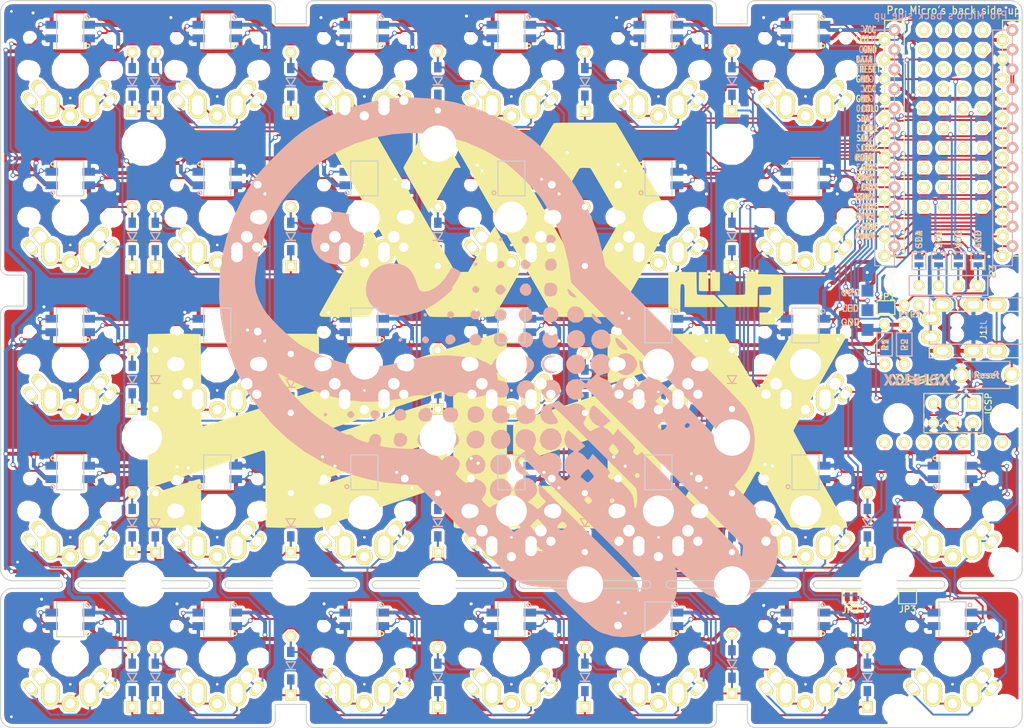
<source format=kicad_pcb>
(kicad_pcb (version 4) (host pcbnew 4.0.1-stable)
  (layers (0 F.Cu signal) (31 B.Cu signal) (34 B.Paste user) (35 F.Paste user) (36 B.SilkS user) (37 F.SilkS user) (38 B.Mask user) (39 F.Mask user) (44 Edge.Cuts user))
  (net 0 "")
  (net 1 row0)
  (net 2 "Net-(D1-Pad2)")
  (net 3 "Net-(D2-Pad2)")
  (net 4 "Net-(D3-Pad2)")
  (net 5 "Net-(D4-Pad2)")
  (net 6 "Net-(D5-Pad2)")
  (net 7 "Net-(D6-Pad2)")
  (net 8 row1)
  (net 9 "Net-(D7-Pad2)")
  (net 10 "Net-(D8-Pad2)")
  (net 11 "Net-(D9-Pad2)")
  (net 12 "Net-(D10-Pad2)")
  (net 13 "Net-(D11-Pad2)")
  (net 14 "Net-(D12-Pad2)")
  (net 15 row2)
  (net 16 "Net-(D13-Pad2)")
  (net 17 "Net-(D14-Pad2)")
  (net 18 "Net-(D15-Pad2)")
  (net 19 "Net-(D16-Pad2)")
  (net 20 "Net-(D17-Pad2)")
  (net 21 "Net-(D18-Pad2)")
  (net 22 row3)
  (net 23 "Net-(D19-Pad2)")
  (net 24 "Net-(D20-Pad2)")
  (net 25 "Net-(D21-Pad2)")
  (net 26 "Net-(D22-Pad2)")
  (net 27 "Net-(D23-Pad2)")
  (net 28 "Net-(D24-Pad2)")
  (net 29 /SDA)
  (net 30 VCC)
  (net 31 GND)
  (net 32 LED)
  (net 33 col3)
  (net 34 col2)
  (net 35 col4)
  (net 36 /~RESET)
  (net 37 col0)
  (net 38 col1)
  (net 39 col5)
  (net 40 /SCL)
  (net 41 "Net-(D25-Pad2)")
  (net 42 row4)
  (net 43 "Net-(D26-Pad2)")
  (net 44 "Net-(D27-Pad2)")
  (net 45 "Net-(D28-Pad2)")
  (net 46 "Net-(D29-Pad2)")
  (net 47 "Net-(D30-Pad2)")
  (net 48 "Net-(D31-Pad2)")
  (net 49 "Net-(D32-Pad2)")
  (net 50 "Net-(J1-PadB)")
  (net 51 "Net-(J1-PadA)")
  (net 52 "Net-(JP4-Pad2)")
  (net 53 "Net-(JP5-Pad2)")
  (net 54 "Net-(JP10-Pad2)")
  (net 55 "Net-(JP11-Pad2)")
  (net 56 col6)
  (net 57 "Net-(U2-Pad1)")
  (net 58 "Net-(U2-Pad3)")
  (net 59 "Net-(U3-Pad3)")
  (net 60 "Net-(U4-Pad3)")
  (net 61 "Net-(U5-Pad3)")
  (net 62 "Net-(U6-Pad3)")
  (net 63 "Net-(U8-Pad1)")
  (net 64 "Net-(U10-Pad3)")
  (net 65 "Net-(U10-Pad1)")
  (net 66 "Net-(U11-Pad1)")
  (net 67 "Net-(U12-Pad1)")
  (net 68 "Net-(U13-Pad1)")
  (net 69 "Net-(U14-Pad1)")
  (net 70 "Net-(U14-Pad3)")
  (net 71 "Net-(U15-Pad3)")
  (net 72 "Net-(U16-Pad3)")
  (net 73 "Net-(U17-Pad3)")
  (net 74 "Net-(U18-Pad3)")
  (net 75 "Net-(U20-Pad1)")
  (net 76 "Net-(U21-Pad1)")
  (net 77 "Net-(U22-Pad1)")
  (net 78 "Net-(U23-Pad1)")
  (net 79 "Net-(U24-Pad1)")
  (net 80 "Net-(U27-Pad1)")
  (net 81 "Net-(U27-Pad3)")
  (net 82 "Net-(U28-Pad3)")
  (net 83 "Net-(U29-Pad3)")
  (net 84 "Net-(U30-Pad3)")
  (net 85 "Net-(U31-Pad3)")
  (net 86 data)
  (net 87 "Net-(JP2-Pad1)")
  (net 88 "Net-(JP2-Pad2)")
  (net 89 "Net-(JP3-Pad1)")
  (net 90 /ex1)
  (net 91 /ex2)
  (module LOGO (layer B.Cu) (at 201.4 93 180)
    (fp_text reference G*** hide)
    (fp_text value LOGO hide)
  )
  (module LOGO (layer F.Cu) (at 201.4 93)
    (fp_text reference G*** hide)
    (fp_text value LOGO hide)
  )
  (module MYLIB:HOLE_M2_TH (layer F.Cu) (at 139.5 100.5)
    (fp_text reference HOLE_3M hide)
    (fp_text value VAL** hide)
    (pad "" np_thru_hole circle (at 0 0 90) (size 4.7004 4.7004) (drill 4.7004) (layers *.Cu *.Mask F.SilkS) (clearance 0.1))
  )
  (module MYLIB:HOLE_M2_TH (layer F.Cu) (at 139.5 62.5)
    (fp_text reference HOLE_3M hide)
    (fp_text value VAL** hide)
    (pad "" np_thru_hole circle (at 0 0 90) (size 4.7004 4.7004) (drill 4.7004) (layers *.Cu *.Mask F.SilkS) (clearance 0.1))
  )
  (module MYLIB:HOLE_M2_TH (layer F.Cu) (at 158.5 119.5)
    (fp_text reference HOLE_3M hide)
    (fp_text value VAL** hide)
    (pad "" np_thru_hole circle (at 0 0 90) (size 4.7004 4.7004) (drill 4.7004) (layers *.Cu *.Mask F.SilkS) (clearance 0.3))
  )
  (module MYLIB:HOLE_M2_TH (layer F.Cu) (at 120.5 119.5)
    (fp_text reference HOLE_3M hide)
    (fp_text value VAL** hide)
    (pad "" np_thru_hole circle (at 0 0 90) (size 4.7004 4.7004) (drill 4.7004) (layers *.Cu *.Mask F.SilkS) (clearance 0.3))
  )
  (module MYLIB:MY_SIL-2x3 (layer F.Cu) (at 206.11 97.34 270)
    (fp_text reference P5 hide)
    (fp_text value ICSP (at -1.24 -4.52 450) (layer F.SilkS) (effects (font (size 0.8128 0.8128))))
    (pad 1 thru_hole rect (at -1.27 -2.54 270) (size 1.397 1.397) (drill 0.8128) (layers *.Cu *.Mask F.SilkS) (net 39 col5))
    (pad 2 thru_hole circle (at 1.27 -2.54 270) (size 1.397 1.397) (drill 0.8128) (layers *.Cu *.Mask F.SilkS) (net 30 VCC))
    (pad 3 thru_hole circle (at -1.27 0 270) (size 1.397 1.397) (drill 0.8128) (layers *.Cu *.Mask F.SilkS) (net 35 col4))
    (pad 4 thru_hole circle (at 1.27 0 270) (size 1.397 1.397) (drill 0.8128) (layers *.Cu *.Mask F.SilkS) (net 56 col6))
    (pad 5 thru_hole circle (at -1.27 2.54 270) (size 1.397 1.397) (drill 0.8128) (layers *.Cu *.Mask F.SilkS) (net 36 /~RESET))
    (pad 6 thru_hole circle (at 1.27 2.54 270) (size 1.397 1.397) (drill 0.8128) (layers *.Cu *.Mask F.SilkS) (net 31 GND))
  )
  (module MYLIB:HOLE_M2_TH (layer F.Cu) (at 139.5 119.5)
    (fp_text reference HOLE_3M hide)
    (fp_text value VAL** hide)
    (pad "" np_thru_hole circle (at 0 0 90) (size 4.7004 4.7004) (drill 4.7004) (layers *.Cu *.Mask F.SilkS) (clearance 0.3))
  )
  (module MYLIB:HOLE_M2_TH (layer F.Cu) (at 196.5 119.5)
    (fp_text reference HOLE_3M hide)
    (fp_text value VAL** hide)
    (pad "" np_thru_hole circle (at 0 0 90) (size 4.7004 4.7004) (drill 4.7004) (layers *.Cu *.Mask F.SilkS) (clearance 0.3))
  )
  (module MYLIB_REV:SK6812MINI_rev (layer F.Cu) (at 111 48)
    (fp_text reference U3 hide)
    (fp_text value SK6812mini hide)
    (pad 4 smd rect (at 2.4 0.875) (size 1.6 1) (layers F.Cu F.Paste F.Mask) (net 30 VCC))
    (pad 3 smd rect (at 2.4 -0.875) (size 1.6 1) (layers F.Cu F.Paste F.Mask) (net 59 "Net-(U3-Pad3)"))
    (pad 1 smd rect (at -2.4 0.875) (size 1.6 1) (layers F.Cu F.Paste F.Mask) (net 58 "Net-(U2-Pad3)"))
    (pad 2 smd rect (at -2.4 -0.875) (size 1.6 1) (layers F.Cu F.Paste F.Mask) (net 31 GND))
    (pad 3 smd rect (at 2.4 0.875) (size 1.6 1) (layers B.Cu B.Paste B.Mask) (net 59 "Net-(U3-Pad3)"))
    (pad 4 smd rect (at 2.4 -0.875) (size 1.6 1) (layers B.Cu B.Paste B.Mask) (net 30 VCC))
    (pad 1 smd rect (at -2.4 -0.875) (size 1.6 1) (layers B.Cu B.Paste B.Mask) (net 58 "Net-(U2-Pad3)"))
    (pad 2 smd rect (at -2.4 0.875) (size 1.6 1) (layers B.Cu B.Paste B.Mask) (net 31 GND))
  )
  (module SK6812MINI_rev (layer F.Cu) (at 92 48)
    (fp_text reference U2 hide)
    (fp_text value SK6812mini hide)
    (pad 4 smd rect (at 2.4 0.875) (size 1.6 1) (layers F.Cu F.Paste F.Mask) (net 30 VCC))
    (pad 3 smd rect (at 2.4 -0.875) (size 1.6 1) (layers F.Cu F.Paste F.Mask) (net 58 "Net-(U2-Pad3)"))
    (pad 1 smd rect (at -2.4 0.875) (size 1.6 1) (layers F.Cu F.Paste F.Mask) (net 57 "Net-(U2-Pad1)"))
    (pad 2 smd rect (at -2.4 -0.875) (size 1.6 1) (layers F.Cu F.Paste F.Mask) (net 31 GND))
    (pad 3 smd rect (at 2.4 0.875) (size 1.6 1) (layers B.Cu B.Paste B.Mask) (net 58 "Net-(U2-Pad3)"))
    (pad 4 smd rect (at 2.4 -0.875) (size 1.6 1) (layers B.Cu B.Paste B.Mask) (net 30 VCC))
    (pad 1 smd rect (at -2.4 -0.875) (size 1.6 1) (layers B.Cu B.Paste B.Mask) (net 57 "Net-(U2-Pad1)"))
    (pad 2 smd rect (at -2.4 0.875) (size 1.6 1) (layers B.Cu B.Paste B.Mask) (net 31 GND))
  )
  (module MYLIB:via (layer F.Cu) (at 85.2 116.6)
    (fp_text reference "" hide)
    (fp_text value "")
    (pad "" thru_hole circle (at 0 0) (size 0.7 0.7) (drill 0.35) (layers *.Cu) (net 31 GND) (clearance -0.000001))
  )
  (module MYLIB:via (layer F.Cu) (at 84.4 136.6)
    (fp_text reference "" hide)
    (fp_text value "")
    (pad "" thru_hole circle (at 0 0) (size 0.7 0.7) (drill 0.35) (layers *.Cu) (net 31 GND) (clearance -0.000001))
  )
  (module MYLIB:via (layer F.Cu) (at 92 132.4)
    (fp_text reference "" hide)
    (fp_text value "")
    (pad "" thru_hole circle (at 0 0) (size 0.7 0.7) (drill 0.35) (layers *.Cu) (net 31 GND) (clearance -0.000001))
  )
  (module MYLIB:via (layer F.Cu) (at 111 132.4)
    (fp_text reference "" hide)
    (fp_text value "")
    (pad "" thru_hole circle (at 0 0) (size 0.7 0.7) (drill 0.35) (layers *.Cu) (net 31 GND) (clearance -0.000001))
  )
  (module MYLIB:via (layer F.Cu) (at 130 132.4)
    (fp_text reference "" hide)
    (fp_text value "")
    (pad "" thru_hole circle (at 0 0) (size 0.7 0.7) (drill 0.35) (layers *.Cu) (net 31 GND) (clearance -0.000001))
  )
  (module MYLIB:via (layer F.Cu) (at 149 132.4)
    (fp_text reference "" hide)
    (fp_text value "")
    (pad "" thru_hole circle (at 0 0) (size 0.7 0.7) (drill 0.35) (layers *.Cu) (net 31 GND) (clearance -0.000001))
  )
  (module MYLIB:via (layer F.Cu) (at 168 132.4)
    (fp_text reference "" hide)
    (fp_text value "")
    (pad "" thru_hole circle (at 0 0) (size 0.7 0.7) (drill 0.35) (layers *.Cu) (net 31 GND) (clearance -0.000001))
  )
  (module MYLIB:via (layer F.Cu) (at 187 132.4)
    (fp_text reference "" hide)
    (fp_text value "")
    (pad "" thru_hole circle (at 0 0) (size 0.7 0.7) (drill 0.35) (layers *.Cu) (net 31 GND) (clearance -0.000001))
  )
  (module MYLIB:via (layer F.Cu) (at 206 132.4)
    (fp_text reference "" hide)
    (fp_text value "")
    (pad "" thru_hole circle (at 0 0) (size 0.7 0.7) (drill 0.35) (layers *.Cu) (net 31 GND) (clearance -0.000001))
  )
  (module MYLIB:via (layer F.Cu) (at 187 113.4)
    (fp_text reference "" hide)
    (fp_text value "")
    (pad "" thru_hole circle (at 0 0) (size 0.7 0.7) (drill 0.35) (layers *.Cu) (net 31 GND) (clearance -0.000001))
  )
  (module MYLIB:via (layer F.Cu) (at 168 113.4)
    (fp_text reference "" hide)
    (fp_text value "")
    (pad "" thru_hole circle (at 0 0) (size 0.7 0.7) (drill 0.35) (layers *.Cu) (net 31 GND) (clearance -0.000001))
  )
  (module MYLIB:via (layer F.Cu) (at 149 113.4)
    (fp_text reference "" hide)
    (fp_text value "")
    (pad "" thru_hole circle (at 0 0) (size 0.7 0.7) (drill 0.35) (layers *.Cu) (net 31 GND) (clearance -0.000001))
  )
  (module MYLIB:via (layer F.Cu) (at 130 113.4)
    (fp_text reference "" hide)
    (fp_text value "")
    (pad "" thru_hole circle (at 0 0) (size 0.7 0.7) (drill 0.35) (layers *.Cu) (net 31 GND) (clearance -0.000001))
  )
  (module MYLIB:via (layer F.Cu) (at 111 113.4)
    (fp_text reference "" hide)
    (fp_text value "")
    (pad "" thru_hole circle (at 0 0) (size 0.7 0.7) (drill 0.35) (layers *.Cu) (net 31 GND) (clearance -0.000001))
  )
  (module MYLIB:via (layer F.Cu) (at 92 113.4)
    (fp_text reference "" hide)
    (fp_text value "")
    (pad "" thru_hole circle (at 0 0) (size 0.7 0.7) (drill 0.35) (layers *.Cu) (net 31 GND) (clearance -0.000001))
  )
  (module MYLIB:via (layer F.Cu) (at 92 94.4)
    (fp_text reference "" hide)
    (fp_text value "")
    (pad "" thru_hole circle (at 0 0) (size 0.7 0.7) (drill 0.35) (layers *.Cu) (net 31 GND) (clearance -0.000001))
  )
  (module MYLIB:via (layer F.Cu) (at 111 94.4)
    (fp_text reference "" hide)
    (fp_text value "")
    (pad "" thru_hole circle (at 0 0) (size 0.7 0.7) (drill 0.35) (layers *.Cu) (net 31 GND) (clearance -0.000001))
  )
  (module MYLIB:via (layer F.Cu) (at 130 94.4)
    (fp_text reference "" hide)
    (fp_text value "")
    (pad "" thru_hole circle (at 0 0) (size 0.7 0.7) (drill 0.35) (layers *.Cu) (net 31 GND) (clearance -0.000001))
  )
  (module MYLIB:via (layer F.Cu) (at 149 94.4)
    (fp_text reference "" hide)
    (fp_text value "")
    (pad "" thru_hole circle (at 0 0) (size 0.7 0.7) (drill 0.35) (layers *.Cu) (net 31 GND) (clearance -0.000001))
  )
  (module MYLIB:via (layer F.Cu) (at 168 94.6)
    (fp_text reference "" hide)
    (fp_text value "")
    (pad "" thru_hole circle (at 0 0) (size 0.7 0.7) (drill 0.35) (layers *.Cu) (net 31 GND) (clearance -0.000001))
  )
  (module MYLIB:via (layer F.Cu) (at 180.6 74.4)
    (fp_text reference "" hide)
    (fp_text value "")
    (pad "" thru_hole circle (at 0 0) (size 0.7 0.7) (drill 0.35) (layers *.Cu) (net 31 GND) (clearance -0.000001))
  )
  (module MYLIB:via (layer F.Cu) (at 168 75.6)
    (fp_text reference "" hide)
    (fp_text value "")
    (pad "" thru_hole circle (at 0 0) (size 0.7 0.7) (drill 0.35) (layers *.Cu) (net 31 GND) (clearance -0.000001))
  )
  (module MYLIB:via (layer F.Cu) (at 149 75.6)
    (fp_text reference "" hide)
    (fp_text value "")
    (pad "" thru_hole circle (at 0 0) (size 0.7 0.7) (drill 0.35) (layers *.Cu) (net 31 GND) (clearance -0.000001))
  )
  (module MYLIB:via (layer F.Cu) (at 130 75.6)
    (fp_text reference "" hide)
    (fp_text value "")
    (pad "" thru_hole circle (at 0 0) (size 0.7 0.7) (drill 0.35) (layers *.Cu) (net 31 GND) (clearance -0.000001))
  )
  (module MYLIB:via (layer F.Cu) (at 111 75.6)
    (fp_text reference "" hide)
    (fp_text value "")
    (pad "" thru_hole circle (at 0 0) (size 0.7 0.7) (drill 0.35) (layers *.Cu) (net 31 GND) (clearance -0.000001))
  )
  (module MYLIB:via (layer F.Cu) (at 92 75.6)
    (fp_text reference "" hide)
    (fp_text value "")
    (pad "" thru_hole circle (at 0 0) (size 0.7 0.7) (drill 0.35) (layers *.Cu) (net 31 GND) (clearance -0.000001))
  )
  (module MYLIB:via (layer F.Cu) (at 84.4 45.4)
    (fp_text reference "" hide)
    (fp_text value "")
    (pad "" thru_hole circle (at 0 0) (size 0.7 0.7) (drill 0.35) (layers *.Cu) (net 31 GND) (clearance -0.000001))
  )
  (module MYLIB:via (layer F.Cu) (at 92 56.6)
    (fp_text reference "" hide)
    (fp_text value "")
    (pad "" thru_hole circle (at 0 0) (size 0.7 0.7) (drill 0.35) (layers *.Cu) (net 31 GND) (clearance -0.000001))
  )
  (module MYLIB:via (layer F.Cu) (at 111 56.4)
    (fp_text reference "" hide)
    (fp_text value "")
    (pad "" thru_hole circle (at 0 0) (size 0.7 0.7) (drill 0.35) (layers *.Cu) (net 31 GND) (clearance -0.000001))
  )
  (module MYLIB:via (layer F.Cu) (at 130 56.4)
    (fp_text reference "" hide)
    (fp_text value "")
    (pad "" thru_hole circle (at 0 0) (size 0.7 0.7) (drill 0.35) (layers *.Cu) (net 31 GND) (clearance -0.000001))
  )
  (module MYLIB:via (layer F.Cu) (at 149 56.4)
    (fp_text reference "" hide)
    (fp_text value "")
    (pad "" thru_hole circle (at 0 0) (size 0.7 0.7) (drill 0.35) (layers *.Cu) (net 31 GND) (clearance -0.000001))
  )
  (module MYLIB:via (layer F.Cu) (at 168 56.4)
    (fp_text reference "" hide)
    (fp_text value "")
    (pad "" thru_hole circle (at 0 0) (size 0.7 0.7) (drill 0.35) (layers *.Cu) (net 31 GND) (clearance -0.000001))
  )
  (module MYLIB:via (layer F.Cu) (at 187 56.4)
    (fp_text reference "" hide)
    (fp_text value "")
    (pad "" thru_hole circle (at 0 0) (size 0.7 0.7) (drill 0.35) (layers *.Cu) (net 31 GND) (clearance -0.000001))
  )
  (module MYLIB:via (layer F.Cu) (at 212.9 44.9)
    (fp_text reference "" hide)
    (fp_text value "")
    (pad "" thru_hole circle (at 0 0) (size 0.7 0.7) (drill 0.35) (layers *.Cu) (net 31 GND) (clearance -0.000001))
  )
  (module LOGO (layer B.Cu) (at 148.2 91.7 225)
    (fp_text reference G*** hide)
    (fp_text value LOGO hide)
  )
  (module LOGO (layer F.Cu) (at 146.95 86)
    (fp_text reference G*** hide)
    (fp_text value LOGO hide)
  )
  (module MYLIB:HOLE_M2 (layer F.Cu) (at 199 98)
    (fp_text reference HOLE_M2 hide)
    (fp_text value VAL** hide)
    (pad "" np_thru_hole circle (at 0 0) (size 2.2 2.2) (drill 2.2) (layers *.Cu *.Mask F.SilkS) (clearance 0.85))
  )
  (module MYLIB:HOLE_M2 (layer F.Cu) (at 212.75 98)
    (fp_text reference HOLE_M2 hide)
    (fp_text value VAL** hide)
    (pad "" np_thru_hole circle (at 0 0) (size 2.2 2.2) (drill 2.2) (layers *.Cu *.Mask F.SilkS) (clearance 0.85))
  )
  (module MYLIB:HOLE_M2_TH (layer F.Cu) (at 177.5 119.5)
    (fp_text reference HOLE_3M hide)
    (fp_text value VAL** hide)
    (pad "" np_thru_hole circle (at 0 0 90) (size 4.7004 4.7004) (drill 4.7004) (layers *.Cu *.Mask F.SilkS) (clearance 0.3))
  )
  (module MYLIB:HOLE_M2_TH (layer F.Cu) (at 177.5 100.5)
    (fp_text reference HOLE_3M hide)
    (fp_text value VAL** hide)
    (pad "" np_thru_hole circle (at 0 0 90) (size 4.7004 4.7004) (drill 4.7004) (layers *.Cu *.Mask F.SilkS) (clearance 0.3))
  )
  (module MYLIB:HOLE_M2_TH (layer F.Cu) (at 177.5 62.5)
    (fp_text reference HOLE_3M hide)
    (fp_text value VAL** hide)
    (pad "" np_thru_hole circle (at 0 0 90) (size 4.7004 4.7004) (drill 4.7004) (layers *.Cu *.Mask F.SilkS) (clearance 0.1))
  )
  (module MYLIB:ProMicro_rev (layer B.Cu) (at 206.11 61.78 180)
    (fp_text reference U1 hide)
    (fp_text value ProMicro hide)
    (pad 1 thru_hole circle (at -7.62 13.97 180) (size 1.524 1.524) (drill 0.8128) (layers *.Cu *.Mask B.SilkS) (net 32 LED))
    (pad 2 thru_hole circle (at -7.62 11.43 180) (size 1.524 1.524) (drill 0.8128) (layers *.Cu *.Mask B.SilkS) (net 86 data))
    (pad 3 thru_hole circle (at -7.62 8.89 180) (size 1.524 1.524) (drill 0.8128) (layers *.Cu *.Mask B.SilkS) (net 31 GND))
    (pad 4 thru_hole circle (at -7.62 6.35 180) (size 1.524 1.524) (drill 0.8128) (layers *.Cu *.Mask B.SilkS) (net 31 GND))
    (pad 5 thru_hole circle (at -7.62 3.81 180) (size 1.524 1.524) (drill 0.8128) (layers *.Cu *.Mask B.SilkS) (net 29 /SDA))
    (pad 6 thru_hole circle (at -7.62 1.27 180) (size 1.524 1.524) (drill 0.8128) (layers *.Cu *.Mask B.SilkS) (net 40 /SCL))
    (pad 7 thru_hole circle (at -7.62 -1.27 180) (size 1.524 1.524) (drill 0.8128) (layers *.Cu *.Mask B.SilkS) (net 1 row0))
    (pad 8 thru_hole circle (at -7.62 -3.81 180) (size 1.524 1.524) (drill 0.8128) (layers *.Cu *.Mask B.SilkS) (net 8 row1))
    (pad 9 thru_hole circle (at -7.62 -6.35 180) (size 1.524 1.524) (drill 0.8128) (layers *.Cu *.Mask B.SilkS) (net 15 row2))
    (pad 10 thru_hole circle (at -7.62 -8.89 180) (size 1.524 1.524) (drill 0.8128) (layers *.Cu *.Mask B.SilkS) (net 22 row3))
    (pad 11 thru_hole circle (at -7.62 -11.43 180) (size 1.524 1.524) (drill 0.8128) (layers *.Cu *.Mask B.SilkS) (net 42 row4))
    (pad 12 thru_hole circle (at -7.62 -13.97 180) (size 1.524 1.524) (drill 0.8128) (layers *.Cu *.Mask B.SilkS) (net 90 /ex1))
    (pad 13 thru_hole circle (at 7.62 -13.97 180) (size 1.524 1.524) (drill 0.8128) (layers *.Cu *.Mask B.SilkS) (net 91 /ex2))
    (pad 14 thru_hole circle (at 7.62 -11.43 180) (size 1.524 1.524) (drill 0.8128) (layers *.Cu *.Mask B.SilkS) (net 56 col6))
    (pad 15 thru_hole circle (at 7.62 -8.89 180) (size 1.524 1.524) (drill 0.8128) (layers *.Cu *.Mask B.SilkS) (net 39 col5))
    (pad 16 thru_hole circle (at 7.62 -6.35 180) (size 1.524 1.524) (drill 0.8128) (layers *.Cu *.Mask B.SilkS) (net 35 col4))
    (pad 17 thru_hole circle (at 7.62 -3.81 180) (size 1.524 1.524) (drill 0.8128) (layers *.Cu *.Mask B.SilkS) (net 33 col3))
    (pad 18 thru_hole circle (at 7.62 -1.27 180) (size 1.524 1.524) (drill 0.8128) (layers *.Cu *.Mask B.SilkS) (net 34 col2))
    (pad 19 thru_hole circle (at 7.62 1.27 180) (size 1.524 1.524) (drill 0.8128) (layers *.Cu *.Mask B.SilkS) (net 38 col1))
    (pad 20 thru_hole circle (at 7.62 3.81 180) (size 1.524 1.524) (drill 0.8128) (layers *.Cu *.Mask B.SilkS) (net 37 col0))
    (pad 21 thru_hole circle (at 7.62 6.35 180) (size 1.524 1.524) (drill 0.8128) (layers *.Cu *.Mask B.SilkS) (net 30 VCC))
    (pad 22 thru_hole circle (at 7.62 8.89 180) (size 1.524 1.524) (drill 0.8128) (layers *.Cu *.Mask B.SilkS) (net 36 /~RESET))
    (pad 23 thru_hole circle (at 7.62 11.43 180) (size 1.524 1.524) (drill 0.8128) (layers *.Cu *.Mask B.SilkS) (net 31 GND))
    (pad 24 thru_hole circle (at 7.62 13.97 180) (size 1.524 1.524) (drill 0.8128) (layers *.Cu *.Mask B.SilkS) (net 30 VCC))
  )
  (module R2 (layer F.Cu) (at 199.76 88.45 270)
    (fp_text reference R2 (at 0.05 -0.04 270) (layer F.SilkS) (effects (font (size 0.8128 0.8128))))
    (fp_text value R hide)
    (pad 1 thru_hole circle (at -2.54 0 270) (size 1.397 1.397) (drill 0.8128) (layers *.Cu *.Mask F.SilkS) (net 30 VCC))
    (pad 2 thru_hole circle (at 2.54 0 270) (size 1.397 1.397) (drill 0.8128) (layers *.Cu *.Mask F.SilkS) (net 40 /SCL))
  )
  (module MYLIB:R2 (layer F.Cu) (at 197.22 88.45 270)
    (fp_text reference R1 (at 0.05 -0.08 270) (layer F.SilkS) (effects (font (size 0.8128 0.8128))))
    (fp_text value R hide)
    (pad 1 thru_hole circle (at -2.54 0 270) (size 1.397 1.397) (drill 0.8128) (layers *.Cu *.Mask F.SilkS) (net 30 VCC))
    (pad 2 thru_hole circle (at 2.54 0 270) (size 1.397 1.397) (drill 0.8128) (layers *.Cu *.Mask F.SilkS) (net 29 /SDA))
  )
  (module MYLIB:HOLE_M2 (layer F.Cu) (at 199 135.75)
    (fp_text reference HOLE_M2 hide)
    (fp_text value VAL** hide)
    (pad "" np_thru_hole circle (at 0 0) (size 2.2 2.2) (drill 2.2) (layers *.Cu *.Mask F.SilkS) (clearance 1))
  )
  (module MYLIB:HOLE_M2 (layer F.Cu) (at 212.75 135.75)
    (fp_text reference HOLE_M2 hide)
    (fp_text value VAL** hide)
    (pad "" np_thru_hole circle (at 0 0) (size 2.2 2.2) (drill 2.2) (layers *.Cu *.Mask F.SilkS) (clearance 1))
  )
  (module MYLIB:1PIN_0.1 (layer F.Cu) (at 197.22 101.15)
    (fp_text reference 1PIN hide)
    (fp_text value Val** hide)
    (pad 1 thru_hole circle (at 0 0) (size 1.397 1.397) (drill 0.8128) (layers *.Cu *.Mask F.SilkS))
  )
  (module MYLIB:1PIN_0.1 (layer F.Cu) (at 199.76 101.15)
    (fp_text reference 1PIN hide)
    (fp_text value Val** hide)
    (pad 1 thru_hole circle (at 0 0) (size 1.397 1.397) (drill 0.8128) (layers *.Cu *.Mask F.SilkS))
  )
  (module MYLIB:1PIN_0.1 (layer F.Cu) (at 212.46 101.15)
    (fp_text reference 1PIN hide)
    (fp_text value Val** hide)
    (pad 1 thru_hole circle (at 0 0) (size 1.397 1.397) (drill 0.8128) (layers *.Cu *.Mask F.SilkS))
  )
  (module MYLIB:1PIN_0.1 (layer F.Cu) (at 209.92 101.15)
    (fp_text reference 1PIN hide)
    (fp_text value Val** hide)
    (pad 1 thru_hole circle (at 0 0) (size 1.397 1.397) (drill 0.8128) (layers *.Cu *.Mask F.SilkS))
  )
  (module MYLIB:1PIN_0.1 (layer F.Cu) (at 207.38 101.15)
    (fp_text reference 1PIN hide)
    (fp_text value Val** hide)
    (pad 1 thru_hole circle (at 0 0) (size 1.397 1.397) (drill 0.8128) (layers *.Cu *.Mask F.SilkS))
  )
  (module MYLIB:1PIN_0.1 (layer F.Cu) (at 204.84 101.15)
    (fp_text reference 1PIN hide)
    (fp_text value Val** hide)
    (pad 1 thru_hole circle (at 0 0) (size 1.397 1.397) (drill 0.8128) (layers *.Cu *.Mask F.SilkS))
  )
  (module MYLIB:1PIN_0.1 (layer F.Cu) (at 202.3 101.15)
    (fp_text reference 1PIN hide)
    (fp_text value Val** hide)
    (pad 1 thru_hole circle (at 0 0) (size 1.397 1.397) (drill 0.8128) (layers *.Cu *.Mask F.SilkS))
  )
  (module MYLIB:HOLE_M2 (layer F.Cu) (at 199 116.75)
    (fp_text reference HOLE_M2 hide)
    (fp_text value VAL** hide)
    (pad "" np_thru_hole circle (at 0 0) (size 2.2 2.2) (drill 2.2) (layers *.Cu *.Mask F.SilkS) (clearance 1))
  )
  (module MYLIB:HOLE_M2 (layer F.Cu) (at 212.75 116.75)
    (fp_text reference HOLE_M2 hide)
    (fp_text value VAL** hide)
    (pad "" np_thru_hole circle (at 0 0) (size 2.2 2.2) (drill 2.2) (layers *.Cu *.Mask F.SilkS) (clearance 1))
  )
  (module MYLIB:HOLE_M2 (layer F.Cu) (at 199 80.5)
    (fp_text reference HOLE_M2 hide)
    (fp_text value VAL** hide)
    (pad "" np_thru_hole circle (at 0 0) (size 2.2 2.2) (drill 2.2) (layers *.Cu *.Mask F.SilkS) (clearance 0.8))
  )
  (module MYLIB:MY_SIL-4 (layer F.Cu) (at 209.285 80.83 180)
    (fp_text reference P3 (at -1.915 1.93 270) (layer F.SilkS) (effects (font (size 0.8128 0.8128))))
    (fp_text value OLED hide)
    (pad 1 thru_hole circle (at 0 0 180) (size 1.397 1.397) (drill 0.8128) (layers *.Cu *.Mask F.SilkS) (net 52 "Net-(JP4-Pad2)"))
    (pad 2 thru_hole circle (at 2.54 0 180) (size 1.397 1.397) (drill 0.8128) (layers *.Cu *.Mask F.SilkS) (net 53 "Net-(JP5-Pad2)"))
    (pad 3 thru_hole circle (at 5.08 0 180) (size 1.397 1.397) (drill 0.8128) (layers *.Cu *.Mask F.SilkS) (net 54 "Net-(JP10-Pad2)"))
    (pad 4 thru_hole circle (at 7.62 0 180) (size 1.397 1.397) (drill 0.8128) (layers *.Cu *.Mask F.SilkS) (net 55 "Net-(JP11-Pad2)"))
  )
  (module MYLIB:HOLE_M2_TH (layer F.Cu) (at 101.5 100.5)
    (fp_text reference HOLE_3M hide)
    (fp_text value VAL** hide)
    (pad "" np_thru_hole circle (at 0 0 90) (size 4.7004 4.7004) (drill 4.7004) (layers *.Cu *.Mask F.SilkS) (clearance 0.50114))
  )
  (module MYLIB:HOLE_M2_TH (layer F.Cu) (at 101.5 119.5)
    (fp_text reference HOLE_3M hide)
    (fp_text value VAL** hide)
    (pad "" np_thru_hole circle (at 0 0 90) (size 4.7004 4.7004) (drill 4.7004) (layers *.Cu *.Mask F.SilkS) (clearance 0.50114))
  )
  (module MYLIB:1PIN_0.1 (layer F.Cu) (at 209.92 70.67)
    (fp_text reference 1PIN hide)
    (fp_text value Val** hide)
    (pad 1 thru_hole circle (at 0 0) (size 1.397 1.397) (drill 0.8128) (layers *.Cu *.Mask F.SilkS))
  )
  (module MYLIB:1PIN_0.1 (layer F.Cu) (at 207.38 70.67)
    (fp_text reference 1PIN hide)
    (fp_text value Val** hide)
    (pad 1 thru_hole circle (at 0 0) (size 1.397 1.397) (drill 0.8128) (layers *.Cu *.Mask F.SilkS))
  )
  (module MYLIB:1PIN_0.1 (layer F.Cu) (at 204.84 70.67)
    (fp_text reference 1PIN hide)
    (fp_text value Val** hide)
    (pad 1 thru_hole circle (at 0 0) (size 1.397 1.397) (drill 0.8128) (layers *.Cu *.Mask F.SilkS))
  )
  (module MYLIB:1PIN_0.1 (layer F.Cu) (at 202.3 70.67)
    (fp_text reference 1PIN hide)
    (fp_text value Val** hide)
    (pad 1 thru_hole circle (at 0 0) (size 1.397 1.397) (drill 0.8128) (layers *.Cu *.Mask F.SilkS))
  )
  (module MYLIB:1PIN_0.1 (layer F.Cu) (at 202.3 68.13)
    (fp_text reference 1PIN hide)
    (fp_text value Val** hide)
    (pad 1 thru_hole circle (at 0 0) (size 1.397 1.397) (drill 0.8128) (layers *.Cu *.Mask F.SilkS))
  )
  (module MYLIB:1PIN_0.1 (layer F.Cu) (at 204.84 68.13)
    (fp_text reference 1PIN hide)
    (fp_text value Val** hide)
    (pad 1 thru_hole circle (at 0 0) (size 1.397 1.397) (drill 0.8128) (layers *.Cu *.Mask F.SilkS))
  )
  (module MYLIB:1PIN_0.1 (layer F.Cu) (at 207.38 68.13)
    (fp_text reference 1PIN hide)
    (fp_text value Val** hide)
    (pad 1 thru_hole circle (at 0 0) (size 1.397 1.397) (drill 0.8128) (layers *.Cu *.Mask F.SilkS))
  )
  (module MYLIB:1PIN_0.1 (layer F.Cu) (at 209.92 68.13)
    (fp_text reference 1PIN hide)
    (fp_text value Val** hide)
    (pad 1 thru_hole circle (at 0 0) (size 1.397 1.397) (drill 0.8128) (layers *.Cu *.Mask F.SilkS))
  )
  (module MYLIB:1PIN_0.1 (layer F.Cu) (at 209.92 65.59)
    (fp_text reference 1PIN hide)
    (fp_text value Val** hide)
    (pad 1 thru_hole circle (at 0 0) (size 1.397 1.397) (drill 0.8128) (layers *.Cu *.Mask F.SilkS))
  )
  (module MYLIB:1PIN_0.1 (layer F.Cu) (at 207.38 65.59)
    (fp_text reference 1PIN hide)
    (fp_text value Val** hide)
    (pad 1 thru_hole circle (at 0 0) (size 1.397 1.397) (drill 0.8128) (layers *.Cu *.Mask F.SilkS))
  )
  (module MYLIB:1PIN_0.1 (layer F.Cu) (at 204.84 65.59)
    (fp_text reference 1PIN hide)
    (fp_text value Val** hide)
    (pad 1 thru_hole circle (at 0 0) (size 1.397 1.397) (drill 0.8128) (layers *.Cu *.Mask F.SilkS))
  )
  (module MYLIB:1PIN_0.1 (layer F.Cu) (at 202.3 65.59)
    (fp_text reference 1PIN hide)
    (fp_text value Val** hide)
    (pad 1 thru_hole circle (at 0 0) (size 1.397 1.397) (drill 0.8128) (layers *.Cu *.Mask F.SilkS))
  )
  (module MYLIB:1PIN_0.1 (layer F.Cu) (at 202.3 63.05)
    (fp_text reference 1PIN hide)
    (fp_text value Val** hide)
    (pad 1 thru_hole circle (at 0 0) (size 1.397 1.397) (drill 0.8128) (layers *.Cu *.Mask F.SilkS))
  )
  (module MYLIB:1PIN_0.1 (layer F.Cu) (at 204.84 63.05)
    (fp_text reference 1PIN hide)
    (fp_text value Val** hide)
    (pad 1 thru_hole circle (at 0 0) (size 1.397 1.397) (drill 0.8128) (layers *.Cu *.Mask F.SilkS))
  )
  (module MYLIB:1PIN_0.1 (layer F.Cu) (at 207.38 63.05)
    (fp_text reference 1PIN hide)
    (fp_text value Val** hide)
    (pad 1 thru_hole circle (at 0 0) (size 1.397 1.397) (drill 0.8128) (layers *.Cu *.Mask F.SilkS))
  )
  (module MYLIB:1PIN_0.1 (layer F.Cu) (at 209.92 63.05)
    (fp_text reference 1PIN hide)
    (fp_text value Val** hide)
    (pad 1 thru_hole circle (at 0 0) (size 1.397 1.397) (drill 0.8128) (layers *.Cu *.Mask F.SilkS))
  )
  (module MYLIB:1PIN_0.1 (layer F.Cu) (at 209.92 60.51)
    (fp_text reference 1PIN hide)
    (fp_text value Val** hide)
    (pad 1 thru_hole circle (at 0 0) (size 1.397 1.397) (drill 0.8128) (layers *.Cu *.Mask F.SilkS))
  )
  (module MYLIB:1PIN_0.1 (layer F.Cu) (at 207.38 60.51)
    (fp_text reference 1PIN hide)
    (fp_text value Val** hide)
    (pad 1 thru_hole circle (at 0 0) (size 1.397 1.397) (drill 0.8128) (layers *.Cu *.Mask F.SilkS))
  )
  (module MYLIB:1PIN_0.1 (layer F.Cu) (at 204.84 60.51)
    (fp_text reference 1PIN hide)
    (fp_text value Val** hide)
    (pad 1 thru_hole circle (at 0 0) (size 1.397 1.397) (drill 0.8128) (layers *.Cu *.Mask F.SilkS))
  )
  (module MYLIB:1PIN_0.1 (layer F.Cu) (at 202.3 60.51)
    (fp_text reference 1PIN hide)
    (fp_text value Val** hide)
    (pad 1 thru_hole circle (at 0 0) (size 1.397 1.397) (drill 0.8128) (layers *.Cu *.Mask F.SilkS))
  )
  (module MYLIB:1PIN_0.1 (layer F.Cu) (at 202.3 57.97)
    (fp_text reference 1PIN hide)
    (fp_text value Val** hide)
    (pad 1 thru_hole circle (at 0 0) (size 1.397 1.397) (drill 0.8128) (layers *.Cu *.Mask F.SilkS))
  )
  (module MYLIB:1PIN_0.1 (layer F.Cu) (at 204.84 57.97)
    (fp_text reference 1PIN hide)
    (fp_text value Val** hide)
    (pad 1 thru_hole circle (at 0 0) (size 1.397 1.397) (drill 0.8128) (layers *.Cu *.Mask F.SilkS))
  )
  (module MYLIB:1PIN_0.1 (layer F.Cu) (at 207.38 57.97)
    (fp_text reference 1PIN hide)
    (fp_text value Val** hide)
    (pad 1 thru_hole circle (at 0 0) (size 1.397 1.397) (drill 0.8128) (layers *.Cu *.Mask F.SilkS))
  )
  (module MYLIB:1PIN_0.1 (layer F.Cu) (at 209.92 57.97)
    (fp_text reference 1PIN hide)
    (fp_text value Val** hide)
    (pad 1 thru_hole circle (at 0 0) (size 1.397 1.397) (drill 0.8128) (layers *.Cu *.Mask F.SilkS))
  )
  (module MYLIB:1PIN_0.1 (layer F.Cu) (at 209.92 55.43)
    (fp_text reference 1PIN hide)
    (fp_text value Val** hide)
    (pad 1 thru_hole circle (at 0 0) (size 1.397 1.397) (drill 0.8128) (layers *.Cu *.Mask F.SilkS))
  )
  (module MYLIB:1PIN_0.1 (layer F.Cu) (at 207.38 55.43)
    (fp_text reference 1PIN hide)
    (fp_text value Val** hide)
    (pad 1 thru_hole circle (at 0 0) (size 1.397 1.397) (drill 0.8128) (layers *.Cu *.Mask F.SilkS))
  )
  (module MYLIB:1PIN_0.1 (layer F.Cu) (at 204.84 55.43)
    (fp_text reference 1PIN hide)
    (fp_text value Val** hide)
    (pad 1 thru_hole circle (at 0 0) (size 1.397 1.397) (drill 0.8128) (layers *.Cu *.Mask F.SilkS))
  )
  (module MYLIB:1PIN_0.1 (layer F.Cu) (at 202.3 55.43)
    (fp_text reference 1PIN hide)
    (fp_text value Val** hide)
    (pad 1 thru_hole circle (at 0 0) (size 1.397 1.397) (drill 0.8128) (layers *.Cu *.Mask F.SilkS))
  )
  (module MYLIB:1PIN_0.1 (layer F.Cu) (at 202.3 52.89)
    (fp_text reference 1PIN hide)
    (fp_text value Val** hide)
    (pad 1 thru_hole circle (at 0 0) (size 1.397 1.397) (drill 0.8128) (layers *.Cu *.Mask F.SilkS))
  )
  (module MYLIB:1PIN_0.1 (layer F.Cu) (at 204.84 52.89)
    (fp_text reference 1PIN hide)
    (fp_text value Val** hide)
    (pad 1 thru_hole circle (at 0 0) (size 1.397 1.397) (drill 0.8128) (layers *.Cu *.Mask F.SilkS))
  )
  (module MYLIB:1PIN_0.1 (layer F.Cu) (at 207.38 52.89)
    (fp_text reference 1PIN hide)
    (fp_text value Val** hide)
    (pad 1 thru_hole circle (at 0 0) (size 1.397 1.397) (drill 0.8128) (layers *.Cu *.Mask F.SilkS))
  )
  (module MYLIB:1PIN_0.1 (layer F.Cu) (at 209.92 52.89)
    (fp_text reference 1PIN hide)
    (fp_text value Val** hide)
    (pad 1 thru_hole circle (at 0 0) (size 1.397 1.397) (drill 0.8128) (layers *.Cu *.Mask F.SilkS))
  )
  (module MYLIB:1PIN_0.1 (layer F.Cu) (at 209.92 50.35)
    (fp_text reference 1PIN hide)
    (fp_text value Val** hide)
    (pad 1 thru_hole circle (at 0 0) (size 1.397 1.397) (drill 0.8128) (layers *.Cu *.Mask F.SilkS))
  )
  (module MYLIB:1PIN_0.1 (layer F.Cu) (at 207.38 50.35)
    (fp_text reference 1PIN hide)
    (fp_text value Val** hide)
    (pad 1 thru_hole circle (at 0 0) (size 1.397 1.397) (drill 0.8128) (layers *.Cu *.Mask F.SilkS))
  )
  (module MYLIB:1PIN_0.1 (layer F.Cu) (at 204.84 50.35)
    (fp_text reference 1PIN hide)
    (fp_text value Val** hide)
    (pad 1 thru_hole circle (at 0 0) (size 1.397 1.397) (drill 0.8128) (layers *.Cu *.Mask F.SilkS))
  )
  (module MYLIB:1PIN_0.1 (layer F.Cu) (at 202.3 50.35)
    (fp_text reference 1PIN hide)
    (fp_text value Val** hide)
    (pad 1 thru_hole circle (at 0 0) (size 1.397 1.397) (drill 0.8128) (layers *.Cu *.Mask F.SilkS))
  )
  (module MYLIB:1PIN_0.1 (layer F.Cu) (at 202.3 47.81)
    (fp_text reference 1PIN hide)
    (fp_text value Val** hide)
    (pad 1 thru_hole circle (at 0 0) (size 1.397 1.397) (drill 0.8128) (layers *.Cu *.Mask F.SilkS))
  )
  (module MYLIB:1PIN_0.1 (layer F.Cu) (at 204.84 47.81)
    (fp_text reference 1PIN hide)
    (fp_text value Val** hide)
    (pad 1 thru_hole circle (at 0 0) (size 1.397 1.397) (drill 0.8128) (layers *.Cu *.Mask F.SilkS))
  )
  (module MYLIB:1PIN_0.1 (layer F.Cu) (at 207.38 47.81)
    (fp_text reference 1PIN hide)
    (fp_text value Val** hide)
    (pad 1 thru_hole circle (at 0 0) (size 1.397 1.397) (drill 0.8128) (layers *.Cu *.Mask F.SilkS))
  )
  (module MYLIB:1PIN_0.1 (layer F.Cu) (at 209.92 47.81)
    (fp_text reference 1PIN hide)
    (fp_text value Val** hide)
    (pad 1 thru_hole circle (at 0 0) (size 1.397 1.397) (drill 0.8128) (layers *.Cu *.Mask F.SilkS))
  )
  (module MYLIB:Jumper (layer F.Cu) (at 209.285 77.655 270)
    (fp_text reference JP4 hide)
    (fp_text value GND (at -2.755 0 270) (layer F.SilkS) (effects (font (size 0.8128 0.8128))))
    (pad 1 smd rect (at -0.50038 0 270) (size 0.635 1.143) (layers F.Cu F.Paste F.Mask) (net 31 GND) (clearance 0.1905))
    (pad 2 smd rect (at 0.50038 0 270) (size 0.635 1.143) (layers F.Cu F.Paste F.Mask) (net 52 "Net-(JP4-Pad2)") (clearance 0.1905))
  )
  (module MYLIB:Jumper (layer F.Cu) (at 206.745 77.655 270)
    (fp_text reference JP5 hide)
    (fp_text value VCC (at -2.755 0 270) (layer F.SilkS) (effects (font (size 0.8128 0.8128))))
    (pad 1 smd rect (at -0.50038 0 270) (size 0.635 1.143) (layers F.Cu F.Paste F.Mask) (net 30 VCC) (clearance 0.1905))
    (pad 2 smd rect (at 0.50038 0 270) (size 0.635 1.143) (layers F.Cu F.Paste F.Mask) (net 53 "Net-(JP5-Pad2)") (clearance 0.1905))
  )
  (module MYLIB:Jumper (layer F.Cu) (at 204.205 77.655 270)
    (fp_text reference JP6 hide)
    (fp_text value SCL (at -2.755 0.005 270) (layer F.SilkS) (effects (font (size 0.8128 0.8128))))
    (pad 1 smd rect (at -0.50038 0 270) (size 0.635 1.143) (layers F.Cu F.Paste F.Mask) (net 40 /SCL) (clearance 0.1905))
    (pad 2 smd rect (at 0.50038 0 270) (size 0.635 1.143) (layers F.Cu F.Paste F.Mask) (net 54 "Net-(JP10-Pad2)") (clearance 0.1905))
  )
  (module MYLIB:Jumper (layer F.Cu) (at 201.665 77.655 270)
    (fp_text reference JP7 hide)
    (fp_text value SDA (at -2.755 0 270) (layer F.SilkS) (effects (font (size 0.8128 0.8128))))
    (pad 1 smd rect (at -0.50038 0 270) (size 0.635 1.143) (layers F.Cu F.Paste F.Mask) (net 29 /SDA) (clearance 0.1905))
    (pad 2 smd rect (at 0.50038 0 270) (size 0.635 1.143) (layers F.Cu F.Paste F.Mask) (net 55 "Net-(JP11-Pad2)") (clearance 0.1905))
  )
  (module MYLIB:Jumper (layer B.Cu) (at 209.285 77.655 270)
    (fp_text reference JP8 hide)
    (fp_text value SDA (at -2.755 -0.015 270) (layer B.SilkS) (effects (font (size 0.8128 0.8128)) (justify mirror)))
    (pad 1 smd rect (at -0.50038 0 270) (size 0.635 1.143) (layers B.Cu B.Paste B.Mask) (net 29 /SDA) (clearance 0.1905))
    (pad 2 smd rect (at 0.50038 0 270) (size 0.635 1.143) (layers B.Cu B.Paste B.Mask) (net 52 "Net-(JP4-Pad2)") (clearance 0.1905))
  )
  (module MYLIB:Jumper (layer B.Cu) (at 206.745 77.655 270)
    (fp_text reference JP9 hide)
    (fp_text value SCL (at -2.855 0 270) (layer B.SilkS) (effects (font (size 0.8128 0.8128)) (justify mirror)))
    (pad 1 smd rect (at -0.50038 0 270) (size 0.635 1.143) (layers B.Cu B.Paste B.Mask) (net 40 /SCL) (clearance 0.1905))
    (pad 2 smd rect (at 0.50038 0 270) (size 0.635 1.143) (layers B.Cu B.Paste B.Mask) (net 53 "Net-(JP5-Pad2)") (clearance 0.1905))
  )
  (module MYLIB:Jumper (layer B.Cu) (at 204.205 77.655 270)
    (fp_text reference JP10 hide)
    (fp_text value VCC (at -2.755 0 270) (layer B.SilkS) (effects (font (size 0.8128 0.8128)) (justify mirror)))
    (pad 1 smd rect (at -0.50038 0 270) (size 0.635 1.143) (layers B.Cu B.Paste B.Mask) (net 30 VCC) (clearance 0.1905))
    (pad 2 smd rect (at 0.50038 0 270) (size 0.635 1.143) (layers B.Cu B.Paste B.Mask) (net 54 "Net-(JP10-Pad2)") (clearance 0.1905))
  )
  (module MYLIB:Jumper (layer B.Cu) (at 201.665 77.655 270)
    (fp_text reference JP11 hide)
    (fp_text value GND (at -2.755 0 270) (layer B.SilkS) (effects (font (size 0.8128 0.8128)) (justify mirror)))
    (pad 1 smd rect (at -0.50038 0 270) (size 0.635 1.143) (layers B.Cu B.Paste B.Mask) (net 31 GND) (clearance 0.1905))
    (pad 2 smd rect (at 0.50038 0 270) (size 0.635 1.143) (layers B.Cu B.Paste B.Mask) (net 55 "Net-(JP11-Pad2)") (clearance 0.1905))
  )
  (module MYLIB:1PIN_0.1 (layer F.Cu) (at 199.76 83.37)
    (fp_text reference P1 (at -0.06 1.23) (layer F.SilkS) (effects (font (size 0.7 0.7))))
    (fp_text value CONN_01X01 hide)
    (pad 1 thru_hole circle (at 0 0) (size 1.397 1.397) (drill 0.8128) (layers *.Cu *.Mask F.SilkS) (net 50 "Net-(J1-PadB)"))
  )
  (module MYLIB:1PIN_0.1 (layer F.Cu) (at 201.665 83.37)
    (fp_text reference P2 (at -0.465 1.23) (layer F.SilkS) (effects (font (size 0.7 0.7))))
    (fp_text value CONN_01X01 hide)
    (pad 1 thru_hole circle (at 0 0) (size 1.397 1.397) (drill 0.8128) (layers *.Cu *.Mask F.SilkS) (net 51 "Net-(J1-PadA)"))
  )
  (module MYLIB:HOLE_M2_TH (layer F.Cu) (at 101.5 62.5)
    (fp_text reference HOLE_3M hide)
    (fp_text value VAL** hide)
    (pad "" np_thru_hole circle (at 0 0 90) (size 4.7004 4.7004) (drill 4.7004) (layers *.Cu *.Mask F.SilkS) (clearance 0.50114))
  )
  (module MYLIB:D3_TH_SMD (layer F.Cu) (at 100 54.5 90)
    (fp_text reference D1 hide)
    (fp_text value D hide)
    (pad 1 smd rect (at -1.775 0 90) (size 1.3 0.95) (layers F.Cu F.Paste F.Mask) (net 1 row0))
    (pad 2 smd rect (at 1.775 0 90) (size 1.3 0.95) (layers B.Cu B.Paste B.Mask) (net 2 "Net-(D1-Pad2)"))
    (pad 1 smd rect (at -1.775 0 90) (size 1.3 0.95) (layers B.Cu B.Paste B.Mask) (net 1 row0))
    (pad 1 thru_hole rect (at -3.81 0 90) (size 1.397 1.397) (drill 0.8128) (layers *.Cu *.Mask F.SilkS) (net 1 row0))
    (pad 2 thru_hole circle (at 3.81 0 90) (size 1.397 1.397) (drill 0.8128) (layers *.Cu *.Mask F.SilkS) (net 2 "Net-(D1-Pad2)"))
    (pad 2 smd rect (at 1.775 0 90) (size 1.3 0.95) (layers F.Cu F.Paste F.Mask) (net 2 "Net-(D1-Pad2)"))
  )
  (module MYLIB:D3_TH_SMD (layer F.Cu) (at 103 54.5 90)
    (fp_text reference D2 hide)
    (fp_text value D hide)
    (pad 1 smd rect (at -1.775 0 90) (size 1.3 0.95) (layers F.Cu F.Paste F.Mask) (net 1 row0))
    (pad 2 smd rect (at 1.775 0 90) (size 1.3 0.95) (layers B.Cu B.Paste B.Mask) (net 3 "Net-(D2-Pad2)"))
    (pad 1 smd rect (at -1.775 0 90) (size 1.3 0.95) (layers B.Cu B.Paste B.Mask) (net 1 row0))
    (pad 1 thru_hole rect (at -3.81 0 90) (size 1.397 1.397) (drill 0.8128) (layers *.Cu *.Mask F.SilkS) (net 1 row0))
    (pad 2 thru_hole circle (at 3.81 0 90) (size 1.397 1.397) (drill 0.8128) (layers *.Cu *.Mask F.SilkS) (net 3 "Net-(D2-Pad2)"))
    (pad 2 smd rect (at 1.775 0 90) (size 1.3 0.95) (layers F.Cu F.Paste F.Mask) (net 3 "Net-(D2-Pad2)"))
  )
  (module MYLIB:D3_TH_SMD (layer F.Cu) (at 120.5 54.5 90)
    (fp_text reference D3 hide)
    (fp_text value D hide)
    (pad 1 smd rect (at -1.775 0 90) (size 1.3 0.95) (layers F.Cu F.Paste F.Mask) (net 1 row0))
    (pad 2 smd rect (at 1.775 0 90) (size 1.3 0.95) (layers B.Cu B.Paste B.Mask) (net 4 "Net-(D3-Pad2)"))
    (pad 1 smd rect (at -1.775 0 90) (size 1.3 0.95) (layers B.Cu B.Paste B.Mask) (net 1 row0))
    (pad 1 thru_hole rect (at -3.81 0 90) (size 1.397 1.397) (drill 0.8128) (layers *.Cu *.Mask F.SilkS) (net 1 row0))
    (pad 2 thru_hole circle (at 3.81 0 90) (size 1.397 1.397) (drill 0.8128) (layers *.Cu *.Mask F.SilkS) (net 4 "Net-(D3-Pad2)"))
    (pad 2 smd rect (at 1.775 0 90) (size 1.3 0.95) (layers F.Cu F.Paste F.Mask) (net 4 "Net-(D3-Pad2)"))
  )
  (module MYLIB:D3_TH_SMD (layer F.Cu) (at 139.5 54.4 90)
    (fp_text reference D4 hide)
    (fp_text value D hide)
    (pad 1 smd rect (at -1.775 0 90) (size 1.3 0.95) (layers F.Cu F.Paste F.Mask) (net 1 row0))
    (pad 2 smd rect (at 1.775 0 90) (size 1.3 0.95) (layers B.Cu B.Paste B.Mask) (net 5 "Net-(D4-Pad2)"))
    (pad 1 smd rect (at -1.775 0 90) (size 1.3 0.95) (layers B.Cu B.Paste B.Mask) (net 1 row0))
    (pad 1 thru_hole rect (at -3.81 0 90) (size 1.397 1.397) (drill 0.8128) (layers *.Cu *.Mask F.SilkS) (net 1 row0))
    (pad 2 thru_hole circle (at 3.81 0 90) (size 1.397 1.397) (drill 0.8128) (layers *.Cu *.Mask F.SilkS) (net 5 "Net-(D4-Pad2)"))
    (pad 2 smd rect (at 1.775 0 90) (size 1.3 0.95) (layers F.Cu F.Paste F.Mask) (net 5 "Net-(D4-Pad2)"))
  )
  (module MYLIB:D3_TH_SMD (layer F.Cu) (at 158.5 54.5 90)
    (fp_text reference D5 hide)
    (fp_text value D hide)
    (pad 1 smd rect (at -1.775 0 90) (size 1.3 0.95) (layers F.Cu F.Paste F.Mask) (net 1 row0))
    (pad 2 smd rect (at 1.775 0 90) (size 1.3 0.95) (layers B.Cu B.Paste B.Mask) (net 6 "Net-(D5-Pad2)"))
    (pad 1 smd rect (at -1.775 0 90) (size 1.3 0.95) (layers B.Cu B.Paste B.Mask) (net 1 row0))
    (pad 1 thru_hole rect (at -3.81 0 90) (size 1.397 1.397) (drill 0.8128) (layers *.Cu *.Mask F.SilkS) (net 1 row0))
    (pad 2 thru_hole circle (at 3.81 0 90) (size 1.397 1.397) (drill 0.8128) (layers *.Cu *.Mask F.SilkS) (net 6 "Net-(D5-Pad2)"))
    (pad 2 smd rect (at 1.775 0 90) (size 1.3 0.95) (layers F.Cu F.Paste F.Mask) (net 6 "Net-(D5-Pad2)"))
  )
  (module MYLIB:D3_TH_SMD (layer F.Cu) (at 177.5 54.4 90)
    (fp_text reference D6 hide)
    (fp_text value D hide)
    (pad 1 smd rect (at -1.775 0 90) (size 1.3 0.95) (layers F.Cu F.Paste F.Mask) (net 1 row0))
    (pad 2 smd rect (at 1.775 0 90) (size 1.3 0.95) (layers B.Cu B.Paste B.Mask) (net 7 "Net-(D6-Pad2)"))
    (pad 1 smd rect (at -1.775 0 90) (size 1.3 0.95) (layers B.Cu B.Paste B.Mask) (net 1 row0))
    (pad 1 thru_hole rect (at -3.81 0 90) (size 1.397 1.397) (drill 0.8128) (layers *.Cu *.Mask F.SilkS) (net 1 row0))
    (pad 2 thru_hole circle (at 3.81 0 90) (size 1.397 1.397) (drill 0.8128) (layers *.Cu *.Mask F.SilkS) (net 7 "Net-(D6-Pad2)"))
    (pad 2 smd rect (at 1.775 0 90) (size 1.3 0.95) (layers F.Cu F.Paste F.Mask) (net 7 "Net-(D6-Pad2)"))
  )
  (module MYLIB:D3_TH_SMD (layer F.Cu) (at 100 74.5 90)
    (fp_text reference D7 hide)
    (fp_text value D hide)
    (pad 1 smd rect (at -1.775 0 90) (size 1.3 0.95) (layers F.Cu F.Paste F.Mask) (net 8 row1))
    (pad 2 smd rect (at 1.775 0 90) (size 1.3 0.95) (layers B.Cu B.Paste B.Mask) (net 9 "Net-(D7-Pad2)"))
    (pad 1 smd rect (at -1.775 0 90) (size 1.3 0.95) (layers B.Cu B.Paste B.Mask) (net 8 row1))
    (pad 1 thru_hole rect (at -3.81 0 90) (size 1.397 1.397) (drill 0.8128) (layers *.Cu *.Mask F.SilkS) (net 8 row1))
    (pad 2 thru_hole circle (at 3.81 0 90) (size 1.397 1.397) (drill 0.8128) (layers *.Cu *.Mask F.SilkS) (net 9 "Net-(D7-Pad2)"))
    (pad 2 smd rect (at 1.775 0 90) (size 1.3 0.95) (layers F.Cu F.Paste F.Mask) (net 9 "Net-(D7-Pad2)"))
  )
  (module MYLIB:D3_TH_SMD (layer F.Cu) (at 103 74.5 90)
    (fp_text reference D8 hide)
    (fp_text value D hide)
    (pad 1 smd rect (at -1.775 0 90) (size 1.3 0.95) (layers F.Cu F.Paste F.Mask) (net 8 row1))
    (pad 2 smd rect (at 1.775 0 90) (size 1.3 0.95) (layers B.Cu B.Paste B.Mask) (net 10 "Net-(D8-Pad2)"))
    (pad 1 smd rect (at -1.775 0 90) (size 1.3 0.95) (layers B.Cu B.Paste B.Mask) (net 8 row1))
    (pad 1 thru_hole rect (at -3.81 0 90) (size 1.397 1.397) (drill 0.8128) (layers *.Cu *.Mask F.SilkS) (net 8 row1))
    (pad 2 thru_hole circle (at 3.81 0 90) (size 1.397 1.397) (drill 0.8128) (layers *.Cu *.Mask F.SilkS) (net 10 "Net-(D8-Pad2)"))
    (pad 2 smd rect (at 1.775 0 90) (size 1.3 0.95) (layers F.Cu F.Paste F.Mask) (net 10 "Net-(D8-Pad2)"))
  )
  (module MYLIB:D3_TH_SMD (layer F.Cu) (at 120.5 74.5 90)
    (fp_text reference D9 hide)
    (fp_text value D hide)
    (pad 1 smd rect (at -1.775 0 90) (size 1.3 0.95) (layers F.Cu F.Paste F.Mask) (net 8 row1))
    (pad 2 smd rect (at 1.775 0 90) (size 1.3 0.95) (layers B.Cu B.Paste B.Mask) (net 11 "Net-(D9-Pad2)"))
    (pad 1 smd rect (at -1.775 0 90) (size 1.3 0.95) (layers B.Cu B.Paste B.Mask) (net 8 row1))
    (pad 1 thru_hole rect (at -3.81 0 90) (size 1.397 1.397) (drill 0.8128) (layers *.Cu *.Mask F.SilkS) (net 8 row1))
    (pad 2 thru_hole circle (at 3.81 0 90) (size 1.397 1.397) (drill 0.8128) (layers *.Cu *.Mask F.SilkS) (net 11 "Net-(D9-Pad2)"))
    (pad 2 smd rect (at 1.775 0 90) (size 1.3 0.95) (layers F.Cu F.Paste F.Mask) (net 11 "Net-(D9-Pad2)"))
  )
  (module MYLIB:D3_TH_SMD (layer F.Cu) (at 139.5 74.5 90)
    (fp_text reference D10 hide)
    (fp_text value D hide)
    (pad 1 smd rect (at -1.775 0 90) (size 1.3 0.95) (layers F.Cu F.Paste F.Mask) (net 8 row1))
    (pad 2 smd rect (at 1.775 0 90) (size 1.3 0.95) (layers B.Cu B.Paste B.Mask) (net 12 "Net-(D10-Pad2)"))
    (pad 1 smd rect (at -1.775 0 90) (size 1.3 0.95) (layers B.Cu B.Paste B.Mask) (net 8 row1))
    (pad 1 thru_hole rect (at -3.81 0 90) (size 1.397 1.397) (drill 0.8128) (layers *.Cu *.Mask F.SilkS) (net 8 row1))
    (pad 2 thru_hole circle (at 3.81 0 90) (size 1.397 1.397) (drill 0.8128) (layers *.Cu *.Mask F.SilkS) (net 12 "Net-(D10-Pad2)"))
    (pad 2 smd rect (at 1.775 0 90) (size 1.3 0.95) (layers F.Cu F.Paste F.Mask) (net 12 "Net-(D10-Pad2)"))
  )
  (module MYLIB:D3_TH_SMD (layer F.Cu) (at 158.5 74.5 90)
    (fp_text reference D11 hide)
    (fp_text value D hide)
    (pad 1 smd rect (at -1.775 0 90) (size 1.3 0.95) (layers F.Cu F.Paste F.Mask) (net 8 row1))
    (pad 2 smd rect (at 1.775 0 90) (size 1.3 0.95) (layers B.Cu B.Paste B.Mask) (net 13 "Net-(D11-Pad2)"))
    (pad 1 smd rect (at -1.775 0 90) (size 1.3 0.95) (layers B.Cu B.Paste B.Mask) (net 8 row1))
    (pad 1 thru_hole rect (at -3.81 0 90) (size 1.397 1.397) (drill 0.8128) (layers *.Cu *.Mask F.SilkS) (net 8 row1))
    (pad 2 thru_hole circle (at 3.81 0 90) (size 1.397 1.397) (drill 0.8128) (layers *.Cu *.Mask F.SilkS) (net 13 "Net-(D11-Pad2)"))
    (pad 2 smd rect (at 1.775 0 90) (size 1.3 0.95) (layers F.Cu F.Paste F.Mask) (net 13 "Net-(D11-Pad2)"))
  )
  (module MYLIB:D3_TH_SMD (layer F.Cu) (at 177.5 74.5 90)
    (fp_text reference D12 hide)
    (fp_text value D hide)
    (pad 1 smd rect (at -1.775 0 90) (size 1.3 0.95) (layers F.Cu F.Paste F.Mask) (net 8 row1))
    (pad 2 smd rect (at 1.775 0 90) (size 1.3 0.95) (layers B.Cu B.Paste B.Mask) (net 14 "Net-(D12-Pad2)"))
    (pad 1 smd rect (at -1.775 0 90) (size 1.3 0.95) (layers B.Cu B.Paste B.Mask) (net 8 row1))
    (pad 1 thru_hole rect (at -3.81 0 90) (size 1.397 1.397) (drill 0.8128) (layers *.Cu *.Mask F.SilkS) (net 8 row1))
    (pad 2 thru_hole circle (at 3.81 0 90) (size 1.397 1.397) (drill 0.8128) (layers *.Cu *.Mask F.SilkS) (net 14 "Net-(D12-Pad2)"))
    (pad 2 smd rect (at 1.775 0 90) (size 1.3 0.95) (layers F.Cu F.Paste F.Mask) (net 14 "Net-(D12-Pad2)"))
  )
  (module MYLIB:D3_TH_SMD (layer F.Cu) (at 100 93 90)
    (fp_text reference D13 hide)
    (fp_text value D hide)
    (pad 1 smd rect (at -1.775 0 90) (size 1.3 0.95) (layers F.Cu F.Paste F.Mask) (net 15 row2))
    (pad 2 smd rect (at 1.775 0 90) (size 1.3 0.95) (layers B.Cu B.Paste B.Mask) (net 16 "Net-(D13-Pad2)"))
    (pad 1 smd rect (at -1.775 0 90) (size 1.3 0.95) (layers B.Cu B.Paste B.Mask) (net 15 row2))
    (pad 1 thru_hole rect (at -3.81 0 90) (size 1.397 1.397) (drill 0.8128) (layers *.Cu *.Mask F.SilkS) (net 15 row2))
    (pad 2 thru_hole circle (at 3.81 0 90) (size 1.397 1.397) (drill 0.8128) (layers *.Cu *.Mask F.SilkS) (net 16 "Net-(D13-Pad2)"))
    (pad 2 smd rect (at 1.775 0 90) (size 1.3 0.95) (layers F.Cu F.Paste F.Mask) (net 16 "Net-(D13-Pad2)"))
  )
  (module MYLIB:D3_TH_SMD (layer F.Cu) (at 103 93 90)
    (fp_text reference D14 hide)
    (fp_text value D hide)
    (pad 1 smd rect (at -1.775 0 90) (size 1.3 0.95) (layers F.Cu F.Paste F.Mask) (net 15 row2))
    (pad 2 smd rect (at 1.775 0 90) (size 1.3 0.95) (layers B.Cu B.Paste B.Mask) (net 17 "Net-(D14-Pad2)"))
    (pad 1 smd rect (at -1.775 0 90) (size 1.3 0.95) (layers B.Cu B.Paste B.Mask) (net 15 row2))
    (pad 1 thru_hole rect (at -3.81 0 90) (size 1.397 1.397) (drill 0.8128) (layers *.Cu *.Mask F.SilkS) (net 15 row2))
    (pad 2 thru_hole circle (at 3.81 0 90) (size 1.397 1.397) (drill 0.8128) (layers *.Cu *.Mask F.SilkS) (net 17 "Net-(D14-Pad2)"))
    (pad 2 smd rect (at 1.775 0 90) (size 1.3 0.95) (layers F.Cu F.Paste F.Mask) (net 17 "Net-(D14-Pad2)"))
  )
  (module MYLIB:D3_TH_SMD (layer F.Cu) (at 120.5 93.5 90)
    (fp_text reference D15 hide)
    (fp_text value D hide)
    (pad 1 smd rect (at -1.775 0 90) (size 1.3 0.95) (layers F.Cu F.Paste F.Mask) (net 15 row2))
    (pad 2 smd rect (at 1.775 0 90) (size 1.3 0.95) (layers B.Cu B.Paste B.Mask) (net 18 "Net-(D15-Pad2)"))
    (pad 1 smd rect (at -1.775 0 90) (size 1.3 0.95) (layers B.Cu B.Paste B.Mask) (net 15 row2))
    (pad 1 thru_hole rect (at -3.81 0 90) (size 1.397 1.397) (drill 0.8128) (layers *.Cu *.Mask F.SilkS) (net 15 row2))
    (pad 2 thru_hole circle (at 3.81 0 90) (size 1.397 1.397) (drill 0.8128) (layers *.Cu *.Mask F.SilkS) (net 18 "Net-(D15-Pad2)"))
    (pad 2 smd rect (at 1.775 0 90) (size 1.3 0.95) (layers F.Cu F.Paste F.Mask) (net 18 "Net-(D15-Pad2)"))
  )
  (module MYLIB:D3_TH_SMD (layer F.Cu) (at 139.5 93 90)
    (fp_text reference D16 hide)
    (fp_text value D hide)
    (pad 1 smd rect (at -1.775 0 90) (size 1.3 0.95) (layers F.Cu F.Paste F.Mask) (net 15 row2))
    (pad 2 smd rect (at 1.775 0 90) (size 1.3 0.95) (layers B.Cu B.Paste B.Mask) (net 19 "Net-(D16-Pad2)"))
    (pad 1 smd rect (at -1.775 0 90) (size 1.3 0.95) (layers B.Cu B.Paste B.Mask) (net 15 row2))
    (pad 1 thru_hole rect (at -3.81 0 90) (size 1.397 1.397) (drill 0.8128) (layers *.Cu *.Mask F.SilkS) (net 15 row2))
    (pad 2 thru_hole circle (at 3.81 0 90) (size 1.397 1.397) (drill 0.8128) (layers *.Cu *.Mask F.SilkS) (net 19 "Net-(D16-Pad2)"))
    (pad 2 smd rect (at 1.775 0 90) (size 1.3 0.95) (layers F.Cu F.Paste F.Mask) (net 19 "Net-(D16-Pad2)"))
  )
  (module MYLIB:D3_TH_SMD (layer F.Cu) (at 158.5 93.5 90)
    (fp_text reference D17 hide)
    (fp_text value D hide)
    (pad 1 smd rect (at -1.775 0 90) (size 1.3 0.95) (layers F.Cu F.Paste F.Mask) (net 15 row2))
    (pad 2 smd rect (at 1.775 0 90) (size 1.3 0.95) (layers B.Cu B.Paste B.Mask) (net 20 "Net-(D17-Pad2)"))
    (pad 1 smd rect (at -1.775 0 90) (size 1.3 0.95) (layers B.Cu B.Paste B.Mask) (net 15 row2))
    (pad 1 thru_hole rect (at -3.81 0 90) (size 1.397 1.397) (drill 0.8128) (layers *.Cu *.Mask F.SilkS) (net 15 row2))
    (pad 2 thru_hole circle (at 3.81 0 90) (size 1.397 1.397) (drill 0.8128) (layers *.Cu *.Mask F.SilkS) (net 20 "Net-(D17-Pad2)"))
    (pad 2 smd rect (at 1.775 0 90) (size 1.3 0.95) (layers F.Cu F.Paste F.Mask) (net 20 "Net-(D17-Pad2)"))
  )
  (module MYLIB:D3_TH_SMD (layer F.Cu) (at 177.5 93 90)
    (fp_text reference D18 hide)
    (fp_text value D hide)
    (pad 1 smd rect (at -1.775 0 90) (size 1.3 0.95) (layers F.Cu F.Paste F.Mask) (net 15 row2))
    (pad 2 smd rect (at 1.775 0 90) (size 1.3 0.95) (layers B.Cu B.Paste B.Mask) (net 21 "Net-(D18-Pad2)"))
    (pad 1 smd rect (at -1.775 0 90) (size 1.3 0.95) (layers B.Cu B.Paste B.Mask) (net 15 row2))
    (pad 1 thru_hole rect (at -3.81 0 90) (size 1.397 1.397) (drill 0.8128) (layers *.Cu *.Mask F.SilkS) (net 15 row2))
    (pad 2 thru_hole circle (at 3.81 0 90) (size 1.397 1.397) (drill 0.8128) (layers *.Cu *.Mask F.SilkS) (net 21 "Net-(D18-Pad2)"))
    (pad 2 smd rect (at 1.775 0 90) (size 1.3 0.95) (layers F.Cu F.Paste F.Mask) (net 21 "Net-(D18-Pad2)"))
  )
  (module MYLIB:D3_TH_SMD (layer F.Cu) (at 100 111.5 90)
    (fp_text reference D19 hide)
    (fp_text value D hide)
    (pad 1 smd rect (at -1.775 0 90) (size 1.3 0.95) (layers F.Cu F.Paste F.Mask) (net 22 row3))
    (pad 2 smd rect (at 1.775 0 90) (size 1.3 0.95) (layers B.Cu B.Paste B.Mask) (net 23 "Net-(D19-Pad2)"))
    (pad 1 smd rect (at -1.775 0 90) (size 1.3 0.95) (layers B.Cu B.Paste B.Mask) (net 22 row3))
    (pad 1 thru_hole rect (at -3.81 0 90) (size 1.397 1.397) (drill 0.8128) (layers *.Cu *.Mask F.SilkS) (net 22 row3))
    (pad 2 thru_hole circle (at 3.81 0 90) (size 1.397 1.397) (drill 0.8128) (layers *.Cu *.Mask F.SilkS) (net 23 "Net-(D19-Pad2)"))
    (pad 2 smd rect (at 1.775 0 90) (size 1.3 0.95) (layers F.Cu F.Paste F.Mask) (net 23 "Net-(D19-Pad2)"))
  )
  (module MYLIB:D3_TH_SMD (layer F.Cu) (at 103 111.5 90)
    (fp_text reference D20 hide)
    (fp_text value D hide)
    (pad 1 smd rect (at -1.775 0 90) (size 1.3 0.95) (layers F.Cu F.Paste F.Mask) (net 22 row3))
    (pad 2 smd rect (at 1.775 0 90) (size 1.3 0.95) (layers B.Cu B.Paste B.Mask) (net 24 "Net-(D20-Pad2)"))
    (pad 1 smd rect (at -1.775 0 90) (size 1.3 0.95) (layers B.Cu B.Paste B.Mask) (net 22 row3))
    (pad 1 thru_hole rect (at -3.81 0 90) (size 1.397 1.397) (drill 0.8128) (layers *.Cu *.Mask F.SilkS) (net 22 row3))
    (pad 2 thru_hole circle (at 3.81 0 90) (size 1.397 1.397) (drill 0.8128) (layers *.Cu *.Mask F.SilkS) (net 24 "Net-(D20-Pad2)"))
    (pad 2 smd rect (at 1.775 0 90) (size 1.3 0.95) (layers F.Cu F.Paste F.Mask) (net 24 "Net-(D20-Pad2)"))
  )
  (module MYLIB:D3_TH_SMD (layer F.Cu) (at 120.5 111.5 90)
    (fp_text reference D21 hide)
    (fp_text value D hide)
    (pad 1 smd rect (at -1.775 0 90) (size 1.3 0.95) (layers F.Cu F.Paste F.Mask) (net 22 row3))
    (pad 2 smd rect (at 1.775 0 90) (size 1.3 0.95) (layers B.Cu B.Paste B.Mask) (net 25 "Net-(D21-Pad2)"))
    (pad 1 smd rect (at -1.775 0 90) (size 1.3 0.95) (layers B.Cu B.Paste B.Mask) (net 22 row3))
    (pad 1 thru_hole rect (at -3.81 0 90) (size 1.397 1.397) (drill 0.8128) (layers *.Cu *.Mask F.SilkS) (net 22 row3))
    (pad 2 thru_hole circle (at 3.81 0 90) (size 1.397 1.397) (drill 0.8128) (layers *.Cu *.Mask F.SilkS) (net 25 "Net-(D21-Pad2)"))
    (pad 2 smd rect (at 1.775 0 90) (size 1.3 0.95) (layers F.Cu F.Paste F.Mask) (net 25 "Net-(D21-Pad2)"))
  )
  (module MYLIB:D3_TH_SMD (layer F.Cu) (at 139.5 111.5 90)
    (fp_text reference D22 hide)
    (fp_text value D hide)
    (pad 1 smd rect (at -1.775 0 90) (size 1.3 0.95) (layers F.Cu F.Paste F.Mask) (net 22 row3))
    (pad 2 smd rect (at 1.775 0 90) (size 1.3 0.95) (layers B.Cu B.Paste B.Mask) (net 26 "Net-(D22-Pad2)"))
    (pad 1 smd rect (at -1.775 0 90) (size 1.3 0.95) (layers B.Cu B.Paste B.Mask) (net 22 row3))
    (pad 1 thru_hole rect (at -3.81 0 90) (size 1.397 1.397) (drill 0.8128) (layers *.Cu *.Mask F.SilkS) (net 22 row3))
    (pad 2 thru_hole circle (at 3.81 0 90) (size 1.397 1.397) (drill 0.8128) (layers *.Cu *.Mask F.SilkS) (net 26 "Net-(D22-Pad2)"))
    (pad 2 smd rect (at 1.775 0 90) (size 1.3 0.95) (layers F.Cu F.Paste F.Mask) (net 26 "Net-(D22-Pad2)"))
  )
  (module MYLIB:D3_TH_SMD (layer F.Cu) (at 158.5 111.5 90)
    (fp_text reference D23 hide)
    (fp_text value D hide)
    (pad 1 smd rect (at -1.775 0 90) (size 1.3 0.95) (layers F.Cu F.Paste F.Mask) (net 22 row3))
    (pad 2 smd rect (at 1.775 0 90) (size 1.3 0.95) (layers B.Cu B.Paste B.Mask) (net 27 "Net-(D23-Pad2)"))
    (pad 1 smd rect (at -1.775 0 90) (size 1.3 0.95) (layers B.Cu B.Paste B.Mask) (net 22 row3))
    (pad 1 thru_hole rect (at -3.81 0 90) (size 1.397 1.397) (drill 0.8128) (layers *.Cu *.Mask F.SilkS) (net 22 row3))
    (pad 2 thru_hole circle (at 3.81 0 90) (size 1.397 1.397) (drill 0.8128) (layers *.Cu *.Mask F.SilkS) (net 27 "Net-(D23-Pad2)"))
    (pad 2 smd rect (at 1.775 0 90) (size 1.3 0.95) (layers F.Cu F.Paste F.Mask) (net 27 "Net-(D23-Pad2)"))
  )
  (module MYLIB:D3_TH_SMD (layer F.Cu) (at 177.5 111.5 90)
    (fp_text reference D24 hide)
    (fp_text value D hide)
    (pad 1 smd rect (at -1.775 0 90) (size 1.3 0.95) (layers F.Cu F.Paste F.Mask) (net 22 row3))
    (pad 2 smd rect (at 1.775 0 90) (size 1.3 0.95) (layers B.Cu B.Paste B.Mask) (net 28 "Net-(D24-Pad2)"))
    (pad 1 smd rect (at -1.775 0 90) (size 1.3 0.95) (layers B.Cu B.Paste B.Mask) (net 22 row3))
    (pad 1 thru_hole rect (at -3.81 0 90) (size 1.397 1.397) (drill 0.8128) (layers *.Cu *.Mask F.SilkS) (net 22 row3))
    (pad 2 thru_hole circle (at 3.81 0 90) (size 1.397 1.397) (drill 0.8128) (layers *.Cu *.Mask F.SilkS) (net 28 "Net-(D24-Pad2)"))
    (pad 2 smd rect (at 1.775 0 90) (size 1.3 0.95) (layers F.Cu F.Paste F.Mask) (net 28 "Net-(D24-Pad2)"))
  )
  (module MYLIB:D3_TH_SMD (layer F.Cu) (at 195 111.5 90)
    (fp_text reference D25 hide)
    (fp_text value D hide)
    (pad 1 smd rect (at -1.775 0 90) (size 1.3 0.95) (layers F.Cu F.Paste F.Mask) (net 22 row3))
    (pad 2 smd rect (at 1.775 0 90) (size 1.3 0.95) (layers B.Cu B.Paste B.Mask) (net 41 "Net-(D25-Pad2)"))
    (pad 1 smd rect (at -1.775 0 90) (size 1.3 0.95) (layers B.Cu B.Paste B.Mask) (net 22 row3))
    (pad 1 thru_hole rect (at -3.81 0 90) (size 1.397 1.397) (drill 0.8128) (layers *.Cu *.Mask F.SilkS) (net 22 row3))
    (pad 2 thru_hole circle (at 3.81 0 90) (size 1.397 1.397) (drill 0.8128) (layers *.Cu *.Mask F.SilkS) (net 41 "Net-(D25-Pad2)"))
    (pad 2 smd rect (at 1.775 0 90) (size 1.3 0.95) (layers F.Cu F.Paste F.Mask) (net 41 "Net-(D25-Pad2)"))
  )
  (module MYLIB:D3_TH_SMD (layer F.Cu) (at 100 131.5 90)
    (fp_text reference D26 hide)
    (fp_text value D hide)
    (pad 1 smd rect (at -1.775 0 90) (size 1.3 0.95) (layers F.Cu F.Paste F.Mask) (net 42 row4))
    (pad 2 smd rect (at 1.775 0 90) (size 1.3 0.95) (layers B.Cu B.Paste B.Mask) (net 43 "Net-(D26-Pad2)"))
    (pad 1 smd rect (at -1.775 0 90) (size 1.3 0.95) (layers B.Cu B.Paste B.Mask) (net 42 row4))
    (pad 1 thru_hole rect (at -3.81 0 90) (size 1.397 1.397) (drill 0.8128) (layers *.Cu *.Mask F.SilkS) (net 42 row4))
    (pad 2 thru_hole circle (at 3.81 0 90) (size 1.397 1.397) (drill 0.8128) (layers *.Cu *.Mask F.SilkS) (net 43 "Net-(D26-Pad2)"))
    (pad 2 smd rect (at 1.775 0 90) (size 1.3 0.95) (layers F.Cu F.Paste F.Mask) (net 43 "Net-(D26-Pad2)"))
  )
  (module MYLIB:D3_TH_SMD (layer F.Cu) (at 103 131.5 90)
    (fp_text reference D27 hide)
    (fp_text value D hide)
    (pad 1 smd rect (at -1.775 0 90) (size 1.3 0.95) (layers F.Cu F.Paste F.Mask) (net 42 row4))
    (pad 2 smd rect (at 1.775 0 90) (size 1.3 0.95) (layers B.Cu B.Paste B.Mask) (net 44 "Net-(D27-Pad2)"))
    (pad 1 smd rect (at -1.775 0 90) (size 1.3 0.95) (layers B.Cu B.Paste B.Mask) (net 42 row4))
    (pad 1 thru_hole rect (at -3.81 0 90) (size 1.397 1.397) (drill 0.8128) (layers *.Cu *.Mask F.SilkS) (net 42 row4))
    (pad 2 thru_hole circle (at 3.81 0 90) (size 1.397 1.397) (drill 0.8128) (layers *.Cu *.Mask F.SilkS) (net 44 "Net-(D27-Pad2)"))
    (pad 2 smd rect (at 1.775 0 90) (size 1.3 0.95) (layers F.Cu F.Paste F.Mask) (net 44 "Net-(D27-Pad2)"))
  )
  (module MYLIB:D3_TH_SMD (layer F.Cu) (at 120.5 130 90)
    (fp_text reference D28 hide)
    (fp_text value D hide)
    (pad 1 smd rect (at -1.775 0 90) (size 1.3 0.95) (layers F.Cu F.Paste F.Mask) (net 42 row4))
    (pad 2 smd rect (at 1.775 0 90) (size 1.3 0.95) (layers B.Cu B.Paste B.Mask) (net 45 "Net-(D28-Pad2)"))
    (pad 1 smd rect (at -1.775 0 90) (size 1.3 0.95) (layers B.Cu B.Paste B.Mask) (net 42 row4))
    (pad 1 thru_hole rect (at -3.81 0 90) (size 1.397 1.397) (drill 0.8128) (layers *.Cu *.Mask F.SilkS) (net 42 row4))
    (pad 2 thru_hole circle (at 3.81 0 90) (size 1.397 1.397) (drill 0.8128) (layers *.Cu *.Mask F.SilkS) (net 45 "Net-(D28-Pad2)"))
    (pad 2 smd rect (at 1.775 0 90) (size 1.3 0.95) (layers F.Cu F.Paste F.Mask) (net 45 "Net-(D28-Pad2)"))
  )
  (module MYLIB:D3_TH_SMD (layer F.Cu) (at 139.5 131.5 90)
    (fp_text reference D29 hide)
    (fp_text value D hide)
    (pad 1 smd rect (at -1.775 0 90) (size 1.3 0.95) (layers F.Cu F.Paste F.Mask) (net 42 row4))
    (pad 2 smd rect (at 1.775 0 90) (size 1.3 0.95) (layers B.Cu B.Paste B.Mask) (net 46 "Net-(D29-Pad2)"))
    (pad 1 smd rect (at -1.775 0 90) (size 1.3 0.95) (layers B.Cu B.Paste B.Mask) (net 42 row4))
    (pad 1 thru_hole rect (at -3.81 0 90) (size 1.397 1.397) (drill 0.8128) (layers *.Cu *.Mask F.SilkS) (net 42 row4))
    (pad 2 thru_hole circle (at 3.81 0 90) (size 1.397 1.397) (drill 0.8128) (layers *.Cu *.Mask F.SilkS) (net 46 "Net-(D29-Pad2)"))
    (pad 2 smd rect (at 1.775 0 90) (size 1.3 0.95) (layers F.Cu F.Paste F.Mask) (net 46 "Net-(D29-Pad2)"))
  )
  (module MYLIB:D3_TH_SMD (layer F.Cu) (at 158.5 131.5 90)
    (fp_text reference D30 hide)
    (fp_text value D hide)
    (pad 1 smd rect (at -1.775 0 90) (size 1.3 0.95) (layers F.Cu F.Paste F.Mask) (net 42 row4))
    (pad 2 smd rect (at 1.775 0 90) (size 1.3 0.95) (layers B.Cu B.Paste B.Mask) (net 47 "Net-(D30-Pad2)"))
    (pad 1 smd rect (at -1.775 0 90) (size 1.3 0.95) (layers B.Cu B.Paste B.Mask) (net 42 row4))
    (pad 1 thru_hole rect (at -3.81 0 90) (size 1.397 1.397) (drill 0.8128) (layers *.Cu *.Mask F.SilkS) (net 42 row4))
    (pad 2 thru_hole circle (at 3.81 0 90) (size 1.397 1.397) (drill 0.8128) (layers *.Cu *.Mask F.SilkS) (net 47 "Net-(D30-Pad2)"))
    (pad 2 smd rect (at 1.775 0 90) (size 1.3 0.95) (layers F.Cu F.Paste F.Mask) (net 47 "Net-(D30-Pad2)"))
  )
  (module MYLIB:D3_TH_SMD (layer F.Cu) (at 177.5 129.775 90)
    (fp_text reference D31 hide)
    (fp_text value D hide)
    (pad 1 smd rect (at -1.775 0 90) (size 1.3 0.95) (layers F.Cu F.Paste F.Mask) (net 42 row4))
    (pad 2 smd rect (at 1.775 0 90) (size 1.3 0.95) (layers B.Cu B.Paste B.Mask) (net 48 "Net-(D31-Pad2)"))
    (pad 1 smd rect (at -1.775 0 90) (size 1.3 0.95) (layers B.Cu B.Paste B.Mask) (net 42 row4))
    (pad 1 thru_hole rect (at -3.81 0 90) (size 1.397 1.397) (drill 0.8128) (layers *.Cu *.Mask F.SilkS) (net 42 row4))
    (pad 2 thru_hole circle (at 3.81 0 90) (size 1.397 1.397) (drill 0.8128) (layers *.Cu *.Mask F.SilkS) (net 48 "Net-(D31-Pad2)"))
    (pad 2 smd rect (at 1.775 0 90) (size 1.3 0.95) (layers F.Cu F.Paste F.Mask) (net 48 "Net-(D31-Pad2)"))
  )
  (module MYLIB:D3_TH_SMD (layer F.Cu) (at 195 131.5 90)
    (fp_text reference D32 hide)
    (fp_text value D hide)
    (pad 1 smd rect (at -1.775 0 90) (size 1.3 0.95) (layers F.Cu F.Paste F.Mask) (net 42 row4))
    (pad 2 smd rect (at 1.775 0 90) (size 1.3 0.95) (layers B.Cu B.Paste B.Mask) (net 49 "Net-(D32-Pad2)"))
    (pad 1 smd rect (at -1.775 0 90) (size 1.3 0.95) (layers B.Cu B.Paste B.Mask) (net 42 row4))
    (pad 1 thru_hole rect (at -3.81 0 90) (size 1.397 1.397) (drill 0.8128) (layers *.Cu *.Mask F.SilkS) (net 42 row4))
    (pad 2 thru_hole circle (at 3.81 0 90) (size 1.397 1.397) (drill 0.8128) (layers *.Cu *.Mask F.SilkS) (net 49 "Net-(D32-Pad2)"))
    (pad 2 smd rect (at 1.775 0 90) (size 1.3 0.95) (layers F.Cu F.Paste F.Mask) (net 49 "Net-(D32-Pad2)"))
  )
  (module MYLIB:ProMicro_rev (layer F.Cu) (at 204.84 63.05)
    (fp_text reference U1 hide)
    (fp_text value ProMicro hide)
    (pad 1 thru_hole circle (at -7.62 -13.97) (size 1.524 1.524) (drill 0.8128) (layers *.Cu *.Mask F.SilkS) (net 32 LED))
    (pad 2 thru_hole circle (at -7.62 -11.43) (size 1.524 1.524) (drill 0.8128) (layers *.Cu *.Mask F.SilkS) (net 86 data))
    (pad 3 thru_hole circle (at -7.62 -8.89) (size 1.524 1.524) (drill 0.8128) (layers *.Cu *.Mask F.SilkS) (net 31 GND))
    (pad 4 thru_hole circle (at -7.62 -6.35) (size 1.524 1.524) (drill 0.8128) (layers *.Cu *.Mask F.SilkS) (net 31 GND))
    (pad 5 thru_hole circle (at -7.62 -3.81) (size 1.524 1.524) (drill 0.8128) (layers *.Cu *.Mask F.SilkS) (net 29 /SDA))
    (pad 6 thru_hole circle (at -7.62 -1.27) (size 1.524 1.524) (drill 0.8128) (layers *.Cu *.Mask F.SilkS) (net 40 /SCL))
    (pad 7 thru_hole circle (at -7.62 1.27) (size 1.524 1.524) (drill 0.8128) (layers *.Cu *.Mask F.SilkS) (net 1 row0))
    (pad 8 thru_hole circle (at -7.62 3.81) (size 1.524 1.524) (drill 0.8128) (layers *.Cu *.Mask F.SilkS) (net 8 row1))
    (pad 9 thru_hole circle (at -7.62 6.35) (size 1.524 1.524) (drill 0.8128) (layers *.Cu *.Mask F.SilkS) (net 15 row2))
    (pad 10 thru_hole circle (at -7.62 8.89) (size 1.524 1.524) (drill 0.8128) (layers *.Cu *.Mask F.SilkS) (net 22 row3))
    (pad 11 thru_hole circle (at -7.62 11.43) (size 1.524 1.524) (drill 0.8128) (layers *.Cu *.Mask F.SilkS) (net 42 row4))
    (pad 12 thru_hole circle (at -7.62 13.97) (size 1.524 1.524) (drill 0.8128) (layers *.Cu *.Mask F.SilkS) (net 90 /ex1))
    (pad 13 thru_hole circle (at 7.62 13.97) (size 1.524 1.524) (drill 0.8128) (layers *.Cu *.Mask F.SilkS) (net 91 /ex2))
    (pad 14 thru_hole circle (at 7.62 11.43) (size 1.524 1.524) (drill 0.8128) (layers *.Cu *.Mask F.SilkS) (net 56 col6))
    (pad 15 thru_hole circle (at 7.62 8.89) (size 1.524 1.524) (drill 0.8128) (layers *.Cu *.Mask F.SilkS) (net 39 col5))
    (pad 16 thru_hole circle (at 7.62 6.35) (size 1.524 1.524) (drill 0.8128) (layers *.Cu *.Mask F.SilkS) (net 35 col4))
    (pad 17 thru_hole circle (at 7.62 3.81) (size 1.524 1.524) (drill 0.8128) (layers *.Cu *.Mask F.SilkS) (net 33 col3))
    (pad 18 thru_hole circle (at 7.62 1.27) (size 1.524 1.524) (drill 0.8128) (layers *.Cu *.Mask F.SilkS) (net 34 col2))
    (pad 19 thru_hole circle (at 7.62 -1.27) (size 1.524 1.524) (drill 0.8128) (layers *.Cu *.Mask F.SilkS) (net 38 col1))
    (pad 20 thru_hole circle (at 7.62 -3.81) (size 1.524 1.524) (drill 0.8128) (layers *.Cu *.Mask F.SilkS) (net 37 col0))
    (pad 21 thru_hole circle (at 7.62 -6.35) (size 1.524 1.524) (drill 0.8128) (layers *.Cu *.Mask F.SilkS) (net 30 VCC))
    (pad 22 thru_hole circle (at 7.62 -8.89) (size 1.524 1.524) (drill 0.8128) (layers *.Cu *.Mask F.SilkS) (net 36 /~RESET))
    (pad 23 thru_hole circle (at 7.62 -11.43) (size 1.524 1.524) (drill 0.8128) (layers *.Cu *.Mask F.SilkS) (net 31 GND))
    (pad 24 thru_hole circle (at 7.62 -13.97) (size 1.524 1.524) (drill 0.8128) (layers *.Cu *.Mask F.SilkS) (net 30 VCC))
  )
  (module MYLIB:HOLE_M2 (layer F.Cu) (at 212.75 80.5)
    (fp_text reference HOLE_M2 hide)
    (fp_text value VAL** hide)
    (pad "" np_thru_hole circle (at 0 0) (size 2.2 2.2) (drill 2.2) (layers *.Cu *.Mask F.SilkS) (clearance 0.9))
  )
  (module MYLIB:SW_3.5x6.0_TH (layer F.Cu) (at 210.4 92.4 180)
    (fp_text reference SW33 hide)
    (fp_text value Reset (at 0.011 -0.032 180) (layer F.SilkS) (effects (font (size 0.8128 0.8128))))
    (pad 1 thru_hole circle (at 3.25 0 180) (size 2 2) (drill 1.3) (layers *.Cu *.Mask F.SilkS) (net 31 GND))
    (pad 2 thru_hole circle (at -3.25 0 180) (size 2 2) (drill 1.3) (layers *.Cu *.Mask F.SilkS) (net 36 /~RESET))
  )
  (module MYLIB:Jumper (layer F.Cu) (at 192.9 121.1)
    (fp_text reference JP2 (at -0.1 1.7) (layer F.SilkS) (effects (font (size 0.8128 0.8128) (thickness 0.1524))))
    (fp_text value JP2 hide)
    (pad 1 smd rect (at -0.50038 0) (size 0.635 1.143) (layers F.Cu F.Paste F.Mask) (net 87 "Net-(JP2-Pad1)") (clearance 0.1905))
    (pad 2 smd rect (at 0.50038 0) (size 0.635 1.143) (layers F.Cu F.Paste F.Mask) (net 88 "Net-(JP2-Pad2)") (clearance 0.1905))
  )
  (module MYLIB:Jumper (layer F.Cu) (at 200.2 121.1 180)
    (fp_text reference JP3 (at 0 -1.6 180) (layer F.SilkS) (effects (font (size 0.8128 0.8128) (thickness 0.1524))))
    (fp_text value JP2 hide)
    (pad 1 smd rect (at -0.50038 0 180) (size 0.635 1.143) (layers F.Cu F.Paste F.Mask) (net 89 "Net-(JP3-Pad1)") (clearance 0.1905))
    (pad 2 smd rect (at 0.50038 0 180) (size 0.635 1.143) (layers F.Cu F.Paste F.Mask) (net 88 "Net-(JP2-Pad2)") (clearance 0.1905))
  )
  (module MYLIB_REV:MJ-4PP-9_rev2 (layer F.Cu) (at 215 87.18 270)
    (fp_text reference J1 (at 0 5 270) (layer F.SilkS) (effects (font (size 0.8 0.8))))
    (fp_text value MJ-4PP-9 hide)
    (pad "" np_thru_hole circle (at -1.75 8.5 270) (size 1.2 1.2) (drill 1.2) (layers *.Cu *.Mask F.SilkS))
    (pad "" np_thru_hole circle (at -1.75 1.5 270) (size 1.2 1.2) (drill 1.2) (layers *.Cu *.Mask F.SilkS))
    (pad D thru_hole oval (at -3.85 10.3 270) (size 1.7 2.5) (drill oval 1 1.5) (layers *.Cu *.Mask F.SilkS) (net 30 VCC) (clearance 0.15))
    (pad A thru_hole oval (at 0.35 11.8 270) (size 1.7 2.5) (drill oval 1 1.5) (layers *.Cu *.Mask F.SilkS) (net 51 "Net-(J1-PadA)") (clearance 0.15))
    (pad B thru_hole oval (at -3.85 3.3 270) (size 1.7 2.5) (drill oval 1 1.5) (layers *.Cu *.Mask F.SilkS) (net 50 "Net-(J1-PadB)"))
    (pad C thru_hole oval (at -3.85 6.3 270) (size 1.7 2.5) (drill oval 1 1.5) (layers *.Cu *.Mask F.SilkS) (net 31 GND))
    (pad "" np_thru_hole circle (at 0 1.5 270) (size 1.2 1.2) (drill 1.2) (layers *.Cu *.Mask F.SilkS))
    (pad "" np_thru_hole circle (at 0 8.5 270) (size 1.2 1.2) (drill 1.2) (layers *.Cu *.Mask F.SilkS))
    (pad B thru_hole oval (at 2.1 3.3 270) (size 1.7 2.5) (drill oval 1 1.5) (layers *.Cu *.Mask F.SilkS) (net 50 "Net-(J1-PadB)"))
    (pad C thru_hole oval (at 2.1 6.3 270) (size 1.7 2.5) (drill oval 1 1.5) (layers *.Cu *.Mask F.SilkS) (net 31 GND))
    (pad D thru_hole oval (at 2.1 10.3 270) (size 1.7 2.5) (drill oval 1 1.5) (layers *.Cu *.Mask F.SilkS) (net 30 VCC) (clearance 0.15))
    (pad A thru_hole oval (at -2.1 11.8 270) (size 1.7 2.5) (drill oval 1 1.5) (layers *.Cu *.Mask F.SilkS) (net 51 "Net-(J1-PadA)") (clearance 0.15))
  )
  (module MYLIB:JPC2 (layer F.Cu) (at 197.4 83.7)
    (fp_text reference JP1 (at 0.1 -1.4) (layer F.SilkS) (effects (font (size 0.8128 0.8128) (thickness 0.1524))))
    (fp_text value JPC2 hide)
    (pad 1 smd rect (at -0.50038 0) (size 0.635 1.143) (layers F.Cu F.Paste F.Mask) (net 86 data) (clearance 0.1905))
    (pad 2 smd rect (at 0.50038 0) (size 0.635 1.143) (layers F.Cu F.Paste F.Mask) (net 50 "Net-(J1-PadB)") (clearance 0.1905))
    (pad "" smd rect (at 0 0 90) (size 0.381 0.381) (layers F.Cu F.Paste F.Mask) (clearance 0.00254))
  )
  (module MYLIB_REV:SK6812MINI_rev (layer F.Cu) (at 130 48)
    (fp_text reference U4 hide)
    (fp_text value SK6812mini hide)
    (pad 4 smd rect (at 2.4 0.875) (size 1.6 1) (layers F.Cu F.Paste F.Mask) (net 30 VCC))
    (pad 3 smd rect (at 2.4 -0.875) (size 1.6 1) (layers F.Cu F.Paste F.Mask) (net 60 "Net-(U4-Pad3)"))
    (pad 1 smd rect (at -2.4 0.875) (size 1.6 1) (layers F.Cu F.Paste F.Mask) (net 59 "Net-(U3-Pad3)"))
    (pad 2 smd rect (at -2.4 -0.875) (size 1.6 1) (layers F.Cu F.Paste F.Mask) (net 31 GND))
    (pad 3 smd rect (at 2.4 0.875) (size 1.6 1) (layers B.Cu B.Paste B.Mask) (net 60 "Net-(U4-Pad3)"))
    (pad 4 smd rect (at 2.4 -0.875) (size 1.6 1) (layers B.Cu B.Paste B.Mask) (net 30 VCC))
    (pad 1 smd rect (at -2.4 -0.875) (size 1.6 1) (layers B.Cu B.Paste B.Mask) (net 59 "Net-(U3-Pad3)"))
    (pad 2 smd rect (at -2.4 0.875) (size 1.6 1) (layers B.Cu B.Paste B.Mask) (net 31 GND))
  )
  (module MYLIB_REV:SK6812MINI_rev (layer F.Cu) (at 149 48)
    (fp_text reference U5 hide)
    (fp_text value SK6812mini hide)
    (pad 4 smd rect (at 2.4 0.875) (size 1.6 1) (layers F.Cu F.Paste F.Mask) (net 30 VCC))
    (pad 3 smd rect (at 2.4 -0.875) (size 1.6 1) (layers F.Cu F.Paste F.Mask) (net 61 "Net-(U5-Pad3)"))
    (pad 1 smd rect (at -2.4 0.875) (size 1.6 1) (layers F.Cu F.Paste F.Mask) (net 60 "Net-(U4-Pad3)"))
    (pad 2 smd rect (at -2.4 -0.875) (size 1.6 1) (layers F.Cu F.Paste F.Mask) (net 31 GND))
    (pad 3 smd rect (at 2.4 0.875) (size 1.6 1) (layers B.Cu B.Paste B.Mask) (net 61 "Net-(U5-Pad3)"))
    (pad 4 smd rect (at 2.4 -0.875) (size 1.6 1) (layers B.Cu B.Paste B.Mask) (net 30 VCC))
    (pad 1 smd rect (at -2.4 -0.875) (size 1.6 1) (layers B.Cu B.Paste B.Mask) (net 60 "Net-(U4-Pad3)"))
    (pad 2 smd rect (at -2.4 0.875) (size 1.6 1) (layers B.Cu B.Paste B.Mask) (net 31 GND))
  )
  (module MYLIB_REV:SK6812MINI_rev (layer F.Cu) (at 168 48)
    (fp_text reference U6 hide)
    (fp_text value SK6812mini hide)
    (pad 4 smd rect (at 2.4 0.875) (size 1.6 1) (layers F.Cu F.Paste F.Mask) (net 30 VCC))
    (pad 3 smd rect (at 2.4 -0.875) (size 1.6 1) (layers F.Cu F.Paste F.Mask) (net 62 "Net-(U6-Pad3)"))
    (pad 1 smd rect (at -2.4 0.875) (size 1.6 1) (layers F.Cu F.Paste F.Mask) (net 61 "Net-(U5-Pad3)"))
    (pad 2 smd rect (at -2.4 -0.875) (size 1.6 1) (layers F.Cu F.Paste F.Mask) (net 31 GND))
    (pad 3 smd rect (at 2.4 0.875) (size 1.6 1) (layers B.Cu B.Paste B.Mask) (net 62 "Net-(U6-Pad3)"))
    (pad 4 smd rect (at 2.4 -0.875) (size 1.6 1) (layers B.Cu B.Paste B.Mask) (net 30 VCC))
    (pad 1 smd rect (at -2.4 -0.875) (size 1.6 1) (layers B.Cu B.Paste B.Mask) (net 61 "Net-(U5-Pad3)"))
    (pad 2 smd rect (at -2.4 0.875) (size 1.6 1) (layers B.Cu B.Paste B.Mask) (net 31 GND))
  )
  (module MYLIB_REV:SK6812MINI_rev (layer F.Cu) (at 92 67 180)
    (fp_text reference U8 hide)
    (fp_text value SK6812mini hide)
    (pad 4 smd rect (at 2.4 0.875 180) (size 1.6 1) (layers F.Cu F.Paste F.Mask) (net 30 VCC))
    (pad 3 smd rect (at 2.4 -0.875 180) (size 1.6 1) (layers F.Cu F.Paste F.Mask) (net 57 "Net-(U2-Pad1)"))
    (pad 1 smd rect (at -2.4 0.875 180) (size 1.6 1) (layers F.Cu F.Paste F.Mask) (net 63 "Net-(U8-Pad1)"))
    (pad 2 smd rect (at -2.4 -0.875 180) (size 1.6 1) (layers F.Cu F.Paste F.Mask) (net 31 GND))
    (pad 3 smd rect (at 2.4 0.875 180) (size 1.6 1) (layers B.Cu B.Paste B.Mask) (net 57 "Net-(U2-Pad1)"))
    (pad 4 smd rect (at 2.4 -0.875 180) (size 1.6 1) (layers B.Cu B.Paste B.Mask) (net 30 VCC))
    (pad 1 smd rect (at -2.4 -0.875 180) (size 1.6 1) (layers B.Cu B.Paste B.Mask) (net 63 "Net-(U8-Pad1)"))
    (pad 2 smd rect (at -2.4 0.875 180) (size 1.6 1) (layers B.Cu B.Paste B.Mask) (net 31 GND))
  )
  (module MYLIB_REV:SK6812MINI_rev (layer F.Cu) (at 111 67 180)
    (fp_text reference U9 hide)
    (fp_text value SK6812mini hide)
    (pad 4 smd rect (at 2.4 0.875 180) (size 1.6 1) (layers F.Cu F.Paste F.Mask) (net 30 VCC))
    (pad 3 smd rect (at 2.4 -0.875 180) (size 1.6 1) (layers F.Cu F.Paste F.Mask) (net 63 "Net-(U8-Pad1)"))
    (pad 1 smd rect (at -2.4 0.875 180) (size 1.6 1) (layers F.Cu F.Paste F.Mask) (net 64 "Net-(U10-Pad3)"))
    (pad 2 smd rect (at -2.4 -0.875 180) (size 1.6 1) (layers F.Cu F.Paste F.Mask) (net 31 GND))
    (pad 3 smd rect (at 2.4 0.875 180) (size 1.6 1) (layers B.Cu B.Paste B.Mask) (net 63 "Net-(U8-Pad1)"))
    (pad 4 smd rect (at 2.4 -0.875 180) (size 1.6 1) (layers B.Cu B.Paste B.Mask) (net 30 VCC))
    (pad 1 smd rect (at -2.4 -0.875 180) (size 1.6 1) (layers B.Cu B.Paste B.Mask) (net 64 "Net-(U10-Pad3)"))
    (pad 2 smd rect (at -2.4 0.875 180) (size 1.6 1) (layers B.Cu B.Paste B.Mask) (net 31 GND))
  )
  (module MYLIB_REV:SK6812MINI_rev (layer F.Cu) (at 130 67 180)
    (fp_text reference U10 hide)
    (fp_text value SK6812mini hide)
    (pad 4 smd rect (at 2.4 0.875 180) (size 1.6 1) (layers F.Cu F.Paste F.Mask) (net 30 VCC))
    (pad 3 smd rect (at 2.4 -0.875 180) (size 1.6 1) (layers F.Cu F.Paste F.Mask) (net 64 "Net-(U10-Pad3)"))
    (pad 1 smd rect (at -2.4 0.875 180) (size 1.6 1) (layers F.Cu F.Paste F.Mask) (net 65 "Net-(U10-Pad1)"))
    (pad 2 smd rect (at -2.4 -0.875 180) (size 1.6 1) (layers F.Cu F.Paste F.Mask) (net 31 GND))
    (pad 3 smd rect (at 2.4 0.875 180) (size 1.6 1) (layers B.Cu B.Paste B.Mask) (net 64 "Net-(U10-Pad3)"))
    (pad 4 smd rect (at 2.4 -0.875 180) (size 1.6 1) (layers B.Cu B.Paste B.Mask) (net 30 VCC))
    (pad 1 smd rect (at -2.4 -0.875 180) (size 1.6 1) (layers B.Cu B.Paste B.Mask) (net 65 "Net-(U10-Pad1)"))
    (pad 2 smd rect (at -2.4 0.875 180) (size 1.6 1) (layers B.Cu B.Paste B.Mask) (net 31 GND))
  )
  (module MYLIB_REV:SK6812MINI_rev (layer F.Cu) (at 149 67 180)
    (fp_text reference U11 hide)
    (fp_text value SK6812mini hide)
    (pad 4 smd rect (at 2.4 0.875 180) (size 1.6 1) (layers F.Cu F.Paste F.Mask) (net 30 VCC))
    (pad 3 smd rect (at 2.4 -0.875 180) (size 1.6 1) (layers F.Cu F.Paste F.Mask) (net 65 "Net-(U10-Pad1)"))
    (pad 1 smd rect (at -2.4 0.875 180) (size 1.6 1) (layers F.Cu F.Paste F.Mask) (net 66 "Net-(U11-Pad1)"))
    (pad 2 smd rect (at -2.4 -0.875 180) (size 1.6 1) (layers F.Cu F.Paste F.Mask) (net 31 GND))
    (pad 3 smd rect (at 2.4 0.875 180) (size 1.6 1) (layers B.Cu B.Paste B.Mask) (net 65 "Net-(U10-Pad1)"))
    (pad 4 smd rect (at 2.4 -0.875 180) (size 1.6 1) (layers B.Cu B.Paste B.Mask) (net 30 VCC))
    (pad 1 smd rect (at -2.4 -0.875 180) (size 1.6 1) (layers B.Cu B.Paste B.Mask) (net 66 "Net-(U11-Pad1)"))
    (pad 2 smd rect (at -2.4 0.875 180) (size 1.6 1) (layers B.Cu B.Paste B.Mask) (net 31 GND))
  )
  (module MYLIB_REV:SK6812MINI_rev (layer F.Cu) (at 168 67 180)
    (fp_text reference U12 hide)
    (fp_text value SK6812mini hide)
    (pad 4 smd rect (at 2.4 0.875 180) (size 1.6 1) (layers F.Cu F.Paste F.Mask) (net 30 VCC))
    (pad 3 smd rect (at 2.4 -0.875 180) (size 1.6 1) (layers F.Cu F.Paste F.Mask) (net 66 "Net-(U11-Pad1)"))
    (pad 1 smd rect (at -2.4 0.875 180) (size 1.6 1) (layers F.Cu F.Paste F.Mask) (net 67 "Net-(U12-Pad1)"))
    (pad 2 smd rect (at -2.4 -0.875 180) (size 1.6 1) (layers F.Cu F.Paste F.Mask) (net 31 GND))
    (pad 3 smd rect (at 2.4 0.875 180) (size 1.6 1) (layers B.Cu B.Paste B.Mask) (net 66 "Net-(U11-Pad1)"))
    (pad 4 smd rect (at 2.4 -0.875 180) (size 1.6 1) (layers B.Cu B.Paste B.Mask) (net 30 VCC))
    (pad 1 smd rect (at -2.4 -0.875 180) (size 1.6 1) (layers B.Cu B.Paste B.Mask) (net 67 "Net-(U12-Pad1)"))
    (pad 2 smd rect (at -2.4 0.875 180) (size 1.6 1) (layers B.Cu B.Paste B.Mask) (net 31 GND))
  )
  (module MYLIB_REV:SK6812MINI_rev (layer F.Cu) (at 187 67 180)
    (fp_text reference U13 hide)
    (fp_text value SK6812mini hide)
    (pad 4 smd rect (at 2.4 0.875 180) (size 1.6 1) (layers F.Cu F.Paste F.Mask) (net 30 VCC))
    (pad 3 smd rect (at 2.4 -0.875 180) (size 1.6 1) (layers F.Cu F.Paste F.Mask) (net 67 "Net-(U12-Pad1)"))
    (pad 1 smd rect (at -2.4 0.875 180) (size 1.6 1) (layers F.Cu F.Paste F.Mask) (net 68 "Net-(U13-Pad1)"))
    (pad 2 smd rect (at -2.4 -0.875 180) (size 1.6 1) (layers F.Cu F.Paste F.Mask) (net 31 GND))
    (pad 3 smd rect (at 2.4 0.875 180) (size 1.6 1) (layers B.Cu B.Paste B.Mask) (net 67 "Net-(U12-Pad1)"))
    (pad 4 smd rect (at 2.4 -0.875 180) (size 1.6 1) (layers B.Cu B.Paste B.Mask) (net 30 VCC))
    (pad 1 smd rect (at -2.4 -0.875 180) (size 1.6 1) (layers B.Cu B.Paste B.Mask) (net 68 "Net-(U13-Pad1)"))
    (pad 2 smd rect (at -2.4 0.875 180) (size 1.6 1) (layers B.Cu B.Paste B.Mask) (net 31 GND))
  )
  (module MYLIB_REV:SK6812MINI_rev (layer F.Cu) (at 92 86)
    (fp_text reference U14 hide)
    (fp_text value SK6812mini hide)
    (pad 4 smd rect (at 2.4 0.875) (size 1.6 1) (layers F.Cu F.Paste F.Mask) (net 30 VCC))
    (pad 3 smd rect (at 2.4 -0.875) (size 1.6 1) (layers F.Cu F.Paste F.Mask) (net 70 "Net-(U14-Pad3)"))
    (pad 1 smd rect (at -2.4 0.875) (size 1.6 1) (layers F.Cu F.Paste F.Mask) (net 69 "Net-(U14-Pad1)"))
    (pad 2 smd rect (at -2.4 -0.875) (size 1.6 1) (layers F.Cu F.Paste F.Mask) (net 31 GND))
    (pad 3 smd rect (at 2.4 0.875) (size 1.6 1) (layers B.Cu B.Paste B.Mask) (net 70 "Net-(U14-Pad3)"))
    (pad 4 smd rect (at 2.4 -0.875) (size 1.6 1) (layers B.Cu B.Paste B.Mask) (net 30 VCC))
    (pad 1 smd rect (at -2.4 -0.875) (size 1.6 1) (layers B.Cu B.Paste B.Mask) (net 69 "Net-(U14-Pad1)"))
    (pad 2 smd rect (at -2.4 0.875) (size 1.6 1) (layers B.Cu B.Paste B.Mask) (net 31 GND))
  )
  (module MYLIB_REV:SK6812MINI_rev (layer F.Cu) (at 111 86)
    (fp_text reference U15 hide)
    (fp_text value SK6812mini hide)
    (pad 4 smd rect (at 2.4 0.875) (size 1.6 1) (layers F.Cu F.Paste F.Mask) (net 30 VCC))
    (pad 3 smd rect (at 2.4 -0.875) (size 1.6 1) (layers F.Cu F.Paste F.Mask) (net 71 "Net-(U15-Pad3)"))
    (pad 1 smd rect (at -2.4 0.875) (size 1.6 1) (layers F.Cu F.Paste F.Mask) (net 70 "Net-(U14-Pad3)"))
    (pad 2 smd rect (at -2.4 -0.875) (size 1.6 1) (layers F.Cu F.Paste F.Mask) (net 31 GND))
    (pad 3 smd rect (at 2.4 0.875) (size 1.6 1) (layers B.Cu B.Paste B.Mask) (net 71 "Net-(U15-Pad3)"))
    (pad 4 smd rect (at 2.4 -0.875) (size 1.6 1) (layers B.Cu B.Paste B.Mask) (net 30 VCC))
    (pad 1 smd rect (at -2.4 -0.875) (size 1.6 1) (layers B.Cu B.Paste B.Mask) (net 70 "Net-(U14-Pad3)"))
    (pad 2 smd rect (at -2.4 0.875) (size 1.6 1) (layers B.Cu B.Paste B.Mask) (net 31 GND))
  )
  (module MYLIB_REV:SK6812MINI_rev (layer F.Cu) (at 130 86)
    (fp_text reference U16 hide)
    (fp_text value SK6812mini hide)
    (pad 4 smd rect (at 2.4 0.875) (size 1.6 1) (layers F.Cu F.Paste F.Mask) (net 30 VCC))
    (pad 3 smd rect (at 2.4 -0.875) (size 1.6 1) (layers F.Cu F.Paste F.Mask) (net 72 "Net-(U16-Pad3)"))
    (pad 1 smd rect (at -2.4 0.875) (size 1.6 1) (layers F.Cu F.Paste F.Mask) (net 71 "Net-(U15-Pad3)"))
    (pad 2 smd rect (at -2.4 -0.875) (size 1.6 1) (layers F.Cu F.Paste F.Mask) (net 31 GND))
    (pad 3 smd rect (at 2.4 0.875) (size 1.6 1) (layers B.Cu B.Paste B.Mask) (net 72 "Net-(U16-Pad3)"))
    (pad 4 smd rect (at 2.4 -0.875) (size 1.6 1) (layers B.Cu B.Paste B.Mask) (net 30 VCC))
    (pad 1 smd rect (at -2.4 -0.875) (size 1.6 1) (layers B.Cu B.Paste B.Mask) (net 71 "Net-(U15-Pad3)"))
    (pad 2 smd rect (at -2.4 0.875) (size 1.6 1) (layers B.Cu B.Paste B.Mask) (net 31 GND))
  )
  (module MYLIB_REV:SK6812MINI_rev (layer F.Cu) (at 149 86)
    (fp_text reference U17 hide)
    (fp_text value SK6812mini hide)
    (pad 4 smd rect (at 2.4 0.875) (size 1.6 1) (layers F.Cu F.Paste F.Mask) (net 30 VCC))
    (pad 3 smd rect (at 2.4 -0.875) (size 1.6 1) (layers F.Cu F.Paste F.Mask) (net 73 "Net-(U17-Pad3)"))
    (pad 1 smd rect (at -2.4 0.875) (size 1.6 1) (layers F.Cu F.Paste F.Mask) (net 72 "Net-(U16-Pad3)"))
    (pad 2 smd rect (at -2.4 -0.875) (size 1.6 1) (layers F.Cu F.Paste F.Mask) (net 31 GND))
    (pad 3 smd rect (at 2.4 0.875) (size 1.6 1) (layers B.Cu B.Paste B.Mask) (net 73 "Net-(U17-Pad3)"))
    (pad 4 smd rect (at 2.4 -0.875) (size 1.6 1) (layers B.Cu B.Paste B.Mask) (net 30 VCC))
    (pad 1 smd rect (at -2.4 -0.875) (size 1.6 1) (layers B.Cu B.Paste B.Mask) (net 72 "Net-(U16-Pad3)"))
    (pad 2 smd rect (at -2.4 0.875) (size 1.6 1) (layers B.Cu B.Paste B.Mask) (net 31 GND))
  )
  (module MYLIB_REV:SK6812MINI_rev (layer F.Cu) (at 168 86)
    (fp_text reference U18 hide)
    (fp_text value SK6812mini hide)
    (pad 4 smd rect (at 2.4 0.875) (size 1.6 1) (layers F.Cu F.Paste F.Mask) (net 30 VCC))
    (pad 3 smd rect (at 2.4 -0.875) (size 1.6 1) (layers F.Cu F.Paste F.Mask) (net 74 "Net-(U18-Pad3)"))
    (pad 1 smd rect (at -2.4 0.875) (size 1.6 1) (layers F.Cu F.Paste F.Mask) (net 73 "Net-(U17-Pad3)"))
    (pad 2 smd rect (at -2.4 -0.875) (size 1.6 1) (layers F.Cu F.Paste F.Mask) (net 31 GND))
    (pad 3 smd rect (at 2.4 0.875) (size 1.6 1) (layers B.Cu B.Paste B.Mask) (net 74 "Net-(U18-Pad3)"))
    (pad 4 smd rect (at 2.4 -0.875) (size 1.6 1) (layers B.Cu B.Paste B.Mask) (net 30 VCC))
    (pad 1 smd rect (at -2.4 -0.875) (size 1.6 1) (layers B.Cu B.Paste B.Mask) (net 73 "Net-(U17-Pad3)"))
    (pad 2 smd rect (at -2.4 0.875) (size 1.6 1) (layers B.Cu B.Paste B.Mask) (net 31 GND))
  )
  (module MYLIB_REV:SK6812MINI_rev (layer F.Cu) (at 187 86)
    (fp_text reference U19 hide)
    (fp_text value SK6812mini hide)
    (pad 4 smd rect (at 2.4 0.875) (size 1.6 1) (layers F.Cu F.Paste F.Mask) (net 30 VCC))
    (pad 3 smd rect (at 2.4 -0.875) (size 1.6 1) (layers F.Cu F.Paste F.Mask) (net 68 "Net-(U13-Pad1)"))
    (pad 1 smd rect (at -2.4 0.875) (size 1.6 1) (layers F.Cu F.Paste F.Mask) (net 74 "Net-(U18-Pad3)"))
    (pad 2 smd rect (at -2.4 -0.875) (size 1.6 1) (layers F.Cu F.Paste F.Mask) (net 31 GND))
    (pad 3 smd rect (at 2.4 0.875) (size 1.6 1) (layers B.Cu B.Paste B.Mask) (net 68 "Net-(U13-Pad1)"))
    (pad 4 smd rect (at 2.4 -0.875) (size 1.6 1) (layers B.Cu B.Paste B.Mask) (net 30 VCC))
    (pad 1 smd rect (at -2.4 -0.875) (size 1.6 1) (layers B.Cu B.Paste B.Mask) (net 74 "Net-(U18-Pad3)"))
    (pad 2 smd rect (at -2.4 0.875) (size 1.6 1) (layers B.Cu B.Paste B.Mask) (net 31 GND))
  )
  (module MYLIB_REV:SK6812MINI_rev (layer F.Cu) (at 92 105 180)
    (fp_text reference U20 hide)
    (fp_text value SK6812mini hide)
    (pad 4 smd rect (at 2.4 0.875 180) (size 1.6 1) (layers F.Cu F.Paste F.Mask) (net 30 VCC))
    (pad 3 smd rect (at 2.4 -0.875 180) (size 1.6 1) (layers F.Cu F.Paste F.Mask) (net 69 "Net-(U14-Pad1)"))
    (pad 1 smd rect (at -2.4 0.875 180) (size 1.6 1) (layers F.Cu F.Paste F.Mask) (net 75 "Net-(U20-Pad1)"))
    (pad 2 smd rect (at -2.4 -0.875 180) (size 1.6 1) (layers F.Cu F.Paste F.Mask) (net 31 GND))
    (pad 3 smd rect (at 2.4 0.875 180) (size 1.6 1) (layers B.Cu B.Paste B.Mask) (net 69 "Net-(U14-Pad1)"))
    (pad 4 smd rect (at 2.4 -0.875 180) (size 1.6 1) (layers B.Cu B.Paste B.Mask) (net 30 VCC))
    (pad 1 smd rect (at -2.4 -0.875 180) (size 1.6 1) (layers B.Cu B.Paste B.Mask) (net 75 "Net-(U20-Pad1)"))
    (pad 2 smd rect (at -2.4 0.875 180) (size 1.6 1) (layers B.Cu B.Paste B.Mask) (net 31 GND))
  )
  (module MYLIB_REV:SK6812MINI_rev (layer F.Cu) (at 111 105 180)
    (fp_text reference U21 hide)
    (fp_text value SK6812mini hide)
    (pad 4 smd rect (at 2.4 0.875 180) (size 1.6 1) (layers F.Cu F.Paste F.Mask) (net 30 VCC))
    (pad 3 smd rect (at 2.4 -0.875 180) (size 1.6 1) (layers F.Cu F.Paste F.Mask) (net 75 "Net-(U20-Pad1)"))
    (pad 1 smd rect (at -2.4 0.875 180) (size 1.6 1) (layers F.Cu F.Paste F.Mask) (net 76 "Net-(U21-Pad1)"))
    (pad 2 smd rect (at -2.4 -0.875 180) (size 1.6 1) (layers F.Cu F.Paste F.Mask) (net 31 GND))
    (pad 3 smd rect (at 2.4 0.875 180) (size 1.6 1) (layers B.Cu B.Paste B.Mask) (net 75 "Net-(U20-Pad1)"))
    (pad 4 smd rect (at 2.4 -0.875 180) (size 1.6 1) (layers B.Cu B.Paste B.Mask) (net 30 VCC))
    (pad 1 smd rect (at -2.4 -0.875 180) (size 1.6 1) (layers B.Cu B.Paste B.Mask) (net 76 "Net-(U21-Pad1)"))
    (pad 2 smd rect (at -2.4 0.875 180) (size 1.6 1) (layers B.Cu B.Paste B.Mask) (net 31 GND))
  )
  (module MYLIB_REV:SK6812MINI_rev (layer F.Cu) (at 130 105 180)
    (fp_text reference U22 hide)
    (fp_text value SK6812mini hide)
    (pad 4 smd rect (at 2.4 0.875 180) (size 1.6 1) (layers F.Cu F.Paste F.Mask) (net 30 VCC))
    (pad 3 smd rect (at 2.4 -0.875 180) (size 1.6 1) (layers F.Cu F.Paste F.Mask) (net 76 "Net-(U21-Pad1)"))
    (pad 1 smd rect (at -2.4 0.875 180) (size 1.6 1) (layers F.Cu F.Paste F.Mask) (net 77 "Net-(U22-Pad1)"))
    (pad 2 smd rect (at -2.4 -0.875 180) (size 1.6 1) (layers F.Cu F.Paste F.Mask) (net 31 GND))
    (pad 3 smd rect (at 2.4 0.875 180) (size 1.6 1) (layers B.Cu B.Paste B.Mask) (net 76 "Net-(U21-Pad1)"))
    (pad 4 smd rect (at 2.4 -0.875 180) (size 1.6 1) (layers B.Cu B.Paste B.Mask) (net 30 VCC))
    (pad 1 smd rect (at -2.4 -0.875 180) (size 1.6 1) (layers B.Cu B.Paste B.Mask) (net 77 "Net-(U22-Pad1)"))
    (pad 2 smd rect (at -2.4 0.875 180) (size 1.6 1) (layers B.Cu B.Paste B.Mask) (net 31 GND))
  )
  (module MYLIB_REV:SK6812MINI_rev (layer F.Cu) (at 149 105 180)
    (fp_text reference U23 hide)
    (fp_text value SK6812mini hide)
    (pad 4 smd rect (at 2.4 0.875 180) (size 1.6 1) (layers F.Cu F.Paste F.Mask) (net 30 VCC))
    (pad 3 smd rect (at 2.4 -0.875 180) (size 1.6 1) (layers F.Cu F.Paste F.Mask) (net 77 "Net-(U22-Pad1)"))
    (pad 1 smd rect (at -2.4 0.875 180) (size 1.6 1) (layers F.Cu F.Paste F.Mask) (net 78 "Net-(U23-Pad1)"))
    (pad 2 smd rect (at -2.4 -0.875 180) (size 1.6 1) (layers F.Cu F.Paste F.Mask) (net 31 GND))
    (pad 3 smd rect (at 2.4 0.875 180) (size 1.6 1) (layers B.Cu B.Paste B.Mask) (net 77 "Net-(U22-Pad1)"))
    (pad 4 smd rect (at 2.4 -0.875 180) (size 1.6 1) (layers B.Cu B.Paste B.Mask) (net 30 VCC))
    (pad 1 smd rect (at -2.4 -0.875 180) (size 1.6 1) (layers B.Cu B.Paste B.Mask) (net 78 "Net-(U23-Pad1)"))
    (pad 2 smd rect (at -2.4 0.875 180) (size 1.6 1) (layers B.Cu B.Paste B.Mask) (net 31 GND))
  )
  (module MYLIB_REV:SK6812MINI_rev (layer F.Cu) (at 168 105 180)
    (fp_text reference U24 hide)
    (fp_text value SK6812mini hide)
    (pad 4 smd rect (at 2.4 0.875 180) (size 1.6 1) (layers F.Cu F.Paste F.Mask) (net 30 VCC))
    (pad 3 smd rect (at 2.4 -0.875 180) (size 1.6 1) (layers F.Cu F.Paste F.Mask) (net 78 "Net-(U23-Pad1)"))
    (pad 1 smd rect (at -2.4 0.875 180) (size 1.6 1) (layers F.Cu F.Paste F.Mask) (net 79 "Net-(U24-Pad1)"))
    (pad 2 smd rect (at -2.4 -0.875 180) (size 1.6 1) (layers F.Cu F.Paste F.Mask) (net 31 GND))
    (pad 3 smd rect (at 2.4 0.875 180) (size 1.6 1) (layers B.Cu B.Paste B.Mask) (net 78 "Net-(U23-Pad1)"))
    (pad 4 smd rect (at 2.4 -0.875 180) (size 1.6 1) (layers B.Cu B.Paste B.Mask) (net 30 VCC))
    (pad 1 smd rect (at -2.4 -0.875 180) (size 1.6 1) (layers B.Cu B.Paste B.Mask) (net 79 "Net-(U24-Pad1)"))
    (pad 2 smd rect (at -2.4 0.875 180) (size 1.6 1) (layers B.Cu B.Paste B.Mask) (net 31 GND))
  )
  (module MYLIB_REV:SK6812MINI_rev (layer F.Cu) (at 187 105 180)
    (fp_text reference U25 hide)
    (fp_text value SK6812mini hide)
    (pad 4 smd rect (at 2.4 0.875 180) (size 1.6 1) (layers F.Cu F.Paste F.Mask) (net 30 VCC))
    (pad 3 smd rect (at 2.4 -0.875 180) (size 1.6 1) (layers F.Cu F.Paste F.Mask) (net 79 "Net-(U24-Pad1)"))
    (pad 1 smd rect (at -2.4 0.875 180) (size 1.6 1) (layers F.Cu F.Paste F.Mask) (net 88 "Net-(JP2-Pad2)"))
    (pad 2 smd rect (at -2.4 -0.875 180) (size 1.6 1) (layers F.Cu F.Paste F.Mask) (net 31 GND))
    (pad 3 smd rect (at 2.4 0.875 180) (size 1.6 1) (layers B.Cu B.Paste B.Mask) (net 79 "Net-(U24-Pad1)"))
    (pad 4 smd rect (at 2.4 -0.875 180) (size 1.6 1) (layers B.Cu B.Paste B.Mask) (net 30 VCC))
    (pad 1 smd rect (at -2.4 -0.875 180) (size 1.6 1) (layers B.Cu B.Paste B.Mask) (net 88 "Net-(JP2-Pad2)"))
    (pad 2 smd rect (at -2.4 0.875 180) (size 1.6 1) (layers B.Cu B.Paste B.Mask) (net 31 GND))
  )
  (module MYLIB_REV:SK6812MINI_rev (layer F.Cu) (at 206 105 180)
    (fp_text reference U26 hide)
    (fp_text value SK6812mini hide)
    (pad 4 smd rect (at 2.4 0.875 180) (size 1.6 1) (layers F.Cu F.Paste F.Mask) (net 30 VCC))
    (pad 3 smd rect (at 2.4 -0.875 180) (size 1.6 1) (layers F.Cu F.Paste F.Mask) (net 88 "Net-(JP2-Pad2)"))
    (pad 1 smd rect (at -2.4 0.875 180) (size 1.6 1) (layers F.Cu F.Paste F.Mask) (net 89 "Net-(JP3-Pad1)"))
    (pad 2 smd rect (at -2.4 -0.875 180) (size 1.6 1) (layers F.Cu F.Paste F.Mask) (net 31 GND))
    (pad 3 smd rect (at 2.4 0.875 180) (size 1.6 1) (layers B.Cu B.Paste B.Mask) (net 88 "Net-(JP2-Pad2)"))
    (pad 4 smd rect (at 2.4 -0.875 180) (size 1.6 1) (layers B.Cu B.Paste B.Mask) (net 30 VCC))
    (pad 1 smd rect (at -2.4 -0.875 180) (size 1.6 1) (layers B.Cu B.Paste B.Mask) (net 89 "Net-(JP3-Pad1)"))
    (pad 2 smd rect (at -2.4 0.875 180) (size 1.6 1) (layers B.Cu B.Paste B.Mask) (net 31 GND))
  )
  (module MYLIB_REV:SK6812MINI_rev (layer F.Cu) (at 92 124)
    (fp_text reference U27 hide)
    (fp_text value SK6812mini hide)
    (pad 4 smd rect (at 2.4 0.875) (size 1.6 1) (layers F.Cu F.Paste F.Mask) (net 30 VCC))
    (pad 3 smd rect (at 2.4 -0.875) (size 1.6 1) (layers F.Cu F.Paste F.Mask) (net 81 "Net-(U27-Pad3)"))
    (pad 1 smd rect (at -2.4 0.875) (size 1.6 1) (layers F.Cu F.Paste F.Mask) (net 80 "Net-(U27-Pad1)"))
    (pad 2 smd rect (at -2.4 -0.875) (size 1.6 1) (layers F.Cu F.Paste F.Mask) (net 31 GND))
    (pad 3 smd rect (at 2.4 0.875) (size 1.6 1) (layers B.Cu B.Paste B.Mask) (net 81 "Net-(U27-Pad3)"))
    (pad 4 smd rect (at 2.4 -0.875) (size 1.6 1) (layers B.Cu B.Paste B.Mask) (net 30 VCC))
    (pad 1 smd rect (at -2.4 -0.875) (size 1.6 1) (layers B.Cu B.Paste B.Mask) (net 80 "Net-(U27-Pad1)"))
    (pad 2 smd rect (at -2.4 0.875) (size 1.6 1) (layers B.Cu B.Paste B.Mask) (net 31 GND))
  )
  (module MYLIB_REV:SK6812MINI_rev (layer F.Cu) (at 111 124)
    (fp_text reference U28 hide)
    (fp_text value SK6812mini hide)
    (pad 4 smd rect (at 2.4 0.875) (size 1.6 1) (layers F.Cu F.Paste F.Mask) (net 30 VCC))
    (pad 3 smd rect (at 2.4 -0.875) (size 1.6 1) (layers F.Cu F.Paste F.Mask) (net 82 "Net-(U28-Pad3)"))
    (pad 1 smd rect (at -2.4 0.875) (size 1.6 1) (layers F.Cu F.Paste F.Mask) (net 81 "Net-(U27-Pad3)"))
    (pad 2 smd rect (at -2.4 -0.875) (size 1.6 1) (layers F.Cu F.Paste F.Mask) (net 31 GND))
    (pad 3 smd rect (at 2.4 0.875) (size 1.6 1) (layers B.Cu B.Paste B.Mask) (net 82 "Net-(U28-Pad3)"))
    (pad 4 smd rect (at 2.4 -0.875) (size 1.6 1) (layers B.Cu B.Paste B.Mask) (net 30 VCC))
    (pad 1 smd rect (at -2.4 -0.875) (size 1.6 1) (layers B.Cu B.Paste B.Mask) (net 81 "Net-(U27-Pad3)"))
    (pad 2 smd rect (at -2.4 0.875) (size 1.6 1) (layers B.Cu B.Paste B.Mask) (net 31 GND))
  )
  (module MYLIB_REV:SK6812MINI_rev (layer F.Cu) (at 130 124)
    (fp_text reference U29 hide)
    (fp_text value SK6812mini hide)
    (pad 4 smd rect (at 2.4 0.875) (size 1.6 1) (layers F.Cu F.Paste F.Mask) (net 30 VCC))
    (pad 3 smd rect (at 2.4 -0.875) (size 1.6 1) (layers F.Cu F.Paste F.Mask) (net 83 "Net-(U29-Pad3)"))
    (pad 1 smd rect (at -2.4 0.875) (size 1.6 1) (layers F.Cu F.Paste F.Mask) (net 82 "Net-(U28-Pad3)"))
    (pad 2 smd rect (at -2.4 -0.875) (size 1.6 1) (layers F.Cu F.Paste F.Mask) (net 31 GND))
    (pad 3 smd rect (at 2.4 0.875) (size 1.6 1) (layers B.Cu B.Paste B.Mask) (net 83 "Net-(U29-Pad3)"))
    (pad 4 smd rect (at 2.4 -0.875) (size 1.6 1) (layers B.Cu B.Paste B.Mask) (net 30 VCC))
    (pad 1 smd rect (at -2.4 -0.875) (size 1.6 1) (layers B.Cu B.Paste B.Mask) (net 82 "Net-(U28-Pad3)"))
    (pad 2 smd rect (at -2.4 0.875) (size 1.6 1) (layers B.Cu B.Paste B.Mask) (net 31 GND))
  )
  (module MYLIB_REV:SK6812MINI_rev (layer F.Cu) (at 149 124)
    (fp_text reference U30 hide)
    (fp_text value SK6812mini hide)
    (pad 4 smd rect (at 2.4 0.875) (size 1.6 1) (layers F.Cu F.Paste F.Mask) (net 30 VCC))
    (pad 3 smd rect (at 2.4 -0.875) (size 1.6 1) (layers F.Cu F.Paste F.Mask) (net 84 "Net-(U30-Pad3)"))
    (pad 1 smd rect (at -2.4 0.875) (size 1.6 1) (layers F.Cu F.Paste F.Mask) (net 83 "Net-(U29-Pad3)"))
    (pad 2 smd rect (at -2.4 -0.875) (size 1.6 1) (layers F.Cu F.Paste F.Mask) (net 31 GND))
    (pad 3 smd rect (at 2.4 0.875) (size 1.6 1) (layers B.Cu B.Paste B.Mask) (net 84 "Net-(U30-Pad3)"))
    (pad 4 smd rect (at 2.4 -0.875) (size 1.6 1) (layers B.Cu B.Paste B.Mask) (net 30 VCC))
    (pad 1 smd rect (at -2.4 -0.875) (size 1.6 1) (layers B.Cu B.Paste B.Mask) (net 83 "Net-(U29-Pad3)"))
    (pad 2 smd rect (at -2.4 0.875) (size 1.6 1) (layers B.Cu B.Paste B.Mask) (net 31 GND))
  )
  (module MYLIB_REV:SK6812MINI_rev (layer F.Cu) (at 168 124)
    (fp_text reference U31 hide)
    (fp_text value SK6812mini hide)
    (pad 4 smd rect (at 2.4 0.875) (size 1.6 1) (layers F.Cu F.Paste F.Mask) (net 30 VCC))
    (pad 3 smd rect (at 2.4 -0.875) (size 1.6 1) (layers F.Cu F.Paste F.Mask) (net 85 "Net-(U31-Pad3)"))
    (pad 1 smd rect (at -2.4 0.875) (size 1.6 1) (layers F.Cu F.Paste F.Mask) (net 84 "Net-(U30-Pad3)"))
    (pad 2 smd rect (at -2.4 -0.875) (size 1.6 1) (layers F.Cu F.Paste F.Mask) (net 31 GND))
    (pad 3 smd rect (at 2.4 0.875) (size 1.6 1) (layers B.Cu B.Paste B.Mask) (net 85 "Net-(U31-Pad3)"))
    (pad 4 smd rect (at 2.4 -0.875) (size 1.6 1) (layers B.Cu B.Paste B.Mask) (net 30 VCC))
    (pad 1 smd rect (at -2.4 -0.875) (size 1.6 1) (layers B.Cu B.Paste B.Mask) (net 84 "Net-(U30-Pad3)"))
    (pad 2 smd rect (at -2.4 0.875) (size 1.6 1) (layers B.Cu B.Paste B.Mask) (net 31 GND))
  )
  (module MYLIB_REV:SK6812MINI_rev (layer F.Cu) (at 187 124)
    (fp_text reference U32 hide)
    (fp_text value SK6812mini hide)
    (pad 4 smd rect (at 2.4 0.875) (size 1.6 1) (layers F.Cu F.Paste F.Mask) (net 30 VCC))
    (pad 3 smd rect (at 2.4 -0.875) (size 1.6 1) (layers F.Cu F.Paste F.Mask) (net 87 "Net-(JP2-Pad1)"))
    (pad 1 smd rect (at -2.4 0.875) (size 1.6 1) (layers F.Cu F.Paste F.Mask) (net 85 "Net-(U31-Pad3)"))
    (pad 2 smd rect (at -2.4 -0.875) (size 1.6 1) (layers F.Cu F.Paste F.Mask) (net 31 GND))
    (pad 3 smd rect (at 2.4 0.875) (size 1.6 1) (layers B.Cu B.Paste B.Mask) (net 87 "Net-(JP2-Pad1)"))
    (pad 4 smd rect (at 2.4 -0.875) (size 1.6 1) (layers B.Cu B.Paste B.Mask) (net 30 VCC))
    (pad 1 smd rect (at -2.4 -0.875) (size 1.6 1) (layers B.Cu B.Paste B.Mask) (net 85 "Net-(U31-Pad3)"))
    (pad 2 smd rect (at -2.4 0.875) (size 1.6 1) (layers B.Cu B.Paste B.Mask) (net 31 GND))
  )
  (module MYLIB_REV:SK6812MINI_rev (layer F.Cu) (at 206 124)
    (fp_text reference U33 hide)
    (fp_text value SK6812mini hide)
    (pad 4 smd rect (at 2.4 0.875) (size 1.6 1) (layers F.Cu F.Paste F.Mask) (net 30 VCC))
    (pad 3 smd rect (at 2.4 -0.875) (size 1.6 1) (layers F.Cu F.Paste F.Mask) (net 89 "Net-(JP3-Pad1)"))
    (pad 1 smd rect (at -2.4 0.875) (size 1.6 1) (layers F.Cu F.Paste F.Mask) (net 87 "Net-(JP2-Pad1)"))
    (pad 2 smd rect (at -2.4 -0.875) (size 1.6 1) (layers F.Cu F.Paste F.Mask) (net 31 GND))
    (pad 3 smd rect (at 2.4 0.875) (size 1.6 1) (layers B.Cu B.Paste B.Mask) (net 89 "Net-(JP3-Pad1)"))
    (pad 4 smd rect (at 2.4 -0.875) (size 1.6 1) (layers B.Cu B.Paste B.Mask) (net 30 VCC))
    (pad 1 smd rect (at -2.4 -0.875) (size 1.6 1) (layers B.Cu B.Paste B.Mask) (net 87 "Net-(JP2-Pad1)"))
    (pad 2 smd rect (at -2.4 0.875) (size 1.6 1) (layers B.Cu B.Paste B.Mask) (net 31 GND))
  )
  (module MYLIB_REV:SK6812MINI_rev (layer F.Cu) (at 187 48)
    (fp_text reference U7 hide)
    (fp_text value SK6812mini hide)
    (pad 4 smd rect (at 2.4 0.875) (size 1.6 1) (layers F.Cu F.Paste F.Mask) (net 30 VCC))
    (pad 3 smd rect (at 2.4 -0.875) (size 1.6 1) (layers F.Cu F.Paste F.Mask) (net 32 LED))
    (pad 1 smd rect (at -2.4 0.875) (size 1.6 1) (layers F.Cu F.Paste F.Mask) (net 62 "Net-(U6-Pad3)"))
    (pad 2 smd rect (at -2.4 -0.875) (size 1.6 1) (layers F.Cu F.Paste F.Mask) (net 31 GND))
    (pad 3 smd rect (at 2.4 0.875) (size 1.6 1) (layers B.Cu B.Paste B.Mask) (net 32 LED))
    (pad 4 smd rect (at 2.4 -0.875) (size 1.6 1) (layers B.Cu B.Paste B.Mask) (net 30 VCC))
    (pad 1 smd rect (at -2.4 -0.875) (size 1.6 1) (layers B.Cu B.Paste B.Mask) (net 62 "Net-(U6-Pad3)"))
    (pad 2 smd rect (at -2.4 0.875) (size 1.6 1) (layers B.Cu B.Paste B.Mask) (net 31 GND))
  )
  (module MYLIB_REV:StripLED_rev (layer F.Cu) (at 195 81.5)
    (fp_text reference P4 hide)
    (fp_text value LED hide)
    (pad 3 smd rect (at 0 5.08) (size 1.524 1.524) (layers F.Cu F.Paste F.Mask) (net 31 GND))
    (pad 2 smd rect (at 0 2.54) (size 1.524 1.524) (layers F.Cu F.Paste F.Mask) (net 32 LED))
    (pad 1 smd rect (at 0 0) (size 1.524 1.524) (layers F.Cu F.Paste F.Mask) (net 30 VCC))
    (pad 1 smd rect (at 0 5.08) (size 1.524 1.524) (layers B.Cu B.Paste B.Mask) (net 30 VCC))
    (pad 2 smd rect (at 0 2.54) (size 1.524 1.524) (layers B.Cu B.Paste B.Mask) (net 32 LED))
    (pad 3 smd rect (at 0 0) (size 1.524 1.524) (layers B.Cu B.Paste B.Mask) (net 31 GND))
  )
  (module MYLIB_REV:MX_ALPS_PG1350_noLed (layer F.Cu) (at 130 72 180)
    (fp_text reference SW9 hide)
    (fp_text value SW_PUSH hide)
    (pad 1 thru_hole oval (at 5.1 -3.9 130) (size 2.2 1.25) (drill 1.2) (layers *.Cu *.Mask F.SilkS) (net 34 col2))
    (pad "" np_thru_hole circle (at 0 0 270) (size 4 4) (drill 4) (layers *.Cu *.Mask F.SilkS))
    (pad "" np_thru_hole circle (at -5.5 0 270) (size 1.9 1.9) (drill 1.9) (layers *.Cu *.Mask F.SilkS))
    (pad "" np_thru_hole circle (at 5.5 0 270) (size 1.9 1.9) (drill 1.9) (layers *.Cu *.Mask F.SilkS))
    (pad 1 thru_hole oval (at -5.1 -3.9 230) (size 2.2 1.25) (drill 1.2) (layers *.Cu *.Mask F.SilkS) (net 34 col2))
    (pad 2 thru_hole circle (at 0 -5.9 270) (size 2.2 2.2) (drill 1.2) (layers *.Cu *.Mask F.SilkS) (net 11 "Net-(D9-Pad2)"))
    (pad 2 thru_hole circle (at 2.54 -5.08 180) (size 2.4 2.4) (drill 1.5) (layers *.Cu *.Mask F.SilkS) (net 11 "Net-(D9-Pad2)"))
    (pad 1 thru_hole oval (at -3.81 -2.54 230) (size 2.8 1.55) (drill 1.5) (layers *.Cu *.Mask F.SilkS) (net 34 col2))
    (pad 1 thru_hole circle (at -2.54 -5.08 180) (size 2.4 2.4) (drill 1.5) (layers *.Cu *.Mask F.SilkS) (net 34 col2))
    (pad 2 thru_hole oval (at 3.81 -2.54 130) (size 2.8 1.55) (drill 1.5) (layers *.Cu *.Mask F.SilkS) (net 11 "Net-(D9-Pad2)"))
    (pad 2 thru_hole circle (at 2.54 -4.5 180) (size 2.4 2.4) (drill 1.5) (layers *.Cu *.Mask F.SilkS) (net 11 "Net-(D9-Pad2)"))
    (pad 2 thru_hole circle (at 2.54 -4 180) (size 2.4 2.4) (drill 1.5) (layers *.Cu *.Mask F.SilkS) (net 11 "Net-(D9-Pad2)"))
    (pad 1 thru_hole circle (at -2.54 -4 180) (size 2.4 2.4) (drill 1.5) (layers *.Cu *.Mask F.SilkS) (net 34 col2))
    (pad 1 thru_hole circle (at -2.54 -4.5 180) (size 2.4 2.4) (drill 1.5) (layers *.Cu *.Mask F.SilkS) (net 34 col2))
    (pad "" np_thru_hole circle (at 5.08 0 180) (size 1.7 1.7) (drill 1.7) (layers *.Cu *.Mask F.SilkS))
    (pad "" np_thru_hole circle (at -5.08 0 180) (size 1.7 1.7) (drill 1.7) (layers *.Cu *.Mask F.SilkS))
    (pad "" np_thru_hole circle (at 5.22 4.2 180) (size 1 1) (drill 1) (layers *.Cu *.Mask F.SilkS))
    (pad "" np_thru_hole circle (at -5.22 4.2 180) (size 1 1) (drill 1) (layers *.Cu *.Mask F.SilkS))
  )
  (module MYLIB_REV:MX_ALPS_PG1350_noLed (layer F.Cu) (at 149 53 180)
    (fp_text reference SW4 hide)
    (fp_text value SW_PUSH hide)
    (pad 1 thru_hole oval (at 5.1 -3.9 130) (size 2.2 1.25) (drill 1.2) (layers *.Cu *.Mask F.SilkS) (net 33 col3))
    (pad "" np_thru_hole circle (at 0 0 270) (size 4 4) (drill 4) (layers *.Cu *.Mask F.SilkS))
    (pad "" np_thru_hole circle (at -5.5 0 270) (size 1.9 1.9) (drill 1.9) (layers *.Cu *.Mask F.SilkS))
    (pad "" np_thru_hole circle (at 5.5 0 270) (size 1.9 1.9) (drill 1.9) (layers *.Cu *.Mask F.SilkS))
    (pad 1 thru_hole oval (at -5.1 -3.9 230) (size 2.2 1.25) (drill 1.2) (layers *.Cu *.Mask F.SilkS) (net 33 col3))
    (pad 2 thru_hole circle (at 0 -5.9 270) (size 2.2 2.2) (drill 1.2) (layers *.Cu *.Mask F.SilkS) (net 5 "Net-(D4-Pad2)"))
    (pad 2 thru_hole circle (at 2.54 -5.08 180) (size 2.4 2.4) (drill 1.5) (layers *.Cu *.Mask F.SilkS) (net 5 "Net-(D4-Pad2)"))
    (pad 1 thru_hole oval (at -3.81 -2.54 230) (size 2.8 1.55) (drill 1.5) (layers *.Cu *.Mask F.SilkS) (net 33 col3))
    (pad 1 thru_hole circle (at -2.54 -5.08 180) (size 2.4 2.4) (drill 1.5) (layers *.Cu *.Mask F.SilkS) (net 33 col3))
    (pad 2 thru_hole oval (at 3.81 -2.54 130) (size 2.8 1.55) (drill 1.5) (layers *.Cu *.Mask F.SilkS) (net 5 "Net-(D4-Pad2)"))
    (pad 2 thru_hole circle (at 2.54 -4.5 180) (size 2.4 2.4) (drill 1.5) (layers *.Cu *.Mask F.SilkS) (net 5 "Net-(D4-Pad2)"))
    (pad 2 thru_hole circle (at 2.54 -4 180) (size 2.4 2.4) (drill 1.5) (layers *.Cu *.Mask F.SilkS) (net 5 "Net-(D4-Pad2)"))
    (pad 1 thru_hole circle (at -2.54 -4 180) (size 2.4 2.4) (drill 1.5) (layers *.Cu *.Mask F.SilkS) (net 33 col3))
    (pad 1 thru_hole circle (at -2.54 -4.5 180) (size 2.4 2.4) (drill 1.5) (layers *.Cu *.Mask F.SilkS) (net 33 col3))
    (pad "" np_thru_hole circle (at 5.08 0 180) (size 1.7 1.7) (drill 1.7) (layers *.Cu *.Mask F.SilkS))
    (pad "" np_thru_hole circle (at -5.08 0 180) (size 1.7 1.7) (drill 1.7) (layers *.Cu *.Mask F.SilkS))
    (pad "" np_thru_hole circle (at 5.22 4.2 180) (size 1 1) (drill 1) (layers *.Cu *.Mask F.SilkS))
    (pad "" np_thru_hole circle (at -5.22 4.2 180) (size 1 1) (drill 1) (layers *.Cu *.Mask F.SilkS))
  )
  (module MYLIB_REV:MX_ALPS_PG1350_noLed (layer F.Cu) (at 92 53 180)
    (fp_text reference SW1 hide)
    (fp_text value SW_PUSH hide)
    (pad 1 thru_hole oval (at 5.1 -3.9 130) (size 2.2 1.25) (drill 1.2) (layers *.Cu *.Mask F.SilkS) (net 37 col0))
    (pad "" np_thru_hole circle (at 0 0 270) (size 4 4) (drill 4) (layers *.Cu *.Mask F.SilkS))
    (pad "" np_thru_hole circle (at -5.5 0 270) (size 1.9 1.9) (drill 1.9) (layers *.Cu *.Mask F.SilkS))
    (pad "" np_thru_hole circle (at 5.5 0 270) (size 1.9 1.9) (drill 1.9) (layers *.Cu *.Mask F.SilkS))
    (pad 1 thru_hole oval (at -5.1 -3.9 230) (size 2.2 1.25) (drill 1.2) (layers *.Cu *.Mask F.SilkS) (net 37 col0))
    (pad 2 thru_hole circle (at 0 -5.9 270) (size 2.2 2.2) (drill 1.2) (layers *.Cu *.Mask F.SilkS) (net 2 "Net-(D1-Pad2)"))
    (pad 2 thru_hole circle (at 2.54 -5.08 180) (size 2.4 2.4) (drill 1.5) (layers *.Cu *.Mask F.SilkS) (net 2 "Net-(D1-Pad2)"))
    (pad 1 thru_hole oval (at -3.81 -2.54 230) (size 2.8 1.55) (drill 1.5) (layers *.Cu *.Mask F.SilkS) (net 37 col0))
    (pad 1 thru_hole circle (at -2.54 -5.08 180) (size 2.4 2.4) (drill 1.5) (layers *.Cu *.Mask F.SilkS) (net 37 col0))
    (pad 2 thru_hole oval (at 3.81 -2.54 130) (size 2.8 1.55) (drill 1.5) (layers *.Cu *.Mask F.SilkS) (net 2 "Net-(D1-Pad2)"))
    (pad 2 thru_hole circle (at 2.54 -4.5 180) (size 2.4 2.4) (drill 1.5) (layers *.Cu *.Mask F.SilkS) (net 2 "Net-(D1-Pad2)"))
    (pad 2 thru_hole circle (at 2.54 -4 180) (size 2.4 2.4) (drill 1.5) (layers *.Cu *.Mask F.SilkS) (net 2 "Net-(D1-Pad2)"))
    (pad 1 thru_hole circle (at -2.54 -4 180) (size 2.4 2.4) (drill 1.5) (layers *.Cu *.Mask F.SilkS) (net 37 col0))
    (pad 1 thru_hole circle (at -2.54 -4.5 180) (size 2.4 2.4) (drill 1.5) (layers *.Cu *.Mask F.SilkS) (net 37 col0))
    (pad "" np_thru_hole circle (at 5.08 0 180) (size 1.7 1.7) (drill 1.7) (layers *.Cu *.Mask F.SilkS))
    (pad "" np_thru_hole circle (at -5.08 0 180) (size 1.7 1.7) (drill 1.7) (layers *.Cu *.Mask F.SilkS))
    (pad "" np_thru_hole circle (at 5.22 4.2 180) (size 1 1) (drill 1) (layers *.Cu *.Mask F.SilkS))
    (pad "" np_thru_hole circle (at -5.22 4.2 180) (size 1 1) (drill 1) (layers *.Cu *.Mask F.SilkS))
  )
  (module MYLIB_REV:MX_ALPS_PG1350_noLed (layer F.Cu) (at 206 129 180)
    (fp_text reference SW32 hide)
    (fp_text value SW_PUSH hide)
    (pad 1 thru_hole oval (at 5.1 -3.9 130) (size 2.2 1.25) (drill 1.2) (layers *.Cu *.Mask F.SilkS) (net 56 col6))
    (pad "" np_thru_hole circle (at 0 0 270) (size 4 4) (drill 4) (layers *.Cu *.Mask F.SilkS))
    (pad "" np_thru_hole circle (at -5.5 0 270) (size 1.9 1.9) (drill 1.9) (layers *.Cu *.Mask F.SilkS))
    (pad "" np_thru_hole circle (at 5.5 0 270) (size 1.9 1.9) (drill 1.9) (layers *.Cu *.Mask F.SilkS))
    (pad 1 thru_hole oval (at -5.1 -3.9 230) (size 2.2 1.25) (drill 1.2) (layers *.Cu *.Mask F.SilkS) (net 56 col6))
    (pad 2 thru_hole circle (at 0 -5.9 270) (size 2.2 2.2) (drill 1.2) (layers *.Cu *.Mask F.SilkS) (net 49 "Net-(D32-Pad2)"))
    (pad 2 thru_hole circle (at 2.54 -5.08 180) (size 2.4 2.4) (drill 1.5) (layers *.Cu *.Mask F.SilkS) (net 49 "Net-(D32-Pad2)"))
    (pad 1 thru_hole oval (at -3.81 -2.54 230) (size 2.8 1.55) (drill 1.5) (layers *.Cu *.Mask F.SilkS) (net 56 col6))
    (pad 1 thru_hole circle (at -2.54 -5.08 180) (size 2.4 2.4) (drill 1.5) (layers *.Cu *.Mask F.SilkS) (net 56 col6))
    (pad 2 thru_hole oval (at 3.81 -2.54 130) (size 2.8 1.55) (drill 1.5) (layers *.Cu *.Mask F.SilkS) (net 49 "Net-(D32-Pad2)"))
    (pad 2 thru_hole circle (at 2.54 -4.5 180) (size 2.4 2.4) (drill 1.5) (layers *.Cu *.Mask F.SilkS) (net 49 "Net-(D32-Pad2)"))
    (pad 2 thru_hole circle (at 2.54 -4 180) (size 2.4 2.4) (drill 1.5) (layers *.Cu *.Mask F.SilkS) (net 49 "Net-(D32-Pad2)"))
    (pad 1 thru_hole circle (at -2.54 -4 180) (size 2.4 2.4) (drill 1.5) (layers *.Cu *.Mask F.SilkS) (net 56 col6))
    (pad 1 thru_hole circle (at -2.54 -4.5 180) (size 2.4 2.4) (drill 1.5) (layers *.Cu *.Mask F.SilkS) (net 56 col6))
    (pad "" np_thru_hole circle (at 5.08 0 180) (size 1.7 1.7) (drill 1.7) (layers *.Cu *.Mask F.SilkS))
    (pad "" np_thru_hole circle (at -5.08 0 180) (size 1.7 1.7) (drill 1.7) (layers *.Cu *.Mask F.SilkS))
    (pad "" np_thru_hole circle (at 5.22 4.2 180) (size 1 1) (drill 1) (layers *.Cu *.Mask F.SilkS))
    (pad "" np_thru_hole circle (at -5.22 4.2 180) (size 1 1) (drill 1) (layers *.Cu *.Mask F.SilkS))
  )
  (module MYLIB_REV:MX_ALPS_PG1350_noLed (layer F.Cu) (at 187 129 180)
    (fp_text reference SW31 hide)
    (fp_text value SW_PUSH hide)
    (pad 1 thru_hole oval (at 5.1 -3.9 130) (size 2.2 1.25) (drill 1.2) (layers *.Cu *.Mask F.SilkS) (net 39 col5))
    (pad "" np_thru_hole circle (at 0 0 270) (size 4 4) (drill 4) (layers *.Cu *.Mask F.SilkS))
    (pad "" np_thru_hole circle (at -5.5 0 270) (size 1.9 1.9) (drill 1.9) (layers *.Cu *.Mask F.SilkS))
    (pad "" np_thru_hole circle (at 5.5 0 270) (size 1.9 1.9) (drill 1.9) (layers *.Cu *.Mask F.SilkS))
    (pad 1 thru_hole oval (at -5.1 -3.9 230) (size 2.2 1.25) (drill 1.2) (layers *.Cu *.Mask F.SilkS) (net 39 col5))
    (pad 2 thru_hole circle (at 0 -5.9 270) (size 2.2 2.2) (drill 1.2) (layers *.Cu *.Mask F.SilkS) (net 48 "Net-(D31-Pad2)"))
    (pad 2 thru_hole circle (at 2.54 -5.08 180) (size 2.4 2.4) (drill 1.5) (layers *.Cu *.Mask F.SilkS) (net 48 "Net-(D31-Pad2)"))
    (pad 1 thru_hole oval (at -3.81 -2.54 230) (size 2.8 1.55) (drill 1.5) (layers *.Cu *.Mask F.SilkS) (net 39 col5))
    (pad 1 thru_hole circle (at -2.54 -5.08 180) (size 2.4 2.4) (drill 1.5) (layers *.Cu *.Mask F.SilkS) (net 39 col5))
    (pad 2 thru_hole oval (at 3.81 -2.54 130) (size 2.8 1.55) (drill 1.5) (layers *.Cu *.Mask F.SilkS) (net 48 "Net-(D31-Pad2)"))
    (pad 2 thru_hole circle (at 2.54 -4.5 180) (size 2.4 2.4) (drill 1.5) (layers *.Cu *.Mask F.SilkS) (net 48 "Net-(D31-Pad2)"))
    (pad 2 thru_hole circle (at 2.54 -4 180) (size 2.4 2.4) (drill 1.5) (layers *.Cu *.Mask F.SilkS) (net 48 "Net-(D31-Pad2)"))
    (pad 1 thru_hole circle (at -2.54 -4 180) (size 2.4 2.4) (drill 1.5) (layers *.Cu *.Mask F.SilkS) (net 39 col5))
    (pad 1 thru_hole circle (at -2.54 -4.5 180) (size 2.4 2.4) (drill 1.5) (layers *.Cu *.Mask F.SilkS) (net 39 col5))
    (pad "" np_thru_hole circle (at 5.08 0 180) (size 1.7 1.7) (drill 1.7) (layers *.Cu *.Mask F.SilkS))
    (pad "" np_thru_hole circle (at -5.08 0 180) (size 1.7 1.7) (drill 1.7) (layers *.Cu *.Mask F.SilkS))
    (pad "" np_thru_hole circle (at 5.22 4.2 180) (size 1 1) (drill 1) (layers *.Cu *.Mask F.SilkS))
    (pad "" np_thru_hole circle (at -5.22 4.2 180) (size 1 1) (drill 1) (layers *.Cu *.Mask F.SilkS))
  )
  (module MYLIB_REV:MX_ALPS_PG1350_noLed (layer F.Cu) (at 168 129 180)
    (fp_text reference SW30 hide)
    (fp_text value SW_PUSH hide)
    (pad 1 thru_hole oval (at 5.1 -3.9 130) (size 2.2 1.25) (drill 1.2) (layers *.Cu *.Mask F.SilkS) (net 35 col4))
    (pad "" np_thru_hole circle (at 0 0 270) (size 4 4) (drill 4) (layers *.Cu *.Mask F.SilkS))
    (pad "" np_thru_hole circle (at -5.5 0 270) (size 1.9 1.9) (drill 1.9) (layers *.Cu *.Mask F.SilkS))
    (pad "" np_thru_hole circle (at 5.5 0 270) (size 1.9 1.9) (drill 1.9) (layers *.Cu *.Mask F.SilkS))
    (pad 1 thru_hole oval (at -5.1 -3.9 230) (size 2.2 1.25) (drill 1.2) (layers *.Cu *.Mask F.SilkS) (net 35 col4))
    (pad 2 thru_hole circle (at 0 -5.9 270) (size 2.2 2.2) (drill 1.2) (layers *.Cu *.Mask F.SilkS) (net 47 "Net-(D30-Pad2)"))
    (pad 2 thru_hole circle (at 2.54 -5.08 180) (size 2.4 2.4) (drill 1.5) (layers *.Cu *.Mask F.SilkS) (net 47 "Net-(D30-Pad2)"))
    (pad 1 thru_hole oval (at -3.81 -2.54 230) (size 2.8 1.55) (drill 1.5) (layers *.Cu *.Mask F.SilkS) (net 35 col4))
    (pad 1 thru_hole circle (at -2.54 -5.08 180) (size 2.4 2.4) (drill 1.5) (layers *.Cu *.Mask F.SilkS) (net 35 col4))
    (pad 2 thru_hole oval (at 3.81 -2.54 130) (size 2.8 1.55) (drill 1.5) (layers *.Cu *.Mask F.SilkS) (net 47 "Net-(D30-Pad2)"))
    (pad 2 thru_hole circle (at 2.54 -4.5 180) (size 2.4 2.4) (drill 1.5) (layers *.Cu *.Mask F.SilkS) (net 47 "Net-(D30-Pad2)"))
    (pad 2 thru_hole circle (at 2.54 -4 180) (size 2.4 2.4) (drill 1.5) (layers *.Cu *.Mask F.SilkS) (net 47 "Net-(D30-Pad2)"))
    (pad 1 thru_hole circle (at -2.54 -4 180) (size 2.4 2.4) (drill 1.5) (layers *.Cu *.Mask F.SilkS) (net 35 col4))
    (pad 1 thru_hole circle (at -2.54 -4.5 180) (size 2.4 2.4) (drill 1.5) (layers *.Cu *.Mask F.SilkS) (net 35 col4))
    (pad "" np_thru_hole circle (at 5.08 0 180) (size 1.7 1.7) (drill 1.7) (layers *.Cu *.Mask F.SilkS))
    (pad "" np_thru_hole circle (at -5.08 0 180) (size 1.7 1.7) (drill 1.7) (layers *.Cu *.Mask F.SilkS))
    (pad "" np_thru_hole circle (at 5.22 4.2 180) (size 1 1) (drill 1) (layers *.Cu *.Mask F.SilkS))
    (pad "" np_thru_hole circle (at -5.22 4.2 180) (size 1 1) (drill 1) (layers *.Cu *.Mask F.SilkS))
  )
  (module MYLIB_REV:MX_ALPS_PG1350_noLed (layer F.Cu) (at 149 129 180)
    (fp_text reference SW29 hide)
    (fp_text value SW_PUSH hide)
    (pad 1 thru_hole oval (at 5.1 -3.9 130) (size 2.2 1.25) (drill 1.2) (layers *.Cu *.Mask F.SilkS) (net 33 col3))
    (pad "" np_thru_hole circle (at 0 0 270) (size 4 4) (drill 4) (layers *.Cu *.Mask F.SilkS))
    (pad "" np_thru_hole circle (at -5.5 0 270) (size 1.9 1.9) (drill 1.9) (layers *.Cu *.Mask F.SilkS))
    (pad "" np_thru_hole circle (at 5.5 0 270) (size 1.9 1.9) (drill 1.9) (layers *.Cu *.Mask F.SilkS))
    (pad 1 thru_hole oval (at -5.1 -3.9 230) (size 2.2 1.25) (drill 1.2) (layers *.Cu *.Mask F.SilkS) (net 33 col3))
    (pad 2 thru_hole circle (at 0 -5.9 270) (size 2.2 2.2) (drill 1.2) (layers *.Cu *.Mask F.SilkS) (net 46 "Net-(D29-Pad2)"))
    (pad 2 thru_hole circle (at 2.54 -5.08 180) (size 2.4 2.4) (drill 1.5) (layers *.Cu *.Mask F.SilkS) (net 46 "Net-(D29-Pad2)"))
    (pad 1 thru_hole oval (at -3.81 -2.54 230) (size 2.8 1.55) (drill 1.5) (layers *.Cu *.Mask F.SilkS) (net 33 col3))
    (pad 1 thru_hole circle (at -2.54 -5.08 180) (size 2.4 2.4) (drill 1.5) (layers *.Cu *.Mask F.SilkS) (net 33 col3))
    (pad 2 thru_hole oval (at 3.81 -2.54 130) (size 2.8 1.55) (drill 1.5) (layers *.Cu *.Mask F.SilkS) (net 46 "Net-(D29-Pad2)"))
    (pad 2 thru_hole circle (at 2.54 -4.5 180) (size 2.4 2.4) (drill 1.5) (layers *.Cu *.Mask F.SilkS) (net 46 "Net-(D29-Pad2)"))
    (pad 2 thru_hole circle (at 2.54 -4 180) (size 2.4 2.4) (drill 1.5) (layers *.Cu *.Mask F.SilkS) (net 46 "Net-(D29-Pad2)"))
    (pad 1 thru_hole circle (at -2.54 -4 180) (size 2.4 2.4) (drill 1.5) (layers *.Cu *.Mask F.SilkS) (net 33 col3))
    (pad 1 thru_hole circle (at -2.54 -4.5 180) (size 2.4 2.4) (drill 1.5) (layers *.Cu *.Mask F.SilkS) (net 33 col3))
    (pad "" np_thru_hole circle (at 5.08 0 180) (size 1.7 1.7) (drill 1.7) (layers *.Cu *.Mask F.SilkS))
    (pad "" np_thru_hole circle (at -5.08 0 180) (size 1.7 1.7) (drill 1.7) (layers *.Cu *.Mask F.SilkS))
    (pad "" np_thru_hole circle (at 5.22 4.2 180) (size 1 1) (drill 1) (layers *.Cu *.Mask F.SilkS))
    (pad "" np_thru_hole circle (at -5.22 4.2 180) (size 1 1) (drill 1) (layers *.Cu *.Mask F.SilkS))
  )
  (module MYLIB_REV:MX_ALPS_PG1350_noLed (layer F.Cu) (at 130 129 180)
    (fp_text reference SW28 hide)
    (fp_text value SW_PUSH hide)
    (pad 1 thru_hole oval (at 5.1 -3.9 130) (size 2.2 1.25) (drill 1.2) (layers *.Cu *.Mask F.SilkS) (net 34 col2))
    (pad "" np_thru_hole circle (at 0 0 270) (size 4 4) (drill 4) (layers *.Cu *.Mask F.SilkS))
    (pad "" np_thru_hole circle (at -5.5 0 270) (size 1.9 1.9) (drill 1.9) (layers *.Cu *.Mask F.SilkS))
    (pad "" np_thru_hole circle (at 5.5 0 270) (size 1.9 1.9) (drill 1.9) (layers *.Cu *.Mask F.SilkS))
    (pad 1 thru_hole oval (at -5.1 -3.9 230) (size 2.2 1.25) (drill 1.2) (layers *.Cu *.Mask F.SilkS) (net 34 col2))
    (pad 2 thru_hole circle (at 0 -5.9 270) (size 2.2 2.2) (drill 1.2) (layers *.Cu *.Mask F.SilkS) (net 45 "Net-(D28-Pad2)"))
    (pad 2 thru_hole circle (at 2.54 -5.08 180) (size 2.4 2.4) (drill 1.5) (layers *.Cu *.Mask F.SilkS) (net 45 "Net-(D28-Pad2)"))
    (pad 1 thru_hole oval (at -3.81 -2.54 230) (size 2.8 1.55) (drill 1.5) (layers *.Cu *.Mask F.SilkS) (net 34 col2))
    (pad 1 thru_hole circle (at -2.54 -5.08 180) (size 2.4 2.4) (drill 1.5) (layers *.Cu *.Mask F.SilkS) (net 34 col2))
    (pad 2 thru_hole oval (at 3.81 -2.54 130) (size 2.8 1.55) (drill 1.5) (layers *.Cu *.Mask F.SilkS) (net 45 "Net-(D28-Pad2)"))
    (pad 2 thru_hole circle (at 2.54 -4.5 180) (size 2.4 2.4) (drill 1.5) (layers *.Cu *.Mask F.SilkS) (net 45 "Net-(D28-Pad2)"))
    (pad 2 thru_hole circle (at 2.54 -4 180) (size 2.4 2.4) (drill 1.5) (layers *.Cu *.Mask F.SilkS) (net 45 "Net-(D28-Pad2)"))
    (pad 1 thru_hole circle (at -2.54 -4 180) (size 2.4 2.4) (drill 1.5) (layers *.Cu *.Mask F.SilkS) (net 34 col2))
    (pad 1 thru_hole circle (at -2.54 -4.5 180) (size 2.4 2.4) (drill 1.5) (layers *.Cu *.Mask F.SilkS) (net 34 col2))
    (pad "" np_thru_hole circle (at 5.08 0 180) (size 1.7 1.7) (drill 1.7) (layers *.Cu *.Mask F.SilkS))
    (pad "" np_thru_hole circle (at -5.08 0 180) (size 1.7 1.7) (drill 1.7) (layers *.Cu *.Mask F.SilkS))
    (pad "" np_thru_hole circle (at 5.22 4.2 180) (size 1 1) (drill 1) (layers *.Cu *.Mask F.SilkS))
    (pad "" np_thru_hole circle (at -5.22 4.2 180) (size 1 1) (drill 1) (layers *.Cu *.Mask F.SilkS))
  )
  (module MYLIB_REV:MX_ALPS_PG1350_noLed (layer F.Cu) (at 111 129 180)
    (fp_text reference SW27 hide)
    (fp_text value SW_PUSH hide)
    (pad 1 thru_hole oval (at 5.1 -3.9 130) (size 2.2 1.25) (drill 1.2) (layers *.Cu *.Mask F.SilkS) (net 38 col1))
    (pad "" np_thru_hole circle (at 0 0 270) (size 4 4) (drill 4) (layers *.Cu *.Mask F.SilkS))
    (pad "" np_thru_hole circle (at -5.5 0 270) (size 1.9 1.9) (drill 1.9) (layers *.Cu *.Mask F.SilkS))
    (pad "" np_thru_hole circle (at 5.5 0 270) (size 1.9 1.9) (drill 1.9) (layers *.Cu *.Mask F.SilkS))
    (pad 1 thru_hole oval (at -5.1 -3.9 230) (size 2.2 1.25) (drill 1.2) (layers *.Cu *.Mask F.SilkS) (net 38 col1))
    (pad 2 thru_hole circle (at 0 -5.9 270) (size 2.2 2.2) (drill 1.2) (layers *.Cu *.Mask F.SilkS) (net 44 "Net-(D27-Pad2)"))
    (pad 2 thru_hole circle (at 2.54 -5.08 180) (size 2.4 2.4) (drill 1.5) (layers *.Cu *.Mask F.SilkS) (net 44 "Net-(D27-Pad2)"))
    (pad 1 thru_hole oval (at -3.81 -2.54 230) (size 2.8 1.55) (drill 1.5) (layers *.Cu *.Mask F.SilkS) (net 38 col1))
    (pad 1 thru_hole circle (at -2.54 -5.08 180) (size 2.4 2.4) (drill 1.5) (layers *.Cu *.Mask F.SilkS) (net 38 col1))
    (pad 2 thru_hole oval (at 3.81 -2.54 130) (size 2.8 1.55) (drill 1.5) (layers *.Cu *.Mask F.SilkS) (net 44 "Net-(D27-Pad2)"))
    (pad 2 thru_hole circle (at 2.54 -4.5 180) (size 2.4 2.4) (drill 1.5) (layers *.Cu *.Mask F.SilkS) (net 44 "Net-(D27-Pad2)"))
    (pad 2 thru_hole circle (at 2.54 -4 180) (size 2.4 2.4) (drill 1.5) (layers *.Cu *.Mask F.SilkS) (net 44 "Net-(D27-Pad2)"))
    (pad 1 thru_hole circle (at -2.54 -4 180) (size 2.4 2.4) (drill 1.5) (layers *.Cu *.Mask F.SilkS) (net 38 col1))
    (pad 1 thru_hole circle (at -2.54 -4.5 180) (size 2.4 2.4) (drill 1.5) (layers *.Cu *.Mask F.SilkS) (net 38 col1))
    (pad "" np_thru_hole circle (at 5.08 0 180) (size 1.7 1.7) (drill 1.7) (layers *.Cu *.Mask F.SilkS))
    (pad "" np_thru_hole circle (at -5.08 0 180) (size 1.7 1.7) (drill 1.7) (layers *.Cu *.Mask F.SilkS))
    (pad "" np_thru_hole circle (at 5.22 4.2 180) (size 1 1) (drill 1) (layers *.Cu *.Mask F.SilkS))
    (pad "" np_thru_hole circle (at -5.22 4.2 180) (size 1 1) (drill 1) (layers *.Cu *.Mask F.SilkS))
  )
  (module MYLIB_REV:MX_ALPS_PG1350_noLed (layer F.Cu) (at 92 129 180)
    (fp_text reference SW26 hide)
    (fp_text value SW_PUSH hide)
    (pad 1 thru_hole oval (at 5.1 -3.9 130) (size 2.2 1.25) (drill 1.2) (layers *.Cu *.Mask F.SilkS) (net 37 col0))
    (pad "" np_thru_hole circle (at 0 0 270) (size 4 4) (drill 4) (layers *.Cu *.Mask F.SilkS))
    (pad "" np_thru_hole circle (at -5.5 0 270) (size 1.9 1.9) (drill 1.9) (layers *.Cu *.Mask F.SilkS))
    (pad "" np_thru_hole circle (at 5.5 0 270) (size 1.9 1.9) (drill 1.9) (layers *.Cu *.Mask F.SilkS))
    (pad 1 thru_hole oval (at -5.1 -3.9 230) (size 2.2 1.25) (drill 1.2) (layers *.Cu *.Mask F.SilkS) (net 37 col0))
    (pad 2 thru_hole circle (at 0 -5.9 270) (size 2.2 2.2) (drill 1.2) (layers *.Cu *.Mask F.SilkS) (net 43 "Net-(D26-Pad2)"))
    (pad 2 thru_hole circle (at 2.54 -5.08 180) (size 2.4 2.4) (drill 1.5) (layers *.Cu *.Mask F.SilkS) (net 43 "Net-(D26-Pad2)"))
    (pad 1 thru_hole oval (at -3.81 -2.54 230) (size 2.8 1.55) (drill 1.5) (layers *.Cu *.Mask F.SilkS) (net 37 col0))
    (pad 1 thru_hole circle (at -2.54 -5.08 180) (size 2.4 2.4) (drill 1.5) (layers *.Cu *.Mask F.SilkS) (net 37 col0))
    (pad 2 thru_hole oval (at 3.81 -2.54 130) (size 2.8 1.55) (drill 1.5) (layers *.Cu *.Mask F.SilkS) (net 43 "Net-(D26-Pad2)"))
    (pad 2 thru_hole circle (at 2.54 -4.5 180) (size 2.4 2.4) (drill 1.5) (layers *.Cu *.Mask F.SilkS) (net 43 "Net-(D26-Pad2)"))
    (pad 2 thru_hole circle (at 2.54 -4 180) (size 2.4 2.4) (drill 1.5) (layers *.Cu *.Mask F.SilkS) (net 43 "Net-(D26-Pad2)"))
    (pad 1 thru_hole circle (at -2.54 -4 180) (size 2.4 2.4) (drill 1.5) (layers *.Cu *.Mask F.SilkS) (net 37 col0))
    (pad 1 thru_hole circle (at -2.54 -4.5 180) (size 2.4 2.4) (drill 1.5) (layers *.Cu *.Mask F.SilkS) (net 37 col0))
    (pad "" np_thru_hole circle (at 5.08 0 180) (size 1.7 1.7) (drill 1.7) (layers *.Cu *.Mask F.SilkS))
    (pad "" np_thru_hole circle (at -5.08 0 180) (size 1.7 1.7) (drill 1.7) (layers *.Cu *.Mask F.SilkS))
    (pad "" np_thru_hole circle (at 5.22 4.2 180) (size 1 1) (drill 1) (layers *.Cu *.Mask F.SilkS))
    (pad "" np_thru_hole circle (at -5.22 4.2 180) (size 1 1) (drill 1) (layers *.Cu *.Mask F.SilkS))
  )
  (module MYLIB_REV:MX_ALPS_PG1350_noLed (layer F.Cu) (at 206 110 180)
    (fp_text reference SW25 hide)
    (fp_text value SW_PUSH hide)
    (pad 1 thru_hole oval (at 5.1 -3.9 130) (size 2.2 1.25) (drill 1.2) (layers *.Cu *.Mask F.SilkS) (net 56 col6))
    (pad "" np_thru_hole circle (at 0 0 270) (size 4 4) (drill 4) (layers *.Cu *.Mask F.SilkS))
    (pad "" np_thru_hole circle (at -5.5 0 270) (size 1.9 1.9) (drill 1.9) (layers *.Cu *.Mask F.SilkS))
    (pad "" np_thru_hole circle (at 5.5 0 270) (size 1.9 1.9) (drill 1.9) (layers *.Cu *.Mask F.SilkS))
    (pad 1 thru_hole oval (at -5.1 -3.9 230) (size 2.2 1.25) (drill 1.2) (layers *.Cu *.Mask F.SilkS) (net 56 col6))
    (pad 2 thru_hole circle (at 0 -5.9 270) (size 2.2 2.2) (drill 1.2) (layers *.Cu *.Mask F.SilkS) (net 41 "Net-(D25-Pad2)"))
    (pad 2 thru_hole circle (at 2.54 -5.08 180) (size 2.4 2.4) (drill 1.5) (layers *.Cu *.Mask F.SilkS) (net 41 "Net-(D25-Pad2)"))
    (pad 1 thru_hole oval (at -3.81 -2.54 230) (size 2.8 1.55) (drill 1.5) (layers *.Cu *.Mask F.SilkS) (net 56 col6))
    (pad 1 thru_hole circle (at -2.54 -5.08 180) (size 2.4 2.4) (drill 1.5) (layers *.Cu *.Mask F.SilkS) (net 56 col6))
    (pad 2 thru_hole oval (at 3.81 -2.54 130) (size 2.8 1.55) (drill 1.5) (layers *.Cu *.Mask F.SilkS) (net 41 "Net-(D25-Pad2)"))
    (pad 2 thru_hole circle (at 2.54 -4.5 180) (size 2.4 2.4) (drill 1.5) (layers *.Cu *.Mask F.SilkS) (net 41 "Net-(D25-Pad2)"))
    (pad 2 thru_hole circle (at 2.54 -4 180) (size 2.4 2.4) (drill 1.5) (layers *.Cu *.Mask F.SilkS) (net 41 "Net-(D25-Pad2)"))
    (pad 1 thru_hole circle (at -2.54 -4 180) (size 2.4 2.4) (drill 1.5) (layers *.Cu *.Mask F.SilkS) (net 56 col6))
    (pad 1 thru_hole circle (at -2.54 -4.5 180) (size 2.4 2.4) (drill 1.5) (layers *.Cu *.Mask F.SilkS) (net 56 col6))
    (pad "" np_thru_hole circle (at 5.08 0 180) (size 1.7 1.7) (drill 1.7) (layers *.Cu *.Mask F.SilkS))
    (pad "" np_thru_hole circle (at -5.08 0 180) (size 1.7 1.7) (drill 1.7) (layers *.Cu *.Mask F.SilkS))
    (pad "" np_thru_hole circle (at 5.22 4.2 180) (size 1 1) (drill 1) (layers *.Cu *.Mask F.SilkS))
    (pad "" np_thru_hole circle (at -5.22 4.2 180) (size 1 1) (drill 1) (layers *.Cu *.Mask F.SilkS))
  )
  (module MYLIB_REV:MX_ALPS_PG1350_noLed (layer F.Cu) (at 187 110 180)
    (fp_text reference SW24 hide)
    (fp_text value SW_PUSH hide)
    (pad 1 thru_hole oval (at 5.1 -3.9 130) (size 2.2 1.25) (drill 1.2) (layers *.Cu *.Mask F.SilkS) (net 39 col5))
    (pad "" np_thru_hole circle (at 0 0 270) (size 4 4) (drill 4) (layers *.Cu *.Mask F.SilkS))
    (pad "" np_thru_hole circle (at -5.5 0 270) (size 1.9 1.9) (drill 1.9) (layers *.Cu *.Mask F.SilkS))
    (pad "" np_thru_hole circle (at 5.5 0 270) (size 1.9 1.9) (drill 1.9) (layers *.Cu *.Mask F.SilkS))
    (pad 1 thru_hole oval (at -5.1 -3.9 230) (size 2.2 1.25) (drill 1.2) (layers *.Cu *.Mask F.SilkS) (net 39 col5))
    (pad 2 thru_hole circle (at 0 -5.9 270) (size 2.2 2.2) (drill 1.2) (layers *.Cu *.Mask F.SilkS) (net 28 "Net-(D24-Pad2)"))
    (pad 2 thru_hole circle (at 2.54 -5.08 180) (size 2.4 2.4) (drill 1.5) (layers *.Cu *.Mask F.SilkS) (net 28 "Net-(D24-Pad2)"))
    (pad 1 thru_hole oval (at -3.81 -2.54 230) (size 2.8 1.55) (drill 1.5) (layers *.Cu *.Mask F.SilkS) (net 39 col5))
    (pad 1 thru_hole circle (at -2.54 -5.08 180) (size 2.4 2.4) (drill 1.5) (layers *.Cu *.Mask F.SilkS) (net 39 col5))
    (pad 2 thru_hole oval (at 3.81 -2.54 130) (size 2.8 1.55) (drill 1.5) (layers *.Cu *.Mask F.SilkS) (net 28 "Net-(D24-Pad2)"))
    (pad 2 thru_hole circle (at 2.54 -4.5 180) (size 2.4 2.4) (drill 1.5) (layers *.Cu *.Mask F.SilkS) (net 28 "Net-(D24-Pad2)"))
    (pad 2 thru_hole circle (at 2.54 -4 180) (size 2.4 2.4) (drill 1.5) (layers *.Cu *.Mask F.SilkS) (net 28 "Net-(D24-Pad2)"))
    (pad 1 thru_hole circle (at -2.54 -4 180) (size 2.4 2.4) (drill 1.5) (layers *.Cu *.Mask F.SilkS) (net 39 col5))
    (pad 1 thru_hole circle (at -2.54 -4.5 180) (size 2.4 2.4) (drill 1.5) (layers *.Cu *.Mask F.SilkS) (net 39 col5))
    (pad "" np_thru_hole circle (at 5.08 0 180) (size 1.7 1.7) (drill 1.7) (layers *.Cu *.Mask F.SilkS))
    (pad "" np_thru_hole circle (at -5.08 0 180) (size 1.7 1.7) (drill 1.7) (layers *.Cu *.Mask F.SilkS))
    (pad "" np_thru_hole circle (at 5.22 4.2 180) (size 1 1) (drill 1) (layers *.Cu *.Mask F.SilkS))
    (pad "" np_thru_hole circle (at -5.22 4.2 180) (size 1 1) (drill 1) (layers *.Cu *.Mask F.SilkS))
  )
  (module MYLIB_REV:MX_ALPS_PG1350_noLed (layer F.Cu) (at 168 110 180)
    (fp_text reference SW23 hide)
    (fp_text value SW_PUSH hide)
    (pad 1 thru_hole oval (at 5.1 -3.9 130) (size 2.2 1.25) (drill 1.2) (layers *.Cu *.Mask F.SilkS) (net 35 col4))
    (pad "" np_thru_hole circle (at 0 0 270) (size 4 4) (drill 4) (layers *.Cu *.Mask F.SilkS))
    (pad "" np_thru_hole circle (at -5.5 0 270) (size 1.9 1.9) (drill 1.9) (layers *.Cu *.Mask F.SilkS))
    (pad "" np_thru_hole circle (at 5.5 0 270) (size 1.9 1.9) (drill 1.9) (layers *.Cu *.Mask F.SilkS))
    (pad 1 thru_hole oval (at -5.1 -3.9 230) (size 2.2 1.25) (drill 1.2) (layers *.Cu *.Mask F.SilkS) (net 35 col4))
    (pad 2 thru_hole circle (at 0 -5.9 270) (size 2.2 2.2) (drill 1.2) (layers *.Cu *.Mask F.SilkS) (net 27 "Net-(D23-Pad2)"))
    (pad 2 thru_hole circle (at 2.54 -5.08 180) (size 2.4 2.4) (drill 1.5) (layers *.Cu *.Mask F.SilkS) (net 27 "Net-(D23-Pad2)"))
    (pad 1 thru_hole oval (at -3.81 -2.54 230) (size 2.8 1.55) (drill 1.5) (layers *.Cu *.Mask F.SilkS) (net 35 col4))
    (pad 1 thru_hole circle (at -2.54 -5.08 180) (size 2.4 2.4) (drill 1.5) (layers *.Cu *.Mask F.SilkS) (net 35 col4))
    (pad 2 thru_hole oval (at 3.81 -2.54 130) (size 2.8 1.55) (drill 1.5) (layers *.Cu *.Mask F.SilkS) (net 27 "Net-(D23-Pad2)"))
    (pad 2 thru_hole circle (at 2.54 -4.5 180) (size 2.4 2.4) (drill 1.5) (layers *.Cu *.Mask F.SilkS) (net 27 "Net-(D23-Pad2)"))
    (pad 2 thru_hole circle (at 2.54 -4 180) (size 2.4 2.4) (drill 1.5) (layers *.Cu *.Mask F.SilkS) (net 27 "Net-(D23-Pad2)"))
    (pad 1 thru_hole circle (at -2.54 -4 180) (size 2.4 2.4) (drill 1.5) (layers *.Cu *.Mask F.SilkS) (net 35 col4))
    (pad 1 thru_hole circle (at -2.54 -4.5 180) (size 2.4 2.4) (drill 1.5) (layers *.Cu *.Mask F.SilkS) (net 35 col4))
    (pad "" np_thru_hole circle (at 5.08 0 180) (size 1.7 1.7) (drill 1.7) (layers *.Cu *.Mask F.SilkS))
    (pad "" np_thru_hole circle (at -5.08 0 180) (size 1.7 1.7) (drill 1.7) (layers *.Cu *.Mask F.SilkS))
    (pad "" np_thru_hole circle (at 5.22 4.2 180) (size 1 1) (drill 1) (layers *.Cu *.Mask F.SilkS))
    (pad "" np_thru_hole circle (at -5.22 4.2 180) (size 1 1) (drill 1) (layers *.Cu *.Mask F.SilkS))
  )
  (module MYLIB_REV:MX_ALPS_PG1350_noLed (layer F.Cu) (at 149 110 180)
    (fp_text reference SW22 hide)
    (fp_text value SW_PUSH hide)
    (pad 1 thru_hole oval (at 5.1 -3.9 130) (size 2.2 1.25) (drill 1.2) (layers *.Cu *.Mask F.SilkS) (net 33 col3))
    (pad "" np_thru_hole circle (at 0 0 270) (size 4 4) (drill 4) (layers *.Cu *.Mask F.SilkS))
    (pad "" np_thru_hole circle (at -5.5 0 270) (size 1.9 1.9) (drill 1.9) (layers *.Cu *.Mask F.SilkS))
    (pad "" np_thru_hole circle (at 5.5 0 270) (size 1.9 1.9) (drill 1.9) (layers *.Cu *.Mask F.SilkS))
    (pad 1 thru_hole oval (at -5.1 -3.9 230) (size 2.2 1.25) (drill 1.2) (layers *.Cu *.Mask F.SilkS) (net 33 col3))
    (pad 2 thru_hole circle (at 0 -5.9 270) (size 2.2 2.2) (drill 1.2) (layers *.Cu *.Mask F.SilkS) (net 26 "Net-(D22-Pad2)"))
    (pad 2 thru_hole circle (at 2.54 -5.08 180) (size 2.4 2.4) (drill 1.5) (layers *.Cu *.Mask F.SilkS) (net 26 "Net-(D22-Pad2)"))
    (pad 1 thru_hole oval (at -3.81 -2.54 230) (size 2.8 1.55) (drill 1.5) (layers *.Cu *.Mask F.SilkS) (net 33 col3))
    (pad 1 thru_hole circle (at -2.54 -5.08 180) (size 2.4 2.4) (drill 1.5) (layers *.Cu *.Mask F.SilkS) (net 33 col3))
    (pad 2 thru_hole oval (at 3.81 -2.54 130) (size 2.8 1.55) (drill 1.5) (layers *.Cu *.Mask F.SilkS) (net 26 "Net-(D22-Pad2)"))
    (pad 2 thru_hole circle (at 2.54 -4.5 180) (size 2.4 2.4) (drill 1.5) (layers *.Cu *.Mask F.SilkS) (net 26 "Net-(D22-Pad2)"))
    (pad 2 thru_hole circle (at 2.54 -4 180) (size 2.4 2.4) (drill 1.5) (layers *.Cu *.Mask F.SilkS) (net 26 "Net-(D22-Pad2)"))
    (pad 1 thru_hole circle (at -2.54 -4 180) (size 2.4 2.4) (drill 1.5) (layers *.Cu *.Mask F.SilkS) (net 33 col3))
    (pad 1 thru_hole circle (at -2.54 -4.5 180) (size 2.4 2.4) (drill 1.5) (layers *.Cu *.Mask F.SilkS) (net 33 col3))
    (pad "" np_thru_hole circle (at 5.08 0 180) (size 1.7 1.7) (drill 1.7) (layers *.Cu *.Mask F.SilkS))
    (pad "" np_thru_hole circle (at -5.08 0 180) (size 1.7 1.7) (drill 1.7) (layers *.Cu *.Mask F.SilkS))
    (pad "" np_thru_hole circle (at 5.22 4.2 180) (size 1 1) (drill 1) (layers *.Cu *.Mask F.SilkS))
    (pad "" np_thru_hole circle (at -5.22 4.2 180) (size 1 1) (drill 1) (layers *.Cu *.Mask F.SilkS))
  )
  (module MYLIB_REV:MX_ALPS_PG1350_noLed (layer F.Cu) (at 130 110 180)
    (fp_text reference SW21 hide)
    (fp_text value SW_PUSH hide)
    (pad 1 thru_hole oval (at 5.1 -3.9 130) (size 2.2 1.25) (drill 1.2) (layers *.Cu *.Mask F.SilkS) (net 34 col2))
    (pad "" np_thru_hole circle (at 0 0 270) (size 4 4) (drill 4) (layers *.Cu *.Mask F.SilkS))
    (pad "" np_thru_hole circle (at -5.5 0 270) (size 1.9 1.9) (drill 1.9) (layers *.Cu *.Mask F.SilkS))
    (pad "" np_thru_hole circle (at 5.5 0 270) (size 1.9 1.9) (drill 1.9) (layers *.Cu *.Mask F.SilkS))
    (pad 1 thru_hole oval (at -5.1 -3.9 230) (size 2.2 1.25) (drill 1.2) (layers *.Cu *.Mask F.SilkS) (net 34 col2))
    (pad 2 thru_hole circle (at 0 -5.9 270) (size 2.2 2.2) (drill 1.2) (layers *.Cu *.Mask F.SilkS) (net 25 "Net-(D21-Pad2)"))
    (pad 2 thru_hole circle (at 2.54 -5.08 180) (size 2.4 2.4) (drill 1.5) (layers *.Cu *.Mask F.SilkS) (net 25 "Net-(D21-Pad2)"))
    (pad 1 thru_hole oval (at -3.81 -2.54 230) (size 2.8 1.55) (drill 1.5) (layers *.Cu *.Mask F.SilkS) (net 34 col2))
    (pad 1 thru_hole circle (at -2.54 -5.08 180) (size 2.4 2.4) (drill 1.5) (layers *.Cu *.Mask F.SilkS) (net 34 col2))
    (pad 2 thru_hole oval (at 3.81 -2.54 130) (size 2.8 1.55) (drill 1.5) (layers *.Cu *.Mask F.SilkS) (net 25 "Net-(D21-Pad2)"))
    (pad 2 thru_hole circle (at 2.54 -4.5 180) (size 2.4 2.4) (drill 1.5) (layers *.Cu *.Mask F.SilkS) (net 25 "Net-(D21-Pad2)"))
    (pad 2 thru_hole circle (at 2.54 -4 180) (size 2.4 2.4) (drill 1.5) (layers *.Cu *.Mask F.SilkS) (net 25 "Net-(D21-Pad2)"))
    (pad 1 thru_hole circle (at -2.54 -4 180) (size 2.4 2.4) (drill 1.5) (layers *.Cu *.Mask F.SilkS) (net 34 col2))
    (pad 1 thru_hole circle (at -2.54 -4.5 180) (size 2.4 2.4) (drill 1.5) (layers *.Cu *.Mask F.SilkS) (net 34 col2))
    (pad "" np_thru_hole circle (at 5.08 0 180) (size 1.7 1.7) (drill 1.7) (layers *.Cu *.Mask F.SilkS))
    (pad "" np_thru_hole circle (at -5.08 0 180) (size 1.7 1.7) (drill 1.7) (layers *.Cu *.Mask F.SilkS))
    (pad "" np_thru_hole circle (at 5.22 4.2 180) (size 1 1) (drill 1) (layers *.Cu *.Mask F.SilkS))
    (pad "" np_thru_hole circle (at -5.22 4.2 180) (size 1 1) (drill 1) (layers *.Cu *.Mask F.SilkS))
  )
  (module MYLIB_REV:MX_ALPS_PG1350_noLed (layer F.Cu) (at 111 110 180)
    (fp_text reference SW20 hide)
    (fp_text value SW_PUSH hide)
    (pad 1 thru_hole oval (at 5.1 -3.9 130) (size 2.2 1.25) (drill 1.2) (layers *.Cu *.Mask F.SilkS) (net 38 col1))
    (pad "" np_thru_hole circle (at 0 0 270) (size 4 4) (drill 4) (layers *.Cu *.Mask F.SilkS))
    (pad "" np_thru_hole circle (at -5.5 0 270) (size 1.9 1.9) (drill 1.9) (layers *.Cu *.Mask F.SilkS))
    (pad "" np_thru_hole circle (at 5.5 0 270) (size 1.9 1.9) (drill 1.9) (layers *.Cu *.Mask F.SilkS))
    (pad 1 thru_hole oval (at -5.1 -3.9 230) (size 2.2 1.25) (drill 1.2) (layers *.Cu *.Mask F.SilkS) (net 38 col1))
    (pad 2 thru_hole circle (at 0 -5.9 270) (size 2.2 2.2) (drill 1.2) (layers *.Cu *.Mask F.SilkS) (net 24 "Net-(D20-Pad2)"))
    (pad 2 thru_hole circle (at 2.54 -5.08 180) (size 2.4 2.4) (drill 1.5) (layers *.Cu *.Mask F.SilkS) (net 24 "Net-(D20-Pad2)"))
    (pad 1 thru_hole oval (at -3.81 -2.54 230) (size 2.8 1.55) (drill 1.5) (layers *.Cu *.Mask F.SilkS) (net 38 col1))
    (pad 1 thru_hole circle (at -2.54 -5.08 180) (size 2.4 2.4) (drill 1.5) (layers *.Cu *.Mask F.SilkS) (net 38 col1))
    (pad 2 thru_hole oval (at 3.81 -2.54 130) (size 2.8 1.55) (drill 1.5) (layers *.Cu *.Mask F.SilkS) (net 24 "Net-(D20-Pad2)"))
    (pad 2 thru_hole circle (at 2.54 -4.5 180) (size 2.4 2.4) (drill 1.5) (layers *.Cu *.Mask F.SilkS) (net 24 "Net-(D20-Pad2)"))
    (pad 2 thru_hole circle (at 2.54 -4 180) (size 2.4 2.4) (drill 1.5) (layers *.Cu *.Mask F.SilkS) (net 24 "Net-(D20-Pad2)"))
    (pad 1 thru_hole circle (at -2.54 -4 180) (size 2.4 2.4) (drill 1.5) (layers *.Cu *.Mask F.SilkS) (net 38 col1))
    (pad 1 thru_hole circle (at -2.54 -4.5 180) (size 2.4 2.4) (drill 1.5) (layers *.Cu *.Mask F.SilkS) (net 38 col1))
    (pad "" np_thru_hole circle (at 5.08 0 180) (size 1.7 1.7) (drill 1.7) (layers *.Cu *.Mask F.SilkS))
    (pad "" np_thru_hole circle (at -5.08 0 180) (size 1.7 1.7) (drill 1.7) (layers *.Cu *.Mask F.SilkS))
    (pad "" np_thru_hole circle (at 5.22 4.2 180) (size 1 1) (drill 1) (layers *.Cu *.Mask F.SilkS))
    (pad "" np_thru_hole circle (at -5.22 4.2 180) (size 1 1) (drill 1) (layers *.Cu *.Mask F.SilkS))
  )
  (module MYLIB_REV:MX_ALPS_PG1350_noLed (layer F.Cu) (at 92 110 180)
    (fp_text reference SW19 hide)
    (fp_text value SW_PUSH hide)
    (pad 1 thru_hole oval (at 5.1 -3.9 130) (size 2.2 1.25) (drill 1.2) (layers *.Cu *.Mask F.SilkS) (net 37 col0))
    (pad "" np_thru_hole circle (at 0 0 270) (size 4 4) (drill 4) (layers *.Cu *.Mask F.SilkS))
    (pad "" np_thru_hole circle (at -5.5 0 270) (size 1.9 1.9) (drill 1.9) (layers *.Cu *.Mask F.SilkS))
    (pad "" np_thru_hole circle (at 5.5 0 270) (size 1.9 1.9) (drill 1.9) (layers *.Cu *.Mask F.SilkS))
    (pad 1 thru_hole oval (at -5.1 -3.9 230) (size 2.2 1.25) (drill 1.2) (layers *.Cu *.Mask F.SilkS) (net 37 col0))
    (pad 2 thru_hole circle (at 0 -5.9 270) (size 2.2 2.2) (drill 1.2) (layers *.Cu *.Mask F.SilkS) (net 23 "Net-(D19-Pad2)"))
    (pad 2 thru_hole circle (at 2.54 -5.08 180) (size 2.4 2.4) (drill 1.5) (layers *.Cu *.Mask F.SilkS) (net 23 "Net-(D19-Pad2)"))
    (pad 1 thru_hole oval (at -3.81 -2.54 230) (size 2.8 1.55) (drill 1.5) (layers *.Cu *.Mask F.SilkS) (net 37 col0))
    (pad 1 thru_hole circle (at -2.54 -5.08 180) (size 2.4 2.4) (drill 1.5) (layers *.Cu *.Mask F.SilkS) (net 37 col0))
    (pad 2 thru_hole oval (at 3.81 -2.54 130) (size 2.8 1.55) (drill 1.5) (layers *.Cu *.Mask F.SilkS) (net 23 "Net-(D19-Pad2)"))
    (pad 2 thru_hole circle (at 2.54 -4.5 180) (size 2.4 2.4) (drill 1.5) (layers *.Cu *.Mask F.SilkS) (net 23 "Net-(D19-Pad2)"))
    (pad 2 thru_hole circle (at 2.54 -4 180) (size 2.4 2.4) (drill 1.5) (layers *.Cu *.Mask F.SilkS) (net 23 "Net-(D19-Pad2)"))
    (pad 1 thru_hole circle (at -2.54 -4 180) (size 2.4 2.4) (drill 1.5) (layers *.Cu *.Mask F.SilkS) (net 37 col0))
    (pad 1 thru_hole circle (at -2.54 -4.5 180) (size 2.4 2.4) (drill 1.5) (layers *.Cu *.Mask F.SilkS) (net 37 col0))
    (pad "" np_thru_hole circle (at 5.08 0 180) (size 1.7 1.7) (drill 1.7) (layers *.Cu *.Mask F.SilkS))
    (pad "" np_thru_hole circle (at -5.08 0 180) (size 1.7 1.7) (drill 1.7) (layers *.Cu *.Mask F.SilkS))
    (pad "" np_thru_hole circle (at 5.22 4.2 180) (size 1 1) (drill 1) (layers *.Cu *.Mask F.SilkS))
    (pad "" np_thru_hole circle (at -5.22 4.2 180) (size 1 1) (drill 1) (layers *.Cu *.Mask F.SilkS))
  )
  (module MYLIB_REV:MX_ALPS_PG1350_noLed (layer F.Cu) (at 187 91 180)
    (fp_text reference SW18 hide)
    (fp_text value SW_PUSH hide)
    (pad 1 thru_hole oval (at 5.1 -3.9 130) (size 2.2 1.25) (drill 1.2) (layers *.Cu *.Mask F.SilkS) (net 39 col5))
    (pad "" np_thru_hole circle (at 0 0 270) (size 4 4) (drill 4) (layers *.Cu *.Mask F.SilkS))
    (pad "" np_thru_hole circle (at -5.5 0 270) (size 1.9 1.9) (drill 1.9) (layers *.Cu *.Mask F.SilkS))
    (pad "" np_thru_hole circle (at 5.5 0 270) (size 1.9 1.9) (drill 1.9) (layers *.Cu *.Mask F.SilkS))
    (pad 1 thru_hole oval (at -5.1 -3.9 230) (size 2.2 1.25) (drill 1.2) (layers *.Cu *.Mask F.SilkS) (net 39 col5))
    (pad 2 thru_hole circle (at 0 -5.9 270) (size 2.2 2.2) (drill 1.2) (layers *.Cu *.Mask F.SilkS) (net 21 "Net-(D18-Pad2)"))
    (pad 2 thru_hole circle (at 2.54 -5.08 180) (size 2.4 2.4) (drill 1.5) (layers *.Cu *.Mask F.SilkS) (net 21 "Net-(D18-Pad2)"))
    (pad 1 thru_hole oval (at -3.81 -2.54 230) (size 2.8 1.55) (drill 1.5) (layers *.Cu *.Mask F.SilkS) (net 39 col5))
    (pad 1 thru_hole circle (at -2.54 -5.08 180) (size 2.4 2.4) (drill 1.5) (layers *.Cu *.Mask F.SilkS) (net 39 col5))
    (pad 2 thru_hole oval (at 3.81 -2.54 130) (size 2.8 1.55) (drill 1.5) (layers *.Cu *.Mask F.SilkS) (net 21 "Net-(D18-Pad2)"))
    (pad 2 thru_hole circle (at 2.54 -4.5 180) (size 2.4 2.4) (drill 1.5) (layers *.Cu *.Mask F.SilkS) (net 21 "Net-(D18-Pad2)"))
    (pad 2 thru_hole circle (at 2.54 -4 180) (size 2.4 2.4) (drill 1.5) (layers *.Cu *.Mask F.SilkS) (net 21 "Net-(D18-Pad2)"))
    (pad 1 thru_hole circle (at -2.54 -4 180) (size 2.4 2.4) (drill 1.5) (layers *.Cu *.Mask F.SilkS) (net 39 col5))
    (pad 1 thru_hole circle (at -2.54 -4.5 180) (size 2.4 2.4) (drill 1.5) (layers *.Cu *.Mask F.SilkS) (net 39 col5))
    (pad "" np_thru_hole circle (at 5.08 0 180) (size 1.7 1.7) (drill 1.7) (layers *.Cu *.Mask F.SilkS))
    (pad "" np_thru_hole circle (at -5.08 0 180) (size 1.7 1.7) (drill 1.7) (layers *.Cu *.Mask F.SilkS))
    (pad "" np_thru_hole circle (at 5.22 4.2 180) (size 1 1) (drill 1) (layers *.Cu *.Mask F.SilkS))
    (pad "" np_thru_hole circle (at -5.22 4.2 180) (size 1 1) (drill 1) (layers *.Cu *.Mask F.SilkS))
  )
  (module MYLIB_REV:MX_ALPS_PG1350_noLed (layer F.Cu) (at 168 91 180)
    (fp_text reference SW17 hide)
    (fp_text value SW_PUSH hide)
    (pad 1 thru_hole oval (at 5.1 -3.9 130) (size 2.2 1.25) (drill 1.2) (layers *.Cu *.Mask F.SilkS) (net 35 col4))
    (pad "" np_thru_hole circle (at 0 0 270) (size 4 4) (drill 4) (layers *.Cu *.Mask F.SilkS))
    (pad "" np_thru_hole circle (at -5.5 0 270) (size 1.9 1.9) (drill 1.9) (layers *.Cu *.Mask F.SilkS))
    (pad "" np_thru_hole circle (at 5.5 0 270) (size 1.9 1.9) (drill 1.9) (layers *.Cu *.Mask F.SilkS))
    (pad 1 thru_hole oval (at -5.1 -3.9 230) (size 2.2 1.25) (drill 1.2) (layers *.Cu *.Mask F.SilkS) (net 35 col4))
    (pad 2 thru_hole circle (at 0 -5.9 270) (size 2.2 2.2) (drill 1.2) (layers *.Cu *.Mask F.SilkS) (net 20 "Net-(D17-Pad2)"))
    (pad 2 thru_hole circle (at 2.54 -5.08 180) (size 2.4 2.4) (drill 1.5) (layers *.Cu *.Mask F.SilkS) (net 20 "Net-(D17-Pad2)"))
    (pad 1 thru_hole oval (at -3.81 -2.54 230) (size 2.8 1.55) (drill 1.5) (layers *.Cu *.Mask F.SilkS) (net 35 col4))
    (pad 1 thru_hole circle (at -2.54 -5.08 180) (size 2.4 2.4) (drill 1.5) (layers *.Cu *.Mask F.SilkS) (net 35 col4))
    (pad 2 thru_hole oval (at 3.81 -2.54 130) (size 2.8 1.55) (drill 1.5) (layers *.Cu *.Mask F.SilkS) (net 20 "Net-(D17-Pad2)"))
    (pad 2 thru_hole circle (at 2.54 -4.5 180) (size 2.4 2.4) (drill 1.5) (layers *.Cu *.Mask F.SilkS) (net 20 "Net-(D17-Pad2)"))
    (pad 2 thru_hole circle (at 2.54 -4 180) (size 2.4 2.4) (drill 1.5) (layers *.Cu *.Mask F.SilkS) (net 20 "Net-(D17-Pad2)"))
    (pad 1 thru_hole circle (at -2.54 -4 180) (size 2.4 2.4) (drill 1.5) (layers *.Cu *.Mask F.SilkS) (net 35 col4))
    (pad 1 thru_hole circle (at -2.54 -4.5 180) (size 2.4 2.4) (drill 1.5) (layers *.Cu *.Mask F.SilkS) (net 35 col4))
    (pad "" np_thru_hole circle (at 5.08 0 180) (size 1.7 1.7) (drill 1.7) (layers *.Cu *.Mask F.SilkS))
    (pad "" np_thru_hole circle (at -5.08 0 180) (size 1.7 1.7) (drill 1.7) (layers *.Cu *.Mask F.SilkS))
    (pad "" np_thru_hole circle (at 5.22 4.2 180) (size 1 1) (drill 1) (layers *.Cu *.Mask F.SilkS))
    (pad "" np_thru_hole circle (at -5.22 4.2 180) (size 1 1) (drill 1) (layers *.Cu *.Mask F.SilkS))
  )
  (module MYLIB_REV:MX_ALPS_PG1350_noLed (layer F.Cu) (at 149 91 180)
    (fp_text reference SW16 hide)
    (fp_text value SW_PUSH hide)
    (pad 1 thru_hole oval (at 5.1 -3.9 130) (size 2.2 1.25) (drill 1.2) (layers *.Cu *.Mask F.SilkS) (net 33 col3))
    (pad "" np_thru_hole circle (at 0 0 270) (size 4 4) (drill 4) (layers *.Cu *.Mask F.SilkS))
    (pad "" np_thru_hole circle (at -5.5 0 270) (size 1.9 1.9) (drill 1.9) (layers *.Cu *.Mask F.SilkS))
    (pad "" np_thru_hole circle (at 5.5 0 270) (size 1.9 1.9) (drill 1.9) (layers *.Cu *.Mask F.SilkS))
    (pad 1 thru_hole oval (at -5.1 -3.9 230) (size 2.2 1.25) (drill 1.2) (layers *.Cu *.Mask F.SilkS) (net 33 col3))
    (pad 2 thru_hole circle (at 0 -5.9 270) (size 2.2 2.2) (drill 1.2) (layers *.Cu *.Mask F.SilkS) (net 19 "Net-(D16-Pad2)"))
    (pad 2 thru_hole circle (at 2.54 -5.08 180) (size 2.4 2.4) (drill 1.5) (layers *.Cu *.Mask F.SilkS) (net 19 "Net-(D16-Pad2)"))
    (pad 1 thru_hole oval (at -3.81 -2.54 230) (size 2.8 1.55) (drill 1.5) (layers *.Cu *.Mask F.SilkS) (net 33 col3))
    (pad 1 thru_hole circle (at -2.54 -5.08 180) (size 2.4 2.4) (drill 1.5) (layers *.Cu *.Mask F.SilkS) (net 33 col3))
    (pad 2 thru_hole oval (at 3.81 -2.54 130) (size 2.8 1.55) (drill 1.5) (layers *.Cu *.Mask F.SilkS) (net 19 "Net-(D16-Pad2)"))
    (pad 2 thru_hole circle (at 2.54 -4.5 180) (size 2.4 2.4) (drill 1.5) (layers *.Cu *.Mask F.SilkS) (net 19 "Net-(D16-Pad2)"))
    (pad 2 thru_hole circle (at 2.54 -4 180) (size 2.4 2.4) (drill 1.5) (layers *.Cu *.Mask F.SilkS) (net 19 "Net-(D16-Pad2)"))
    (pad 1 thru_hole circle (at -2.54 -4 180) (size 2.4 2.4) (drill 1.5) (layers *.Cu *.Mask F.SilkS) (net 33 col3))
    (pad 1 thru_hole circle (at -2.54 -4.5 180) (size 2.4 2.4) (drill 1.5) (layers *.Cu *.Mask F.SilkS) (net 33 col3))
    (pad "" np_thru_hole circle (at 5.08 0 180) (size 1.7 1.7) (drill 1.7) (layers *.Cu *.Mask F.SilkS))
    (pad "" np_thru_hole circle (at -5.08 0 180) (size 1.7 1.7) (drill 1.7) (layers *.Cu *.Mask F.SilkS))
    (pad "" np_thru_hole circle (at 5.22 4.2 180) (size 1 1) (drill 1) (layers *.Cu *.Mask F.SilkS))
    (pad "" np_thru_hole circle (at -5.22 4.2 180) (size 1 1) (drill 1) (layers *.Cu *.Mask F.SilkS))
  )
  (module MYLIB_REV:MX_ALPS_PG1350_noLed (layer F.Cu) (at 130 91 180)
    (fp_text reference SW15 hide)
    (fp_text value SW_PUSH hide)
    (pad 1 thru_hole oval (at 5.1 -3.9 130) (size 2.2 1.25) (drill 1.2) (layers *.Cu *.Mask F.SilkS) (net 34 col2))
    (pad "" np_thru_hole circle (at 0 0 270) (size 4 4) (drill 4) (layers *.Cu *.Mask F.SilkS))
    (pad "" np_thru_hole circle (at -5.5 0 270) (size 1.9 1.9) (drill 1.9) (layers *.Cu *.Mask F.SilkS))
    (pad "" np_thru_hole circle (at 5.5 0 270) (size 1.9 1.9) (drill 1.9) (layers *.Cu *.Mask F.SilkS))
    (pad 1 thru_hole oval (at -5.1 -3.9 230) (size 2.2 1.25) (drill 1.2) (layers *.Cu *.Mask F.SilkS) (net 34 col2))
    (pad 2 thru_hole circle (at 0 -5.9 270) (size 2.2 2.2) (drill 1.2) (layers *.Cu *.Mask F.SilkS) (net 18 "Net-(D15-Pad2)"))
    (pad 2 thru_hole circle (at 2.54 -5.08 180) (size 2.4 2.4) (drill 1.5) (layers *.Cu *.Mask F.SilkS) (net 18 "Net-(D15-Pad2)"))
    (pad 1 thru_hole oval (at -3.81 -2.54 230) (size 2.8 1.55) (drill 1.5) (layers *.Cu *.Mask F.SilkS) (net 34 col2))
    (pad 1 thru_hole circle (at -2.54 -5.08 180) (size 2.4 2.4) (drill 1.5) (layers *.Cu *.Mask F.SilkS) (net 34 col2))
    (pad 2 thru_hole oval (at 3.81 -2.54 130) (size 2.8 1.55) (drill 1.5) (layers *.Cu *.Mask F.SilkS) (net 18 "Net-(D15-Pad2)"))
    (pad 2 thru_hole circle (at 2.54 -4.5 180) (size 2.4 2.4) (drill 1.5) (layers *.Cu *.Mask F.SilkS) (net 18 "Net-(D15-Pad2)"))
    (pad 2 thru_hole circle (at 2.54 -4 180) (size 2.4 2.4) (drill 1.5) (layers *.Cu *.Mask F.SilkS) (net 18 "Net-(D15-Pad2)"))
    (pad 1 thru_hole circle (at -2.54 -4 180) (size 2.4 2.4) (drill 1.5) (layers *.Cu *.Mask F.SilkS) (net 34 col2))
    (pad 1 thru_hole circle (at -2.54 -4.5 180) (size 2.4 2.4) (drill 1.5) (layers *.Cu *.Mask F.SilkS) (net 34 col2))
    (pad "" np_thru_hole circle (at 5.08 0 180) (size 1.7 1.7) (drill 1.7) (layers *.Cu *.Mask F.SilkS))
    (pad "" np_thru_hole circle (at -5.08 0 180) (size 1.7 1.7) (drill 1.7) (layers *.Cu *.Mask F.SilkS))
    (pad "" np_thru_hole circle (at 5.22 4.2 180) (size 1 1) (drill 1) (layers *.Cu *.Mask F.SilkS))
    (pad "" np_thru_hole circle (at -5.22 4.2 180) (size 1 1) (drill 1) (layers *.Cu *.Mask F.SilkS))
  )
  (module MYLIB_REV:MX_ALPS_PG1350_noLed (layer F.Cu) (at 111 91 180)
    (fp_text reference SW14 hide)
    (fp_text value SW_PUSH hide)
    (pad 1 thru_hole oval (at 5.1 -3.9 130) (size 2.2 1.25) (drill 1.2) (layers *.Cu *.Mask F.SilkS) (net 38 col1))
    (pad "" np_thru_hole circle (at 0 0 270) (size 4 4) (drill 4) (layers *.Cu *.Mask F.SilkS))
    (pad "" np_thru_hole circle (at -5.5 0 270) (size 1.9 1.9) (drill 1.9) (layers *.Cu *.Mask F.SilkS))
    (pad "" np_thru_hole circle (at 5.5 0 270) (size 1.9 1.9) (drill 1.9) (layers *.Cu *.Mask F.SilkS))
    (pad 1 thru_hole oval (at -5.1 -3.9 230) (size 2.2 1.25) (drill 1.2) (layers *.Cu *.Mask F.SilkS) (net 38 col1))
    (pad 2 thru_hole circle (at 0 -5.9 270) (size 2.2 2.2) (drill 1.2) (layers *.Cu *.Mask F.SilkS) (net 17 "Net-(D14-Pad2)"))
    (pad 2 thru_hole circle (at 2.54 -5.08 180) (size 2.4 2.4) (drill 1.5) (layers *.Cu *.Mask F.SilkS) (net 17 "Net-(D14-Pad2)"))
    (pad 1 thru_hole oval (at -3.81 -2.54 230) (size 2.8 1.55) (drill 1.5) (layers *.Cu *.Mask F.SilkS) (net 38 col1))
    (pad 1 thru_hole circle (at -2.54 -5.08 180) (size 2.4 2.4) (drill 1.5) (layers *.Cu *.Mask F.SilkS) (net 38 col1))
    (pad 2 thru_hole oval (at 3.81 -2.54 130) (size 2.8 1.55) (drill 1.5) (layers *.Cu *.Mask F.SilkS) (net 17 "Net-(D14-Pad2)"))
    (pad 2 thru_hole circle (at 2.54 -4.5 180) (size 2.4 2.4) (drill 1.5) (layers *.Cu *.Mask F.SilkS) (net 17 "Net-(D14-Pad2)"))
    (pad 2 thru_hole circle (at 2.54 -4 180) (size 2.4 2.4) (drill 1.5) (layers *.Cu *.Mask F.SilkS) (net 17 "Net-(D14-Pad2)"))
    (pad 1 thru_hole circle (at -2.54 -4 180) (size 2.4 2.4) (drill 1.5) (layers *.Cu *.Mask F.SilkS) (net 38 col1))
    (pad 1 thru_hole circle (at -2.54 -4.5 180) (size 2.4 2.4) (drill 1.5) (layers *.Cu *.Mask F.SilkS) (net 38 col1))
    (pad "" np_thru_hole circle (at 5.08 0 180) (size 1.7 1.7) (drill 1.7) (layers *.Cu *.Mask F.SilkS))
    (pad "" np_thru_hole circle (at -5.08 0 180) (size 1.7 1.7) (drill 1.7) (layers *.Cu *.Mask F.SilkS))
    (pad "" np_thru_hole circle (at 5.22 4.2 180) (size 1 1) (drill 1) (layers *.Cu *.Mask F.SilkS))
    (pad "" np_thru_hole circle (at -5.22 4.2 180) (size 1 1) (drill 1) (layers *.Cu *.Mask F.SilkS))
  )
  (module MYLIB_REV:MX_ALPS_PG1350_noLed (layer F.Cu) (at 92 91 180)
    (fp_text reference SW13 hide)
    (fp_text value SW_PUSH hide)
    (pad 1 thru_hole oval (at 5.1 -3.9 130) (size 2.2 1.25) (drill 1.2) (layers *.Cu *.Mask F.SilkS) (net 37 col0))
    (pad "" np_thru_hole circle (at 0 0 270) (size 4 4) (drill 4) (layers *.Cu *.Mask F.SilkS))
    (pad "" np_thru_hole circle (at -5.5 0 270) (size 1.9 1.9) (drill 1.9) (layers *.Cu *.Mask F.SilkS))
    (pad "" np_thru_hole circle (at 5.5 0 270) (size 1.9 1.9) (drill 1.9) (layers *.Cu *.Mask F.SilkS))
    (pad 1 thru_hole oval (at -5.1 -3.9 230) (size 2.2 1.25) (drill 1.2) (layers *.Cu *.Mask F.SilkS) (net 37 col0))
    (pad 2 thru_hole circle (at 0 -5.9 270) (size 2.2 2.2) (drill 1.2) (layers *.Cu *.Mask F.SilkS) (net 16 "Net-(D13-Pad2)"))
    (pad 2 thru_hole circle (at 2.54 -5.08 180) (size 2.4 2.4) (drill 1.5) (layers *.Cu *.Mask F.SilkS) (net 16 "Net-(D13-Pad2)"))
    (pad 1 thru_hole oval (at -3.81 -2.54 230) (size 2.8 1.55) (drill 1.5) (layers *.Cu *.Mask F.SilkS) (net 37 col0))
    (pad 1 thru_hole circle (at -2.54 -5.08 180) (size 2.4 2.4) (drill 1.5) (layers *.Cu *.Mask F.SilkS) (net 37 col0))
    (pad 2 thru_hole oval (at 3.81 -2.54 130) (size 2.8 1.55) (drill 1.5) (layers *.Cu *.Mask F.SilkS) (net 16 "Net-(D13-Pad2)"))
    (pad 2 thru_hole circle (at 2.54 -4.5 180) (size 2.4 2.4) (drill 1.5) (layers *.Cu *.Mask F.SilkS) (net 16 "Net-(D13-Pad2)"))
    (pad 2 thru_hole circle (at 2.54 -4 180) (size 2.4 2.4) (drill 1.5) (layers *.Cu *.Mask F.SilkS) (net 16 "Net-(D13-Pad2)"))
    (pad 1 thru_hole circle (at -2.54 -4 180) (size 2.4 2.4) (drill 1.5) (layers *.Cu *.Mask F.SilkS) (net 37 col0))
    (pad 1 thru_hole circle (at -2.54 -4.5 180) (size 2.4 2.4) (drill 1.5) (layers *.Cu *.Mask F.SilkS) (net 37 col0))
    (pad "" np_thru_hole circle (at 5.08 0 180) (size 1.7 1.7) (drill 1.7) (layers *.Cu *.Mask F.SilkS))
    (pad "" np_thru_hole circle (at -5.08 0 180) (size 1.7 1.7) (drill 1.7) (layers *.Cu *.Mask F.SilkS))
    (pad "" np_thru_hole circle (at 5.22 4.2 180) (size 1 1) (drill 1) (layers *.Cu *.Mask F.SilkS))
    (pad "" np_thru_hole circle (at -5.22 4.2 180) (size 1 1) (drill 1) (layers *.Cu *.Mask F.SilkS))
  )
  (module MYLIB_REV:MX_ALPS_PG1350_noLed (layer F.Cu) (at 187 72 180)
    (fp_text reference SW12 hide)
    (fp_text value SW_PUSH hide)
    (pad 1 thru_hole oval (at 5.1 -3.9 130) (size 2.2 1.25) (drill 1.2) (layers *.Cu *.Mask F.SilkS) (net 39 col5))
    (pad "" np_thru_hole circle (at 0 0 270) (size 4 4) (drill 4) (layers *.Cu *.Mask F.SilkS))
    (pad "" np_thru_hole circle (at -5.5 0 270) (size 1.9 1.9) (drill 1.9) (layers *.Cu *.Mask F.SilkS))
    (pad "" np_thru_hole circle (at 5.5 0 270) (size 1.9 1.9) (drill 1.9) (layers *.Cu *.Mask F.SilkS))
    (pad 1 thru_hole oval (at -5.1 -3.9 230) (size 2.2 1.25) (drill 1.2) (layers *.Cu *.Mask F.SilkS) (net 39 col5))
    (pad 2 thru_hole circle (at 0 -5.9 270) (size 2.2 2.2) (drill 1.2) (layers *.Cu *.Mask F.SilkS) (net 14 "Net-(D12-Pad2)"))
    (pad 2 thru_hole circle (at 2.54 -5.08 180) (size 2.4 2.4) (drill 1.5) (layers *.Cu *.Mask F.SilkS) (net 14 "Net-(D12-Pad2)"))
    (pad 1 thru_hole oval (at -3.81 -2.54 230) (size 2.8 1.55) (drill 1.5) (layers *.Cu *.Mask F.SilkS) (net 39 col5))
    (pad 1 thru_hole circle (at -2.54 -5.08 180) (size 2.4 2.4) (drill 1.5) (layers *.Cu *.Mask F.SilkS) (net 39 col5))
    (pad 2 thru_hole oval (at 3.81 -2.54 130) (size 2.8 1.55) (drill 1.5) (layers *.Cu *.Mask F.SilkS) (net 14 "Net-(D12-Pad2)"))
    (pad 2 thru_hole circle (at 2.54 -4.5 180) (size 2.4 2.4) (drill 1.5) (layers *.Cu *.Mask F.SilkS) (net 14 "Net-(D12-Pad2)"))
    (pad 2 thru_hole circle (at 2.54 -4 180) (size 2.4 2.4) (drill 1.5) (layers *.Cu *.Mask F.SilkS) (net 14 "Net-(D12-Pad2)"))
    (pad 1 thru_hole circle (at -2.54 -4 180) (size 2.4 2.4) (drill 1.5) (layers *.Cu *.Mask F.SilkS) (net 39 col5))
    (pad 1 thru_hole circle (at -2.54 -4.5 180) (size 2.4 2.4) (drill 1.5) (layers *.Cu *.Mask F.SilkS) (net 39 col5))
    (pad "" np_thru_hole circle (at 5.08 0 180) (size 1.7 1.7) (drill 1.7) (layers *.Cu *.Mask F.SilkS))
    (pad "" np_thru_hole circle (at -5.08 0 180) (size 1.7 1.7) (drill 1.7) (layers *.Cu *.Mask F.SilkS))
    (pad "" np_thru_hole circle (at 5.22 4.2 180) (size 1 1) (drill 1) (layers *.Cu *.Mask F.SilkS))
    (pad "" np_thru_hole circle (at -5.22 4.2 180) (size 1 1) (drill 1) (layers *.Cu *.Mask F.SilkS))
  )
  (module MYLIB_REV:MX_ALPS_PG1350_noLed (layer F.Cu) (at 168 72 180)
    (fp_text reference SW11 hide)
    (fp_text value SW_PUSH hide)
    (pad 1 thru_hole oval (at 5.1 -3.9 130) (size 2.2 1.25) (drill 1.2) (layers *.Cu *.Mask F.SilkS) (net 35 col4))
    (pad "" np_thru_hole circle (at 0 0 270) (size 4 4) (drill 4) (layers *.Cu *.Mask F.SilkS))
    (pad "" np_thru_hole circle (at -5.5 0 270) (size 1.9 1.9) (drill 1.9) (layers *.Cu *.Mask F.SilkS))
    (pad "" np_thru_hole circle (at 5.5 0 270) (size 1.9 1.9) (drill 1.9) (layers *.Cu *.Mask F.SilkS))
    (pad 1 thru_hole oval (at -5.1 -3.9 230) (size 2.2 1.25) (drill 1.2) (layers *.Cu *.Mask F.SilkS) (net 35 col4))
    (pad 2 thru_hole circle (at 0 -5.9 270) (size 2.2 2.2) (drill 1.2) (layers *.Cu *.Mask F.SilkS) (net 13 "Net-(D11-Pad2)"))
    (pad 2 thru_hole circle (at 2.54 -5.08 180) (size 2.4 2.4) (drill 1.5) (layers *.Cu *.Mask F.SilkS) (net 13 "Net-(D11-Pad2)"))
    (pad 1 thru_hole oval (at -3.81 -2.54 230) (size 2.8 1.55) (drill 1.5) (layers *.Cu *.Mask F.SilkS) (net 35 col4))
    (pad 1 thru_hole circle (at -2.54 -5.08 180) (size 2.4 2.4) (drill 1.5) (layers *.Cu *.Mask F.SilkS) (net 35 col4))
    (pad 2 thru_hole oval (at 3.81 -2.54 130) (size 2.8 1.55) (drill 1.5) (layers *.Cu *.Mask F.SilkS) (net 13 "Net-(D11-Pad2)"))
    (pad 2 thru_hole circle (at 2.54 -4.5 180) (size 2.4 2.4) (drill 1.5) (layers *.Cu *.Mask F.SilkS) (net 13 "Net-(D11-Pad2)"))
    (pad 2 thru_hole circle (at 2.54 -4 180) (size 2.4 2.4) (drill 1.5) (layers *.Cu *.Mask F.SilkS) (net 13 "Net-(D11-Pad2)"))
    (pad 1 thru_hole circle (at -2.54 -4 180) (size 2.4 2.4) (drill 1.5) (layers *.Cu *.Mask F.SilkS) (net 35 col4))
    (pad 1 thru_hole circle (at -2.54 -4.5 180) (size 2.4 2.4) (drill 1.5) (layers *.Cu *.Mask F.SilkS) (net 35 col4))
    (pad "" np_thru_hole circle (at 5.08 0 180) (size 1.7 1.7) (drill 1.7) (layers *.Cu *.Mask F.SilkS))
    (pad "" np_thru_hole circle (at -5.08 0 180) (size 1.7 1.7) (drill 1.7) (layers *.Cu *.Mask F.SilkS))
    (pad "" np_thru_hole circle (at 5.22 4.2 180) (size 1 1) (drill 1) (layers *.Cu *.Mask F.SilkS))
    (pad "" np_thru_hole circle (at -5.22 4.2 180) (size 1 1) (drill 1) (layers *.Cu *.Mask F.SilkS))
  )
  (module MYLIB_REV:MX_ALPS_PG1350_noLed (layer F.Cu) (at 149 72 180)
    (fp_text reference SW10 hide)
    (fp_text value SW_PUSH hide)
    (pad 1 thru_hole oval (at 5.1 -3.9 130) (size 2.2 1.25) (drill 1.2) (layers *.Cu *.Mask F.SilkS) (net 33 col3))
    (pad "" np_thru_hole circle (at 0 0 270) (size 4 4) (drill 4) (layers *.Cu *.Mask F.SilkS))
    (pad "" np_thru_hole circle (at -5.5 0 270) (size 1.9 1.9) (drill 1.9) (layers *.Cu *.Mask F.SilkS))
    (pad "" np_thru_hole circle (at 5.5 0 270) (size 1.9 1.9) (drill 1.9) (layers *.Cu *.Mask F.SilkS))
    (pad 1 thru_hole oval (at -5.1 -3.9 230) (size 2.2 1.25) (drill 1.2) (layers *.Cu *.Mask F.SilkS) (net 33 col3))
    (pad 2 thru_hole circle (at 0 -5.9 270) (size 2.2 2.2) (drill 1.2) (layers *.Cu *.Mask F.SilkS) (net 12 "Net-(D10-Pad2)"))
    (pad 2 thru_hole circle (at 2.54 -5.08 180) (size 2.4 2.4) (drill 1.5) (layers *.Cu *.Mask F.SilkS) (net 12 "Net-(D10-Pad2)"))
    (pad 1 thru_hole oval (at -3.81 -2.54 230) (size 2.8 1.55) (drill 1.5) (layers *.Cu *.Mask F.SilkS) (net 33 col3))
    (pad 1 thru_hole circle (at -2.54 -5.08 180) (size 2.4 2.4) (drill 1.5) (layers *.Cu *.Mask F.SilkS) (net 33 col3))
    (pad 2 thru_hole oval (at 3.81 -2.54 130) (size 2.8 1.55) (drill 1.5) (layers *.Cu *.Mask F.SilkS) (net 12 "Net-(D10-Pad2)"))
    (pad 2 thru_hole circle (at 2.54 -4.5 180) (size 2.4 2.4) (drill 1.5) (layers *.Cu *.Mask F.SilkS) (net 12 "Net-(D10-Pad2)"))
    (pad 2 thru_hole circle (at 2.54 -4 180) (size 2.4 2.4) (drill 1.5) (layers *.Cu *.Mask F.SilkS) (net 12 "Net-(D10-Pad2)"))
    (pad 1 thru_hole circle (at -2.54 -4 180) (size 2.4 2.4) (drill 1.5) (layers *.Cu *.Mask F.SilkS) (net 33 col3))
    (pad 1 thru_hole circle (at -2.54 -4.5 180) (size 2.4 2.4) (drill 1.5) (layers *.Cu *.Mask F.SilkS) (net 33 col3))
    (pad "" np_thru_hole circle (at 5.08 0 180) (size 1.7 1.7) (drill 1.7) (layers *.Cu *.Mask F.SilkS))
    (pad "" np_thru_hole circle (at -5.08 0 180) (size 1.7 1.7) (drill 1.7) (layers *.Cu *.Mask F.SilkS))
    (pad "" np_thru_hole circle (at 5.22 4.2 180) (size 1 1) (drill 1) (layers *.Cu *.Mask F.SilkS))
    (pad "" np_thru_hole circle (at -5.22 4.2 180) (size 1 1) (drill 1) (layers *.Cu *.Mask F.SilkS))
  )
  (module MYLIB_REV:MX_ALPS_PG1350_noLed (layer F.Cu) (at 111 72 180)
    (fp_text reference SW8 hide)
    (fp_text value SW_PUSH hide)
    (pad 1 thru_hole oval (at 5.1 -3.9 130) (size 2.2 1.25) (drill 1.2) (layers *.Cu *.Mask F.SilkS) (net 38 col1))
    (pad "" np_thru_hole circle (at 0 0 270) (size 4 4) (drill 4) (layers *.Cu *.Mask F.SilkS))
    (pad "" np_thru_hole circle (at -5.5 0 270) (size 1.9 1.9) (drill 1.9) (layers *.Cu *.Mask F.SilkS))
    (pad "" np_thru_hole circle (at 5.5 0 270) (size 1.9 1.9) (drill 1.9) (layers *.Cu *.Mask F.SilkS))
    (pad 1 thru_hole oval (at -5.1 -3.9 230) (size 2.2 1.25) (drill 1.2) (layers *.Cu *.Mask F.SilkS) (net 38 col1))
    (pad 2 thru_hole circle (at 0 -5.9 270) (size 2.2 2.2) (drill 1.2) (layers *.Cu *.Mask F.SilkS) (net 10 "Net-(D8-Pad2)"))
    (pad 2 thru_hole circle (at 2.54 -5.08 180) (size 2.4 2.4) (drill 1.5) (layers *.Cu *.Mask F.SilkS) (net 10 "Net-(D8-Pad2)"))
    (pad 1 thru_hole oval (at -3.81 -2.54 230) (size 2.8 1.55) (drill 1.5) (layers *.Cu *.Mask F.SilkS) (net 38 col1))
    (pad 1 thru_hole circle (at -2.54 -5.08 180) (size 2.4 2.4) (drill 1.5) (layers *.Cu *.Mask F.SilkS) (net 38 col1))
    (pad 2 thru_hole oval (at 3.81 -2.54 130) (size 2.8 1.55) (drill 1.5) (layers *.Cu *.Mask F.SilkS) (net 10 "Net-(D8-Pad2)"))
    (pad 2 thru_hole circle (at 2.54 -4.5 180) (size 2.4 2.4) (drill 1.5) (layers *.Cu *.Mask F.SilkS) (net 10 "Net-(D8-Pad2)"))
    (pad 2 thru_hole circle (at 2.54 -4 180) (size 2.4 2.4) (drill 1.5) (layers *.Cu *.Mask F.SilkS) (net 10 "Net-(D8-Pad2)"))
    (pad 1 thru_hole circle (at -2.54 -4 180) (size 2.4 2.4) (drill 1.5) (layers *.Cu *.Mask F.SilkS) (net 38 col1))
    (pad 1 thru_hole circle (at -2.54 -4.5 180) (size 2.4 2.4) (drill 1.5) (layers *.Cu *.Mask F.SilkS) (net 38 col1))
    (pad "" np_thru_hole circle (at 5.08 0 180) (size 1.7 1.7) (drill 1.7) (layers *.Cu *.Mask F.SilkS))
    (pad "" np_thru_hole circle (at -5.08 0 180) (size 1.7 1.7) (drill 1.7) (layers *.Cu *.Mask F.SilkS))
    (pad "" np_thru_hole circle (at 5.22 4.2 180) (size 1 1) (drill 1) (layers *.Cu *.Mask F.SilkS))
    (pad "" np_thru_hole circle (at -5.22 4.2 180) (size 1 1) (drill 1) (layers *.Cu *.Mask F.SilkS))
  )
  (module MYLIB_REV:MX_ALPS_PG1350_noLed (layer F.Cu) (at 92 72 180)
    (fp_text reference SW7 hide)
    (fp_text value SW_PUSH hide)
    (pad 1 thru_hole oval (at 5.1 -3.9 130) (size 2.2 1.25) (drill 1.2) (layers *.Cu *.Mask F.SilkS) (net 37 col0))
    (pad "" np_thru_hole circle (at 0 0 270) (size 4 4) (drill 4) (layers *.Cu *.Mask F.SilkS))
    (pad "" np_thru_hole circle (at -5.5 0 270) (size 1.9 1.9) (drill 1.9) (layers *.Cu *.Mask F.SilkS))
    (pad "" np_thru_hole circle (at 5.5 0 270) (size 1.9 1.9) (drill 1.9) (layers *.Cu *.Mask F.SilkS))
    (pad 1 thru_hole oval (at -5.1 -3.9 230) (size 2.2 1.25) (drill 1.2) (layers *.Cu *.Mask F.SilkS) (net 37 col0))
    (pad 2 thru_hole circle (at 0 -5.9 270) (size 2.2 2.2) (drill 1.2) (layers *.Cu *.Mask F.SilkS) (net 9 "Net-(D7-Pad2)"))
    (pad 2 thru_hole circle (at 2.54 -5.08 180) (size 2.4 2.4) (drill 1.5) (layers *.Cu *.Mask F.SilkS) (net 9 "Net-(D7-Pad2)"))
    (pad 1 thru_hole oval (at -3.81 -2.54 230) (size 2.8 1.55) (drill 1.5) (layers *.Cu *.Mask F.SilkS) (net 37 col0))
    (pad 1 thru_hole circle (at -2.54 -5.08 180) (size 2.4 2.4) (drill 1.5) (layers *.Cu *.Mask F.SilkS) (net 37 col0))
    (pad 2 thru_hole oval (at 3.81 -2.54 130) (size 2.8 1.55) (drill 1.5) (layers *.Cu *.Mask F.SilkS) (net 9 "Net-(D7-Pad2)"))
    (pad 2 thru_hole circle (at 2.54 -4.5 180) (size 2.4 2.4) (drill 1.5) (layers *.Cu *.Mask F.SilkS) (net 9 "Net-(D7-Pad2)"))
    (pad 2 thru_hole circle (at 2.54 -4 180) (size 2.4 2.4) (drill 1.5) (layers *.Cu *.Mask F.SilkS) (net 9 "Net-(D7-Pad2)"))
    (pad 1 thru_hole circle (at -2.54 -4 180) (size 2.4 2.4) (drill 1.5) (layers *.Cu *.Mask F.SilkS) (net 37 col0))
    (pad 1 thru_hole circle (at -2.54 -4.5 180) (size 2.4 2.4) (drill 1.5) (layers *.Cu *.Mask F.SilkS) (net 37 col0))
    (pad "" np_thru_hole circle (at 5.08 0 180) (size 1.7 1.7) (drill 1.7) (layers *.Cu *.Mask F.SilkS))
    (pad "" np_thru_hole circle (at -5.08 0 180) (size 1.7 1.7) (drill 1.7) (layers *.Cu *.Mask F.SilkS))
    (pad "" np_thru_hole circle (at 5.22 4.2 180) (size 1 1) (drill 1) (layers *.Cu *.Mask F.SilkS))
    (pad "" np_thru_hole circle (at -5.22 4.2 180) (size 1 1) (drill 1) (layers *.Cu *.Mask F.SilkS))
  )
  (module MYLIB_REV:MX_ALPS_PG1350_noLed (layer F.Cu) (at 168 53 180)
    (fp_text reference SW5 hide)
    (fp_text value SW_PUSH hide)
    (pad 1 thru_hole oval (at 5.1 -3.9 130) (size 2.2 1.25) (drill 1.2) (layers *.Cu *.Mask F.SilkS) (net 35 col4))
    (pad "" np_thru_hole circle (at 0 0 270) (size 4 4) (drill 4) (layers *.Cu *.Mask F.SilkS))
    (pad "" np_thru_hole circle (at -5.5 0 270) (size 1.9 1.9) (drill 1.9) (layers *.Cu *.Mask F.SilkS))
    (pad "" np_thru_hole circle (at 5.5 0 270) (size 1.9 1.9) (drill 1.9) (layers *.Cu *.Mask F.SilkS))
    (pad 1 thru_hole oval (at -5.1 -3.9 230) (size 2.2 1.25) (drill 1.2) (layers *.Cu *.Mask F.SilkS) (net 35 col4))
    (pad 2 thru_hole circle (at 0 -5.9 270) (size 2.2 2.2) (drill 1.2) (layers *.Cu *.Mask F.SilkS) (net 6 "Net-(D5-Pad2)"))
    (pad 2 thru_hole circle (at 2.54 -5.08 180) (size 2.4 2.4) (drill 1.5) (layers *.Cu *.Mask F.SilkS) (net 6 "Net-(D5-Pad2)"))
    (pad 1 thru_hole oval (at -3.81 -2.54 230) (size 2.8 1.55) (drill 1.5) (layers *.Cu *.Mask F.SilkS) (net 35 col4))
    (pad 1 thru_hole circle (at -2.54 -5.08 180) (size 2.4 2.4) (drill 1.5) (layers *.Cu *.Mask F.SilkS) (net 35 col4))
    (pad 2 thru_hole oval (at 3.81 -2.54 130) (size 2.8 1.55) (drill 1.5) (layers *.Cu *.Mask F.SilkS) (net 6 "Net-(D5-Pad2)"))
    (pad 2 thru_hole circle (at 2.54 -4.5 180) (size 2.4 2.4) (drill 1.5) (layers *.Cu *.Mask F.SilkS) (net 6 "Net-(D5-Pad2)"))
    (pad 2 thru_hole circle (at 2.54 -4 180) (size 2.4 2.4) (drill 1.5) (layers *.Cu *.Mask F.SilkS) (net 6 "Net-(D5-Pad2)"))
    (pad 1 thru_hole circle (at -2.54 -4 180) (size 2.4 2.4) (drill 1.5) (layers *.Cu *.Mask F.SilkS) (net 35 col4))
    (pad 1 thru_hole circle (at -2.54 -4.5 180) (size 2.4 2.4) (drill 1.5) (layers *.Cu *.Mask F.SilkS) (net 35 col4))
    (pad "" np_thru_hole circle (at 5.08 0 180) (size 1.7 1.7) (drill 1.7) (layers *.Cu *.Mask F.SilkS))
    (pad "" np_thru_hole circle (at -5.08 0 180) (size 1.7 1.7) (drill 1.7) (layers *.Cu *.Mask F.SilkS))
    (pad "" np_thru_hole circle (at 5.22 4.2 180) (size 1 1) (drill 1) (layers *.Cu *.Mask F.SilkS))
    (pad "" np_thru_hole circle (at -5.22 4.2 180) (size 1 1) (drill 1) (layers *.Cu *.Mask F.SilkS))
  )
  (module MYLIB_REV:MX_ALPS_PG1350_noLed (layer F.Cu) (at 130 53 180)
    (fp_text reference SW3 hide)
    (fp_text value SW_PUSH hide)
    (pad 1 thru_hole oval (at 5.1 -3.9 130) (size 2.2 1.25) (drill 1.2) (layers *.Cu *.Mask F.SilkS) (net 34 col2))
    (pad "" np_thru_hole circle (at 0 0 270) (size 4 4) (drill 4) (layers *.Cu *.Mask F.SilkS))
    (pad "" np_thru_hole circle (at -5.5 0 270) (size 1.9 1.9) (drill 1.9) (layers *.Cu *.Mask F.SilkS))
    (pad "" np_thru_hole circle (at 5.5 0 270) (size 1.9 1.9) (drill 1.9) (layers *.Cu *.Mask F.SilkS))
    (pad 1 thru_hole oval (at -5.1 -3.9 230) (size 2.2 1.25) (drill 1.2) (layers *.Cu *.Mask F.SilkS) (net 34 col2))
    (pad 2 thru_hole circle (at 0 -5.9 270) (size 2.2 2.2) (drill 1.2) (layers *.Cu *.Mask F.SilkS) (net 4 "Net-(D3-Pad2)"))
    (pad 2 thru_hole circle (at 2.54 -5.08 180) (size 2.4 2.4) (drill 1.5) (layers *.Cu *.Mask F.SilkS) (net 4 "Net-(D3-Pad2)"))
    (pad 1 thru_hole oval (at -3.81 -2.54 230) (size 2.8 1.55) (drill 1.5) (layers *.Cu *.Mask F.SilkS) (net 34 col2))
    (pad 1 thru_hole circle (at -2.54 -5.08 180) (size 2.4 2.4) (drill 1.5) (layers *.Cu *.Mask F.SilkS) (net 34 col2))
    (pad 2 thru_hole oval (at 3.81 -2.54 130) (size 2.8 1.55) (drill 1.5) (layers *.Cu *.Mask F.SilkS) (net 4 "Net-(D3-Pad2)"))
    (pad 2 thru_hole circle (at 2.54 -4.5 180) (size 2.4 2.4) (drill 1.5) (layers *.Cu *.Mask F.SilkS) (net 4 "Net-(D3-Pad2)"))
    (pad 2 thru_hole circle (at 2.54 -4 180) (size 2.4 2.4) (drill 1.5) (layers *.Cu *.Mask F.SilkS) (net 4 "Net-(D3-Pad2)"))
    (pad 1 thru_hole circle (at -2.54 -4 180) (size 2.4 2.4) (drill 1.5) (layers *.Cu *.Mask F.SilkS) (net 34 col2))
    (pad 1 thru_hole circle (at -2.54 -4.5 180) (size 2.4 2.4) (drill 1.5) (layers *.Cu *.Mask F.SilkS) (net 34 col2))
    (pad "" np_thru_hole circle (at 5.08 0 180) (size 1.7 1.7) (drill 1.7) (layers *.Cu *.Mask F.SilkS))
    (pad "" np_thru_hole circle (at -5.08 0 180) (size 1.7 1.7) (drill 1.7) (layers *.Cu *.Mask F.SilkS))
    (pad "" np_thru_hole circle (at 5.22 4.2 180) (size 1 1) (drill 1) (layers *.Cu *.Mask F.SilkS))
    (pad "" np_thru_hole circle (at -5.22 4.2 180) (size 1 1) (drill 1) (layers *.Cu *.Mask F.SilkS))
  )
  (module MYLIB_REV:MX_ALPS_PG1350_noLed (layer F.Cu) (at 111 53 180)
    (fp_text reference SW2 hide)
    (fp_text value SW_PUSH hide)
    (pad 1 thru_hole oval (at 5.1 -3.9 130) (size 2.2 1.25) (drill 1.2) (layers *.Cu *.Mask F.SilkS) (net 38 col1))
    (pad "" np_thru_hole circle (at 0 0 270) (size 4 4) (drill 4) (layers *.Cu *.Mask F.SilkS))
    (pad "" np_thru_hole circle (at -5.5 0 270) (size 1.9 1.9) (drill 1.9) (layers *.Cu *.Mask F.SilkS))
    (pad "" np_thru_hole circle (at 5.5 0 270) (size 1.9 1.9) (drill 1.9) (layers *.Cu *.Mask F.SilkS))
    (pad 1 thru_hole oval (at -5.1 -3.9 230) (size 2.2 1.25) (drill 1.2) (layers *.Cu *.Mask F.SilkS) (net 38 col1))
    (pad 2 thru_hole circle (at 0 -5.9 270) (size 2.2 2.2) (drill 1.2) (layers *.Cu *.Mask F.SilkS) (net 3 "Net-(D2-Pad2)"))
    (pad 2 thru_hole circle (at 2.54 -5.08 180) (size 2.4 2.4) (drill 1.5) (layers *.Cu *.Mask F.SilkS) (net 3 "Net-(D2-Pad2)"))
    (pad 1 thru_hole oval (at -3.81 -2.54 230) (size 2.8 1.55) (drill 1.5) (layers *.Cu *.Mask F.SilkS) (net 38 col1))
    (pad 1 thru_hole circle (at -2.54 -5.08 180) (size 2.4 2.4) (drill 1.5) (layers *.Cu *.Mask F.SilkS) (net 38 col1))
    (pad 2 thru_hole oval (at 3.81 -2.54 130) (size 2.8 1.55) (drill 1.5) (layers *.Cu *.Mask F.SilkS) (net 3 "Net-(D2-Pad2)"))
    (pad 2 thru_hole circle (at 2.54 -4.5 180) (size 2.4 2.4) (drill 1.5) (layers *.Cu *.Mask F.SilkS) (net 3 "Net-(D2-Pad2)"))
    (pad 2 thru_hole circle (at 2.54 -4 180) (size 2.4 2.4) (drill 1.5) (layers *.Cu *.Mask F.SilkS) (net 3 "Net-(D2-Pad2)"))
    (pad 1 thru_hole circle (at -2.54 -4 180) (size 2.4 2.4) (drill 1.5) (layers *.Cu *.Mask F.SilkS) (net 38 col1))
    (pad 1 thru_hole circle (at -2.54 -4.5 180) (size 2.4 2.4) (drill 1.5) (layers *.Cu *.Mask F.SilkS) (net 38 col1))
    (pad "" np_thru_hole circle (at 5.08 0 180) (size 1.7 1.7) (drill 1.7) (layers *.Cu *.Mask F.SilkS))
    (pad "" np_thru_hole circle (at -5.08 0 180) (size 1.7 1.7) (drill 1.7) (layers *.Cu *.Mask F.SilkS))
    (pad "" np_thru_hole circle (at 5.22 4.2 180) (size 1 1) (drill 1) (layers *.Cu *.Mask F.SilkS))
    (pad "" np_thru_hole circle (at -5.22 4.2 180) (size 1 1) (drill 1) (layers *.Cu *.Mask F.SilkS))
  )
  (module MYLIB_REV:MX_ALPS_PG1350_noLed (layer F.Cu) (at 187 53 180)
    (fp_text reference SW6 hide)
    (fp_text value SW_PUSH hide)
    (pad 1 thru_hole oval (at 5.1 -3.9 130) (size 2.2 1.25) (drill 1.2) (layers *.Cu *.Mask F.SilkS) (net 39 col5))
    (pad "" np_thru_hole circle (at 0 0 270) (size 4 4) (drill 4) (layers *.Cu *.Mask F.SilkS))
    (pad "" np_thru_hole circle (at -5.5 0 270) (size 1.9 1.9) (drill 1.9) (layers *.Cu *.Mask F.SilkS))
    (pad "" np_thru_hole circle (at 5.5 0 270) (size 1.9 1.9) (drill 1.9) (layers *.Cu *.Mask F.SilkS))
    (pad 1 thru_hole oval (at -5.1 -3.9 230) (size 2.2 1.25) (drill 1.2) (layers *.Cu *.Mask F.SilkS) (net 39 col5))
    (pad 2 thru_hole circle (at 0 -5.9 270) (size 2.2 2.2) (drill 1.2) (layers *.Cu *.Mask F.SilkS) (net 7 "Net-(D6-Pad2)"))
    (pad 2 thru_hole circle (at 2.54 -5.08 180) (size 2.4 2.4) (drill 1.5) (layers *.Cu *.Mask F.SilkS) (net 7 "Net-(D6-Pad2)"))
    (pad 1 thru_hole oval (at -3.81 -2.54 230) (size 2.8 1.55) (drill 1.5) (layers *.Cu *.Mask F.SilkS) (net 39 col5))
    (pad 1 thru_hole circle (at -2.54 -5.08 180) (size 2.4 2.4) (drill 1.5) (layers *.Cu *.Mask F.SilkS) (net 39 col5))
    (pad 2 thru_hole oval (at 3.81 -2.54 130) (size 2.8 1.55) (drill 1.5) (layers *.Cu *.Mask F.SilkS) (net 7 "Net-(D6-Pad2)"))
    (pad 2 thru_hole circle (at 2.54 -4.5 180) (size 2.4 2.4) (drill 1.5) (layers *.Cu *.Mask F.SilkS) (net 7 "Net-(D6-Pad2)"))
    (pad 2 thru_hole circle (at 2.54 -4 180) (size 2.4 2.4) (drill 1.5) (layers *.Cu *.Mask F.SilkS) (net 7 "Net-(D6-Pad2)"))
    (pad 1 thru_hole circle (at -2.54 -4 180) (size 2.4 2.4) (drill 1.5) (layers *.Cu *.Mask F.SilkS) (net 39 col5))
    (pad 1 thru_hole circle (at -2.54 -4.5 180) (size 2.4 2.4) (drill 1.5) (layers *.Cu *.Mask F.SilkS) (net 39 col5))
    (pad "" np_thru_hole circle (at 5.08 0 180) (size 1.7 1.7) (drill 1.7) (layers *.Cu *.Mask F.SilkS))
    (pad "" np_thru_hole circle (at -5.08 0 180) (size 1.7 1.7) (drill 1.7) (layers *.Cu *.Mask F.SilkS))
    (pad "" np_thru_hole circle (at 5.22 4.2 180) (size 1 1) (drill 1) (layers *.Cu *.Mask F.SilkS))
    (pad "" np_thru_hole circle (at -5.22 4.2 180) (size 1 1) (drill 1) (layers *.Cu *.Mask F.SilkS))
  )
  (gr_line (start 180.5 138) (end 213.5 138) (layer Edge.Cuts) (width 0.15))
  (gr_line (start 179.5 135) (end 179.5 137) (layer Edge.Cuts) (width 0.15))
  (gr_line (start 175.5 137) (end 175.5 135) (layer Edge.Cuts) (width 0.15))
  (gr_line (start 123.5 138) (end 174.5 138) (layer Edge.Cuts) (width 0.15))
  (gr_line (start 117.5 138) (end 84.5 138) (layer Edge.Cuts) (width 0.15))
  (gr_line (start 122.5 135) (end 122.5 137) (layer Edge.Cuts) (width 0.15))
  (gr_line (start 118.5 135) (end 118.5 137) (layer Edge.Cuts) (width 0.15))
  (gr_line (start 83 84.5) (end 83 117.5) (layer Edge.Cuts) (width 0.15))
  (gr_line (start 86 83.5) (end 84 83.5) (layer Edge.Cuts) (width 0.15))
  (gr_line (start 84 79.5) (end 86 79.5) (layer Edge.Cuts) (width 0.15))
  (gr_line (start 83 45.5) (end 83 78.5) (layer Edge.Cuts) (width 0.15))
  (gr_arc (start 180.5 137) (end 180.5 138) (angle 90) (layer Edge.Cuts) (width 0.15))
  (gr_arc (start 174.5 137) (end 175.5 137) (angle 90) (layer Edge.Cuts) (width 0.15))
  (gr_arc (start 123.5 137) (end 123.5 138) (angle 90) (layer Edge.Cuts) (width 0.15))
  (gr_arc (start 117.5 137) (end 118.5 137) (angle 90) (layer Edge.Cuts) (width 0.15))
  (gr_arc (start 84 84.5) (end 83 84.5) (angle 90) (layer Edge.Cuts) (width 0.15))
  (gr_arc (start 84 78.5) (end 84 79.5) (angle 90) (layer Edge.Cuts) (width 0.15))
  (gr_line (start 180.5 44) (end 213.5 44) (layer Edge.Cuts) (width 0.15))
  (gr_line (start 179.5 45) (end 179.5 47) (layer Edge.Cuts) (width 0.15))
  (gr_arc (start 180.5 45) (end 179.5 45) (angle 90) (layer Edge.Cuts) (width 0.15))
  (gr_line (start 175.5 45) (end 175.5 47) (layer Edge.Cuts) (width 0.15))
  (gr_arc (start 174.5 45) (end 174.5 44) (angle 90) (layer Edge.Cuts) (width 0.15))
  (gr_line (start 123.5 44) (end 174.5 44) (layer Edge.Cuts) (width 0.15))
  (gr_line (start 122.5 47) (end 122.5 45) (layer Edge.Cuts) (width 0.15))
  (gr_arc (start 123.5 45) (end 122.5 45) (angle 90) (layer Edge.Cuts) (width 0.15))
  (gr_line (start 117.5 44) (end 84.5 44) (layer Edge.Cuts) (width 0.15))
  (gr_line (start 118.5 45) (end 118.5 47) (layer Edge.Cuts) (width 0.15))
  (gr_arc (start 117.5 45) (end 117.5 44) (angle 90) (layer Edge.Cuts) (width 0.15))
  (gr_line (start 175.5 135) (end 179.5 135) (layer Edge.Cuts) (width 0.15))
  (gr_line (start 118.5 135) (end 122.5 135) (layer Edge.Cuts) (width 0.15))
  (gr_line (start 175.5 47) (end 179.5 47) (layer Edge.Cuts) (width 0.15))
  (gr_line (start 118.5 47) (end 122.5 47) (layer Edge.Cuts) (width 0.15))
  (gr_line (start 86 79.5) (end 86 83.5) (layer Edge.Cuts) (width 0.15))
  (gr_line (start 204.25 126.25) (end 204.25 121.75) (angle 90) (layer Edge.Cuts) (width 0.15))
  (gr_line (start 207.75 126.25) (end 204.25 126.25) (angle 90) (layer Edge.Cuts) (width 0.15))
  (gr_line (start 207.75 121.75) (end 207.75 126.25) (angle 90) (layer Edge.Cuts) (width 0.15))
  (gr_line (start 204.25 121.75) (end 207.75 121.75) (angle 90) (layer Edge.Cuts) (width 0.15))
  (gr_line (start 185.25 126.25) (end 185.25 121.75) (angle 90) (layer Edge.Cuts) (width 0.15))
  (gr_line (start 188.75 126.25) (end 185.25 126.25) (angle 90) (layer Edge.Cuts) (width 0.15))
  (gr_line (start 188.75 121.75) (end 188.75 126.25) (angle 90) (layer Edge.Cuts) (width 0.15))
  (gr_line (start 185.25 121.75) (end 188.75 121.75) (angle 90) (layer Edge.Cuts) (width 0.15))
  (gr_line (start 166.25 126.25) (end 166.25 121.75) (angle 90) (layer Edge.Cuts) (width 0.15))
  (gr_line (start 169.75 126.25) (end 166.25 126.25) (angle 90) (layer Edge.Cuts) (width 0.15))
  (gr_line (start 169.75 121.75) (end 169.75 126.25) (angle 90) (layer Edge.Cuts) (width 0.15))
  (gr_line (start 166.25 121.75) (end 169.75 121.75) (angle 90) (layer Edge.Cuts) (width 0.15))
  (gr_line (start 147.25 126.25) (end 147.25 121.75) (angle 90) (layer Edge.Cuts) (width 0.15))
  (gr_line (start 150.75 126.25) (end 147.25 126.25) (angle 90) (layer Edge.Cuts) (width 0.15))
  (gr_line (start 150.75 121.75) (end 150.75 126.25) (angle 90) (layer Edge.Cuts) (width 0.15))
  (gr_line (start 147.25 121.75) (end 150.75 121.75) (angle 90) (layer Edge.Cuts) (width 0.15))
  (gr_line (start 128.25 126.25) (end 128.25 121.75) (angle 90) (layer Edge.Cuts) (width 0.15))
  (gr_line (start 131.75 126.25) (end 128.25 126.25) (angle 90) (layer Edge.Cuts) (width 0.15))
  (gr_line (start 131.75 121.75) (end 131.75 126.25) (angle 90) (layer Edge.Cuts) (width 0.15))
  (gr_line (start 128.25 121.75) (end 131.75 121.75) (angle 90) (layer Edge.Cuts) (width 0.15))
  (gr_line (start 109.25 126.25) (end 109.25 121.75) (angle 90) (layer Edge.Cuts) (width 0.15))
  (gr_line (start 112.75 126.25) (end 109.25 126.25) (angle 90) (layer Edge.Cuts) (width 0.15))
  (gr_line (start 112.75 121.75) (end 112.75 126.25) (angle 90) (layer Edge.Cuts) (width 0.15))
  (gr_line (start 109.25 121.75) (end 112.75 121.75) (angle 90) (layer Edge.Cuts) (width 0.15))
  (gr_line (start 90.25 126.25) (end 90.25 121.75) (angle 90) (layer Edge.Cuts) (width 0.15))
  (gr_line (start 93.75 126.25) (end 90.25 126.25) (angle 90) (layer Edge.Cuts) (width 0.15))
  (gr_line (start 93.75 121.75) (end 93.75 126.25) (angle 90) (layer Edge.Cuts) (width 0.15))
  (gr_line (start 90.25 121.75) (end 93.75 121.75) (angle 90) (layer Edge.Cuts) (width 0.15))
  (gr_line (start 90.25 107.25) (end 90.25 102.75) (angle 90) (layer Edge.Cuts) (width 0.15))
  (gr_line (start 93.75 107.25) (end 90.25 107.25) (angle 90) (layer Edge.Cuts) (width 0.15))
  (gr_line (start 93.75 102.75) (end 93.75 107.25) (angle 90) (layer Edge.Cuts) (width 0.15))
  (gr_line (start 90.25 102.75) (end 93.75 102.75) (angle 90) (layer Edge.Cuts) (width 0.15))
  (gr_line (start 109.25 107.25) (end 109.25 102.75) (angle 90) (layer Edge.Cuts) (width 0.15))
  (gr_line (start 112.75 107.25) (end 109.25 107.25) (angle 90) (layer Edge.Cuts) (width 0.15))
  (gr_line (start 112.75 102.75) (end 112.75 107.25) (angle 90) (layer Edge.Cuts) (width 0.15))
  (gr_line (start 109.25 102.75) (end 112.75 102.75) (angle 90) (layer Edge.Cuts) (width 0.15))
  (gr_line (start 128.25 107.25) (end 128.25 102.75) (angle 90) (layer Edge.Cuts) (width 0.15))
  (gr_line (start 131.75 107.25) (end 128.25 107.25) (angle 90) (layer Edge.Cuts) (width 0.15))
  (gr_line (start 131.75 102.75) (end 131.75 107.25) (angle 90) (layer Edge.Cuts) (width 0.15))
  (gr_line (start 128.25 102.75) (end 131.75 102.75) (angle 90) (layer Edge.Cuts) (width 0.15))
  (gr_line (start 147.25 107.25) (end 147.25 102.75) (angle 90) (layer Edge.Cuts) (width 0.15))
  (gr_line (start 150.75 107.25) (end 147.25 107.25) (angle 90) (layer Edge.Cuts) (width 0.15))
  (gr_line (start 150.75 102.75) (end 150.75 107.25) (angle 90) (layer Edge.Cuts) (width 0.15))
  (gr_line (start 147.3 102.75) (end 150.75 102.75) (angle 90) (layer Edge.Cuts) (width 0.15))
  (gr_line (start 166.25 107.25) (end 166.25 102.75) (angle 90) (layer Edge.Cuts) (width 0.15))
  (gr_line (start 169.75 107.25) (end 166.25 107.25) (angle 90) (layer Edge.Cuts) (width 0.15))
  (gr_line (start 169.75 102.75) (end 169.75 107.25) (angle 90) (layer Edge.Cuts) (width 0.15))
  (gr_line (start 166.25 102.75) (end 169.75 102.75) (angle 90) (layer Edge.Cuts) (width 0.15))
  (gr_line (start 185.25 107.25) (end 185.25 102.75) (angle 90) (layer Edge.Cuts) (width 0.15))
  (gr_line (start 188.75 107.25) (end 185.25 107.25) (angle 90) (layer Edge.Cuts) (width 0.15))
  (gr_line (start 188.75 102.75) (end 188.75 107.25) (angle 90) (layer Edge.Cuts) (width 0.15))
  (gr_line (start 185.25 102.75) (end 188.75 102.75) (angle 90) (layer Edge.Cuts) (width 0.15))
  (gr_line (start 204.25 107.25) (end 204.25 102.75) (angle 90) (layer Edge.Cuts) (width 0.15))
  (gr_line (start 207.75 107.25) (end 204.25 107.25) (angle 90) (layer Edge.Cuts) (width 0.15))
  (gr_line (start 207.75 102.75) (end 207.75 107.25) (angle 90) (layer Edge.Cuts) (width 0.15))
  (gr_line (start 204.25 102.75) (end 207.75 102.75) (angle 90) (layer Edge.Cuts) (width 0.15))
  (gr_line (start 185.25 88.25) (end 185.25 83.75) (angle 90) (layer Edge.Cuts) (width 0.15))
  (gr_line (start 188.75 88.25) (end 185.25 88.25) (angle 90) (layer Edge.Cuts) (width 0.15))
  (gr_line (start 188.75 83.75) (end 188.75 88.25) (angle 90) (layer Edge.Cuts) (width 0.15))
  (gr_line (start 185.25 83.75) (end 188.75 83.75) (angle 90) (layer Edge.Cuts) (width 0.15))
  (gr_line (start 166.25 88.25) (end 166.25 83.75) (angle 90) (layer Edge.Cuts) (width 0.15))
  (gr_line (start 169.75 88.25) (end 166.25 88.25) (angle 90) (layer Edge.Cuts) (width 0.15))
  (gr_line (start 169.75 83.75) (end 169.75 88.25) (angle 90) (layer Edge.Cuts) (width 0.15))
  (gr_line (start 166.3 83.75) (end 169.75 83.75) (angle 90) (layer Edge.Cuts) (width 0.15))
  (gr_line (start 147.25 88.25) (end 147.25 83.75) (angle 90) (layer Edge.Cuts) (width 0.15))
  (gr_line (start 150.75 88.25) (end 147.25 88.25) (angle 90) (layer Edge.Cuts) (width 0.15))
  (gr_line (start 150.75 83.75) (end 150.75 88.25) (angle 90) (layer Edge.Cuts) (width 0.15))
  (gr_line (start 147.25 83.75) (end 150.75 83.75) (angle 90) (layer Edge.Cuts) (width 0.15))
  (gr_line (start 128.25 88.25) (end 128.25 83.75) (angle 90) (layer Edge.Cuts) (width 0.15))
  (gr_line (start 131.75 88.25) (end 128.25 88.25) (angle 90) (layer Edge.Cuts) (width 0.15))
  (gr_line (start 131.75 83.75) (end 131.75 88.25) (angle 90) (layer Edge.Cuts) (width 0.15))
  (gr_line (start 128.25 83.75) (end 131.75 83.75) (angle 90) (layer Edge.Cuts) (width 0.15))
  (gr_line (start 109.25 88.25) (end 109.25 83.75) (angle 90) (layer Edge.Cuts) (width 0.15))
  (gr_line (start 112.75 88.25) (end 109.25 88.25) (angle 90) (layer Edge.Cuts) (width 0.15))
  (gr_line (start 112.75 83.75) (end 112.75 88.25) (angle 90) (layer Edge.Cuts) (width 0.15))
  (gr_line (start 109.25 83.75) (end 112.75 83.75) (angle 90) (layer Edge.Cuts) (width 0.15))
  (gr_line (start 90.25 88.25) (end 90.25 83.75) (angle 90) (layer Edge.Cuts) (width 0.15))
  (gr_line (start 93.75 88.25) (end 90.25 88.25) (angle 90) (layer Edge.Cuts) (width 0.15))
  (gr_line (start 93.75 83.75) (end 93.75 88.25) (angle 90) (layer Edge.Cuts) (width 0.15))
  (gr_line (start 90.25 83.75) (end 93.75 83.75) (angle 90) (layer Edge.Cuts) (width 0.15))
  (gr_line (start 90.25 69.25) (end 90.25 64.75) (angle 90) (layer Edge.Cuts) (width 0.15))
  (gr_line (start 93.75 69.25) (end 90.25 69.25) (angle 90) (layer Edge.Cuts) (width 0.15))
  (gr_line (start 93.75 64.75) (end 93.75 69.25) (angle 90) (layer Edge.Cuts) (width 0.15))
  (gr_line (start 90.25 64.75) (end 93.75 64.75) (angle 90) (layer Edge.Cuts) (width 0.15))
  (gr_line (start 109.25 69.25) (end 109.25 64.75) (angle 90) (layer Edge.Cuts) (width 0.15))
  (gr_line (start 112.75 69.25) (end 109.25 69.25) (angle 90) (layer Edge.Cuts) (width 0.15))
  (gr_line (start 112.75 64.75) (end 112.75 69.25) (angle 90) (layer Edge.Cuts) (width 0.15))
  (gr_line (start 109.25 64.75) (end 112.75 64.75) (angle 90) (layer Edge.Cuts) (width 0.15))
  (gr_line (start 128.25 69.25) (end 128.25 64.75) (angle 90) (layer Edge.Cuts) (width 0.15))
  (gr_line (start 131.75 69.25) (end 128.25 69.25) (angle 90) (layer Edge.Cuts) (width 0.15))
  (gr_line (start 131.75 64.75) (end 131.75 69.25) (angle 90) (layer Edge.Cuts) (width 0.15))
  (gr_line (start 128.25 64.75) (end 131.75 64.75) (angle 90) (layer Edge.Cuts) (width 0.15))
  (gr_line (start 147.25 69.25) (end 147.25 64.75) (angle 90) (layer Edge.Cuts) (width 0.15))
  (gr_line (start 150.75 69.25) (end 147.25 69.25) (angle 90) (layer Edge.Cuts) (width 0.15))
  (gr_line (start 150.75 64.75) (end 150.75 69.25) (angle 90) (layer Edge.Cuts) (width 0.15))
  (gr_line (start 147.25 64.75) (end 150.75 64.75) (angle 90) (layer Edge.Cuts) (width 0.15))
  (gr_line (start 166.25 69.25) (end 166.25 64.75) (angle 90) (layer Edge.Cuts) (width 0.15))
  (gr_line (start 169.75 69.25) (end 166.25 69.25) (angle 90) (layer Edge.Cuts) (width 0.15))
  (gr_line (start 169.75 64.75) (end 169.75 69.25) (angle 90) (layer Edge.Cuts) (width 0.15))
  (gr_line (start 166.25 64.75) (end 169.75 64.75) (angle 90) (layer Edge.Cuts) (width 0.15))
  (gr_line (start 185.25 69.25) (end 185.25 64.75) (angle 90) (layer Edge.Cuts) (width 0.15))
  (gr_line (start 188.75 69.25) (end 185.25 69.25) (angle 90) (layer Edge.Cuts) (width 0.15))
  (gr_line (start 188.75 64.75) (end 188.75 69.25) (angle 90) (layer Edge.Cuts) (width 0.15))
  (gr_line (start 185.25 64.75) (end 188.75 64.75) (angle 90) (layer Edge.Cuts) (width 0.15))
  (gr_line (start 185.25 50.25) (end 185.25 45.75) (angle 90) (layer Edge.Cuts) (width 0.15))
  (gr_line (start 188.75 50.25) (end 185.25 50.25) (angle 90) (layer Edge.Cuts) (width 0.15))
  (gr_line (start 188.75 45.75) (end 188.75 50.25) (angle 90) (layer Edge.Cuts) (width 0.15))
  (gr_line (start 185.25 45.75) (end 188.75 45.75) (angle 90) (layer Edge.Cuts) (width 0.15))
  (gr_line (start 166.25 50.25) (end 166.25 45.75) (angle 90) (layer Edge.Cuts) (width 0.15))
  (gr_line (start 169.75 50.25) (end 166.25 50.25) (angle 90) (layer Edge.Cuts) (width 0.15))
  (gr_line (start 169.75 45.75) (end 169.75 50.25) (angle 90) (layer Edge.Cuts) (width 0.15))
  (gr_line (start 166.25 45.75) (end 169.75 45.75) (angle 90) (layer Edge.Cuts) (width 0.15))
  (gr_line (start 147.25 50.25) (end 147.25 45.75) (angle 90) (layer Edge.Cuts) (width 0.15))
  (gr_line (start 150.75 50.25) (end 147.25 50.25) (angle 90) (layer Edge.Cuts) (width 0.15))
  (gr_line (start 150.75 45.75) (end 150.75 50.25) (angle 90) (layer Edge.Cuts) (width 0.15))
  (gr_line (start 147.25 45.75) (end 150.75 45.75) (angle 90) (layer Edge.Cuts) (width 0.15))
  (gr_line (start 128.25 50.25) (end 128.25 45.75) (angle 90) (layer Edge.Cuts) (width 0.15))
  (gr_line (start 131.75 50.25) (end 128.25 50.25) (angle 90) (layer Edge.Cuts) (width 0.15))
  (gr_line (start 131.75 45.75) (end 131.75 50.25) (angle 90) (layer Edge.Cuts) (width 0.15))
  (gr_line (start 128.25 45.75) (end 131.75 45.75) (angle 90) (layer Edge.Cuts) (width 0.15))
  (gr_line (start 109.25 50.25) (end 109.25 45.75) (angle 90) (layer Edge.Cuts) (width 0.15))
  (gr_line (start 112.75 50.25) (end 109.25 50.25) (angle 90) (layer Edge.Cuts) (width 0.15))
  (gr_line (start 112.75 45.75) (end 112.75 50.25) (angle 90) (layer Edge.Cuts) (width 0.15))
  (gr_line (start 109.25 45.75) (end 112.75 45.75) (angle 90) (layer Edge.Cuts) (width 0.15))
  (gr_line (start 90.25 50.25) (end 90.25 45.75) (angle 90) (layer Edge.Cuts) (width 0.15))
  (gr_line (start 93.75 50.25) (end 90.25 50.25) (angle 90) (layer Edge.Cuts) (width 0.15))
  (gr_line (start 93.75 45.75) (end 93.75 50.25) (angle 90) (layer Edge.Cuts) (width 0.15))
  (gr_line (start 90.25 45.75) (end 93.75 45.75) (angle 90) (layer Edge.Cuts) (width 0.15))
  (gr_text J1 (at 210 86 90) (layer B.SilkS) (effects (font (size 0.8 0.8)) (justify mirror)))
  (gr_text P3 (at 211.2 79.1 90) (layer B.SilkS) (effects (font (size 0.8 0.8)) (justify mirror)))
  (gr_text P2 (at 201.2 84.6) (layer B.SilkS) (effects (font (size 0.7 0.7)) (justify mirror)))
  (gr_text P1 (at 199.7 84.6) (layer B.SilkS) (effects (font (size 0.7 0.7)) (justify mirror)))
  (gr_text ROW4 (at 194.553 74.48) (layer B.SilkS) (effects (font (size 0.8128 0.6)) (justify mirror)))
  (gr_text COL6 (at 194.68 73.21) (layer B.SilkS) (effects (font (size 0.8128 0.6)) (justify mirror)))
  (gr_text ROW3 (at 194.68 71.94) (layer B.SilkS) (effects (font (size 0.8128 0.6)) (justify mirror)))
  (gr_text COL5 (at 194.68 70.67) (layer B.SilkS) (effects (font (size 0.8128 0.6)) (justify mirror)))
  (gr_text ROW2 (at 194.553 69.4) (layer B.SilkS) (effects (font (size 0.8128 0.6)) (justify mirror)))
  (gr_text COL4 (at 194.68 68.13) (layer B.SilkS) (effects (font (size 0.8128 0.6)) (justify mirror)))
  (gr_text ROW1 (at 194.553 66.86) (layer B.SilkS) (effects (font (size 0.8128 0.6)) (justify mirror)))
  (gr_text COL3 (at 194.68 65.59) (layer B.SilkS) (effects (font (size 0.8128 0.6)) (justify mirror)))
  (gr_text ROW0 (at 194.553 64.32) (layer B.SilkS) (effects (font (size 0.8128 0.6)) (justify mirror)))
  (gr_text COL2 (at 194.68 63.05) (layer B.SilkS) (effects (font (size 0.8128 0.6)) (justify mirror)))
  (gr_text SCL (at 194.934 61.78) (layer B.SilkS) (effects (font (size 0.8128 0.6)) (justify mirror)))
  (gr_text COL1 (at 194.68 60.51) (layer B.SilkS) (effects (font (size 0.8128 0.6)) (justify mirror)))
  (gr_text SDA (at 194.934 59.24) (layer B.SilkS) (effects (font (size 0.8128 0.6)) (justify mirror)))
  (gr_text COL0 (at 194.68 57.97) (layer B.SilkS) (effects (font (size 0.8128 0.6)) (justify mirror)))
  (gr_text GND (at 194.934 56.7) (layer B.SilkS) (effects (font (size 0.8128 0.6)) (justify mirror)))
  (gr_text VCC (at 194.934 55.43) (layer B.SilkS) (effects (font (size 0.8128 0.6)) (justify mirror)))
  (gr_text GND (at 194.934 54.16) (layer B.SilkS) (effects (font (size 0.8128 0.6)) (justify mirror)))
  (gr_text ~RESET (at 194.68 52.89) (layer B.SilkS) (effects (font (size 0.8128 0.5) (thickness 0.125)) (justify mirror)))
  (gr_text DATA (at 194.68 51.62) (layer B.SilkS) (effects (font (size 0.8128 0.6)) (justify mirror)))
  (gr_text GND (at 194.807 50.35) (layer B.SilkS) (effects (font (size 0.8128 0.6)) (justify mirror)))
  (gr_text LED (at 194.934 48.953) (layer B.SilkS) (effects (font (size 0.8128 0.6)) (justify mirror)))
  (gr_text VCC (at 194.934 47.683) (layer B.SilkS) (effects (font (size 0.8128 0.6)) (justify mirror)))
  (gr_text R2 (at 199.8 88.5 90) (layer B.SilkS) (effects (font (size 0.8128 0.8128)) (justify mirror)))
  (gr_text R1 (at 197.3 88.5 90) (layer B.SilkS) (effects (font (size 0.8128 0.8128)) (justify mirror)))
  (gr_text Reset (at 210.4 92.4) (layer B.SilkS) (effects (font (size 0.8128 0.8128)) (justify mirror)))
  (gr_text GND (at 192.8 81.8) (layer B.SilkS) (effects (font (size 0.8128 0.8128)) (justify mirror)))
  (gr_text LED (at 192.8 83.8) (layer B.SilkS) (effects (font (size 0.8128 0.8128)) (justify mirror)))
  (gr_text VCC (at 192.8 85.6) (layer B.SilkS) (effects (font (size 0.8128 0.8128)) (justify mirror)))
  (gr_text "Pro Micro's back side up" (at 204.459 45.905) (layer B.SilkS) (effects (font (size 1 0.9)) (justify mirror)))
  (gr_text VCC (at 195.315 55.43) (layer F.SilkS) (effects (font (size 0.8128 0.6))))
  (gr_text GND (at 194.426 56.7) (layer F.SilkS) (effects (font (size 0.8128 0.6))))
  (gr_text GND (at 194.426 54.16) (layer F.SilkS) (effects (font (size 0.8128 0.6))))
  (gr_text ~RESET (at 195.315 52.89) (layer F.SilkS) (effects (font (size 0.8128 0.6))))
  (gr_text DATA (at 194.553 51.62) (layer F.SilkS) (effects (font (size 0.8128 0.6))))
  (gr_text SDA (at 194.426 59.24) (layer F.SilkS) (effects (font (size 0.8128 0.6))))
  (gr_text SCL (at 194.426 61.78) (layer F.SilkS) (effects (font (size 0.8128 0.6))))
  (gr_text ROW0 (at 194.68 64.32) (layer F.SilkS) (effects (font (size 0.8128 0.6))))
  (gr_text ROW1 (at 194.68 66.86) (layer F.SilkS) (effects (font (size 0.8128 0.6))))
  (gr_text ROW2 (at 194.68 69.4) (layer F.SilkS) (effects (font (size 0.8128 0.6))))
  (gr_text ROW3 (at 194.68 71.94) (layer F.SilkS) (effects (font (size 0.8128 0.6))))
  (gr_text ROW4 (at 194.68 74.48) (layer F.SilkS) (effects (font (size 0.8128 0.6))))
  (gr_text COL6 (at 195.315 73.21) (layer F.SilkS) (effects (font (size 0.8128 0.6))))
  (gr_text COL5 (at 195.315 70.67) (layer F.SilkS) (effects (font (size 0.8128 0.6))))
  (gr_text COL4 (at 195.315 68.13) (layer F.SilkS) (effects (font (size 0.8128 0.6))))
  (gr_text COL3 (at 195.315 65.59) (layer F.SilkS) (effects (font (size 0.8128 0.6))))
  (gr_text COL2 (at 195.315 63.05) (layer F.SilkS) (effects (font (size 0.8128 0.6))))
  (gr_text COL1 (at 195.315 60.51) (layer F.SilkS) (effects (font (size 0.8128 0.6))))
  (gr_text COL0 (at 195.315 57.97) (layer F.SilkS) (effects (font (size 0.8128 0.6))))
  (gr_text GND (at 195.315 50.35) (layer F.SilkS) (effects (font (size 0.8128 0.6))))
  (gr_text LED (at 194.299 49.08) (layer F.SilkS) (effects (font (size 0.8128 0.6))))
  (gr_text VCC (at 195.315 47.81) (layer F.SilkS) (effects (font (size 0.8128 0.6))))
  (gr_text "Pro Micro's back side up" (at 206.11 45.27) (layer F.SilkS) (effects (font (size 1 0.9))))
  (gr_line (start 204.5 120) (end 188.5 120) (angle 90) (layer Edge.Cuts) (width 0.15))
  (gr_line (start 188.5 119) (end 204.5 119) (angle 90) (layer Edge.Cuts) (width 0.15))
  (gr_line (start 185.5 120) (end 169.5 120) (angle 90) (layer Edge.Cuts) (width 0.15))
  (gr_line (start 169.5 119) (end 185.5 119) (angle 90) (layer Edge.Cuts) (width 0.15))
  (gr_line (start 166.5 120) (end 150.5 120) (angle 90) (layer Edge.Cuts) (width 0.15))
  (gr_line (start 150.5 119) (end 166.5 119) (angle 90) (layer Edge.Cuts) (width 0.15))
  (gr_line (start 147.5 120) (end 131.5 120) (angle 90) (layer Edge.Cuts) (width 0.15))
  (gr_line (start 131.5 119) (end 147.5 119) (angle 90) (layer Edge.Cuts) (width 0.15))
  (gr_line (start 128.5 120) (end 112.5 120) (angle 90) (layer Edge.Cuts) (width 0.15))
  (gr_line (start 112.5 119) (end 128.5 119) (angle 90) (layer Edge.Cuts) (width 0.15))
  (gr_line (start 93.5 120) (end 109.5 120) (angle 90) (layer Edge.Cuts) (width 0.15))
  (gr_line (start 93.5 119) (end 109.5 119) (angle 90) (layer Edge.Cuts) (width 0.15))
  (gr_line (start 90.5 120) (end 84.5 120) (angle 90) (layer Edge.Cuts) (width 0.15))
  (gr_line (start 84.5 119) (end 90.5 119) (angle 90) (layer Edge.Cuts) (width 0.15))
  (gr_line (start 215 117.5) (end 215 45.5) (angle 90) (layer Edge.Cuts) (width 0.15))
  (gr_line (start 207.5 119) (end 213.5 119) (angle 90) (layer Edge.Cuts) (width 0.15))
  (gr_line (start 213.5 120) (end 207.5 120) (angle 90) (layer Edge.Cuts) (width 0.15))
  (gr_line (start 215 136.5) (end 215 121.5) (angle 90) (layer Edge.Cuts) (width 0.15))
  (gr_line (start 83 121.5) (end 83 136.5) (angle 90) (layer Edge.Cuts) (width 0.15))
  (gr_arc (start 213.5 45.5) (end 213.5 44) (angle 90) (layer Edge.Cuts) (width 0.15))
  (gr_arc (start 84.5 45.5) (end 83 45.5) (angle 90) (layer Edge.Cuts) (width 0.15))
  (gr_arc (start 207.5 119.5) (end 207.5 120) (angle 90) (layer Edge.Cuts) (width 0.15))
  (gr_arc (start 207.5 119.5) (end 207 119.5) (angle 90) (layer Edge.Cuts) (width 0.15))
  (gr_arc (start 204.5 119.5) (end 205 119.5) (angle 90) (layer Edge.Cuts) (width 0.15))
  (gr_arc (start 204.5 119.5) (end 204.5 119) (angle 90) (layer Edge.Cuts) (width 0.15))
  (gr_arc (start 188.5 119.5) (end 188.5 120) (angle 90) (layer Edge.Cuts) (width 0.15))
  (gr_arc (start 188.5 119.5) (end 188 119.5) (angle 90) (layer Edge.Cuts) (width 0.15))
  (gr_arc (start 185.5 119.5) (end 186 119.5) (angle 90) (layer Edge.Cuts) (width 0.15))
  (gr_arc (start 185.5 119.5) (end 185.5 119) (angle 90) (layer Edge.Cuts) (width 0.15))
  (gr_arc (start 169.5 119.5) (end 169.5 120) (angle 90) (layer Edge.Cuts) (width 0.15))
  (gr_arc (start 169.5 119.5) (end 169 119.5) (angle 90) (layer Edge.Cuts) (width 0.15))
  (gr_arc (start 166.5 119.5) (end 167 119.5) (angle 90) (layer Edge.Cuts) (width 0.15))
  (gr_arc (start 166.5 119.5) (end 166.5 119) (angle 90) (layer Edge.Cuts) (width 0.15))
  (gr_arc (start 150.5 119.5) (end 150.5 120) (angle 90) (layer Edge.Cuts) (width 0.15))
  (gr_arc (start 150.5 119.5) (end 150 119.5) (angle 90) (layer Edge.Cuts) (width 0.15))
  (gr_arc (start 147.5 119.5) (end 148 119.5) (angle 90) (layer Edge.Cuts) (width 0.15))
  (gr_arc (start 147.5 119.5) (end 147.5 119) (angle 90) (layer Edge.Cuts) (width 0.15))
  (gr_arc (start 131.5 119.5) (end 131.5 120) (angle 90) (layer Edge.Cuts) (width 0.15))
  (gr_arc (start 131.5 119.5) (end 131 119.5) (angle 90) (layer Edge.Cuts) (width 0.15))
  (gr_arc (start 128.5 119.5) (end 129 119.5) (angle 90) (layer Edge.Cuts) (width 0.15))
  (gr_arc (start 128.5 119.5) (end 128.5 119) (angle 90) (layer Edge.Cuts) (width 0.15))
  (gr_arc (start 112.5 119.5) (end 112.5 120) (angle 90) (layer Edge.Cuts) (width 0.15))
  (gr_arc (start 112.5 119.5) (end 112 119.5) (angle 90) (layer Edge.Cuts) (width 0.15))
  (gr_arc (start 109.5 119.5) (end 110 119.5) (angle 90) (layer Edge.Cuts) (width 0.15))
  (gr_arc (start 109.5 119.5) (end 109.5 119) (angle 90) (layer Edge.Cuts) (width 0.15))
  (gr_arc (start 93.5 119.5) (end 93.5 120) (angle 90) (layer Edge.Cuts) (width 0.15))
  (gr_arc (start 93.5 119.5) (end 93 119.5) (angle 90) (layer Edge.Cuts) (width 0.15))
  (gr_arc (start 90.5 119.5) (end 91 119.5) (angle 90) (layer Edge.Cuts) (width 0.15))
  (gr_arc (start 90.5 119.5) (end 90.5 119) (angle 90) (layer Edge.Cuts) (width 0.15))
  (gr_arc (start 84.5 117.5) (end 84.5 119) (angle 90) (layer Edge.Cuts) (width 0.15))
  (gr_arc (start 84.5 121.5) (end 83 121.5) (angle 90) (layer Edge.Cuts) (width 0.15))
  (gr_arc (start 84.5 136.5) (end 84.5 138) (angle 90) (layer Edge.Cuts) (width 0.15))
  (gr_arc (start 213.5 136.5) (end 215 136.5) (angle 90) (layer Edge.Cuts) (width 0.15))
  (gr_arc (start 213.5 121.5) (end 213.5 120) (angle 90) (layer Edge.Cuts) (width 0.15))
  (gr_arc (start 213.5 117.5) (end 215 117.5) (angle 90) (layer Edge.Cuts) (width 0.15))
  (gr_text GND (at 192.8 85.6) (layer F.SilkS) (effects (font (size 0.8128 0.8128))))
  (gr_text LED (at 192.8 83.8) (layer F.SilkS) (effects (font (size 0.8128 0.8128))))
  (gr_text VCC (at 192.9 81.8) (layer F.SilkS) (effects (font (size 0.8128 0.8128))))
  (segment (start 176.578599 54.749988) (end 179.149984 54.749988) (width 0.25) (layer F.Cu) (net 1))
  (segment (start 176.249988 55.350012) (end 176.249988 55.078599) (width 0.25) (layer F.Cu) (net 1))
  (segment (start 158.5 59.5) (end 159.325001 60.325001) (width 0.25) (layer F.Cu) (net 1))
  (segment (start 179.149984 54.749988) (end 179.900001 55.500005) (width 0.25) (layer F.Cu) (net 1))
  (segment (start 176.249988 55.078599) (end 176.578599 54.749988) (width 0.25) (layer F.Cu) (net 1))
  (segment (start 171.274999 60.325001) (end 176.249988 55.350012) (width 0.25) (layer F.Cu) (net 1))
  (segment (start 159.325001 60.325001) (end 171.274999 60.325001) (width 0.25) (layer F.Cu) (net 1))
  (segment (start 179.900001 55.500005) (end 180.2 55.800004) (width 0.25) (layer F.Cu) (net 1))
  (segment (start 180.2 60.6) (end 180.2 58.6) (width 0.25) (layer B.Cu) (net 1))
  (segment (start 180.2 58.6) (end 180.2 55.800004) (width 0.25) (layer B.Cu) (net 1))
  (segment (start 177.5 58.21) (end 179.81 58.21) (width 0.25) (layer B.Cu) (net 1))
  (segment (start 179.81 58.21) (end 180.2 58.6) (width 0.25) (layer B.Cu) (net 1))
  (segment (start 177.5 56.175) (end 177.5 58.21) (width 0.25) (layer B.Cu) (net 1))
  (segment (start 177.5 56.175) (end 177.5 58.21) (width 0.25) (layer F.Cu) (net 1))
  (via (at 180.2 55.800004) (size 0.6) (drill 0.4) (layers F.Cu B.Cu) (net 1))
  (segment (start 158.5 58.31) (end 158.5 59.5) (width 0.25) (layer F.Cu) (net 1))
  (segment (start 158.5 56.275) (end 158.5 58.31) (width 0.25) (layer B.Cu) (net 1))
  (segment (start 158.5 56.275) (end 158.5 58.31) (width 0.25) (layer F.Cu) (net 1))
  (segment (start 139.5 58.21) (end 143.58282 58.21) (width 0.25) (layer F.Cu) (net 1))
  (segment (start 143.58282 58.21) (end 145.772798 60.399978) (width 0.25) (layer F.Cu) (net 1))
  (segment (start 145.772798 60.399978) (end 157.600022 60.399978) (width 0.25) (layer F.Cu) (net 1))
  (segment (start 157.600022 60.399978) (end 158.5 59.5) (width 0.25) (layer F.Cu) (net 1))
  (segment (start 139.5 56.175) (end 139.5 58.21) (width 0.25) (layer B.Cu) (net 1))
  (segment (start 139.5 56.175) (end 139.5 58.21) (width 0.25) (layer F.Cu) (net 1))
  (segment (start 120.5 60.4) (end 121.8 60.4) (width 0.25) (layer F.Cu) (net 1))
  (segment (start 121.8 60.4) (end 133.227179 60.4) (width 0.25) (layer F.Cu) (net 1))
  (segment (start 120.5 58.31) (end 120.5 59.2585) (width 0.25) (layer F.Cu) (net 1))
  (segment (start 120.5 59.2585) (end 121.6415 60.4) (width 0.25) (layer F.Cu) (net 1))
  (segment (start 121.6415 60.4) (end 121.8 60.4) (width 0.25) (layer F.Cu) (net 1))
  (segment (start 120.5 56.275) (end 120.5 58.31) (width 0.25) (layer B.Cu) (net 1))
  (segment (start 120.5 56.275) (end 120.5 58.31) (width 0.25) (layer F.Cu) (net 1))
  (segment (start 103 56.275) (end 103 58.31) (width 0.25) (layer B.Cu) (net 1))
  (segment (start 100 56.275) (end 100 58.31) (width 0.25) (layer B.Cu) (net 1))
  (segment (start 103 58.31) (end 103 56.275) (width 0.25) (layer F.Cu) (net 1))
  (segment (start 100 58.31) (end 100 56.275) (width 0.25) (layer F.Cu) (net 1))
  (segment (start 103 58.31) (end 100 58.31) (width 0.25) (layer F.Cu) (net 1))
  (segment (start 120.5 60.4) (end 104.1415 60.4) (width 0.25) (layer F.Cu) (net 1))
  (segment (start 104.1415 60.4) (end 103 59.2585) (width 0.25) (layer F.Cu) (net 1))
  (segment (start 103 59.2585) (end 103 58.31) (width 0.25) (layer F.Cu) (net 1))
  (segment (start 133.227179 60.4) (end 135.227178 58.4) (width 0.25) (layer F.Cu) (net 1))
  (segment (start 135.227178 58.4) (end 135.417178 58.21) (width 0.25) (layer F.Cu) (net 1))
  (segment (start 135.417178 58.21) (end 139.5 58.21) (width 0.25) (layer F.Cu) (net 1))
  (segment (start 183.6 63.558001) (end 183.158001 63.558001) (width 0.25) (layer F.Cu) (net 1))
  (segment (start 183.158001 63.558001) (end 180.2 60.6) (width 0.25) (layer F.Cu) (net 1))
  (via (at 180.2 60.6) (size 0.6) (drill 0.4) (layers F.Cu B.Cu) (net 1))
  (segment (start 196.458001 63.558001) (end 183.6 63.558001) (width 0.25) (layer F.Cu) (net 1))
  (segment (start 197.22 64.32) (end 196.458001 63.558001) (width 0.25) (layer F.Cu) (net 1))
  (segment (start 199.6 63.8) (end 199.08 64.32) (width 0.25) (layer B.Cu) (net 1))
  (segment (start 199.08 64.32) (end 198.29763 64.32) (width 0.25) (layer B.Cu) (net 1))
  (segment (start 198.29763 64.32) (end 197.22 64.32) (width 0.25) (layer B.Cu) (net 1))
  (segment (start 210.411281 64.073501) (end 199.873501 64.073501) (width 0.25) (layer F.Cu) (net 1))
  (segment (start 213.73 63.05) (end 211.434782 63.05) (width 0.25) (layer F.Cu) (net 1))
  (segment (start 211.434782 63.05) (end 210.411281 64.073501) (width 0.25) (layer F.Cu) (net 1))
  (via (at 199.6 63.8) (size 0.6) (drill 0.4) (layers F.Cu B.Cu) (net 1))
  (segment (start 199.873501 64.073501) (end 199.6 63.8) (width 0.25) (layer F.Cu) (net 1))
  (segment (start 100 52.725) (end 100 50.69) (width 0.25) (layer F.Cu) (net 2))
  (segment (start 100 50.69) (end 100 52.725) (width 0.25) (layer B.Cu) (net 2))
  (segment (start 96.650998 51.69) (end 99 51.69) (width 0.25) (layer F.Cu) (net 2))
  (segment (start 99 51.69) (end 100 50.69) (width 0.25) (layer F.Cu) (net 2))
  (segment (start 92.940998 55.4) (end 96.650998 51.69) (width 0.25) (layer F.Cu) (net 2))
  (segment (start 92 58.6) (end 92.940998 57.659002) (width 0.25) (layer F.Cu) (net 2))
  (segment (start 92.940998 57.659002) (end 92.940998 55.4) (width 0.25) (layer F.Cu) (net 2))
  (segment (start 92 58.9) (end 92 58.6) (width 0.25) (layer F.Cu) (net 2))
  (segment (start 92 58.9) (end 90.1 57) (width 0.25) (layer F.Cu) (net 2))
  (segment (start 90.1 57) (end 89.46 57) (width 0.25) (layer F.Cu) (net 2))
  (segment (start 88.19 55.54) (end 88.19 55.73) (width 0.25) (layer F.Cu) (net 2))
  (segment (start 88.19 55.73) (end 89.46 57) (width 0.25) (layer F.Cu) (net 2))
  (segment (start 103 52.725) (end 103 53) (width 0.25) (layer B.Cu) (net 3))
  (segment (start 103 53) (end 104.483107 54.483107) (width 0.25) (layer B.Cu) (net 3))
  (segment (start 104.483107 54.483107) (end 106.133107 54.483107) (width 0.25) (layer B.Cu) (net 3))
  (segment (start 106.133107 54.483107) (end 107.19 55.54) (width 0.25) (layer B.Cu) (net 3))
  (segment (start 103 52.725) (end 103 50.69) (width 0.25) (layer B.Cu) (net 3))
  (segment (start 103 50.69) (end 103 52.725) (width 0.25) (layer F.Cu) (net 3))
  (segment (start 108.46 57) (end 110.36 58.9) (width 0.25) (layer F.Cu) (net 3))
  (segment (start 110.36 58.9) (end 111 58.9) (width 0.25) (layer F.Cu) (net 3))
  (segment (start 107.19 55.54) (end 107.19 55.73) (width 0.25) (layer F.Cu) (net 3))
  (segment (start 107.19 55.73) (end 108.46 57) (width 0.25) (layer F.Cu) (net 3))
  (segment (start 126.19 55.54) (end 125.133107 54.483107) (width 0.25) (layer B.Cu) (net 4))
  (segment (start 125.133107 54.483107) (end 122.683107 54.483107) (width 0.25) (layer B.Cu) (net 4))
  (segment (start 122.683107 54.483107) (end 120.925 52.725) (width 0.25) (layer B.Cu) (net 4))
  (segment (start 120.925 52.725) (end 120.5 52.725) (width 0.25) (layer B.Cu) (net 4))
  (segment (start 120.5 52.725) (end 120.5 50.69) (width 0.25) (layer B.Cu) (net 4))
  (segment (start 120.5 50.69) (end 120.5 52.725) (width 0.25) (layer F.Cu) (net 4))
  (segment (start 127.46 57) (end 127.46 56.81) (width 0.25) (layer F.Cu) (net 4))
  (segment (start 127.46 56.81) (end 126.19 55.54) (width 0.25) (layer F.Cu) (net 4))
  (segment (start 130 58.9) (end 128.1 57) (width 0.25) (layer F.Cu) (net 4))
  (segment (start 128.1 57) (end 127.46 57) (width 0.25) (layer F.Cu) (net 4))
  (segment (start 139.5 52.625) (end 140.225 52.625) (width 0.25) (layer B.Cu) (net 5))
  (segment (start 140.225 52.625) (end 142 54.4) (width 0.25) (layer B.Cu) (net 5))
  (segment (start 142 54.4) (end 144.05 54.4) (width 0.25) (layer B.Cu) (net 5))
  (segment (start 144.05 54.4) (end 145.19 55.54) (width 0.25) (layer B.Cu) (net 5))
  (segment (start 139.5 52.625) (end 139.5 50.59) (width 0.25) (layer B.Cu) (net 5))
  (segment (start 139.5 52.625) (end 139.5 50.59) (width 0.25) (layer F.Cu) (net 5))
  (segment (start 146.46 57) (end 146.46 56.81) (width 0.25) (layer B.Cu) (net 5))
  (segment (start 146.46 56.81) (end 145.19 55.54) (width 0.25) (layer B.Cu) (net 5))
  (segment (start 149 58.9) (end 147.28 58.9) (width 0.25) (layer F.Cu) (net 5))
  (segment (start 147.28 58.9) (end 146.46 58.08) (width 0.25) (layer F.Cu) (net 5))
  (segment (start 158.5 52.725) (end 159.535 52.725) (width 0.25) (layer B.Cu) (net 6))
  (segment (start 159.535 52.725) (end 161.085001 54.275001) (width 0.25) (layer B.Cu) (net 6))
  (segment (start 158.5 52.725) (end 158.5 50.69) (width 0.25) (layer B.Cu) (net 6))
  (segment (start 158.5 50.69) (end 158.5 52.725) (width 0.25) (layer F.Cu) (net 6))
  (segment (start 164.19 55.54) (end 164.19 55.73) (width 0.25) (layer B.Cu) (net 6))
  (segment (start 164.19 55.73) (end 165.46 57) (width 0.25) (layer B.Cu) (net 6))
  (segment (start 163.133107 54.483107) (end 164.19 55.54) (width 0.25) (layer B.Cu) (net 6))
  (segment (start 161.085001 54.275001) (end 162.925001 54.275001) (width 0.25) (layer B.Cu) (net 6))
  (segment (start 162.925001 54.275001) (end 163.133107 54.483107) (width 0.25) (layer B.Cu) (net 6))
  (segment (start 168 58.9) (end 166.28 58.9) (width 0.25) (layer F.Cu) (net 6))
  (segment (start 166.28 58.9) (end 165.46 58.08) (width 0.25) (layer F.Cu) (net 6))
  (segment (start 163.133107 54.483107) (end 164.19 55.54) (width 0.25) (layer F.Cu) (net 6))
  (segment (start 177.5 52.625) (end 178.625 52.625) (width 0.25) (layer B.Cu) (net 7))
  (segment (start 178.625 52.625) (end 180.4 54.4) (width 0.25) (layer B.Cu) (net 7))
  (segment (start 180.4 54.4) (end 182.2 54.4) (width 0.25) (layer B.Cu) (net 7))
  (segment (start 182.2 54.4) (end 182.133107 54.466893) (width 0.25) (layer B.Cu) (net 7))
  (segment (start 182.133107 54.483107) (end 183.19 55.54) (width 0.25) (layer B.Cu) (net 7))
  (segment (start 182.133107 54.466893) (end 182.133107 54.483107) (width 0.25) (layer B.Cu) (net 7))
  (segment (start 177.5 52.625) (end 177.5 50.59) (width 0.25) (layer B.Cu) (net 7))
  (segment (start 177.5 50.59) (end 177.5 52.625) (width 0.25) (layer F.Cu) (net 7))
  (segment (start 183.19 55.54) (end 183.19 55.73) (width 0.25) (layer B.Cu) (net 7))
  (segment (start 183.19 55.73) (end 184.46 57) (width 0.25) (layer B.Cu) (net 7))
  (segment (start 187 58.9) (end 185.28 58.9) (width 0.25) (layer F.Cu) (net 7))
  (segment (start 185.28 58.9) (end 184.46 58.08) (width 0.25) (layer F.Cu) (net 7))
  (segment (start 177.5 79.2585) (end 178.016512 79.775012) (width 0.25) (layer F.Cu) (net 8))
  (segment (start 190.461399 79.775012) (end 194.02502 76.211391) (width 0.25) (layer F.Cu) (net 8))
  (segment (start 194.02502 76.211391) (end 194.02502 75.6724) (width 0.25) (layer F.Cu) (net 8))
  (segment (start 177.5 78.31) (end 177.5 79.2585) (width 0.25) (layer F.Cu) (net 8))
  (segment (start 178.016512 79.775012) (end 190.461399 79.775012) (width 0.25) (layer F.Cu) (net 8))
  (segment (start 194.02502 75.6724) (end 194.02502 75.248136) (width 0.25) (layer F.Cu) (net 8))
  (segment (start 194.700022 72.890747) (end 194.02502 73.565749) (width 0.25) (layer B.Cu) (net 8))
  (segment (start 194.02502 74.823872) (end 194.02502 75.248136) (width 0.25) (layer B.Cu) (net 8))
  (segment (start 194.700022 66.824286) (end 194.700022 72.890747) (width 0.25) (layer B.Cu) (net 8))
  (segment (start 194.5 66.624264) (end 194.700022 66.824286) (width 0.25) (layer B.Cu) (net 8))
  (segment (start 194.5 66.2) (end 194.5 66.624264) (width 0.25) (layer B.Cu) (net 8))
  (segment (start 194.02502 73.565749) (end 194.02502 74.823872) (width 0.25) (layer B.Cu) (net 8))
  (via (at 194.02502 75.248136) (size 0.6) (drill 0.4) (layers F.Cu B.Cu) (net 8))
  (segment (start 158.8 79.4) (end 158.4 79.4) (width 0.25) (layer F.Cu) (net 8))
  (segment (start 139.6 79.4) (end 139.4 79.4) (width 0.25) (layer F.Cu) (net 8))
  (segment (start 139.4 79.4) (end 120 79.4) (width 0.25) (layer F.Cu) (net 8))
  (segment (start 120 79.4) (end 103 79.4) (width 0.25) (layer F.Cu) (net 8))
  (segment (start 120.4 79.4) (end 120 79.4) (width 0.25) (layer F.Cu) (net 8))
  (segment (start 139.5 78.31) (end 139.5 79.3) (width 0.25) (layer F.Cu) (net 8))
  (segment (start 139.5 79.3) (end 139.4 79.4) (width 0.25) (layer F.Cu) (net 8))
  (segment (start 158.5 78.31) (end 158.5 79.3) (width 0.25) (layer F.Cu) (net 8))
  (segment (start 158.5 79.3) (end 158.4 79.4) (width 0.25) (layer F.Cu) (net 8))
  (segment (start 158.4 79.4) (end 139.6 79.4) (width 0.25) (layer F.Cu) (net 8))
  (segment (start 158.8 79.4) (end 176.9615 79.4) (width 0.25) (layer F.Cu) (net 8))
  (segment (start 176.9615 79.4) (end 178.0515 78.31) (width 0.25) (layer F.Cu) (net 8))
  (segment (start 120.5 78.31) (end 120.5 79.3) (width 0.25) (layer F.Cu) (net 8))
  (segment (start 120.5 79.3) (end 120.4 79.4) (width 0.25) (layer F.Cu) (net 8))
  (segment (start 103 78.31) (end 103 79.4) (width 0.25) (layer F.Cu) (net 8))
  (segment (start 100 78.31) (end 100 79.2585) (width 0.25) (layer F.Cu) (net 8))
  (segment (start 100 79.2585) (end 100.1415 79.4) (width 0.25) (layer F.Cu) (net 8))
  (segment (start 100.1415 79.4) (end 103 79.4) (width 0.25) (layer F.Cu) (net 8))
  (segment (start 194.799999 66.499999) (end 194.5 66.2) (width 0.25) (layer F.Cu) (net 8))
  (segment (start 197.22 66.86) (end 195.16 66.86) (width 0.25) (layer F.Cu) (net 8))
  (segment (start 195.16 66.86) (end 194.799999 66.499999) (width 0.25) (layer F.Cu) (net 8))
  (via (at 194.5 66.2) (size 0.6) (drill 0.4) (layers F.Cu B.Cu) (net 8))
  (segment (start 199 66.86) (end 198.29763 66.86) (width 0.25) (layer B.Cu) (net 8))
  (segment (start 199.6 66.4) (end 199.14 66.86) (width 0.25) (layer B.Cu) (net 8))
  (segment (start 199.14 66.86) (end 199 66.86) (width 0.25) (layer B.Cu) (net 8))
  (segment (start 211.434782 65.59) (end 210.411281 66.613501) (width 0.25) (layer F.Cu) (net 8))
  (segment (start 213.73 65.59) (end 211.434782 65.59) (width 0.25) (layer F.Cu) (net 8))
  (segment (start 210.411281 66.613501) (end 199.813501 66.613501) (width 0.25) (layer F.Cu) (net 8))
  (segment (start 199.813501 66.613501) (end 199.6 66.4) (width 0.25) (layer F.Cu) (net 8))
  (via (at 199.6 66.4) (size 0.6) (drill 0.4) (layers F.Cu B.Cu) (net 8))
  (segment (start 198.29763 66.86) (end 197.22 66.86) (width 0.25) (layer B.Cu) (net 8))
  (segment (start 120.5 76.275) (end 120.5 78.31) (width 0.25) (layer B.Cu) (net 8))
  (segment (start 139.5 76.275) (end 139.5 78.31) (width 0.25) (layer B.Cu) (net 8))
  (segment (start 158.5 76.275) (end 158.5 78.31) (width 0.25) (layer B.Cu) (net 8))
  (segment (start 177.5 76.275) (end 177.5 78.31) (width 0.25) (layer B.Cu) (net 8))
  (segment (start 177.5 76.275) (end 177.5 78.31) (width 0.25) (layer F.Cu) (net 8))
  (segment (start 158.5 76.275) (end 158.5 78.31) (width 0.25) (layer F.Cu) (net 8))
  (segment (start 139.5 76.275) (end 139.5 78.31) (width 0.25) (layer F.Cu) (net 8))
  (segment (start 120.5 76.275) (end 120.5 78.31) (width 0.25) (layer F.Cu) (net 8))
  (segment (start 100 76.275) (end 100 78.31) (width 0.25) (layer B.Cu) (net 8))
  (segment (start 103 76.275) (end 103 78.31) (width 0.25) (layer B.Cu) (net 8))
  (segment (start 100 76.275) (end 100 78.31) (width 0.25) (layer F.Cu) (net 8))
  (segment (start 103 76.275) (end 103 78.31) (width 0.25) (layer F.Cu) (net 8))
  (segment (start 96.650998 70.69) (end 92.940998 74.4) (width 0.25) (layer F.Cu) (net 9))
  (segment (start 92 77.6) (end 92.940998 76.659002) (width 0.25) (layer F.Cu) (net 9))
  (segment (start 92.940998 76.659002) (end 92.940998 74.4) (width 0.25) (layer F.Cu) (net 9))
  (segment (start 92 77.9) (end 92 77.6) (width 0.25) (layer F.Cu) (net 9))
  (segment (start 88.19 74.54) (end 88.19 74.73) (width 0.25) (layer B.Cu) (net 9))
  (segment (start 88.19 74.73) (end 89.46 76) (width 0.25) (layer B.Cu) (net 9))
  (segment (start 92 77.9) (end 90.28 77.9) (width 0.25) (layer F.Cu) (net 9))
  (segment (start 90.28 77.9) (end 89.46 77.08) (width 0.25) (layer F.Cu) (net 9))
  (segment (start 100 70.69) (end 96.650998 70.69) (width 0.25) (layer F.Cu) (net 9))
  (segment (start 100 72.725) (end 100 70.69) (width 0.25) (layer B.Cu) (net 9))
  (segment (start 100 72.725) (end 100 70.69) (width 0.25) (layer F.Cu) (net 9))
  (segment (start 107.19 74.54) (end 107.19 74.73) (width 0.25) (layer B.Cu) (net 10))
  (segment (start 107.19 74.73) (end 108.46 76) (width 0.25) (layer B.Cu) (net 10))
  (segment (start 103 72.725) (end 103.725 72.725) (width 0.25) (layer B.Cu) (net 10))
  (segment (start 103.725 72.725) (end 104.483107 73.483107) (width 0.25) (layer B.Cu) (net 10))
  (segment (start 104.483107 73.483107) (end 106.133107 73.483107) (width 0.25) (layer B.Cu) (net 10))
  (segment (start 106.133107 73.483107) (end 107.19 74.54) (width 0.25) (layer B.Cu) (net 10))
  (segment (start 111 77.9) (end 109.28 77.9) (width 0.25) (layer F.Cu) (net 10))
  (segment (start 109.28 77.9) (end 108.46 77.08) (width 0.25) (layer F.Cu) (net 10))
  (segment (start 103 72.725) (end 103 72.9) (width 0.25) (layer F.Cu) (net 10))
  (segment (start 103 72.725) (end 103 70.69) (width 0.25) (layer B.Cu) (net 10))
  (segment (start 103 72.725) (end 103 70.69) (width 0.25) (layer F.Cu) (net 10))
  (segment (start 127.46 76) (end 127.46 75.81) (width 0.25) (layer B.Cu) (net 11))
  (segment (start 127.46 75.81) (end 126.19 74.54) (width 0.25) (layer B.Cu) (net 11))
  (segment (start 120.5 72.725) (end 121.225 72.725) (width 0.25) (layer B.Cu) (net 11))
  (segment (start 121.225 72.725) (end 121.983107 73.483107) (width 0.25) (layer B.Cu) (net 11))
  (segment (start 121.983107 73.483107) (end 125.133107 73.483107) (width 0.25) (layer B.Cu) (net 11))
  (segment (start 125.133107 73.483107) (end 126.19 74.54) (width 0.25) (layer B.Cu) (net 11))
  (segment (start 120.5 72.725) (end 120.5 70.69) (width 0.25) (layer B.Cu) (net 11))
  (segment (start 120.5 72.725) (end 120.5 70.69) (width 0.25) (layer F.Cu) (net 11))
  (segment (start 130 77.9) (end 128.28 77.9) (width 0.25) (layer F.Cu) (net 11))
  (segment (start 128.28 77.9) (end 127.46 77.08) (width 0.25) (layer F.Cu) (net 11))
  (segment (start 145.19 74.54) (end 145.19 74.73) (width 0.25) (layer B.Cu) (net 12))
  (segment (start 145.19 74.73) (end 146.46 76) (width 0.25) (layer B.Cu) (net 12))
  (segment (start 139.5 72.725) (end 140.225 72.725) (width 0.25) (layer B.Cu) (net 12))
  (segment (start 140.225 72.725) (end 140.983107 73.483107) (width 0.25) (layer B.Cu) (net 12))
  (segment (start 140.983107 73.483107) (end 144.133107 73.483107) (width 0.25) (layer B.Cu) (net 12))
  (segment (start 144.133107 73.483107) (end 145.19 74.54) (width 0.25) (layer B.Cu) (net 12))
  (segment (start 139.5 72.725) (end 139.5 70.69) (width 0.25) (layer B.Cu) (net 12))
  (segment (start 139.5 72.725) (end 139.5 70.69) (width 0.25) (layer F.Cu) (net 12))
  (segment (start 149 77.9) (end 147.28 77.9) (width 0.25) (layer F.Cu) (net 12))
  (segment (start 147.28 77.9) (end 146.46 77.08) (width 0.25) (layer F.Cu) (net 12))
  (segment (start 164.19 74.54) (end 164.19 74.73) (width 0.25) (layer B.Cu) (net 13))
  (segment (start 164.19 74.73) (end 165.46 76) (width 0.25) (layer B.Cu) (net 13))
  (segment (start 158.5 72.725) (end 159.225 72.725) (width 0.25) (layer B.Cu) (net 13))
  (segment (start 159.225 72.725) (end 159.983107 73.483107) (width 0.25) (layer B.Cu) (net 13))
  (segment (start 159.983107 73.483107) (end 163.133107 73.483107) (width 0.25) (layer B.Cu) (net 13))
  (segment (start 163.133107 73.483107) (end 164.19 74.54) (width 0.25) (layer B.Cu) (net 13))
  (segment (start 158.5 72.725) (end 158.5 70.69) (width 0.25) (layer B.Cu) (net 13))
  (segment (start 158.5 72.725) (end 158.5 70.69) (width 0.25) (layer F.Cu) (net 13))
  (segment (start 168 77.9) (end 166.28 77.9) (width 0.25) (layer F.Cu) (net 13))
  (segment (start 166.28 77.9) (end 165.46 77.08) (width 0.25) (layer F.Cu) (net 13))
  (segment (start 183.19 74.54) (end 183.19 74.73) (width 0.25) (layer B.Cu) (net 14))
  (segment (start 183.19 74.73) (end 184.46 76) (width 0.25) (layer B.Cu) (net 14))
  (segment (start 177.5 72.725) (end 177.5 72.9) (width 0.25) (layer F.Cu) (net 14))
  (segment (start 178.083107 73.483107) (end 182.133107 73.483107) (width 0.25) (layer F.Cu) (net 14))
  (segment (start 177.5 72.9) (end 178.083107 73.483107) (width 0.25) (layer F.Cu) (net 14))
  (segment (start 182.133107 73.483107) (end 183.19 74.54) (width 0.25) (layer F.Cu) (net 14))
  (segment (start 177.5 72.725) (end 177.5 70.69) (width 0.25) (layer B.Cu) (net 14))
  (segment (start 177.5 72.725) (end 177.5 70.69) (width 0.25) (layer F.Cu) (net 14))
  (segment (start 187 77.9) (end 185.28 77.9) (width 0.25) (layer F.Cu) (net 14))
  (segment (start 185.28 77.9) (end 184.46 77.08) (width 0.25) (layer F.Cu) (net 14))
  (segment (start 100 94.775) (end 100 96.81) (width 0.25) (layer B.Cu) (net 15))
  (segment (start 103 94.775) (end 103 96.81) (width 0.25) (layer B.Cu) (net 15))
  (segment (start 103 96.81) (end 103 97.6) (width 0.25) (layer F.Cu) (net 15))
  (segment (start 103 97.6) (end 103.725001 98.325001) (width 0.25) (layer F.Cu) (net 15))
  (segment (start 103.725001 98.325001) (end 105.725001 98.325001) (width 0.25) (layer F.Cu) (net 15))
  (segment (start 105.725001 98.325001) (end 120.5 98.325001) (width 0.25) (layer F.Cu) (net 15))
  (segment (start 177.5 94.775) (end 177.5 96.81) (width 0.25) (layer B.Cu) (net 15))
  (segment (start 158.5 98.325001) (end 175.036499 98.325001) (width 0.25) (layer F.Cu) (net 15))
  (segment (start 175.036499 98.325001) (end 176.5515 96.81) (width 0.25) (layer F.Cu) (net 15))
  (segment (start 176.5515 96.81) (end 177.5 96.81) (width 0.25) (layer F.Cu) (net 15))
  (segment (start 177.5 94.775) (end 177.5 96.81) (width 0.25) (layer F.Cu) (net 15))
  (segment (start 120.5 98.325001) (end 136.874999 98.325001) (width 0.25) (layer F.Cu) (net 15))
  (segment (start 136.874999 98.325001) (end 138.4 96.8) (width 0.25) (layer F.Cu) (net 15))
  (segment (start 138.4 96.8) (end 139.4 96.8) (width 0.25) (layer F.Cu) (net 15))
  (segment (start 139.4 96.8) (end 139.41 96.81) (width 0.25) (layer F.Cu) (net 15))
  (segment (start 139.41 96.81) (end 139.5 96.81) (width 0.25) (layer F.Cu) (net 15))
  (segment (start 139.5 94.775) (end 139.5 96.81) (width 0.25) (layer B.Cu) (net 15))
  (segment (start 139.5 94.775) (end 139.5 96.81) (width 0.25) (layer F.Cu) (net 15))
  (segment (start 142.2 98.325001) (end 158.5 98.325001) (width 0.25) (layer F.Cu) (net 15))
  (segment (start 139.5 96.81) (end 140.4485 96.81) (width 0.25) (layer F.Cu) (net 15))
  (segment (start 140.4485 96.81) (end 141.963501 98.325001) (width 0.25) (layer F.Cu) (net 15))
  (segment (start 141.963501 98.325001) (end 142.2 98.325001) (width 0.25) (layer F.Cu) (net 15))
  (segment (start 103 96.81) (end 100 96.81) (width 0.25) (layer F.Cu) (net 15))
  (segment (start 103 94.775) (end 103 96.81) (width 0.25) (layer F.Cu) (net 15))
  (segment (start 100 94.775) (end 100 96.81) (width 0.25) (layer F.Cu) (net 15))
  (segment (start 183.6 72.246588) (end 183.6 70.999999) (width 0.25) (layer F.Cu) (net 15))
  (segment (start 197.22 69.4) (end 192.304587 69.4) (width 0.25) (layer F.Cu) (net 15))
  (segment (start 183.6 70.999999) (end 182.775012 70.175011) (width 0.25) (layer F.Cu) (net 15))
  (segment (start 182.775012 70.175011) (end 180.761823 70.175011) (width 0.25) (layer F.Cu) (net 15))
  (segment (start 190.454988 71.249599) (end 190.454988 71.986014) (width 0.25) (layer F.Cu) (net 15))
  (segment (start 180.486809 69.899997) (end 179.099999 69.899997) (width 0.25) (layer F.Cu) (net 15))
  (segment (start 190.454988 71.986014) (end 187.841002 74.6) (width 0.25) (layer F.Cu) (net 15))
  (segment (start 187.841002 74.6) (end 185.953412 74.6) (width 0.25) (layer F.Cu) (net 15))
  (segment (start 192.304587 69.4) (end 190.454988 71.249599) (width 0.25) (layer F.Cu) (net 15))
  (segment (start 185.953412 74.6) (end 183.6 72.246588) (width 0.25) (layer F.Cu) (net 15))
  (segment (start 180.761823 70.175011) (end 180.486809 69.899997) (width 0.25) (layer F.Cu) (net 15))
  (segment (start 179.099999 69.899997) (end 178.8 70.199996) (width 0.25) (layer F.Cu) (net 15))
  (segment (start 178.523501 94.076499) (end 177.5 95.1) (width 0.25) (layer B.Cu) (net 15))
  (segment (start 178.8 70.62426) (end 178.523501 70.900759) (width 0.25) (layer B.Cu) (net 15))
  (segment (start 178.523501 70.900759) (end 178.523501 94.076499) (width 0.25) (layer B.Cu) (net 15))
  (segment (start 178.8 70.199996) (end 178.8 70.62426) (width 0.25) (layer B.Cu) (net 15))
  (segment (start 177.5 95.1) (end 177.5 95.275) (width 0.25) (layer B.Cu) (net 15))
  (segment (start 177.5 97.31) (end 177.5 96.3615) (width 0.25) (layer B.Cu) (net 15))
  (via (at 178.8 70.199996) (size 0.6) (drill 0.4) (layers F.Cu B.Cu) (net 15))
  (segment (start 199.2 69.4) (end 198.29763 69.4) (width 0.25) (layer B.Cu) (net 15))
  (segment (start 199.6 69) (end 199.2 69.4) (width 0.25) (layer B.Cu) (net 15))
  (segment (start 213.73 68.13) (end 211.434782 68.13) (width 0.25) (layer F.Cu) (net 15))
  (segment (start 211.434782 68.13) (end 210.411281 69.153501) (width 0.25) (layer F.Cu) (net 15))
  (segment (start 210.411281 69.153501) (end 199.753501 69.153501) (width 0.25) (layer F.Cu) (net 15))
  (segment (start 199.753501 69.153501) (end 199.6 69) (width 0.25) (layer F.Cu) (net 15))
  (via (at 199.6 69) (size 0.6) (drill 0.4) (layers F.Cu B.Cu) (net 15))
  (segment (start 198.29763 69.4) (end 197.22 69.4) (width 0.25) (layer B.Cu) (net 15))
  (segment (start 158.5 95.275) (end 158.5 97.31) (width 0.25) (layer B.Cu) (net 15))
  (segment (start 120.5 95.275) (end 120.5 97.31) (width 0.25) (layer B.Cu) (net 15))
  (segment (start 120.5 97.31) (end 120.5 98.325001) (width 0.25) (layer F.Cu) (net 15))
  (segment (start 120.5 95.275) (end 120.5 97.31) (width 0.25) (layer F.Cu) (net 15))
  (segment (start 158.5 97.31) (end 158.5 98.325001) (width 0.25) (layer F.Cu) (net 15))
  (segment (start 158.5 95.275) (end 158.5 97.31) (width 0.25) (layer F.Cu) (net 15))
  (segment (start 100 91.225) (end 100 89.19) (width 0.25) (layer B.Cu) (net 16))
  (segment (start 100 89.19) (end 97.150998 89.19) (width 0.25) (layer F.Cu) (net 16))
  (segment (start 97.150998 89.19) (end 93 93.340998) (width 0.25) (layer F.Cu) (net 16))
  (segment (start 93 93.340998) (end 93 95.8) (width 0.25) (layer F.Cu) (net 16))
  (segment (start 93 95.8) (end 92 96.8) (width 0.25) (layer F.Cu) (net 16))
  (segment (start 92 96.8) (end 92 96.9) (width 0.25) (layer F.Cu) (net 16))
  (segment (start 100 91.225) (end 100 89.19) (width 0.25) (layer F.Cu) (net 16))
  (segment (start 88.19 93.54) (end 88.19 93.73) (width 0.25) (layer B.Cu) (net 16))
  (segment (start 88.19 93.73) (end 89.46 95) (width 0.25) (layer B.Cu) (net 16))
  (segment (start 92 96.9) (end 90.28 96.9) (width 0.25) (layer F.Cu) (net 16))
  (segment (start 90.28 96.9) (end 89.46 96.08) (width 0.25) (layer F.Cu) (net 16))
  (segment (start 103 91.225) (end 103 89.19) (width 0.25) (layer B.Cu) (net 17))
  (segment (start 103 91.225) (end 103.725 91.225) (width 0.25) (layer B.Cu) (net 17))
  (segment (start 103.725 91.225) (end 104.9 92.4) (width 0.25) (layer B.Cu) (net 17))
  (segment (start 104.9 92.4) (end 106.05 92.4) (width 0.25) (layer B.Cu) (net 17))
  (segment (start 106.05 92.4) (end 107.19 93.54) (width 0.25) (layer B.Cu) (net 17))
  (segment (start 103 91.225) (end 103 89.19) (width 0.25) (layer F.Cu) (net 17))
  (segment (start 103 90.9) (end 103 90.725) (width 0.25) (layer B.Cu) (net 17))
  (segment (start 107.19 93.54) (end 107.19 93.73) (width 0.25) (layer B.Cu) (net 17))
  (segment (start 107.19 93.73) (end 108.46 95) (width 0.25) (layer B.Cu) (net 17))
  (segment (start 111 96.9) (end 109.28 96.9) (width 0.25) (layer F.Cu) (net 17))
  (segment (start 109.28 96.9) (end 108.46 96.08) (width 0.25) (layer F.Cu) (net 17))
  (segment (start 127.46 95) (end 127.46 94.81) (width 0.25) (layer B.Cu) (net 18))
  (segment (start 127.46 94.81) (end 126.19 93.54) (width 0.25) (layer B.Cu) (net 18))
  (segment (start 120.5 91.725) (end 121.225 91.725) (width 0.25) (layer B.Cu) (net 18))
  (segment (start 121.225 91.725) (end 121.983107 92.483107) (width 0.25) (layer B.Cu) (net 18))
  (segment (start 121.983107 92.483107) (end 125.133107 92.483107) (width 0.25) (layer B.Cu) (net 18))
  (segment (start 125.133107 92.483107) (end 126.19 93.54) (width 0.25) (layer B.Cu) (net 18))
  (segment (start 120.5 91.725) (end 120.5 89.69) (width 0.25) (layer B.Cu) (net 18))
  (segment (start 120.5 91.725) (end 120.5 89.69) (width 0.25) (layer F.Cu) (net 18))
  (segment (start 130 96.9) (end 128.28 96.9) (width 0.25) (layer F.Cu) (net 18))
  (segment (start 128.28 96.9) (end 127.46 96.08) (width 0.25) (layer F.Cu) (net 18))
  (segment (start 139.5 91.225) (end 140.225 91.225) (width 0.25) (layer B.Cu) (net 19))
  (segment (start 140.225 91.225) (end 141.8 92.8) (width 0.25) (layer B.Cu) (net 19))
  (segment (start 141.8 92.8) (end 144.45 92.8) (width 0.25) (layer B.Cu) (net 19))
  (segment (start 144.45 92.8) (end 145.19 93.54) (width 0.25) (layer B.Cu) (net 19))
  (segment (start 139.5 91.225) (end 139.5 89.19) (width 0.25) (layer B.Cu) (net 19))
  (segment (start 139.5 91.225) (end 139.5 89.19) (width 0.25) (layer F.Cu) (net 19))
  (segment (start 145.19 93.54) (end 145.19 93.73) (width 0.25) (layer B.Cu) (net 19))
  (segment (start 145.19 93.73) (end 146.46 95) (width 0.25) (layer B.Cu) (net 19))
  (segment (start 149 96.9) (end 147.28 96.9) (width 0.25) (layer F.Cu) (net 19))
  (segment (start 147.28 96.9) (end 146.46 96.08) (width 0.25) (layer F.Cu) (net 19))
  (segment (start 164.19 93.54) (end 164.19 93.73) (width 0.25) (layer B.Cu) (net 20))
  (segment (start 164.19 93.73) (end 165.46 95) (width 0.25) (layer B.Cu) (net 20))
  (segment (start 158.5 91.725) (end 159.225 91.725) (width 0.25) (layer B.Cu) (net 20))
  (segment (start 159.983107 92.483107) (end 163.133107 92.483107) (width 0.25) (layer B.Cu) (net 20))
  (segment (start 159.225 91.725) (end 159.983107 92.483107) (width 0.25) (layer B.Cu) (net 20))
  (segment (start 163.133107 92.483107) (end 164.19 93.54) (width 0.25) (layer B.Cu) (net 20))
  (segment (start 158.5 91.725) (end 158.5 89.69) (width 0.25) (layer B.Cu) (net 20))
  (segment (start 158.5 91.725) (end 158.5 89.69) (width 0.25) (layer F.Cu) (net 20))
  (segment (start 168 96.9) (end 166.28 96.9) (width 0.25) (layer F.Cu) (net 20))
  (segment (start 166.28 96.9) (end 165.46 96.08) (width 0.25) (layer F.Cu) (net 20))
  (segment (start 177.5 91.225) (end 177.5 89.19) (width 0.25) (layer B.Cu) (net 21))
  (segment (start 177.5 91.225) (end 177.5 91.4) (width 0.25) (layer F.Cu) (net 21))
  (segment (start 177.5 91.4) (end 178.583107 92.483107) (width 0.25) (layer F.Cu) (net 21))
  (segment (start 178.583107 92.483107) (end 182.133107 92.483107) (width 0.25) (layer F.Cu) (net 21))
  (segment (start 182.133107 92.483107) (end 183.19 93.54) (width 0.25) (layer F.Cu) (net 21))
  (segment (start 177.5 89.19) (end 177.5 91.225) (width 0.25) (layer F.Cu) (net 21))
  (segment (start 183.19 93.54) (end 183.19 93.73) (width 0.25) (layer B.Cu) (net 21))
  (segment (start 183.19 93.73) (end 184.46 95) (width 0.25) (layer B.Cu) (net 21))
  (segment (start 187 96.9) (end 185.28 96.9) (width 0.25) (layer F.Cu) (net 21))
  (segment (start 185.28 96.9) (end 184.46 96.08) (width 0.25) (layer F.Cu) (net 21))
  (segment (start 139.5 113.275) (end 139.5 115.31) (width 0.25) (layer B.Cu) (net 22))
  (segment (start 179.57752 70.688366) (end 179.877519 70.988365) (width 0.25) (layer B.Cu) (net 22))
  (segment (start 179.877519 70.988365) (end 179.877519 79.452432) (width 0.25) (layer B.Cu) (net 22))
  (segment (start 179.877519 79.452432) (end 179.57752 79.752431) (width 0.25) (layer B.Cu) (net 22))
  (segment (start 179.57752 79.752431) (end 179.57752 97.833812) (width 0.25) (layer B.Cu) (net 22))
  (segment (start 180.725212 102.074788) (end 178.5 104.3) (width 0.25) (layer B.Cu) (net 22))
  (segment (start 179.57752 97.833812) (end 180.725212 98.981503) (width 0.25) (layer B.Cu) (net 22))
  (segment (start 180.725212 98.981503) (end 180.725212 102.074788) (width 0.25) (layer B.Cu) (net 22))
  (segment (start 178.5 104.3) (end 178.5 107.175218) (width 0.25) (layer B.Cu) (net 22))
  (segment (start 178.6 108.104782) (end 178.5 108.204782) (width 0.25) (layer B.Cu) (net 22))
  (segment (start 178.5 107.175218) (end 178.6 107.275218) (width 0.25) (layer B.Cu) (net 22))
  (segment (start 177.5 113.1) (end 177.5 113.275) (width 0.25) (layer B.Cu) (net 22))
  (segment (start 178.6 107.275218) (end 178.6 108.104782) (width 0.25) (layer B.Cu) (net 22))
  (segment (start 178.5 108.204782) (end 178.5 112.1) (width 0.25) (layer B.Cu) (net 22))
  (segment (start 178.5 112.1) (end 177.5 113.1) (width 0.25) (layer B.Cu) (net 22))
  (segment (start 177.5 116.2585) (end 177.6415 116.4) (width 0.25) (layer F.Cu) (net 22))
  (segment (start 178.4 116.4) (end 179.325001 117.325001) (width 0.25) (layer F.Cu) (net 22))
  (segment (start 179.325001 117.325001) (end 193.933499 117.325001) (width 0.25) (layer F.Cu) (net 22))
  (segment (start 177.6415 116.4) (end 178.4 116.4) (width 0.25) (layer F.Cu) (net 22))
  (segment (start 195 116.2585) (end 195 115.31) (width 0.25) (layer F.Cu) (net 22))
  (segment (start 193.933499 117.325001) (end 195 116.2585) (width 0.25) (layer F.Cu) (net 22))
  (segment (start 195 113.275) (end 195 115.31) (width 0.25) (layer F.Cu) (net 22))
  (segment (start 195 113.275) (end 195 115.31) (width 0.25) (layer B.Cu) (net 22))
  (segment (start 177.5 113.275) (end 177.5 115.31) (width 0.25) (layer B.Cu) (net 22))
  (segment (start 177.5 115.31) (end 177.5 113.275) (width 0.25) (layer F.Cu) (net 22))
  (segment (start 177.5 116.2585) (end 177.5 115.31) (width 0.25) (layer F.Cu) (net 22))
  (segment (start 158.5 115.31) (end 159.4485 115.31) (width 0.25) (layer F.Cu) (net 22))
  (segment (start 177.3585 116.4) (end 177.5 116.2585) (width 0.25) (layer F.Cu) (net 22))
  (segment (start 159.4485 115.31) (end 161.463501 117.325001) (width 0.25) (layer F.Cu) (net 22))
  (segment (start 161.463501 117.325001) (end 175.640013 117.325001) (width 0.25) (layer F.Cu) (net 22))
  (segment (start 175.640013 117.325001) (end 176.565014 116.4) (width 0.25) (layer F.Cu) (net 22))
  (segment (start 176.565014 116.4) (end 177.3585 116.4) (width 0.25) (layer F.Cu) (net 22))
  (segment (start 158.5 113.275) (end 158.5 115.31) (width 0.25) (layer B.Cu) (net 22))
  (segment (start 141.325001 117.325001) (end 155.4 117.325001) (width 0.25) (layer F.Cu) (net 22))
  (segment (start 158.5 115.31) (end 157.5515 115.31) (width 0.25) (layer F.Cu) (net 22))
  (segment (start 157.5515 115.31) (end 155.536499 117.325001) (width 0.25) (layer F.Cu) (net 22))
  (segment (start 155.536499 117.325001) (end 155.4 117.325001) (width 0.25) (layer F.Cu) (net 22))
  (segment (start 158.5 113.275) (end 158.5 115.31) (width 0.25) (layer F.Cu) (net 22))
  (segment (start 120.5 113.275) (end 120.5 115.31) (width 0.25) (layer F.Cu) (net 22))
  (segment (start 120.5 115.31) (end 120.41 115.4) (width 0.25) (layer F.Cu) (net 22))
  (segment (start 120.41 115.4) (end 121.6 115.4) (width 0.25) (layer F.Cu) (net 22))
  (segment (start 121.6 115.4) (end 123.525001 117.325001) (width 0.25) (layer F.Cu) (net 22))
  (segment (start 123.525001 117.325001) (end 137.674999 117.325001) (width 0.25) (layer F.Cu) (net 22))
  (segment (start 137.674999 117.325001) (end 139.6 115.4) (width 0.25) (layer F.Cu) (net 22))
  (segment (start 139.6 115.4) (end 139.51 115.31) (width 0.25) (layer F.Cu) (net 22))
  (segment (start 139.51 115.31) (end 139.5 115.31) (width 0.25) (layer F.Cu) (net 22))
  (segment (start 120.5 115.31) (end 119.89 115.31) (width 0.25) (layer F.Cu) (net 22))
  (segment (start 119.89 115.31) (end 117.874999 117.325001) (width 0.25) (layer F.Cu) (net 22))
  (segment (start 103.9485 116.31) (end 103.0515 116.31) (width 0.25) (layer F.Cu) (net 22))
  (segment (start 117.874999 117.325001) (end 104.963501 117.325001) (width 0.25) (layer F.Cu) (net 22))
  (segment (start 104.963501 117.325001) (end 103.9485 116.31) (width 0.25) (layer F.Cu) (net 22))
  (segment (start 103.0515 116.31) (end 103 116.2585) (width 0.25) (layer F.Cu) (net 22))
  (segment (start 103 116.2585) (end 103 115.31) (width 0.25) (layer F.Cu) (net 22))
  (segment (start 120.5 113.275) (end 120.5 115.31) (width 0.25) (layer B.Cu) (net 22))
  (segment (start 139.5 115.31) (end 139.6 115.41) (width 0.25) (layer F.Cu) (net 22))
  (segment (start 139.6 115.41) (end 139.6 115.6) (width 0.25) (layer F.Cu) (net 22))
  (segment (start 139.6 115.6) (end 141.325001 117.325001) (width 0.25) (layer F.Cu) (net 22))
  (segment (start 139.5 113.275) (end 139.5 115.31) (width 0.25) (layer F.Cu) (net 22))
  (segment (start 103 113.275) (end 103 115.31) (width 0.25) (layer B.Cu) (net 22))
  (segment (start 100 113.275) (end 100 115.31) (width 0.25) (layer B.Cu) (net 22))
  (segment (start 103 115.31) (end 102.0515 115.31) (width 0.25) (layer F.Cu) (net 22))
  (segment (start 102.0515 115.31) (end 100 115.31) (width 0.25) (layer F.Cu) (net 22))
  (segment (start 100 113.275) (end 100 115.31) (width 0.25) (layer F.Cu) (net 22))
  (segment (start 103 113.275) (end 103 115.31) (width 0.25) (layer F.Cu) (net 22))
  (segment (start 182.651956 70.688366) (end 180.001784 70.688366) (width 0.25) (layer F.Cu) (net 22))
  (segment (start 183.149989 71.186399) (end 182.651956 70.688366) (width 0.25) (layer F.Cu) (net 22))
  (segment (start 193.112001 70.724999) (end 191.615999 70.724999) (width 0.25) (layer F.Cu) (net 22))
  (segment (start 188.027402 75.050011) (end 185.767012 75.050011) (width 0.25) (layer F.Cu) (net 22))
  (segment (start 197.22 71.94) (end 194.327002 71.94) (width 0.25) (layer F.Cu) (net 22))
  (via (at 179.57752 70.688366) (size 0.6) (drill 0.4) (layers F.Cu B.Cu) (net 22))
  (segment (start 190.904999 72.172414) (end 188.027402 75.050011) (width 0.25) (layer F.Cu) (net 22))
  (segment (start 194.327002 71.94) (end 193.112001 70.724999) (width 0.25) (layer F.Cu) (net 22))
  (segment (start 180.001784 70.688366) (end 179.57752 70.688366) (width 0.25) (layer F.Cu) (net 22))
  (segment (start 183.149989 72.432988) (end 183.149989 71.186399) (width 0.25) (layer F.Cu) (net 22))
  (segment (start 191.615999 70.724999) (end 190.904999 71.435999) (width 0.25) (layer F.Cu) (net 22))
  (segment (start 190.904999 71.435999) (end 190.904999 72.172414) (width 0.25) (layer F.Cu) (net 22))
  (segment (start 185.767012 75.050011) (end 183.149989 72.432988) (width 0.25) (layer F.Cu) (net 22))
  (segment (start 199.6 71.4) (end 199.06 71.94) (width 0.25) (layer B.Cu) (net 22))
  (segment (start 199.06 71.94) (end 198.29763 71.94) (width 0.25) (layer B.Cu) (net 22))
  (segment (start 198.29763 71.94) (end 197.22 71.94) (width 0.25) (layer B.Cu) (net 22))
  (segment (start 210.411281 71.693501) (end 199.893501 71.693501) (width 0.25) (layer F.Cu) (net 22))
  (segment (start 213.73 70.67) (end 211.434782 70.67) (width 0.25) (layer F.Cu) (net 22))
  (segment (start 211.434782 70.67) (end 210.411281 71.693501) (width 0.25) (layer F.Cu) (net 22))
  (segment (start 199.893501 71.693501) (end 199.6 71.4) (width 0.25) (layer F.Cu) (net 22))
  (via (at 199.6 71.4) (size 0.6) (drill 0.4) (layers F.Cu B.Cu) (net 22))
  (segment (start 100 109.725) (end 100 107.69) (width 0.25) (layer B.Cu) (net 23))
  (segment (start 99.012172 108.69) (end 99.012172 108.677828) (width 0.25) (layer F.Cu) (net 23))
  (segment (start 99.012172 108.677828) (end 100 107.69) (width 0.25) (layer F.Cu) (net 23))
  (segment (start 100 107.69) (end 100 109.725) (width 0.25) (layer F.Cu) (net 23))
  (segment (start 92.940998 112.4) (end 96.650998 108.69) (width 0.25) (layer F.Cu) (net 23))
  (segment (start 92 115.6) (end 92.940998 114.659002) (width 0.25) (layer F.Cu) (net 23))
  (segment (start 92.940998 114.659002) (end 92.940998 112.4) (width 0.25) (layer F.Cu) (net 23))
  (segment (start 92 115.9) (end 92 115.6) (width 0.25) (layer F.Cu) (net 23))
  (segment (start 88.19 112.54) (end 88.19 112.73) (width 0.25) (layer B.Cu) (net 23))
  (segment (start 88.19 112.73) (end 89.46 114) (width 0.25) (layer B.Cu) (net 23))
  (segment (start 96.650998 108.69) (end 99.012172 108.69) (width 0.25) (layer F.Cu) (net 23))
  (segment (start 92 115.9) (end 90.28 115.9) (width 0.25) (layer F.Cu) (net 23))
  (segment (start 90.28 115.9) (end 89.46 115.08) (width 0.25) (layer F.Cu) (net 23))
  (segment (start 103 109.725) (end 103 109.9) (width 0.25) (layer B.Cu) (net 24))
  (segment (start 103 109.9) (end 104.583107 111.483107) (width 0.25) (layer B.Cu) (net 24))
  (segment (start 104.583107 111.483107) (end 106.133107 111.483107) (width 0.25) (layer B.Cu) (net 24))
  (segment (start 103 109.725) (end 103 107.69) (width 0.25) (layer B.Cu) (net 24))
  (segment (start 103 109.725) (end 103 107.69) (width 0.25) (layer F.Cu) (net 24))
  (segment (start 107.19 112.54) (end 107.19 112.73) (width 0.25) (layer B.Cu) (net 24))
  (segment (start 107.19 112.73) (end 108.46 114) (width 0.25) (layer B.Cu) (net 24))
  (segment (start 106.133107 111.483107) (end 107.19 112.54) (width 0.25) (layer B.Cu) (net 24))
  (segment (start 111 115.9) (end 109.28 115.9) (width 0.25) (layer F.Cu) (net 24))
  (segment (start 109.28 115.9) (end 108.46 115.08) (width 0.25) (layer F.Cu) (net 24))
  (segment (start 120.5 109.725) (end 120.5 107.69) (width 0.25) (layer F.Cu) (net 25))
  (segment (start 120.5 109.725) (end 121.225 109.725) (width 0.25) (layer B.Cu) (net 25))
  (segment (start 121.225 109.725) (end 123.1 111.6) (width 0.25) (layer B.Cu) (net 25))
  (segment (start 123.1 111.6) (end 125.25 111.6) (width 0.25) (layer B.Cu) (net 25))
  (segment (start 125.25 111.6) (end 126.19 112.54) (width 0.25) (layer B.Cu) (net 25))
  (segment (start 120.5 107.69) (end 120.5 109.725) (width 0.25) (layer B.Cu) (net 25))
  (segment (start 126.19 112.54) (end 126.19 112.73) (width 0.25) (layer B.Cu) (net 25))
  (segment (start 126.19 112.73) (end 127.46 114) (width 0.25) (layer B.Cu) (net 25))
  (segment (start 130 115.9) (end 128.28 115.9) (width 0.25) (layer F.Cu) (net 25))
  (segment (start 128.28 115.9) (end 127.46 115.08) (width 0.25) (layer F.Cu) (net 25))
  (segment (start 139.5 109.725) (end 139.5 107.69) (width 0.25) (layer B.Cu) (net 26))
  (segment (start 139.5 109.725) (end 140.225 109.725) (width 0.25) (layer B.Cu) (net 26))
  (segment (start 142.1 111.6) (end 144.25 111.6) (width 0.25) (layer B.Cu) (net 26))
  (segment (start 140.225 109.725) (end 142.1 111.6) (width 0.25) (layer B.Cu) (net 26))
  (segment (start 144.25 111.6) (end 145.19 112.54) (width 0.25) (layer B.Cu) (net 26))
  (segment (start 139.5 109.725) (end 139.5 107.69) (width 0.25) (layer F.Cu) (net 26))
  (segment (start 145.19 112.54) (end 145.19 112.73) (width 0.25) (layer B.Cu) (net 26))
  (segment (start 145.19 112.73) (end 146.46 114) (width 0.25) (layer B.Cu) (net 26))
  (segment (start 149 115.9) (end 147.28 115.9) (width 0.25) (layer F.Cu) (net 26))
  (segment (start 147.28 115.9) (end 146.46 115.08) (width 0.25) (layer F.Cu) (net 26))
  (segment (start 158.5 109.725) (end 158.5 109.9) (width 0.25) (layer B.Cu) (net 27))
  (segment (start 158.5 109.9) (end 160 111.4) (width 0.25) (layer B.Cu) (net 27))
  (segment (start 160 111.4) (end 163 111.4) (width 0.25) (layer B.Cu) (net 27))
  (segment (start 163 111.4) (end 163.083107 111.483107) (width 0.25) (layer B.Cu) (net 27))
  (segment (start 163.083107 111.483107) (end 163.133107 111.483107) (width 0.25) (layer B.Cu) (net 27))
  (segment (start 163.133107 111.483107) (end 164.19 112.54) (width 0.25) (layer B.Cu) (net 27))
  (segment (start 158.5 109.725) (end 158.5 107.69) (width 0.25) (layer B.Cu) (net 27))
  (segment (start 158.5 109.725) (end 158.5 107.69) (width 0.25) (layer F.Cu) (net 27))
  (segment (start 164.19 112.54) (end 164.19 112.73) (width 0.25) (layer B.Cu) (net 27))
  (segment (start 164.19 112.73) (end 165.46 114) (width 0.25) (layer B.Cu) (net 27))
  (segment (start 168 115.9) (end 166.28 115.9) (width 0.25) (layer F.Cu) (net 27))
  (segment (start 166.28 115.9) (end 165.46 115.08) (width 0.25) (layer F.Cu) (net 27))
  (segment (start 177.5 109.725) (end 177.5 107.69) (width 0.25) (layer B.Cu) (net 28))
  (segment (start 177.5 109.725) (end 177.5 110.625) (width 0.25) (layer F.Cu) (net 28))
  (segment (start 177.5 110.625) (end 177.6 110.725) (width 0.25) (layer F.Cu) (net 28))
  (segment (start 177.6 110.725) (end 178.225 110.725) (width 0.25) (layer F.Cu) (net 28))
  (segment (start 177.5 109.725) (end 177.5 107.69) (width 0.25) (layer F.Cu) (net 28))
  (segment (start 183.19 112.54) (end 183.19 112.73) (width 0.25) (layer B.Cu) (net 28))
  (segment (start 183.19 112.73) (end 184.46 114) (width 0.25) (layer B.Cu) (net 28))
  (segment (start 178.225 110.725) (end 178.983107 111.483107) (width 0.25) (layer F.Cu) (net 28))
  (segment (start 178.983107 111.483107) (end 182.133107 111.483107) (width 0.25) (layer F.Cu) (net 28))
  (segment (start 182.133107 111.483107) (end 183.19 112.54) (width 0.25) (layer F.Cu) (net 28))
  (segment (start 187 115.9) (end 185.28 115.9) (width 0.25) (layer F.Cu) (net 28))
  (segment (start 185.28 115.9) (end 184.46 115.08) (width 0.25) (layer F.Cu) (net 28))
  (segment (start 195.39 90.99) (end 195.2 90.8) (width 0.25) (layer F.Cu) (net 29))
  (segment (start 197.22 90.99) (end 195.39 90.99) (width 0.25) (layer F.Cu) (net 29))
  (segment (start 194.900001 90.500001) (end 195.2 90.8) (width 0.25) (layer B.Cu) (net 29))
  (segment (start 192.899978 86.258976) (end 193.045001 86.403999) (width 0.25) (layer B.Cu) (net 29))
  (segment (start 195.600044 73.263547) (end 195.100032 73.763559) (width 0.25) (layer B.Cu) (net 29))
  (segment (start 193.045001 88.645001) (end 194.900001 90.500001) (width 0.25) (layer B.Cu) (net 29))
  (segment (start 192.899978 77.972842) (end 192.899978 86.258976) (width 0.25) (layer B.Cu) (net 29))
  (segment (start 195.100032 73.763559) (end 195.100032 75.772788) (width 0.25) (layer B.Cu) (net 29))
  (segment (start 197.22 59.24) (end 197.22 60.171238) (width 0.25) (layer B.Cu) (net 29))
  (segment (start 193.045001 86.403999) (end 193.045001 88.645001) (width 0.25) (layer B.Cu) (net 29))
  (segment (start 195.100032 75.772788) (end 192.899978 77.972842) (width 0.25) (layer B.Cu) (net 29))
  (segment (start 195.600044 61.791194) (end 195.600044 73.263547) (width 0.25) (layer B.Cu) (net 29))
  (segment (start 197.22 60.171238) (end 195.600044 61.791194) (width 0.25) (layer B.Cu) (net 29))
  (via (at 195.2 90.8) (size 0.6) (drill 0.4) (layers F.Cu B.Cu) (net 29))
  (segment (start 201.919 77.15462) (end 201.665 77.15462) (width 0.25) (layer F.Cu) (net 29))
  (segment (start 208.2 76.2) (end 207.204908 75.204908) (width 0.25) (layer F.Cu) (net 29))
  (segment (start 207.204908 75.204908) (end 203.868712 75.204908) (width 0.25) (layer F.Cu) (net 29))
  (segment (start 203.868712 75.204908) (end 201.919 77.15462) (width 0.25) (layer F.Cu) (net 29))
  (segment (start 209.15462 77.15462) (end 208.2 76.2) (width 0.25) (layer B.Cu) (net 29))
  (segment (start 209.285 77.15462) (end 209.15462 77.15462) (width 0.25) (layer B.Cu) (net 29))
  (via (at 208.2 76.2) (size 0.6) (drill 0.4) (layers F.Cu B.Cu) (net 29))
  (segment (start 209.285 77.15462) (end 209.285 76.58712) (width 0.25) (layer B.Cu) (net 29))
  (segment (start 208.400002 59.024262) (end 208.400002 58.599998) (width 0.25) (layer B.Cu) (net 29))
  (segment (start 208.403501 59.027761) (end 208.400002 59.024262) (width 0.25) (layer B.Cu) (net 29))
  (segment (start 208.006499 58.993501) (end 208.100003 58.899997) (width 0.25) (layer F.Cu) (net 29))
  (segment (start 208.403501 75.705621) (end 208.403501 59.027761) (width 0.25) (layer B.Cu) (net 29))
  (segment (start 208.100003 58.899997) (end 208.400002 58.599998) (width 0.25) (layer F.Cu) (net 29))
  (segment (start 209.285 76.58712) (end 208.403501 75.705621) (width 0.25) (layer B.Cu) (net 29))
  (via (at 208.400002 58.599998) (size 0.6) (drill 0.4) (layers F.Cu B.Cu) (net 29))
  (segment (start 206.3 58.993501) (end 208.006499 58.993501) (width 0.25) (layer F.Cu) (net 29))
  (segment (start 210.411281 58.993501) (end 206.3 58.993501) (width 0.25) (layer F.Cu) (net 29))
  (segment (start 206.3 58.993501) (end 199.880437 58.993501) (width 0.25) (layer F.Cu) (net 29))
  (segment (start 199.799244 58.912308) (end 199.37498 58.912308) (width 0.25) (layer F.Cu) (net 29))
  (segment (start 199.880437 58.993501) (end 199.799244 58.912308) (width 0.25) (layer F.Cu) (net 29))
  (segment (start 211.434782 57.97) (end 210.411281 58.993501) (width 0.25) (layer F.Cu) (net 29))
  (segment (start 213.73 57.97) (end 211.434782 57.97) (width 0.25) (layer F.Cu) (net 29))
  (segment (start 199.047288 59.24) (end 199.074981 59.212307) (width 0.25) (layer B.Cu) (net 29))
  (via (at 199.37498 58.912308) (size 0.6) (drill 0.4) (layers F.Cu B.Cu) (net 29))
  (segment (start 197.22 59.24) (end 199.047288 59.24) (width 0.25) (layer B.Cu) (net 29))
  (segment (start 199.074981 59.212307) (end 199.37498 58.912308) (width 0.25) (layer B.Cu) (net 29))
  (segment (start 198.29763 59.24) (end 197.22 59.24) (width 0.25) (layer B.Cu) (net 29))
  (segment (start 127.6 102.4) (end 133.4 102.4) (width 0.5) (layer F.Cu) (net 30))
  (segment (start 133.4 102.4) (end 135.2 104.2) (width 0.5) (layer F.Cu) (net 30))
  (segment (start 135.2 104.2) (end 141.6 104.2) (width 0.5) (layer F.Cu) (net 30))
  (segment (start 141.6 104.2) (end 143.4 102.4) (width 0.5) (layer F.Cu) (net 30))
  (segment (start 143.4 102.4) (end 143.6 102.4) (width 0.5) (layer F.Cu) (net 30))
  (segment (start 143.6 102.4) (end 143.8 102.6) (width 0.5) (layer F.Cu) (net 30))
  (segment (start 174.2 50.4) (end 174.3 50.5) (width 0.5) (layer F.Cu) (net 30))
  (segment (start 189.4 50.5) (end 189.4 49.875) (width 0.5) (layer F.Cu) (net 30))
  (segment (start 174.3 50.5) (end 175.8 50.5) (width 0.5) (layer F.Cu) (net 30))
  (segment (start 175.8 50.5) (end 176.9 49.4) (width 0.5) (layer F.Cu) (net 30))
  (segment (start 176.9 49.4) (end 178.1 49.4) (width 0.5) (layer F.Cu) (net 30))
  (segment (start 189.4 49.875) (end 189.4 48.875) (width 0.5) (layer F.Cu) (net 30))
  (segment (start 178.1 49.4) (end 179.2 50.5) (width 0.5) (layer F.Cu) (net 30))
  (segment (start 179.2 50.5) (end 189.4 50.5) (width 0.5) (layer F.Cu) (net 30))
  (segment (start 174.341499 88.541499) (end 176 88.541499) (width 0.5) (layer F.Cu) (net 30))
  (segment (start 178.8 88.549999) (end 189.4 88.549999) (width 0.5) (layer F.Cu) (net 30))
  (segment (start 176 88.541499) (end 176.5 88.041499) (width 0.5) (layer F.Cu) (net 30))
  (segment (start 176.5 88.041499) (end 178.2915 88.041499) (width 0.5) (layer F.Cu) (net 30))
  (segment (start 178.2915 88.041499) (end 178.8 88.549999) (width 0.5) (layer F.Cu) (net 30))
  (segment (start 136.141499 88.541499) (end 138.2 88.541499) (width 0.5) (layer F.Cu) (net 30))
  (segment (start 140.6 88.549999) (end 151.4 88.549999) (width 0.5) (layer F.Cu) (net 30))
  (segment (start 138.2 88.541499) (end 138.7 88.041499) (width 0.5) (layer F.Cu) (net 30))
  (segment (start 138.7 88.041499) (end 140.0915 88.041499) (width 0.5) (layer F.Cu) (net 30))
  (segment (start 140.0915 88.041499) (end 140.6 88.549999) (width 0.5) (layer F.Cu) (net 30))
  (segment (start 98.2 88.4) (end 98.6 88.4) (width 0.5) (layer F.Cu) (net 30))
  (segment (start 98.6 88.4) (end 98.6 88.390218) (width 0.5) (layer F.Cu) (net 30))
  (segment (start 98.6 88.390218) (end 98.990218 88) (width 0.5) (layer F.Cu) (net 30))
  (segment (start 98.990218 88) (end 104.050001 88) (width 0.5) (layer F.Cu) (net 30))
  (segment (start 104.050001 88) (end 104.6 88.549999) (width 0.5) (layer F.Cu) (net 30))
  (segment (start 104.6 88.549999) (end 113.4 88.549999) (width 0.5) (layer F.Cu) (net 30))
  (segment (start 155.341499 50.541499) (end 156.6 50.541499) (width 0.5) (layer F.Cu) (net 30))
  (segment (start 160.4 50.549999) (end 170.850001 50.549999) (width 0.5) (layer F.Cu) (net 30))
  (segment (start 156.6 50.541499) (end 157.6 49.541499) (width 0.5) (layer F.Cu) (net 30))
  (segment (start 157.6 49.541499) (end 159.3915 49.541499) (width 0.5) (layer F.Cu) (net 30))
  (segment (start 159.3915 49.541499) (end 160.4 50.549999) (width 0.5) (layer F.Cu) (net 30))
  (segment (start 127.6 64.4) (end 135.889998 64.4) (width 0.5) (layer F.Cu) (net 30))
  (segment (start 142.149999 65.950001) (end 143.7 64.4) (width 0.5) (layer F.Cu) (net 30))
  (segment (start 137.439999 65.950001) (end 142.149999 65.950001) (width 0.5) (layer F.Cu) (net 30))
  (segment (start 135.889998 64.4) (end 137.439999 65.950001) (width 0.5) (layer F.Cu) (net 30))
  (segment (start 136.341499 50.541499) (end 137.6 50.541499) (width 0.5) (layer F.Cu) (net 30))
  (segment (start 141.2 50.549999) (end 151.4 50.549999) (width 0.5) (layer F.Cu) (net 30))
  (segment (start 137.6 50.541499) (end 138.7 49.441499) (width 0.5) (layer F.Cu) (net 30))
  (segment (start 140.0915 49.441499) (end 141.2 50.549999) (width 0.5) (layer F.Cu) (net 30))
  (segment (start 138.7 49.441499) (end 140.0915 49.441499) (width 0.5) (layer F.Cu) (net 30))
  (segment (start 117.3 50.5) (end 118.8 50.5) (width 0.5) (layer F.Cu) (net 30))
  (segment (start 122.2 50.5) (end 132.9 50.5) (width 0.5) (layer F.Cu) (net 30))
  (segment (start 118.8 50.5) (end 119.758501 49.541499) (width 0.5) (layer F.Cu) (net 30))
  (segment (start 119.758501 49.541499) (end 121.241499 49.541499) (width 0.5) (layer F.Cu) (net 30))
  (segment (start 121.241499 49.541499) (end 122.2 50.5) (width 0.5) (layer F.Cu) (net 30))
  (segment (start 104.8 50.541499) (end 109.815499 50.541499) (width 0.5) (layer F.Cu) (net 30))
  (segment (start 98.2 50.4) (end 99.058501 49.541499) (width 0.5) (layer F.Cu) (net 30))
  (segment (start 99.058501 49.541499) (end 103.8 49.541499) (width 0.5) (layer F.Cu) (net 30))
  (segment (start 103.8 49.541499) (end 104.8 50.541499) (width 0.5) (layer F.Cu) (net 30))
  (segment (start 182.000001 65.899999) (end 182.3 65.6) (width 0.5) (layer F.Cu) (net 30))
  (segment (start 173.97501 66.37501) (end 181.52499 66.37501) (width 0.5) (layer F.Cu) (net 30))
  (segment (start 181.52499 66.37501) (end 182.000001 65.899999) (width 0.5) (layer F.Cu) (net 30))
  (segment (start 172 64.4) (end 173.97501 66.37501) (width 0.5) (layer F.Cu) (net 30))
  (segment (start 165.8 64.4) (end 172 64.4) (width 0.5) (layer F.Cu) (net 30))
  (segment (start 165.6 64.6) (end 165.8 64.4) (width 0.5) (layer F.Cu) (net 30))
  (segment (start 195.4 77.8) (end 193.300033 77.8) (width 0.5) (layer F.Cu) (net 30))
  (segment (start 195.8 80.38701) (end 195.8 78.2) (width 0.5) (layer F.Cu) (net 30))
  (segment (start 195.8 78.2) (end 195.4 77.8) (width 0.5) (layer F.Cu) (net 30))
  (segment (start 193.300033 77.8) (end 190.600032 80.500001) (width 0.5) (layer F.Cu) (net 30))
  (segment (start 190.399999 80.500001) (end 190.1 80.8) (width 0.5) (layer F.Cu) (net 30))
  (segment (start 190.600032 80.500001) (end 190.399999 80.500001) (width 0.5) (layer F.Cu) (net 30))
  (segment (start 195 81.18701) (end 195.8 80.38701) (width 0.5) (layer F.Cu) (net 30))
  (segment (start 195 86.58) (end 196.55 86.58) (width 0.5) (layer B.Cu) (net 30))
  (segment (start 196.55 86.58) (end 197.22 85.91) (width 0.5) (layer B.Cu) (net 30))
  (segment (start 191.2 88.4) (end 195.514002 88.4) (width 0.5) (layer F.Cu) (net 30))
  (segment (start 195.514002 88.4) (end 196.521501 87.392501) (width 0.5) (layer F.Cu) (net 30))
  (segment (start 196.521501 87.392501) (end 196.521501 86.608499) (width 0.5) (layer F.Cu) (net 30))
  (segment (start 196.521501 86.608499) (end 197.22 85.91) (width 0.5) (layer F.Cu) (net 30))
  (segment (start 208.65 98.61) (end 208.65 99.597828) (width 0.5) (layer B.Cu) (net 30))
  (segment (start 208.65 99.597828) (end 208.6 99.647828) (width 0.5) (layer B.Cu) (net 30))
  (segment (start 208.6 99.647828) (end 208.6 99.93) (width 0.5) (layer B.Cu) (net 30))
  (segment (start 91.4 118.4) (end 91.8 118.8) (width 0.5) (layer B.Cu) (net 30))
  (segment (start 98.198648 125.525727) (end 98.148639 125.575736) (width 0.5) (layer B.Cu) (net 30))
  (segment (start 91.8 118.8) (end 91.8 120.5) (width 0.5) (layer B.Cu) (net 30))
  (segment (start 91.8 120.5) (end 92.5 121.2) (width 0.5) (layer B.Cu) (net 30))
  (segment (start 92.5 121.2) (end 94.35 121.2) (width 0.5) (layer B.Cu) (net 30))
  (segment (start 94.35 121.2) (end 95 121.85) (width 0.5) (layer B.Cu) (net 30))
  (segment (start 98.198648 124.372646) (end 98.198648 125.525727) (width 0.5) (layer B.Cu) (net 30))
  (segment (start 95 121.85) (end 95 123.125) (width 0.5) (layer B.Cu) (net 30))
  (segment (start 95 123.125) (end 96.951002 123.125) (width 0.5) (layer B.Cu) (net 30))
  (segment (start 96.951002 123.125) (end 98.198648 124.372646) (width 0.5) (layer B.Cu) (net 30))
  (segment (start 98.148639 125.575736) (end 98.148639 126) (width 0.5) (layer B.Cu) (net 30))
  (segment (start 196.89 85.58) (end 197.22 85.91) (width 0.5) (layer B.Cu) (net 30))
  (segment (start 204.499999 76.037073) (end 204.2 76.337072) (width 0.5) (layer F.Cu) (net 30))
  (segment (start 204.757153 75.779919) (end 204.499999 76.037073) (width 0.5) (layer F.Cu) (net 30))
  (segment (start 206.187799 75.779919) (end 204.757153 75.779919) (width 0.5) (layer F.Cu) (net 30))
  (segment (start 206.745 76.33712) (end 206.187799 75.779919) (width 0.5) (layer F.Cu) (net 30))
  (segment (start 206.745 77.15462) (end 206.745 76.33712) (width 0.5) (layer F.Cu) (net 30))
  (segment (start 189.4 83.9) (end 190.1 83.9) (width 0.5) (layer B.Cu) (net 30))
  (segment (start 190.1 83.9) (end 191.4 85.2) (width 0.5) (layer B.Cu) (net 30))
  (segment (start 191.2 87.2) (end 191.2 87.8) (width 0.5) (layer B.Cu) (net 30))
  (segment (start 191.4 85.2) (end 191.4 86.213998) (width 0.5) (layer B.Cu) (net 30))
  (segment (start 191.4 86.213998) (end 191.2 86.413998) (width 0.5) (layer B.Cu) (net 30))
  (segment (start 191.2 86.413998) (end 191.2 87.2) (width 0.5) (layer B.Cu) (net 30))
  (segment (start 84.5 64.4) (end 83.800001 65.099999) (width 0.5) (layer B.Cu) (net 30))
  (segment (start 83.800001 76.200001) (end 86.8 79.2) (width 0.5) (layer B.Cu) (net 30))
  (segment (start 83.800001 65.099999) (end 83.800001 76.200001) (width 0.5) (layer B.Cu) (net 30))
  (segment (start 86.8 79.2) (end 86.8 83.8) (width 0.5) (layer B.Cu) (net 30))
  (segment (start 86.8 83.8) (end 84.6 86) (width 0.5) (layer B.Cu) (net 30))
  (segment (start 84.6 86) (end 84.6 88.2) (width 0.5) (layer B.Cu) (net 30))
  (segment (start 84.6 88.2) (end 84.7 88.3) (width 0.5) (layer B.Cu) (net 30))
  (segment (start 174.2 126.4) (end 174.4 126.6) (width 0.5) (layer F.Cu) (net 30))
  (segment (start 178.051281 124.816499) (end 179.784781 126.549999) (width 0.5) (layer F.Cu) (net 30))
  (segment (start 174.4 126.6) (end 175.165218 126.6) (width 0.5) (layer F.Cu) (net 30))
  (segment (start 175.165218 126.6) (end 176.948719 124.816499) (width 0.5) (layer F.Cu) (net 30))
  (segment (start 176.948719 124.816499) (end 178.051281 124.816499) (width 0.5) (layer F.Cu) (net 30))
  (segment (start 179.784781 126.549999) (end 189.4 126.549999) (width 0.5) (layer F.Cu) (net 30))
  (segment (start 117.341499 126.541499) (end 118.5 126.541499) (width 0.5) (layer F.Cu) (net 30))
  (segment (start 122.5 126.549999) (end 132.4 126.549999) (width 0.5) (layer F.Cu) (net 30))
  (segment (start 118.5 126.541499) (end 120 125.041499) (width 0.5) (layer F.Cu) (net 30))
  (segment (start 120 125.041499) (end 120.9915 125.041499) (width 0.5) (layer F.Cu) (net 30))
  (segment (start 120.9915 125.041499) (end 122.5 126.549999) (width 0.5) (layer F.Cu) (net 30))
  (segment (start 190 88.4) (end 191.2 88.4) (width 0.5) (layer F.Cu) (net 30))
  (segment (start 191.2 87.8) (end 191.2 88.4) (width 0.5) (layer F.Cu) (net 30))
  (via (at 191.2 87.8) (size 0.6) (drill 0.4) (layers F.Cu B.Cu) (net 30))
  (segment (start 204.204952 76.337072) (end 204.2 76.337072) (width 0.5) (layer B.Cu) (net 30))
  (segment (start 204.205 77.15462) (end 204.205 76.33712) (width 0.5) (layer B.Cu) (net 30))
  (segment (start 204.205 76.33712) (end 204.204952 76.337072) (width 0.5) (layer B.Cu) (net 30))
  (via (at 204.2 76.337072) (size 0.6) (drill 0.4) (layers F.Cu B.Cu) (net 30))
  (segment (start 89.6 64.4) (end 95.8 64.4) (width 0.5) (layer F.Cu) (net 30))
  (segment (start 95.8 64.4) (end 97.7 66.3) (width 0.5) (layer F.Cu) (net 30))
  (segment (start 97.7 66.3) (end 104.275736 66.3) (width 0.5) (layer F.Cu) (net 30))
  (segment (start 104.275736 66.3) (end 105.575742 64.999994) (width 0.5) (layer F.Cu) (net 30))
  (segment (start 105.575742 64.999994) (end 105.875736 64.999994) (width 0.5) (layer F.Cu) (net 30))
  (segment (start 105.875736 64.999994) (end 106.3 64.999994) (width 0.5) (layer F.Cu) (net 30))
  (segment (start 94.4 124.875) (end 94.4 125) (width 0.5) (layer F.Cu) (net 30))
  (segment (start 95.8 126.4) (end 96.5 126.4) (width 0.5) (layer F.Cu) (net 30))
  (segment (start 94.4 125) (end 95.8 126.4) (width 0.5) (layer F.Cu) (net 30))
  (segment (start 96.5 126.4) (end 98.2 126.4) (width 0.5) (layer F.Cu) (net 30))
  (segment (start 113.4 126.549999) (end 117.050001 126.549999) (width 0.5) (layer F.Cu) (net 30))
  (segment (start 117.050001 126.549999) (end 117.2 126.4) (width 0.5) (layer F.Cu) (net 30))
  (segment (start 103.559781 126.549999) (end 113.4 126.549999) (width 0.5) (layer F.Cu) (net 30))
  (segment (start 113.4 124.875) (end 113.4 125.875) (width 0.5) (layer F.Cu) (net 30))
  (segment (start 113.4 125.875) (end 113.4 126.549999) (width 0.5) (layer F.Cu) (net 30))
  (segment (start 132.4 126.549999) (end 135.950001 126.549999) (width 0.5) (layer F.Cu) (net 30))
  (segment (start 135.950001 126.549999) (end 136.1 126.4) (width 0.5) (layer F.Cu) (net 30))
  (segment (start 136.1 126.4) (end 136.2 126.4) (width 0.5) (layer F.Cu) (net 30))
  (segment (start 132.4 124.875) (end 132.4 125.875) (width 0.5) (layer F.Cu) (net 30))
  (segment (start 132.4 125.875) (end 132.4 126.549999) (width 0.5) (layer F.Cu) (net 30))
  (segment (start 151.4 126.549999) (end 155.050001 126.549999) (width 0.5) (layer F.Cu) (net 30))
  (segment (start 155.050001 126.549999) (end 155.2 126.4) (width 0.5) (layer F.Cu) (net 30))
  (segment (start 140.059781 126.549999) (end 151.4 126.549999) (width 0.5) (layer F.Cu) (net 30))
  (segment (start 151.4 124.875) (end 151.4 125.875) (width 0.5) (layer F.Cu) (net 30))
  (segment (start 151.4 125.875) (end 151.4 126.549999) (width 0.5) (layer F.Cu) (net 30))
  (segment (start 170.4 126.549999) (end 174.050001 126.549999) (width 0.5) (layer F.Cu) (net 30))
  (segment (start 174.050001 126.549999) (end 174.2 126.4) (width 0.5) (layer F.Cu) (net 30))
  (segment (start 159.059781 126.549999) (end 170.4 126.549999) (width 0.5) (layer F.Cu) (net 30))
  (segment (start 170.4 124.875) (end 170.4 125.875) (width 0.5) (layer F.Cu) (net 30))
  (segment (start 170.4 125.875) (end 170.4 126.549999) (width 0.5) (layer F.Cu) (net 30))
  (segment (start 189.4 126.549999) (end 193.050001 126.549999) (width 0.5) (layer F.Cu) (net 30))
  (segment (start 193.050001 126.549999) (end 193.2 126.4) (width 0.5) (layer F.Cu) (net 30))
  (segment (start 189.4 124.875) (end 189.4 126.549999) (width 0.5) (layer F.Cu) (net 30))
  (segment (start 193.2 126.4) (end 193.349999 126.549999) (width 0.5) (layer F.Cu) (net 30))
  (segment (start 193.349999 126.549999) (end 194.440219 126.549999) (width 0.5) (layer F.Cu) (net 30))
  (segment (start 194.448719 126.541499) (end 195.551281 126.541499) (width 0.5) (layer F.Cu) (net 30))
  (segment (start 194.440219 126.549999) (end 194.448719 126.541499) (width 0.5) (layer F.Cu) (net 30))
  (segment (start 195.559781 126.549999) (end 200.749999 126.549999) (width 0.5) (layer F.Cu) (net 30))
  (segment (start 195.551281 126.541499) (end 195.559781 126.549999) (width 0.5) (layer F.Cu) (net 30))
  (segment (start 200.749999 126.549999) (end 208.4 126.549999) (width 0.5) (layer F.Cu) (net 30))
  (segment (start 212.2 126) (end 211.650001 126.549999) (width 0.5) (layer F.Cu) (net 30))
  (segment (start 211.650001 126.549999) (end 208.850001 126.549999) (width 0.5) (layer F.Cu) (net 30))
  (segment (start 208.850001 126.549999) (end 208.4 126.549999) (width 0.5) (layer F.Cu) (net 30))
  (segment (start 208.4 124.875) (end 208.4 125.875) (width 0.5) (layer F.Cu) (net 30))
  (segment (start 208.4 125.875) (end 208.4 126.549999) (width 0.5) (layer F.Cu) (net 30))
  (segment (start 155.2 126.4) (end 155.341499 126.541499) (width 0.5) (layer F.Cu) (net 30))
  (segment (start 155.341499 126.541499) (end 159.051281 126.541499) (width 0.5) (layer F.Cu) (net 30))
  (segment (start 159.051281 126.541499) (end 159.059781 126.549999) (width 0.5) (layer F.Cu) (net 30))
  (segment (start 136.2 126.4) (end 136.4 126.6) (width 0.5) (layer F.Cu) (net 30))
  (segment (start 136.4 126.6) (end 138.890218 126.6) (width 0.5) (layer F.Cu) (net 30))
  (segment (start 138.948719 126.541499) (end 140.051281 126.541499) (width 0.5) (layer F.Cu) (net 30))
  (segment (start 138.890218 126.6) (end 138.948719 126.541499) (width 0.5) (layer F.Cu) (net 30))
  (segment (start 140.051281 126.541499) (end 140.059781 126.549999) (width 0.5) (layer F.Cu) (net 30))
  (segment (start 117.2 126.4) (end 117.341499 126.541499) (width 0.5) (layer F.Cu) (net 30))
  (segment (start 98.2 126.4) (end 98.341499 126.541499) (width 0.5) (layer F.Cu) (net 30))
  (segment (start 98.341499 126.541499) (end 103.551281 126.541499) (width 0.5) (layer F.Cu) (net 30))
  (segment (start 103.551281 126.541499) (end 103.559781 126.549999) (width 0.5) (layer F.Cu) (net 30))
  (segment (start 108.2 102.4) (end 108.6 102.4) (width 0.5) (layer F.Cu) (net 30))
  (segment (start 108.6 102.4) (end 124.4 102.4) (width 0.5) (layer F.Cu) (net 30))
  (segment (start 108.6 104.125) (end 108.6 103.125) (width 0.5) (layer F.Cu) (net 30))
  (segment (start 108.6 103.125) (end 108.6 102.4) (width 0.5) (layer F.Cu) (net 30))
  (segment (start 124.6 102.6) (end 124.7 102.6) (width 0.5) (layer F.Cu) (net 30))
  (segment (start 124.7 102.6) (end 124.9 102.4) (width 0.5) (layer F.Cu) (net 30))
  (segment (start 124.9 102.4) (end 127.6 102.4) (width 0.5) (layer F.Cu) (net 30))
  (segment (start 127.6 104.125) (end 127.6 102.4) (width 0.5) (layer F.Cu) (net 30))
  (segment (start 143.8 102.6) (end 144 102.4) (width 0.5) (layer F.Cu) (net 30))
  (segment (start 144 102.4) (end 146.6 102.4) (width 0.5) (layer F.Cu) (net 30))
  (segment (start 146.6 102.4) (end 162 102.4) (width 0.5) (layer F.Cu) (net 30))
  (segment (start 146.6 104.125) (end 146.6 103.125) (width 0.5) (layer F.Cu) (net 30))
  (segment (start 146.6 103.125) (end 146.6 102.4) (width 0.5) (layer F.Cu) (net 30))
  (segment (start 165.2 102.4) (end 165.6 102.4) (width 0.5) (layer F.Cu) (net 30))
  (segment (start 165.6 102.4) (end 171.6 102.4) (width 0.5) (layer F.Cu) (net 30))
  (segment (start 165.6 103.125) (end 165.6 102.4) (width 0.5) (layer F.Cu) (net 30))
  (segment (start 165.6 104.125) (end 165.6 103.125) (width 0.5) (layer F.Cu) (net 30))
  (segment (start 165.2 102.4) (end 162 102.4) (width 0.5) (layer F.Cu) (net 30))
  (segment (start 181.4 102.6) (end 181.5 102.7) (width 0.5) (layer F.Cu) (net 30))
  (segment (start 181.5 102.7) (end 181.500001 103.700001) (width 0.5) (layer F.Cu) (net 30))
  (segment (start 181.500001 103.700001) (end 181.8 104) (width 0.5) (layer F.Cu) (net 30))
  (segment (start 181.8 104.424264) (end 181.8 104) (width 0.5) (layer B.Cu) (net 30))
  (segment (start 183.250736 105.875) (end 181.8 104.424264) (width 0.5) (layer B.Cu) (net 30))
  (segment (start 184 105.875) (end 183.250736 105.875) (width 0.5) (layer B.Cu) (net 30))
  (via (at 181.8 104) (size 0.6) (drill 0.4) (layers F.Cu B.Cu) (net 30))
  (segment (start 181.4 102.6) (end 181.6 102.4) (width 0.5) (layer F.Cu) (net 30))
  (segment (start 181.6 102.4) (end 184.2 102.4) (width 0.5) (layer F.Cu) (net 30))
  (segment (start 184.2 102.4) (end 184.6 102.4) (width 0.5) (layer F.Cu) (net 30))
  (segment (start 184.6 102.4) (end 200.4 102.4) (width 0.5) (layer F.Cu) (net 30))
  (segment (start 184.6 104.125) (end 184.6 102.4) (width 0.5) (layer F.Cu) (net 30))
  (segment (start 200.6 102.6) (end 200.6 102.5) (width 0.5) (layer F.Cu) (net 30))
  (segment (start 200.6 102.5) (end 200.7 102.4) (width 0.5) (layer F.Cu) (net 30))
  (segment (start 200.7 102.4) (end 203.7 102.4) (width 0.5) (layer F.Cu) (net 30))
  (segment (start 203.7 102.4) (end 208.4 102.4) (width 0.5) (layer F.Cu) (net 30))
  (segment (start 203.7 102.4) (end 203.6 102.5) (width 0.5) (layer F.Cu) (net 30))
  (segment (start 203.6 102.5) (end 203.6 104.125) (width 0.5) (layer F.Cu) (net 30))
  (segment (start 208.4 102.4) (end 208.6 102.6) (width 0.5) (layer F.Cu) (net 30))
  (segment (start 200.4 102.4) (end 200.6 102.6) (width 0.5) (layer F.Cu) (net 30))
  (segment (start 171.6 102.4) (end 173.4 104.2) (width 0.5) (layer F.Cu) (net 30))
  (segment (start 173.4 104.2) (end 179.8 104.2) (width 0.5) (layer F.Cu) (net 30))
  (segment (start 179.8 104.2) (end 181.4 102.6) (width 0.5) (layer F.Cu) (net 30))
  (segment (start 162 102.4) (end 162.2 102.6) (width 0.5) (layer F.Cu) (net 30))
  (segment (start 106.7 103.9) (end 108 102.6) (width 0.5) (layer F.Cu) (net 30))
  (segment (start 105.9 103.9) (end 106.7 103.9) (width 0.5) (layer F.Cu) (net 30))
  (segment (start 105.808028 104.422026) (end 105.808028 104.286864) (width 0.5) (layer B.Cu) (net 30))
  (segment (start 105.9 103.9) (end 105.9 104.194892) (width 0.5) (layer F.Cu) (net 30))
  (segment (start 107.261002 105.875) (end 105.808028 104.422026) (width 0.5) (layer B.Cu) (net 30))
  (via (at 105.808028 104.286864) (size 0.6) (drill 0.4) (layers F.Cu B.Cu) (net 30))
  (segment (start 108 105.875) (end 107.261002 105.875) (width 0.5) (layer B.Cu) (net 30))
  (segment (start 105.9 104.194892) (end 105.808028 104.286864) (width 0.5) (layer F.Cu) (net 30))
  (segment (start 108 102.6) (end 108.2 102.4) (width 0.5) (layer F.Cu) (net 30))
  (segment (start 124.4 102.4) (end 124.6 102.6) (width 0.5) (layer F.Cu) (net 30))
  (segment (start 89.6 102.6) (end 89.8 102.4) (width 0.5) (layer F.Cu) (net 30))
  (segment (start 89.8 102.4) (end 95.6 102.4) (width 0.5) (layer F.Cu) (net 30))
  (segment (start 95.6 102.4) (end 97.4 104.2) (width 0.5) (layer F.Cu) (net 30))
  (segment (start 97.4 104.2) (end 105.6 104.2) (width 0.5) (layer F.Cu) (net 30))
  (segment (start 105.6 104.2) (end 105.9 103.9) (width 0.5) (layer F.Cu) (net 30))
  (segment (start 87.3 103.424264) (end 87.3 103) (width 0.5) (layer B.Cu) (net 30))
  (segment (start 87.3 104.175) (end 87.3 103.424264) (width 0.5) (layer B.Cu) (net 30))
  (segment (start 89 105.875) (end 87.3 104.175) (width 0.5) (layer B.Cu) (net 30))
  (via (at 87.3 103) (size 0.6) (drill 0.4) (layers F.Cu B.Cu) (net 30))
  (segment (start 86.9 102.6) (end 87.3 103) (width 0.5) (layer F.Cu) (net 30))
  (segment (start 89 102.6) (end 89.6 102.6) (width 0.5) (layer F.Cu) (net 30))
  (segment (start 89.6 104.125) (end 89.6 103.125) (width 0.5) (layer F.Cu) (net 30))
  (segment (start 89.6 103.125) (end 89.6 102.6) (width 0.5) (layer F.Cu) (net 30))
  (segment (start 94.4 88.549999) (end 84.949999 88.549999) (width 0.5) (layer F.Cu) (net 30))
  (segment (start 84.949999 88.549999) (end 84.7 88.3) (width 0.5) (layer F.Cu) (net 30))
  (segment (start 94.4 88.549999) (end 98.050001 88.549999) (width 0.5) (layer F.Cu) (net 30))
  (segment (start 98.050001 88.549999) (end 98.2 88.4) (width 0.5) (layer F.Cu) (net 30))
  (segment (start 94.4 86.875) (end 94.4 88.549999) (width 0.5) (layer F.Cu) (net 30))
  (segment (start 113.4 88.549999) (end 117.150001 88.549999) (width 0.5) (layer F.Cu) (net 30))
  (segment (start 117.150001 88.549999) (end 117.2 88.5) (width 0.5) (layer F.Cu) (net 30))
  (segment (start 117.2 88.5) (end 117.2 88.4) (width 0.5) (layer F.Cu) (net 30))
  (segment (start 113.4 86.875) (end 113.4 88.549999) (width 0.5) (layer F.Cu) (net 30))
  (segment (start 121.059781 88.549999) (end 132.4 88.549999) (width 0.5) (layer F.Cu) (net 30))
  (segment (start 132.4 88.549999) (end 132.850001 88.549999) (width 0.5) (layer F.Cu) (net 30))
  (segment (start 132.4 86.875) (end 132.4 87.875) (width 0.5) (layer F.Cu) (net 30))
  (segment (start 132.4 87.875) (end 132.4 88.549999) (width 0.5) (layer F.Cu) (net 30))
  (segment (start 151.4 88.549999) (end 155.150001 88.549999) (width 0.5) (layer F.Cu) (net 30))
  (segment (start 155.150001 88.549999) (end 155.2 88.5) (width 0.5) (layer F.Cu) (net 30))
  (segment (start 155.2 88.5) (end 155.2 88.4) (width 0.5) (layer F.Cu) (net 30))
  (segment (start 151.4 86.875) (end 151.4 87.875) (width 0.5) (layer F.Cu) (net 30))
  (segment (start 151.4 87.875) (end 151.4 88.549999) (width 0.5) (layer F.Cu) (net 30))
  (segment (start 170.4 88.549999) (end 174.050001 88.549999) (width 0.5) (layer F.Cu) (net 30))
  (segment (start 174.050001 88.549999) (end 174.2 88.4) (width 0.5) (layer F.Cu) (net 30))
  (segment (start 159.059781 88.549999) (end 170.4 88.549999) (width 0.5) (layer F.Cu) (net 30))
  (segment (start 170.4 86.875) (end 170.4 87.875) (width 0.5) (layer F.Cu) (net 30))
  (segment (start 170.4 87.875) (end 170.4 88.549999) (width 0.5) (layer F.Cu) (net 30))
  (segment (start 190.1 80.8) (end 190.1 80.7) (width 0.5) (layer F.Cu) (net 30))
  (segment (start 189.4 83.9) (end 189.4 81.5) (width 0.5) (layer B.Cu) (net 30))
  (segment (start 189.4 85.125) (end 189.4 83.9) (width 0.5) (layer B.Cu) (net 30))
  (segment (start 189.4 81.5) (end 190.1 80.8) (width 0.5) (layer B.Cu) (net 30))
  (segment (start 189.4 87.875) (end 189.4 88.549999) (width 0.5) (layer F.Cu) (net 30))
  (segment (start 189.4 88.549999) (end 189.850001 88.549999) (width 0.5) (layer F.Cu) (net 30))
  (segment (start 189.4 86.875) (end 189.4 87.875) (width 0.5) (layer F.Cu) (net 30))
  (segment (start 174.2 88.4) (end 174.341499 88.541499) (width 0.5) (layer F.Cu) (net 30))
  (segment (start 189.850001 88.549999) (end 190 88.4) (width 0.5) (layer F.Cu) (net 30))
  (segment (start 155.2 88.4) (end 155.341499 88.541499) (width 0.5) (layer F.Cu) (net 30))
  (segment (start 155.341499 88.541499) (end 159.051281 88.541499) (width 0.5) (layer F.Cu) (net 30))
  (segment (start 159.051281 88.541499) (end 159.059781 88.549999) (width 0.5) (layer F.Cu) (net 30))
  (segment (start 132.850001 88.549999) (end 136.132999 88.549999) (width 0.5) (layer F.Cu) (net 30))
  (segment (start 136.132999 88.549999) (end 136.141499 88.541499) (width 0.5) (layer F.Cu) (net 30))
  (segment (start 135.9 88.5) (end 136 88.4) (width 0.5) (layer F.Cu) (net 30))
  (segment (start 136 88.4) (end 136.141499 88.541499) (width 0.5) (layer F.Cu) (net 30))
  (segment (start 117.2 88.4) (end 117.341499 88.541499) (width 0.5) (layer F.Cu) (net 30))
  (segment (start 121.051281 88.541499) (end 121.059781 88.549999) (width 0.5) (layer F.Cu) (net 30))
  (segment (start 117.341499 88.541499) (end 121.051281 88.541499) (width 0.5) (layer F.Cu) (net 30))
  (segment (start 87.950001 66.850001) (end 87.5 66.4) (width 0.5) (layer B.Cu) (net 30))
  (segment (start 87.5 65.1) (end 87.6 65) (width 0.5) (layer B.Cu) (net 30))
  (segment (start 89 67.875) (end 87.975001 66.850001) (width 0.5) (layer B.Cu) (net 30))
  (segment (start 87.975001 66.850001) (end 87.950001 66.850001) (width 0.5) (layer B.Cu) (net 30))
  (segment (start 87.5 66.4) (end 87.5 65.1) (width 0.5) (layer B.Cu) (net 30))
  (segment (start 89.6 64.4) (end 87.8 64.4) (width 0.5) (layer F.Cu) (net 30))
  (segment (start 87.8 64.4) (end 87.6 64.6) (width 0.5) (layer F.Cu) (net 30))
  (segment (start 89.6 66.125) (end 89.6 65.125) (width 0.5) (layer F.Cu) (net 30))
  (segment (start 89.6 65.125) (end 89.6 64.4) (width 0.5) (layer F.Cu) (net 30))
  (segment (start 106.899994 64.4) (end 106.599999 64.699995) (width 0.5) (layer F.Cu) (net 30))
  (segment (start 108.6 64.4) (end 106.899994 64.4) (width 0.5) (layer F.Cu) (net 30))
  (segment (start 106.3 65.424258) (end 106.3 64.999994) (width 0.5) (layer B.Cu) (net 30))
  (segment (start 106.3 66.175) (end 106.3 65.424258) (width 0.5) (layer B.Cu) (net 30))
  (segment (start 106.599999 64.699995) (end 106.3 64.999994) (width 0.5) (layer F.Cu) (net 30))
  (segment (start 108 67.875) (end 106.3 66.175) (width 0.5) (layer B.Cu) (net 30))
  (via (at 106.3 64.999994) (size 0.6) (drill 0.4) (layers F.Cu B.Cu) (net 30))
  (segment (start 108.6 64.4) (end 124.4 64.4) (width 0.5) (layer F.Cu) (net 30))
  (segment (start 108.6 66.125) (end 108.6 65.125) (width 0.5) (layer F.Cu) (net 30))
  (segment (start 108.6 65.125) (end 108.6 64.4) (width 0.5) (layer F.Cu) (net 30))
  (segment (start 124.6 64.6) (end 124.8 64.4) (width 0.5) (layer F.Cu) (net 30))
  (segment (start 124.8 64.4) (end 127.2 64.4) (width 0.5) (layer F.Cu) (net 30))
  (segment (start 127.2 64.4) (end 127.6 64.4) (width 0.5) (layer F.Cu) (net 30))
  (segment (start 124.4 64.4) (end 124.6 64.6) (width 0.5) (layer F.Cu) (net 30))
  (segment (start 127.6 66.125) (end 127.6 65.125) (width 0.5) (layer F.Cu) (net 30))
  (segment (start 127.6 65.125) (end 127.6 64.4) (width 0.5) (layer F.Cu) (net 30))
  (segment (start 143.7 64.4) (end 144.5 64.4) (width 0.5) (layer F.Cu) (net 30))
  (segment (start 144.5 64.4) (end 144.6 64.5) (width 0.5) (layer F.Cu) (net 30))
  (segment (start 144.6 64.5) (end 144.6 65.299984) (width 0.5) (layer F.Cu) (net 30))
  (segment (start 144.300001 66.175001) (end 144.300001 65.599983) (width 0.5) (layer B.Cu) (net 30))
  (segment (start 146 67.875) (end 144.300001 66.175001) (width 0.5) (layer B.Cu) (net 30))
  (segment (start 144.300001 65.599983) (end 144.6 65.299984) (width 0.5) (layer B.Cu) (net 30))
  (via (at 144.6 65.299984) (size 0.6) (drill 0.4) (layers F.Cu B.Cu) (net 30))
  (segment (start 145.8 64.4) (end 146.5 64.4) (width 0.5) (layer F.Cu) (net 30))
  (segment (start 146.5 64.4) (end 146.6 64.5) (width 0.5) (layer F.Cu) (net 30))
  (segment (start 146.5 64.4) (end 162.6 64.4) (width 0.5) (layer F.Cu) (net 30))
  (segment (start 146.6 66.125) (end 146.6 64.5) (width 0.5) (layer F.Cu) (net 30))
  (segment (start 143.7 64.4) (end 145.8 64.4) (width 0.5) (layer F.Cu) (net 30))
  (segment (start 162.8 64.6) (end 163 64.4) (width 0.5) (layer F.Cu) (net 30))
  (segment (start 163 64.4) (end 165.4 64.4) (width 0.5) (layer F.Cu) (net 30))
  (segment (start 165.4 64.4) (end 165.6 64.6) (width 0.5) (layer F.Cu) (net 30))
  (segment (start 162.6 64.4) (end 162.8 64.6) (width 0.5) (layer F.Cu) (net 30))
  (segment (start 165.6 66.125) (end 165.6 65.125) (width 0.5) (layer F.Cu) (net 30))
  (segment (start 165.6 65.125) (end 165.6 64.6) (width 0.5) (layer F.Cu) (net 30))
  (segment (start 184 67.875) (end 183.850734 67.875) (width 0.5) (layer B.Cu) (net 30))
  (segment (start 182.3 66.324266) (end 182.3 66.024264) (width 0.5) (layer B.Cu) (net 30))
  (segment (start 184.6 66.125) (end 184.3 66.125) (width 0.5) (layer F.Cu) (net 30))
  (segment (start 182.599999 65.300001) (end 182.3 65.6) (width 0.5) (layer F.Cu) (net 30))
  (segment (start 183.3 65.125) (end 182.775 65.125) (width 0.5) (layer F.Cu) (net 30))
  (segment (start 184.3 66.125) (end 183.3 65.125) (width 0.5) (layer F.Cu) (net 30))
  (segment (start 182.775 65.125) (end 182.599999 65.300001) (width 0.5) (layer F.Cu) (net 30))
  (segment (start 182.3 66.024264) (end 182.3 65.6) (width 0.5) (layer B.Cu) (net 30))
  (segment (start 183.850734 67.875) (end 182.3 66.324266) (width 0.5) (layer B.Cu) (net 30))
  (via (at 182.3 65.6) (size 0.6) (drill 0.4) (layers F.Cu B.Cu) (net 30))
  (segment (start 151.4 50.549999) (end 155.050001 50.549999) (width 0.5) (layer F.Cu) (net 30))
  (segment (start 155.050001 50.549999) (end 155.2 50.4) (width 0.5) (layer F.Cu) (net 30))
  (segment (start 151.4 49.875) (end 151.4 50.549999) (width 0.5) (layer F.Cu) (net 30))
  (segment (start 151.4 48.875) (end 151.4 49.875) (width 0.5) (layer F.Cu) (net 30))
  (segment (start 190.685 47.81) (end 190.085 47.81) (width 0.5) (layer B.Cu) (net 30))
  (segment (start 190.085 47.81) (end 189.4 47.125) (width 0.5) (layer B.Cu) (net 30))
  (segment (start 171 50.4) (end 171.1 50.5) (width 0.5) (layer F.Cu) (net 30))
  (segment (start 171.1 50.5) (end 174.1 50.5) (width 0.5) (layer F.Cu) (net 30))
  (segment (start 174.1 50.5) (end 174.2 50.4) (width 0.5) (layer F.Cu) (net 30))
  (segment (start 155.2 50.4) (end 155.341499 50.541499) (width 0.5) (layer F.Cu) (net 30))
  (segment (start 170.850001 50.549999) (end 171 50.4) (width 0.5) (layer F.Cu) (net 30))
  (segment (start 190 48.875) (end 190.44 48.875) (width 0.5) (layer F.Cu) (net 30))
  (segment (start 190.44 48.875) (end 191.505 47.81) (width 0.5) (layer F.Cu) (net 30))
  (segment (start 133 50.4) (end 133.1 50.5) (width 0.5) (layer F.Cu) (net 30))
  (segment (start 133.1 50.5) (end 136.1 50.5) (width 0.5) (layer F.Cu) (net 30))
  (segment (start 136.1 50.5) (end 136.2 50.4) (width 0.5) (layer F.Cu) (net 30))
  (segment (start 136.2 50.4) (end 136.341499 50.541499) (width 0.5) (layer F.Cu) (net 30))
  (segment (start 117.2 50.4) (end 117.1 50.5) (width 0.5) (layer F.Cu) (net 30))
  (segment (start 117.1 50.5) (end 114.3 50.5) (width 0.5) (layer F.Cu) (net 30))
  (segment (start 114.3 50.5) (end 114 50.2) (width 0.5) (layer F.Cu) (net 30))
  (segment (start 114 50.2) (end 114 48.875) (width 0.5) (layer F.Cu) (net 30))
  (segment (start 109.815499 50.541499) (end 109.823999 50.549999) (width 0.5) (layer F.Cu) (net 30))
  (segment (start 109.823999 50.549999) (end 113.650001 50.549999) (width 0.5) (layer F.Cu) (net 30))
  (segment (start 113.650001 50.549999) (end 114 50.2) (width 0.5) (layer F.Cu) (net 30))
  (segment (start 117.2 50.4) (end 117.3 50.5) (width 0.5) (layer F.Cu) (net 30))
  (segment (start 132.9 50.5) (end 133 50.4) (width 0.5) (layer F.Cu) (net 30))
  (segment (start 98.2 50.4) (end 98.1 50.5) (width 0.5) (layer F.Cu) (net 30))
  (segment (start 98.1 50.5) (end 94.5 50.5) (width 0.5) (layer F.Cu) (net 30))
  (segment (start 94.5 50.5) (end 94.4 50.4) (width 0.5) (layer F.Cu) (net 30))
  (segment (start 94.4 50.4) (end 94.250001 50.549999) (width 0.5) (layer F.Cu) (net 30))
  (segment (start 94.250001 50.549999) (end 83.824979 50.549999) (width 0.5) (layer F.Cu) (net 30))
  (segment (start 83.824979 50.549999) (end 83.67498 50.4) (width 0.5) (layer F.Cu) (net 30))
  (segment (start 94.4 48.875) (end 94.4 50.4) (width 0.5) (layer F.Cu) (net 30))
  (segment (start 83.67498 102.175736) (end 83.67498 102.6) (width 0.5) (layer B.Cu) (net 30))
  (segment (start 83.67498 89.32502) (end 83.67498 102.175736) (width 0.5) (layer B.Cu) (net 30))
  (segment (start 84.7 88.3) (end 83.67498 89.32502) (width 0.5) (layer B.Cu) (net 30))
  (segment (start 83.67498 103.024264) (end 83.67498 102.6) (width 0.5) (layer B.Cu) (net 30))
  (segment (start 84.4 117.8) (end 83.67498 117.07498) (width 0.5) (layer B.Cu) (net 30))
  (segment (start 86.9 102.6) (end 83.67498 102.6) (width 0.5) (layer F.Cu) (net 30))
  (via (at 83.67498 102.6) (size 0.6) (drill 0.4) (layers F.Cu B.Cu) (net 30))
  (segment (start 83.67498 117.07498) (end 83.67498 103.024264) (width 0.5) (layer B.Cu) (net 30))
  (segment (start 83.67498 63.57498) (end 83.67498 50.824264) (width 0.5) (layer B.Cu) (net 30))
  (via (at 83.67498 50.4) (size 0.6) (drill 0.4) (layers F.Cu B.Cu) (net 30))
  (segment (start 84.5 64.4) (end 83.67498 63.57498) (width 0.5) (layer B.Cu) (net 30))
  (segment (start 83.67498 50.824264) (end 83.67498 50.4) (width 0.5) (layer B.Cu) (net 30))
  (segment (start 95 124.875) (end 95 124.9) (width 0.5) (layer F.Cu) (net 30))
  (via (at 84.5 64.4) (size 0.6) (drill 0.4) (layers F.Cu B.Cu) (net 30))
  (segment (start 84.824264 64.4) (end 84.5 64.4) (width 0.5) (layer F.Cu) (net 30))
  (via (at 84.7 88.3) (size 0.6) (drill 0.4) (layers F.Cu B.Cu) (net 30))
  (segment (start 136.1 88.1) (end 136 88.2) (width 0.5) (layer F.Cu) (net 30))
  (segment (start 136 88.2) (end 136 88.4) (width 0.5) (layer F.Cu) (net 30))
  (segment (start 133 85.125) (end 134.951002 85.125) (width 0.5) (layer B.Cu) (net 30))
  (segment (start 134.951002 85.125) (end 136.170001 86.343999) (width 0.5) (layer B.Cu) (net 30))
  (segment (start 136.170001 86.343999) (end 136.170001 88.029999) (width 0.5) (layer B.Cu) (net 30))
  (segment (start 136.170001 88.029999) (end 136.1 88.1) (width 0.5) (layer B.Cu) (net 30))
  (via (at 136.1 88.1) (size 0.6) (drill 0.4) (layers F.Cu B.Cu) (net 30))
  (segment (start 89 102.6) (end 86.9 102.6) (width 0.5) (layer F.Cu) (net 30))
  (segment (start 190 80.9) (end 190.1 80.8) (width 0.5) (layer B.Cu) (net 30))
  (via (at 190.1 80.8) (size 0.6) (drill 0.4) (layers F.Cu B.Cu) (net 30))
  (segment (start 174.2 86.373998) (end 174.1 86.273998) (width 0.5) (layer B.Cu) (net 30))
  (segment (start 171 123.125) (end 172.711812 123.125) (width 0.5) (layer B.Cu) (net 30))
  (segment (start 172.711812 123.125) (end 172.717884 123.131072) (width 0.5) (layer B.Cu) (net 30))
  (segment (start 172.717884 123.131072) (end 172.957074 123.131072) (width 0.5) (layer B.Cu) (net 30))
  (segment (start 172.957074 123.131072) (end 174.170001 124.343999) (width 0.5) (layer B.Cu) (net 30))
  (segment (start 174.170001 124.343999) (end 174.170001 126.22906) (width 0.5) (layer B.Cu) (net 30))
  (segment (start 174.170001 126.22906) (end 174.157105 126.241956) (width 0.5) (layer B.Cu) (net 30))
  (segment (start 199.76 85.91) (end 199.76 86.897828) (width 0.5) (layer F.Cu) (net 30))
  (segment (start 199.76 86.897828) (end 202.142172 89.28) (width 0.5) (layer F.Cu) (net 30))
  (segment (start 202.142172 89.28) (end 202.95 89.28) (width 0.5) (layer F.Cu) (net 30))
  (segment (start 202.95 89.28) (end 204.7 89.28) (width 0.5) (layer F.Cu) (net 30))
  (segment (start 197.22 85.91) (end 199.76 85.91) (width 0.5) (layer F.Cu) (net 30))
  (segment (start 199.56763 55.43) (end 198.49 55.43) (width 0.5) (layer F.Cu) (net 30))
  (segment (start 200.8 56.66237) (end 199.56763 55.43) (width 0.5) (layer F.Cu) (net 30))
  (segment (start 200.8 56.7) (end 200.8 56.66237) (width 0.5) (layer F.Cu) (net 30))
  (segment (start 204.7 83.33) (end 204.3 83.33) (width 0.5) (layer B.Cu) (net 30))
  (segment (start 204.3 83.33) (end 203.056499 82.086499) (width 0.5) (layer B.Cu) (net 30))
  (segment (start 203.056499 82.086499) (end 203.056499 77.231621) (width 0.5) (layer B.Cu) (net 30))
  (segment (start 203.056499 77.231621) (end 203.1335 77.15462) (width 0.5) (layer B.Cu) (net 30))
  (segment (start 203.1335 77.15462) (end 204.205 77.15462) (width 0.5) (layer B.Cu) (net 30))
  (segment (start 200.8 50.224264) (end 200.902032 50.326296) (width 0.5) (layer B.Cu) (net 30))
  (segment (start 200.8 49.8) (end 200.8 50.224264) (width 0.5) (layer B.Cu) (net 30))
  (segment (start 200.902032 56.614792) (end 200.902032 56.190528) (width 0.5) (layer F.Cu) (net 30))
  (segment (start 200.8 56.7) (end 200.816824 56.7) (width 0.5) (layer F.Cu) (net 30))
  (segment (start 200.816824 56.7) (end 200.902032 56.614792) (width 0.5) (layer F.Cu) (net 30))
  (via (at 200.902032 56.190528) (size 0.6) (drill 0.4) (layers F.Cu B.Cu) (net 30))
  (segment (start 200.902032 50.326296) (end 200.902032 56.190528) (width 0.5) (layer B.Cu) (net 30))
  (segment (start 212.46 56.7) (end 200.8 56.7) (width 0.5) (layer F.Cu) (net 30))
  (segment (start 201 49.08) (end 199.76 49.08) (width 0.5) (layer F.Cu) (net 30))
  (segment (start 212.46 49.08) (end 201 49.08) (width 0.5) (layer F.Cu) (net 30))
  (segment (start 201 49.08) (end 201 49.6) (width 0.5) (layer F.Cu) (net 30))
  (segment (start 201 49.6) (end 200.8 49.8) (width 0.5) (layer F.Cu) (net 30))
  (via (at 200.8 49.8) (size 0.6) (drill 0.4) (layers F.Cu B.Cu) (net 30))
  (via (at 208.6 102.6) (size 0.6) (drill 0.4) (layers F.Cu B.Cu) (net 30))
  (segment (start 208.6 102.6) (end 208.6 99.93) (width 0.5) (layer B.Cu) (net 30))
  (segment (start 204.7 89.28) (end 204.90001 89.07999) (width 0.5) (layer B.Cu) (net 30))
  (segment (start 204.90001 89.07999) (end 204.90001 83.53001) (width 0.5) (layer B.Cu) (net 30))
  (segment (start 204.90001 83.53001) (end 204.7 83.33) (width 0.5) (layer B.Cu) (net 30))
  (segment (start 198.49 47.81) (end 191.505 47.81) (width 0.5) (layer B.Cu) (net 30))
  (segment (start 191.505 47.81) (end 190.685 47.81) (width 0.5) (layer B.Cu) (net 30))
  (via (at 191.505 47.81) (size 0.6) (drill 0.4) (layers F.Cu B.Cu) (net 30))
  (segment (start 199.76 49.08) (end 198.49 47.81) (width 0.5) (layer F.Cu) (net 30))
  (segment (start 87.4 64.4) (end 84.824264 64.4) (width 0.5) (layer F.Cu) (net 30))
  (segment (start 87.6 64.6) (end 87.4 64.4) (width 0.5) (layer F.Cu) (net 30))
  (segment (start 84.4 117.8) (end 90.8 117.8) (width 0.5) (layer F.Cu) (net 30))
  (segment (start 90.8 117.8) (end 91.4 118.4) (width 0.5) (layer F.Cu) (net 30))
  (via (at 91.4 118.4) (size 0.6) (drill 0.4) (layers F.Cu B.Cu) (net 30))
  (via (at 84.4 117.8) (size 0.6) (drill 0.4) (layers F.Cu B.Cu) (net 30))
  (segment (start 193.149981 125.575736) (end 193.149981 126) (width 0.5) (layer B.Cu) (net 30))
  (segment (start 193.2 125.525717) (end 193.149981 125.575736) (width 0.5) (layer B.Cu) (net 30))
  (segment (start 193.2 124.413188) (end 193.2 125.525717) (width 0.5) (layer B.Cu) (net 30))
  (segment (start 190 123.125) (end 191.911812 123.125) (width 0.5) (layer B.Cu) (net 30))
  (segment (start 193.2 126.4) (end 193.2 126.050019) (width 0.5) (layer F.Cu) (net 30))
  (segment (start 193.2 126.050019) (end 193.149981 126) (width 0.5) (layer F.Cu) (net 30))
  (via (at 193.149981 126) (size 0.6) (drill 0.4) (layers F.Cu B.Cu) (net 30))
  (segment (start 191.911812 123.125) (end 193.2 124.413188) (width 0.5) (layer B.Cu) (net 30))
  (segment (start 174.157105 126.357105) (end 174.157105 126.241956) (width 0.5) (layer F.Cu) (net 30))
  (segment (start 174.2 126.4) (end 174.157105 126.357105) (width 0.5) (layer F.Cu) (net 30))
  (via (at 174.157105 126.241956) (size 0.6) (drill 0.4) (layers F.Cu B.Cu) (net 30))
  (segment (start 155.149981 125.575736) (end 155.149981 126) (width 0.5) (layer B.Cu) (net 30))
  (segment (start 153.951002 123.125) (end 155.17498 124.348978) (width 0.5) (layer B.Cu) (net 30))
  (segment (start 155.2 126.050019) (end 155.149981 126) (width 0.5) (layer F.Cu) (net 30))
  (segment (start 155.2 88.4) (end 155.2 88.050019) (width 0.5) (layer F.Cu) (net 30))
  (segment (start 155.2 126.4) (end 155.2 126.050019) (width 0.5) (layer F.Cu) (net 30))
  (segment (start 153.951002 85.125) (end 155.17498 86.348978) (width 0.5) (layer B.Cu) (net 30))
  (segment (start 152 85.125) (end 153.951002 85.125) (width 0.5) (layer B.Cu) (net 30))
  (segment (start 155.17498 87.550737) (end 155.149981 87.575736) (width 0.5) (layer B.Cu) (net 30))
  (segment (start 155.2 88.050019) (end 155.149981 88) (width 0.5) (layer F.Cu) (net 30))
  (segment (start 155.149981 87.575736) (end 155.149981 88) (width 0.5) (layer B.Cu) (net 30))
  (segment (start 155.17498 124.348978) (end 155.17498 125.550737) (width 0.5) (layer B.Cu) (net 30))
  (segment (start 155.17498 86.348978) (end 155.17498 87.550737) (width 0.5) (layer B.Cu) (net 30))
  (via (at 155.149981 88) (size 0.6) (drill 0.4) (layers F.Cu B.Cu) (net 30))
  (segment (start 152 123.125) (end 153.951002 123.125) (width 0.5) (layer B.Cu) (net 30))
  (via (at 155.149981 126) (size 0.6) (drill 0.4) (layers F.Cu B.Cu) (net 30))
  (segment (start 155.17498 125.550737) (end 155.149981 125.575736) (width 0.5) (layer B.Cu) (net 30))
  (segment (start 136.17498 125.550737) (end 136.149981 125.575736) (width 0.5) (layer B.Cu) (net 30))
  (segment (start 136.149981 125.575736) (end 136.149981 126) (width 0.5) (layer B.Cu) (net 30))
  (segment (start 134.951002 123.125) (end 136.17498 124.348978) (width 0.5) (layer B.Cu) (net 30))
  (segment (start 133 123.125) (end 134.951002 123.125) (width 0.5) (layer B.Cu) (net 30))
  (segment (start 136.2 126.050019) (end 136.149981 126) (width 0.5) (layer F.Cu) (net 30))
  (segment (start 136.17498 124.348978) (end 136.17498 125.550737) (width 0.5) (layer B.Cu) (net 30))
  (via (at 136.149981 126) (size 0.6) (drill 0.4) (layers F.Cu B.Cu) (net 30))
  (segment (start 136.2 126.4) (end 136.2 126.050019) (width 0.5) (layer F.Cu) (net 30))
  (segment (start 117.17498 125.550737) (end 117.149981 125.575736) (width 0.5) (layer B.Cu) (net 30))
  (segment (start 115.951002 123.125) (end 117.17498 124.348978) (width 0.5) (layer B.Cu) (net 30))
  (segment (start 114 123.125) (end 115.951002 123.125) (width 0.5) (layer B.Cu) (net 30))
  (segment (start 115.951002 85.125) (end 117.17498 86.348978) (width 0.5) (layer B.Cu) (net 30))
  (segment (start 117.2 126.4) (end 117.2 126.050019) (width 0.5) (layer F.Cu) (net 30))
  (segment (start 117.2 88.050019) (end 117.149981 88) (width 0.5) (layer F.Cu) (net 30))
  (segment (start 117.2 88.4) (end 117.2 88.050019) (width 0.5) (layer F.Cu) (net 30))
  (segment (start 117.149981 125.575736) (end 117.149981 126) (width 0.5) (layer B.Cu) (net 30))
  (via (at 117.149981 126) (size 0.6) (drill 0.4) (layers F.Cu B.Cu) (net 30))
  (segment (start 117.149981 87.575736) (end 117.149981 88) (width 0.5) (layer B.Cu) (net 30))
  (segment (start 117.17498 86.348978) (end 117.17498 87.550737) (width 0.5) (layer B.Cu) (net 30))
  (segment (start 114 85.125) (end 115.951002 85.125) (width 0.5) (layer B.Cu) (net 30))
  (segment (start 117.17498 124.348978) (end 117.17498 125.550737) (width 0.5) (layer B.Cu) (net 30))
  (segment (start 117.2 126.050019) (end 117.149981 126) (width 0.5) (layer F.Cu) (net 30))
  (via (at 117.149981 88) (size 0.6) (drill 0.4) (layers F.Cu B.Cu) (net 30))
  (segment (start 117.17498 87.550737) (end 117.149981 87.575736) (width 0.5) (layer B.Cu) (net 30))
  (segment (start 98.2 126.051361) (end 98.148639 126) (width 0.5) (layer F.Cu) (net 30))
  (segment (start 98.2 126.4) (end 98.2 126.051361) (width 0.5) (layer F.Cu) (net 30))
  (via (at 98.148639 126) (size 0.6) (drill 0.4) (layers F.Cu B.Cu) (net 30))
  (segment (start 209 123.125) (end 210.951002 123.125) (width 0.5) (layer B.Cu) (net 30))
  (segment (start 210.951002 123.125) (end 212.2 124.373998) (width 0.5) (layer B.Cu) (net 30))
  (segment (start 212.2 124.373998) (end 212.2 126) (width 0.5) (layer B.Cu) (net 30))
  (via (at 212.2 126) (size 0.6) (drill 0.4) (layers F.Cu B.Cu) (net 30))
  (segment (start 125.236001 104.849999) (end 125.236001 104.836001) (width 0.5) (layer B.Cu) (net 30))
  (segment (start 126.261002 105.875) (end 125.236001 104.849999) (width 0.5) (layer B.Cu) (net 30))
  (segment (start 127 105.875) (end 126.261002 105.875) (width 0.5) (layer B.Cu) (net 30))
  (segment (start 125.236001 104.836001) (end 124.6 104.2) (width 0.5) (layer B.Cu) (net 30))
  (segment (start 124.6 104.2) (end 124.6 103) (width 0.5) (layer B.Cu) (net 30))
  (segment (start 124.6 103) (end 124.6 102.6) (width 0.5) (layer F.Cu) (net 30))
  (via (at 124.6 103) (size 0.6) (drill 0.4) (layers F.Cu B.Cu) (net 30))
  (segment (start 143.8 103.975) (end 143.8 103.624264) (width 0.5) (layer B.Cu) (net 30))
  (segment (start 146 105.875) (end 145.7 105.875) (width 0.5) (layer B.Cu) (net 30))
  (segment (start 143.8 103.624264) (end 143.8 103.2) (width 0.5) (layer B.Cu) (net 30))
  (segment (start 145.7 105.875) (end 143.8 103.975) (width 0.5) (layer B.Cu) (net 30))
  (segment (start 143.8 103.2) (end 143.8 102.6) (width 0.5) (layer F.Cu) (net 30))
  (via (at 143.8 103.2) (size 0.6) (drill 0.4) (layers F.Cu B.Cu) (net 30))
  (segment (start 162.2 103.810006) (end 162.2 103.424264) (width 0.5) (layer B.Cu) (net 30))
  (segment (start 164.264994 105.875) (end 162.2 103.810006) (width 0.5) (layer B.Cu) (net 30))
  (segment (start 165 105.875) (end 164.264994 105.875) (width 0.5) (layer B.Cu) (net 30))
  (segment (start 162.2 103.424264) (end 162.2 103) (width 0.5) (layer B.Cu) (net 30))
  (segment (start 162.2 103) (end 162.2 102.6) (width 0.5) (layer F.Cu) (net 30))
  (via (at 162.2 103) (size 0.6) (drill 0.4) (layers F.Cu B.Cu) (net 30))
  (segment (start 200.6 103.424264) (end 200.6 103) (width 0.5) (layer B.Cu) (net 30))
  (segment (start 200.6 104.310004) (end 200.6 103.424264) (width 0.5) (layer B.Cu) (net 30))
  (segment (start 201.239998 104.950002) (end 200.6 104.310004) (width 0.5) (layer B.Cu) (net 30))
  (segment (start 201.775002 104.950002) (end 201.239998 104.950002) (width 0.5) (layer B.Cu) (net 30))
  (segment (start 203 105.875) (end 202.7 105.875) (width 0.5) (layer B.Cu) (net 30))
  (segment (start 202.7 105.875) (end 201.775002 104.950002) (width 0.5) (layer B.Cu) (net 30))
  (segment (start 200.6 103) (end 200.6 102.6) (width 0.5) (layer F.Cu) (net 30))
  (via (at 200.6 103) (size 0.6) (drill 0.4) (layers F.Cu B.Cu) (net 30))
  (segment (start 98.2 50) (end 98.2 50.4) (width 0.5) (layer F.Cu) (net 30))
  (segment (start 95 47.125) (end 96.951002 47.125) (width 0.5) (layer B.Cu) (net 30))
  (segment (start 96.951002 47.125) (end 98.2 48.373998) (width 0.5) (layer B.Cu) (net 30))
  (via (at 98.2 50) (size 0.6) (drill 0.4) (layers F.Cu B.Cu) (net 30))
  (segment (start 98.2 48.373998) (end 98.2 50) (width 0.5) (layer B.Cu) (net 30))
  (segment (start 117.2 50) (end 117.2 50.4) (width 0.5) (layer F.Cu) (net 30))
  (segment (start 114 47.125) (end 115.951002 47.125) (width 0.5) (layer B.Cu) (net 30))
  (segment (start 115.951002 47.125) (end 117.2 48.373998) (width 0.5) (layer B.Cu) (net 30))
  (via (at 117.2 50) (size 0.6) (drill 0.4) (layers F.Cu B.Cu) (net 30))
  (segment (start 117.2 48.373998) (end 117.2 50) (width 0.5) (layer B.Cu) (net 30))
  (segment (start 136.2 50) (end 136.2 50.4) (width 0.5) (layer F.Cu) (net 30))
  (segment (start 133 47.125) (end 134.951002 47.125) (width 0.5) (layer B.Cu) (net 30))
  (segment (start 134.951002 47.125) (end 136.2 48.373998) (width 0.5) (layer B.Cu) (net 30))
  (segment (start 136.2 48.373998) (end 136.2 50) (width 0.5) (layer B.Cu) (net 30))
  (via (at 136.2 50) (size 0.6) (drill 0.4) (layers F.Cu B.Cu) (net 30))
  (segment (start 155.2 50) (end 155.2 50.4) (width 0.5) (layer F.Cu) (net 30))
  (segment (start 152 47.125) (end 153.951002 47.125) (width 0.5) (layer B.Cu) (net 30))
  (segment (start 153.951002 47.125) (end 155.2 48.373998) (width 0.5) (layer B.Cu) (net 30))
  (segment (start 155.2 48.373998) (end 155.2 50) (width 0.5) (layer B.Cu) (net 30))
  (via (at 155.2 50) (size 0.6) (drill 0.4) (layers F.Cu B.Cu) (net 30))
  (segment (start 174.2 49.8) (end 174.2 50.4) (width 0.5) (layer F.Cu) (net 30))
  (segment (start 171 47.125) (end 172.951002 47.125) (width 0.5) (layer B.Cu) (net 30))
  (segment (start 172.951002 47.125) (end 174.2 48.373998) (width 0.5) (layer B.Cu) (net 30))
  (segment (start 174.2 48.373998) (end 174.2 49.8) (width 0.5) (layer B.Cu) (net 30))
  (via (at 174.2 49.8) (size 0.6) (drill 0.4) (layers F.Cu B.Cu) (net 30))
  (segment (start 133 48.875) (end 133 50.4) (width 0.5) (layer F.Cu) (net 30))
  (segment (start 171 48.875) (end 171 50.4) (width 0.5) (layer F.Cu) (net 30))
  (segment (start 174.2 88) (end 174.2 88.4) (width 0.5) (layer F.Cu) (net 30))
  (segment (start 171 85.125) (end 172.951002 85.125) (width 0.5) (layer B.Cu) (net 30))
  (segment (start 172.951002 85.125) (end 174.2 86.373998) (width 0.5) (layer B.Cu) (net 30))
  (segment (start 174.2 86.373998) (end 174.2 88) (width 0.5) (layer B.Cu) (net 30))
  (via (at 174.2 88) (size 0.6) (drill 0.4) (layers F.Cu B.Cu) (net 30))
  (segment (start 98.2 88) (end 98.2 88.4) (width 0.5) (layer F.Cu) (net 30))
  (segment (start 95 85.125) (end 96.951002 85.125) (width 0.5) (layer B.Cu) (net 30))
  (segment (start 96.951002 85.125) (end 98.2 86.373998) (width 0.5) (layer B.Cu) (net 30))
  (segment (start 98.2 86.373998) (end 98.2 88) (width 0.5) (layer B.Cu) (net 30))
  (via (at 98.2 88) (size 0.6) (drill 0.4) (layers F.Cu B.Cu) (net 30))
  (segment (start 164.625 67.8) (end 164.4 67.8) (width 0.5) (layer B.Cu) (net 30))
  (segment (start 165 67.875) (end 164.7 67.875) (width 0.5) (layer B.Cu) (net 30))
  (segment (start 164.4 67.8) (end 162.8 66.2) (width 0.5) (layer B.Cu) (net 30))
  (segment (start 164.7 67.875) (end 164.625 67.8) (width 0.5) (layer B.Cu) (net 30))
  (segment (start 162.8 66.2) (end 162.8 65.2) (width 0.5) (layer B.Cu) (net 30))
  (segment (start 162.8 64.6) (end 162.8 65.2) (width 0.5) (layer F.Cu) (net 30))
  (segment (start 162.8 66.035002) (end 162.8 65.2) (width 0.5) (layer B.Cu) (net 30))
  (via (at 162.8 65.2) (size 0.6) (drill 0.4) (layers F.Cu B.Cu) (net 30))
  (segment (start 124.8 65.624264) (end 124.8 65.2) (width 0.5) (layer B.Cu) (net 30))
  (segment (start 124.8 66.413998) (end 124.8 65.624264) (width 0.5) (layer B.Cu) (net 30))
  (segment (start 126.261002 67.875) (end 124.8 66.413998) (width 0.5) (layer B.Cu) (net 30))
  (segment (start 127 67.875) (end 126.261002 67.875) (width 0.5) (layer B.Cu) (net 30))
  (segment (start 124.8 64.775736) (end 124.8 65.2) (width 0.5) (layer F.Cu) (net 30))
  (segment (start 124.6 64.6) (end 124.624264 64.6) (width 0.5) (layer F.Cu) (net 30))
  (segment (start 124.624264 64.6) (end 124.8 64.775736) (width 0.5) (layer F.Cu) (net 30))
  (via (at 124.8 65.2) (size 0.6) (drill 0.4) (layers F.Cu B.Cu) (net 30))
  (segment (start 87.6 65) (end 87.6 64.6) (width 0.5) (layer F.Cu) (net 30))
  (via (at 87.6 65) (size 0.6) (drill 0.4) (layers F.Cu B.Cu) (net 30))
  (segment (start 95 47.125) (end 95.475 47.125) (width 0.5) (layer B.Cu) (net 30))
  (segment (start 114 47.125) (end 114.275 47.125) (width 0.5) (layer B.Cu) (net 30))
  (segment (start 89.6 121.5) (end 89.7 121.4) (width 0.5) (layer F.Cu) (net 31))
  (segment (start 89.7 121.4) (end 98.810014 121.4) (width 0.5) (layer F.Cu) (net 31))
  (segment (start 98.810014 121.4) (end 100.011355 122.601341) (width 0.5) (layer F.Cu) (net 31))
  (segment (start 103.989986 121.6) (end 105.8 121.6) (width 0.5) (layer F.Cu) (net 31))
  (segment (start 100.011355 122.601341) (end 102.988645 122.601341) (width 0.5) (layer F.Cu) (net 31))
  (segment (start 102.988645 122.601341) (end 103.989986 121.6) (width 0.5) (layer F.Cu) (net 31))
  (segment (start 124.4 121.6) (end 124.2 121.4) (width 0.5) (layer F.Cu) (net 31))
  (segment (start 124.2 121.4) (end 123 121.4) (width 0.5) (layer F.Cu) (net 31))
  (segment (start 123 121.4) (end 121.8 122.6) (width 0.5) (layer F.Cu) (net 31))
  (segment (start 121.8 122.6) (end 119.2 122.6) (width 0.5) (layer F.Cu) (net 31))
  (segment (start 119.2 122.6) (end 118 121.4) (width 0.5) (layer F.Cu) (net 31))
  (segment (start 118 121.4) (end 108.6 121.4) (width 0.5) (layer F.Cu) (net 31))
  (segment (start 127.6 121.4) (end 137.107702 121.4) (width 0.5) (layer F.Cu) (net 31))
  (segment (start 137.107702 121.4) (end 138.107903 122.400201) (width 0.5) (layer F.Cu) (net 31))
  (segment (start 138.107903 122.400201) (end 140.892097 122.400201) (width 0.5) (layer F.Cu) (net 31))
  (segment (start 140.892097 122.400201) (end 141.892298 121.4) (width 0.5) (layer F.Cu) (net 31))
  (segment (start 141.892298 121.4) (end 143.8 121.4) (width 0.5) (layer F.Cu) (net 31))
  (segment (start 146.6 121.4) (end 156.2 121.4) (width 0.5) (layer F.Cu) (net 31))
  (segment (start 156.2 121.4) (end 157.4 122.6) (width 0.5) (layer F.Cu) (net 31))
  (segment (start 157.4 122.6) (end 159.6 122.6) (width 0.5) (layer F.Cu) (net 31))
  (segment (start 159.6 122.6) (end 160.8 121.4) (width 0.5) (layer F.Cu) (net 31))
  (segment (start 160.8 121.4) (end 162.8 121.4) (width 0.5) (layer F.Cu) (net 31))
  (segment (start 165.6 121.4) (end 175.107702 121.4) (width 0.5) (layer F.Cu) (net 31))
  (segment (start 175.107702 121.4) (end 176.107903 122.400201) (width 0.5) (layer F.Cu) (net 31))
  (segment (start 176.107903 122.400201) (end 178.892097 122.400201) (width 0.5) (layer F.Cu) (net 31))
  (segment (start 178.892097 122.400201) (end 179.692298 121.6) (width 0.5) (layer F.Cu) (net 31))
  (segment (start 179.692298 121.6) (end 181.6 121.6) (width 0.5) (layer F.Cu) (net 31))
  (segment (start 98.10348 107.4) (end 98.149981 107.353499) (width 0.5) (layer F.Cu) (net 31))
  (segment (start 98.1 107.4) (end 98.10348 107.4) (width 0.5) (layer F.Cu) (net 31))
  (segment (start 98.149981 106.504971) (end 98.149981 106.929235) (width 0.5) (layer B.Cu) (net 31))
  (segment (start 98.170001 106.484951) (end 98.149981 106.504971) (width 0.5) (layer B.Cu) (net 31))
  (via (at 98.149981 106.929235) (size 0.6) (drill 0.4) (layers F.Cu B.Cu) (net 31))
  (segment (start 98.149981 107.353499) (end 98.149981 106.929235) (width 0.5) (layer F.Cu) (net 31))
  (segment (start 98.170001 105.343999) (end 98.170001 106.484951) (width 0.5) (layer B.Cu) (net 31))
  (segment (start 96.951002 104.125) (end 98.170001 105.343999) (width 0.5) (layer B.Cu) (net 31))
  (segment (start 95 104.125) (end 96.951002 104.125) (width 0.5) (layer B.Cu) (net 31))
  (segment (start 193.2 107.541499) (end 193.448719 107.541499) (width 0.5) (layer F.Cu) (net 31))
  (segment (start 196.8 107.6) (end 196.858501 107.541499) (width 0.5) (layer F.Cu) (net 31))
  (segment (start 193.448719 107.541499) (end 194.448719 106.541499) (width 0.5) (layer F.Cu) (net 31))
  (segment (start 194.448719 106.541499) (end 195.741499 106.541499) (width 0.5) (layer F.Cu) (net 31))
  (segment (start 195.741499 106.541499) (end 196.8 107.6) (width 0.5) (layer F.Cu) (net 31))
  (segment (start 196.858501 107.541499) (end 201.115497 107.541499) (width 0.5) (layer F.Cu) (net 31))
  (segment (start 201.115497 107.541499) (end 201.123997 107.549999) (width 0.5) (layer F.Cu) (net 31))
  (segment (start 201.123997 107.549999) (end 208.5 107.549999) (width 0.5) (layer F.Cu) (net 31))
  (segment (start 174.341499 107.541499) (end 176.2 107.541499) (width 0.5) (layer F.Cu) (net 31))
  (segment (start 176.2 107.541499) (end 176.2 107.290218) (width 0.5) (layer F.Cu) (net 31))
  (segment (start 179 107.549999) (end 189.850001 107.549999) (width 0.5) (layer F.Cu) (net 31))
  (segment (start 176.2 107.290218) (end 176.948719 106.541499) (width 0.5) (layer F.Cu) (net 31))
  (segment (start 176.948719 106.541499) (end 177.9915 106.541499) (width 0.5) (layer F.Cu) (net 31))
  (segment (start 177.9915 106.541499) (end 179 107.549999) (width 0.5) (layer F.Cu) (net 31))
  (segment (start 155.4 107.6) (end 157 107.6) (width 0.5) (layer F.Cu) (net 31))
  (segment (start 160 107.541499) (end 166.815499 107.541499) (width 0.5) (layer F.Cu) (net 31))
  (segment (start 157 107.6) (end 157 107.490218) (width 0.5) (layer F.Cu) (net 31))
  (segment (start 157 107.490218) (end 157.948719 106.541499) (width 0.5) (layer F.Cu) (net 31))
  (segment (start 157.948719 106.541499) (end 159 106.541499) (width 0.5) (layer F.Cu) (net 31))
  (segment (start 159 106.541499) (end 160 107.541499) (width 0.5) (layer F.Cu) (net 31))
  (segment (start 136.341499 107.541499) (end 137.8 107.541499) (width 0.5) (layer F.Cu) (net 31))
  (segment (start 140.8 107.549999) (end 155.050001 107.549999) (width 0.5) (layer F.Cu) (net 31))
  (segment (start 137.8 107.541499) (end 138.8 106.541499) (width 0.5) (layer F.Cu) (net 31))
  (segment (start 140.051281 106.541499) (end 140.8 107.290218) (width 0.5) (layer F.Cu) (net 31))
  (segment (start 138.8 106.541499) (end 140.051281 106.541499) (width 0.5) (layer F.Cu) (net 31))
  (segment (start 140.8 107.290218) (end 140.8 107.549999) (width 0.5) (layer F.Cu) (net 31))
  (segment (start 118.8 107.5) (end 117.2 107.5) (width 0.5) (layer F.Cu) (net 31))
  (segment (start 132.4 107.549999) (end 122 107.549999) (width 0.5) (layer F.Cu) (net 31))
  (segment (start 120.9915 106.541499) (end 122 107.549999) (width 0.5) (layer F.Cu) (net 31))
  (segment (start 118.8 107.5) (end 119.758501 106.541499) (width 0.5) (layer F.Cu) (net 31))
  (segment (start 119.758501 106.541499) (end 120.9915 106.541499) (width 0.5) (layer F.Cu) (net 31))
  (segment (start 98.241499 107.541499) (end 98.6 107.541499) (width 0.5) (layer F.Cu) (net 31))
  (segment (start 99.448719 106.541499) (end 103.6 106.541499) (width 0.5) (layer F.Cu) (net 31))
  (segment (start 104.6 107.541499) (end 109.815499 107.541499) (width 0.5) (layer F.Cu) (net 31))
  (segment (start 98.6 107.541499) (end 98.6 107.390218) (width 0.5) (layer F.Cu) (net 31))
  (segment (start 98.6 107.390218) (end 99.448719 106.541499) (width 0.5) (layer F.Cu) (net 31))
  (segment (start 103.6 106.541499) (end 104.6 107.541499) (width 0.5) (layer F.Cu) (net 31))
  (segment (start 194.545392 79.15002) (end 194.969656 79.15002) (width 0.5) (layer F.Cu) (net 31))
  (segment (start 189.8 82.289998) (end 192.939978 79.15002) (width 0.5) (layer F.Cu) (net 31))
  (segment (start 189.8 82.6) (end 189.8 82.289998) (width 0.5) (layer F.Cu) (net 31))
  (segment (start 192.939978 79.15002) (end 194.545392 79.15002) (width 0.5) (layer F.Cu) (net 31))
  (segment (start 195 80.5) (end 195 81.5) (width 0.5) (layer B.Cu) (net 31))
  (segment (start 195 86.58) (end 194.738 86.58) (width 0.5) (layer F.Cu) (net 31))
  (segment (start 194.738 86.58) (end 192.4 84.242) (width 0.5) (layer F.Cu) (net 31))
  (segment (start 192.4 84.242) (end 192.4 82.8) (width 0.5) (layer F.Cu) (net 31))
  (segment (start 192.4 82.8) (end 192.2 82.6) (width 0.5) (layer F.Cu) (net 31))
  (segment (start 192.2 82.6) (end 189.8 82.6) (width 0.5) (layer F.Cu) (net 31))
  (segment (start 203.6 123.125) (end 203.3 123.125) (width 0.5) (layer F.Cu) (net 31))
  (segment (start 189.613188 121.4) (end 184.6 121.4) (width 0.5) (layer F.Cu) (net 31))
  (segment (start 203.3 123.125) (end 202.3 122.125) (width 0.5) (layer F.Cu) (net 31))
  (segment (start 202.3 122.125) (end 200.475 122.125) (width 0.5) (layer F.Cu) (net 31))
  (segment (start 200.475 122.125) (end 199.200011 123.399989) (width 0.5) (layer F.Cu) (net 31))
  (segment (start 199.200011 123.399989) (end 191.613177 123.399989) (width 0.5) (layer F.Cu) (net 31))
  (segment (start 191.613177 123.399989) (end 189.613188 121.4) (width 0.5) (layer F.Cu) (net 31))
  (segment (start 201 123.624264) (end 201 123.2) (width 0.5) (layer B.Cu) (net 31))
  (via (at 201 123.2) (size 0.6) (drill 0.4) (layers F.Cu B.Cu) (net 31))
  (segment (start 203 124.875) (end 202.250736 124.875) (width 0.5) (layer B.Cu) (net 31))
  (segment (start 202.250736 124.875) (end 201 123.624264) (width 0.5) (layer B.Cu) (net 31))
  (segment (start 207.15 92.4) (end 204.8 94.75) (width 0.5) (layer B.Cu) (net 31))
  (segment (start 204.8 94.75) (end 204.8 98.2) (width 0.5) (layer B.Cu) (net 31))
  (segment (start 204.8 98.2) (end 204.39 98.61) (width 0.5) (layer B.Cu) (net 31))
  (segment (start 204.39 98.61) (end 203.57 98.61) (width 0.5) (layer B.Cu) (net 31))
  (segment (start 195 79.180364) (end 194.969656 79.15002) (width 0.5) (layer B.Cu) (net 31))
  (segment (start 195 80.5) (end 195 79.180364) (width 0.5) (layer B.Cu) (net 31))
  (via (at 194.969656 79.15002) (size 0.6) (drill 0.4) (layers F.Cu B.Cu) (net 31))
  (segment (start 180.2 47.6) (end 181.6 46.2) (width 0.5) (layer F.Cu) (net 31))
  (segment (start 165.6 45.4) (end 172.8 45.4) (width 0.5) (layer F.Cu) (net 31))
  (segment (start 172.8 45.4) (end 175 47.6) (width 0.5) (layer F.Cu) (net 31))
  (segment (start 175 47.6) (end 180.2 47.6) (width 0.5) (layer F.Cu) (net 31))
  (segment (start 123 47.6) (end 124.4 46.2) (width 0.5) (layer F.Cu) (net 31))
  (segment (start 108.6 45.4) (end 116.2 45.4) (width 0.5) (layer F.Cu) (net 31))
  (segment (start 116.2 45.4) (end 118.4 47.6) (width 0.5) (layer F.Cu) (net 31))
  (segment (start 118.4 47.6) (end 123 47.6) (width 0.5) (layer F.Cu) (net 31))
  (segment (start 181.6 46.2) (end 182.2 45.6) (width 0.5) (layer F.Cu) (net 31))
  (segment (start 182.2 45.6) (end 184.075 45.6) (width 0.5) (layer F.Cu) (net 31))
  (segment (start 184.6 46.125) (end 184.6 47.125) (width 0.5) (layer F.Cu) (net 31))
  (segment (start 184.075 45.6) (end 184.6 46.125) (width 0.5) (layer F.Cu) (net 31))
  (segment (start 124.4 46.2) (end 125.2 45.4) (width 0.5) (layer F.Cu) (net 31))
  (segment (start 125.2 45.4) (end 127.5 45.4) (width 0.5) (layer F.Cu) (net 31))
  (segment (start 185 82.6) (end 184.6 83) (width 0.5) (layer F.Cu) (net 31))
  (segment (start 184.6 83) (end 184.6 85.125) (width 0.5) (layer F.Cu) (net 31))
  (segment (start 189.8 82.6) (end 185 82.6) (width 0.5) (layer F.Cu) (net 31))
  (segment (start 208.4 105.875) (end 208.4 106.875) (width 0.5) (layer F.Cu) (net 31))
  (segment (start 208.5 106.975) (end 208.5 107.549999) (width 0.5) (layer F.Cu) (net 31))
  (segment (start 208.4 106.875) (end 208.5 106.975) (width 0.5) (layer F.Cu) (net 31))
  (segment (start 210.951002 104.125) (end 208.4 104.125) (width 0.5) (layer B.Cu) (net 31))
  (segment (start 89 124.875) (end 88.261002 124.875) (width 0.5) (layer B.Cu) (net 31))
  (segment (start 88.261002 124.875) (end 87.4 124.013998) (width 0.5) (layer B.Cu) (net 31))
  (segment (start 88.000001 121.699999) (end 88.3 121.4) (width 0.5) (layer B.Cu) (net 31))
  (segment (start 87.4 124.013998) (end 87.4 122.3) (width 0.5) (layer B.Cu) (net 31))
  (segment (start 87.4 122.3) (end 88.000001 121.699999) (width 0.5) (layer B.Cu) (net 31))
  (segment (start 88.724264 121.4) (end 88.3 121.4) (width 0.5) (layer F.Cu) (net 31))
  (segment (start 89.5 121.4) (end 88.724264 121.4) (width 0.5) (layer F.Cu) (net 31))
  (segment (start 89.6 121.5) (end 89.5 121.4) (width 0.5) (layer F.Cu) (net 31))
  (via (at 88.3 121.4) (size 0.6) (drill 0.4) (layers F.Cu B.Cu) (net 31))
  (segment (start 89.6 123.125) (end 89.6 121.5) (width 0.5) (layer F.Cu) (net 31))
  (segment (start 108.2 121.4) (end 108.6 121.4) (width 0.5) (layer F.Cu) (net 31))
  (segment (start 108.6 123.125) (end 108.6 122.125) (width 0.5) (layer F.Cu) (net 31))
  (segment (start 108.6 122.125) (end 108.6 121.4) (width 0.5) (layer F.Cu) (net 31))
  (segment (start 124.4 121.6) (end 124.6 121.4) (width 0.5) (layer F.Cu) (net 31))
  (segment (start 124.6 121.4) (end 127.2 121.4) (width 0.5) (layer F.Cu) (net 31))
  (segment (start 127.2 121.4) (end 127.6 121.4) (width 0.5) (layer F.Cu) (net 31))
  (segment (start 127.6 123.125) (end 127.6 122.125) (width 0.5) (layer F.Cu) (net 31))
  (segment (start 127.6 122.125) (end 127.6 121.4) (width 0.5) (layer F.Cu) (net 31))
  (segment (start 143.8 121.4) (end 146 121.4) (width 0.5) (layer F.Cu) (net 31))
  (segment (start 146 121.4) (end 146.6 121.4) (width 0.5) (layer F.Cu) (net 31))
  (segment (start 146.6 123.125) (end 146.6 122.125) (width 0.5) (layer F.Cu) (net 31))
  (segment (start 146.6 122.125) (end 146.6 121.4) (width 0.5) (layer F.Cu) (net 31))
  (segment (start 165.6 121.4) (end 164.5 121.4) (width 0.5) (layer F.Cu) (net 31))
  (segment (start 164.5 121.4) (end 162.8 121.4) (width 0.5) (layer F.Cu) (net 31))
  (segment (start 162.8 121.4) (end 162.8 121.8) (width 0.5) (layer F.Cu) (net 31))
  (segment (start 165.6 123.125) (end 165.6 122.125) (width 0.5) (layer F.Cu) (net 31))
  (segment (start 165.6 122.125) (end 165.6 121.4) (width 0.5) (layer F.Cu) (net 31))
  (segment (start 184.6 123.125) (end 184.6 122.125) (width 0.5) (layer F.Cu) (net 31))
  (segment (start 143.800014 122) (end 143.800014 121.400014) (width 0.5) (layer F.Cu) (net 31))
  (segment (start 143.800014 121.400014) (end 143.8 121.4) (width 0.5) (layer F.Cu) (net 31))
  (segment (start 108 121.6) (end 108.2 121.4) (width 0.5) (layer F.Cu) (net 31))
  (segment (start 113.4 107.549999) (end 113.4 107.5) (width 0.5) (layer F.Cu) (net 31))
  (segment (start 113.4 107.5) (end 117.2 107.5) (width 0.5) (layer F.Cu) (net 31))
  (segment (start 109.823999 107.549999) (end 113.4 107.549999) (width 0.5) (layer F.Cu) (net 31))
  (segment (start 113.4 105.875) (end 113.4 106.875) (width 0.5) (layer F.Cu) (net 31))
  (segment (start 113.4 106.875) (end 113.4 107.549999) (width 0.5) (layer F.Cu) (net 31))
  (segment (start 132.4 107.549999) (end 136.050001 107.549999) (width 0.5) (layer F.Cu) (net 31))
  (segment (start 136.050001 107.549999) (end 136.2 107.4) (width 0.5) (layer F.Cu) (net 31))
  (segment (start 132.4 105.875) (end 132.4 106.875) (width 0.5) (layer F.Cu) (net 31))
  (segment (start 132.4 106.875) (end 132.4 107.549999) (width 0.5) (layer F.Cu) (net 31))
  (segment (start 136.2 107.4) (end 136.341499 107.541499) (width 0.5) (layer F.Cu) (net 31))
  (segment (start 155.050001 107.549999) (end 155.2 107.4) (width 0.5) (layer F.Cu) (net 31))
  (segment (start 166.823999 107.549999) (end 170.4 107.549999) (width 0.5) (layer F.Cu) (net 31))
  (segment (start 170.4 105.875) (end 170.4 106.875) (width 0.5) (layer F.Cu) (net 31))
  (segment (start 170.4 107.549999) (end 174.332999 107.549999) (width 0.5) (layer F.Cu) (net 31))
  (segment (start 170.4 106.875) (end 170.4 107.549999) (width 0.5) (layer F.Cu) (net 31))
  (segment (start 155.2 107.4) (end 155.4 107.6) (width 0.5) (layer F.Cu) (net 31))
  (segment (start 166.815499 107.541499) (end 166.823999 107.549999) (width 0.5) (layer F.Cu) (net 31))
  (segment (start 174.332999 107.549999) (end 174.341499 107.541499) (width 0.5) (layer F.Cu) (net 31))
  (segment (start 174.2 107.4) (end 174.341499 107.541499) (width 0.5) (layer F.Cu) (net 31))
  (segment (start 189.858501 107.541499) (end 193.2 107.541499) (width 0.5) (layer F.Cu) (net 31))
  (segment (start 189.850001 107.549999) (end 189.858501 107.541499) (width 0.5) (layer F.Cu) (net 31))
  (segment (start 193.149981 107) (end 193.149981 107.49148) (width 0.5) (layer F.Cu) (net 31))
  (segment (start 193.149981 107.49148) (end 193.2 107.541499) (width 0.5) (layer F.Cu) (net 31))
  (segment (start 208.5 107.549999) (end 211.650001 107.549999) (width 0.5) (layer F.Cu) (net 31))
  (segment (start 211.650001 107.549999) (end 211.8 107.4) (width 0.5) (layer F.Cu) (net 31))
  (segment (start 211.8 107.4) (end 212.2 107) (width 0.5) (layer F.Cu) (net 31))
  (segment (start 117.1 106.9) (end 117.1 107.4) (width 0.5) (layer F.Cu) (net 31))
  (segment (start 117.1 107.4) (end 117.2 107.5) (width 0.5) (layer F.Cu) (net 31))
  (segment (start 117.199999 106.375737) (end 117.1 106.475736) (width 0.5) (layer B.Cu) (net 31))
  (segment (start 117.199999 105.373997) (end 117.199999 106.375737) (width 0.5) (layer B.Cu) (net 31))
  (segment (start 115.951002 104.125) (end 117.199999 105.373997) (width 0.5) (layer B.Cu) (net 31))
  (segment (start 114 104.125) (end 115.951002 104.125) (width 0.5) (layer B.Cu) (net 31))
  (segment (start 117.1 106.475736) (end 117.1 106.9) (width 0.5) (layer B.Cu) (net 31))
  (via (at 117.1 106.9) (size 0.6) (drill 0.4) (layers F.Cu B.Cu) (net 31))
  (segment (start 98.1 107.4) (end 98.241499 107.541499) (width 0.5) (layer F.Cu) (net 31))
  (segment (start 109.815499 107.541499) (end 109.823999 107.549999) (width 0.5) (layer F.Cu) (net 31))
  (segment (start 94.4 105.875) (end 94.4 106.2) (width 0.5) (layer F.Cu) (net 31))
  (segment (start 94.4 106.2) (end 95.6 107.4) (width 0.5) (layer F.Cu) (net 31))
  (segment (start 95.6 107.4) (end 98.1 107.4) (width 0.5) (layer F.Cu) (net 31))
  (segment (start 108.6 45.4) (end 104.8 45.4) (width 0.5) (layer F.Cu) (net 31))
  (segment (start 108.6 47.125) (end 108.6 46.125) (width 0.5) (layer F.Cu) (net 31))
  (segment (start 108.6 46.125) (end 108.6 45.4) (width 0.5) (layer F.Cu) (net 31))
  (segment (start 127.5 45.4) (end 143 45.4) (width 0.5) (layer F.Cu) (net 31))
  (segment (start 127.6 47.125) (end 127.6 45.5) (width 0.5) (layer F.Cu) (net 31))
  (segment (start 127.6 45.5) (end 127.5 45.4) (width 0.5) (layer F.Cu) (net 31))
  (segment (start 143 45.4) (end 143.2 45.6) (width 0.5) (layer F.Cu) (net 31))
  (segment (start 143.2 45.4) (end 146.6 45.4) (width 0.5) (layer F.Cu) (net 31))
  (segment (start 146.6 45.4) (end 162.2 45.4) (width 0.5) (layer F.Cu) (net 31))
  (segment (start 146.6 47.125) (end 146.6 45.4) (width 0.5) (layer F.Cu) (net 31))
  (segment (start 143.2 45.6) (end 143.2 45.4) (width 0.5) (layer F.Cu) (net 31))
  (segment (start 162.2 45.4) (end 162.4 45.6) (width 0.5) (layer F.Cu) (net 31))
  (segment (start 162.4 45.6) (end 162.6 45.4) (width 0.5) (layer F.Cu) (net 31))
  (segment (start 162.6 45.4) (end 165.2 45.4) (width 0.5) (layer F.Cu) (net 31))
  (segment (start 165.2 45.4) (end 165.6 45.4) (width 0.5) (layer F.Cu) (net 31))
  (segment (start 107.639998 48.875) (end 108.6 48.875) (width 0.5) (layer B.Cu) (net 31))
  (segment (start 88.300001 83.899999) (end 88.6 83.6) (width 0.5) (layer B.Cu) (net 31))
  (segment (start 89.6 83.4) (end 89.4 83.6) (width 0.5) (layer F.Cu) (net 31))
  (segment (start 89 86.875) (end 88.264994 86.875) (width 0.5) (layer B.Cu) (net 31))
  (segment (start 89.4 83.6) (end 89.024264 83.6) (width 0.5) (layer F.Cu) (net 31))
  (segment (start 87.300001 84.899999) (end 88.300001 83.899999) (width 0.5) (layer B.Cu) (net 31))
  (segment (start 88.264994 86.875) (end 87.300001 85.910007) (width 0.5) (layer B.Cu) (net 31))
  (segment (start 89.024264 83.6) (end 88.6 83.6) (width 0.5) (layer F.Cu) (net 31))
  (segment (start 87.300001 85.910007) (end 87.300001 84.899999) (width 0.5) (layer B.Cu) (net 31))
  (via (at 88.6 83.6) (size 0.6) (drill 0.4) (layers F.Cu B.Cu) (net 31))
  (segment (start 89.6 85.125) (end 89.6 83.4) (width 0.5) (layer F.Cu) (net 31))
  (segment (start 106.2 83.6) (end 106.2 83.7) (width 0.5) (layer F.Cu) (net 31))
  (segment (start 106.2 83.7) (end 106.8 84.3) (width 0.5) (layer F.Cu) (net 31))
  (segment (start 106.500001 84.599999) (end 106.8 84.3) (width 0.5) (layer B.Cu) (net 31))
  (segment (start 106.400001 86.010007) (end 106.400001 84.699999) (width 0.5) (layer B.Cu) (net 31))
  (segment (start 106.400001 84.699999) (end 106.500001 84.599999) (width 0.5) (layer B.Cu) (net 31))
  (segment (start 107.264994 86.875) (end 106.400001 86.010007) (width 0.5) (layer B.Cu) (net 31))
  (segment (start 108 86.875) (end 107.264994 86.875) (width 0.5) (layer B.Cu) (net 31))
  (via (at 106.8 84.3) (size 0.6) (drill 0.4) (layers F.Cu B.Cu) (net 31))
  (segment (start 106.2 83.6) (end 106.4 83.4) (width 0.5) (layer F.Cu) (net 31))
  (segment (start 106.4 83.4) (end 108.4 83.4) (width 0.5) (layer F.Cu) (net 31))
  (segment (start 108.4 83.4) (end 108.6 83.4) (width 0.5) (layer F.Cu) (net 31))
  (segment (start 108.6 83.4) (end 124.8 83.4) (width 0.5) (layer F.Cu) (net 31))
  (segment (start 108.6 85.125) (end 108.6 83.4) (width 0.5) (layer F.Cu) (net 31))
  (segment (start 125.4 84.824264) (end 125.4 84.4) (width 0.5) (layer B.Cu) (net 31))
  (segment (start 125.4 86.010006) (end 125.4 84.824264) (width 0.5) (layer B.Cu) (net 31))
  (segment (start 126.264994 86.875) (end 125.4 86.010006) (width 0.5) (layer B.Cu) (net 31))
  (segment (start 127 86.875) (end 126.264994 86.875) (width 0.5) (layer B.Cu) (net 31))
  (segment (start 125.100001 84.100001) (end 125.4 84.4) (width 0.5) (layer F.Cu) (net 31))
  (segment (start 125 84) (end 125.100001 84.100001) (width 0.5) (layer F.Cu) (net 31))
  (segment (start 125 83.6) (end 125 84) (width 0.5) (layer F.Cu) (net 31))
  (via (at 125.4 84.4) (size 0.6) (drill 0.4) (layers F.Cu B.Cu) (net 31))
  (segment (start 125 83.6) (end 125.2 83.4) (width 0.5) (layer F.Cu) (net 31))
  (segment (start 125.2 83.4) (end 127 83.4) (width 0.5) (layer F.Cu) (net 31))
  (segment (start 127 83.4) (end 127.6 83.4) (width 0.5) (layer F.Cu) (net 31))
  (segment (start 127.6 83.4) (end 143.2 83.4) (width 0.5) (layer F.Cu) (net 31))
  (segment (start 127.6 85.125) (end 127.6 83.4) (width 0.5) (layer F.Cu) (net 31))
  (segment (start 144.5 84.424264) (end 144.5 84) (width 0.5) (layer B.Cu) (net 31))
  (segment (start 144.200001 83.700001) (end 144.5 84) (width 0.5) (layer F.Cu) (net 31))
  (segment (start 146 86.875) (end 144.5 85.375) (width 0.5) (layer B.Cu) (net 31))
  (segment (start 143.9 83.4) (end 144.200001 83.700001) (width 0.5) (layer F.Cu) (net 31))
  (segment (start 144.5 85.375) (end 144.5 84.424264) (width 0.5) (layer B.Cu) (net 31))
  (segment (start 143.8 83.4) (end 143.9 83.4) (width 0.5) (layer F.Cu) (net 31))
  (via (at 144.5 84) (size 0.6) (drill 0.4) (layers F.Cu B.Cu) (net 31))
  (segment (start 143.8 83.4) (end 146 83.4) (width 0.5) (layer F.Cu) (net 31))
  (segment (start 146 83.4) (end 146.6 83.4) (width 0.5) (layer F.Cu) (net 31))
  (segment (start 146.6 83.4) (end 162.4 83.4) (width 0.5) (layer F.Cu) (net 31))
  (segment (start 146.6 85.125) (end 146.6 84.125) (width 0.5) (layer F.Cu) (net 31))
  (segment (start 146.6 84.125) (end 146.6 83.4) (width 0.5) (layer F.Cu) (net 31))
  (segment (start 162.6 83.6) (end 162.8 83.4) (width 0.5) (layer F.Cu) (net 31))
  (segment (start 162.8 83.4) (end 165.2 83.4) (width 0.5) (layer F.Cu) (net 31))
  (segment (start 165.2 83.4) (end 165.6 83.4) (width 0.5) (layer F.Cu) (net 31))
  (segment (start 163.3 84.824264) (end 163.3 84.4) (width 0.5) (layer B.Cu) (net 31))
  (segment (start 165 86.875) (end 164.264994 86.875) (width 0.5) (layer B.Cu) (net 31))
  (segment (start 163.000001 84.100001) (end 163.3 84.4) (width 0.5) (layer F.Cu) (net 31))
  (segment (start 162.6 83.7) (end 163.000001 84.100001) (width 0.5) (layer F.Cu) (net 31))
  (segment (start 163.3 85.910006) (end 163.3 84.824264) (width 0.5) (layer B.Cu) (net 31))
  (segment (start 162.6 83.6) (end 162.6 83.7) (width 0.5) (layer F.Cu) (net 31))
  (segment (start 164.264994 86.875) (end 163.3 85.910006) (width 0.5) (layer B.Cu) (net 31))
  (via (at 163.3 84.4) (size 0.6) (drill 0.4) (layers F.Cu B.Cu) (net 31))
  (segment (start 165.6 83.4) (end 182.2 83.4) (width 0.5) (layer F.Cu) (net 31))
  (segment (start 165.6 85.125) (end 165.6 84.125) (width 0.5) (layer F.Cu) (net 31))
  (segment (start 165.6 84.125) (end 165.6 83.4) (width 0.5) (layer F.Cu) (net 31))
  (segment (start 182.4 84.3) (end 183.775 84.3) (width 0.5) (layer F.Cu) (net 31))
  (segment (start 183.775 84.3) (end 184.6 85.125) (width 0.5) (layer F.Cu) (net 31))
  (segment (start 182.2 83.4) (end 182.4 83.6) (width 0.5) (layer F.Cu) (net 31))
  (segment (start 182.4 83.6) (end 182.4 84.3) (width 0.5) (layer F.Cu) (net 31))
  (segment (start 182.4 84.724264) (end 182.4 84.3) (width 0.5) (layer B.Cu) (net 31))
  (segment (start 182.4 86.024264) (end 182.4 84.724264) (width 0.5) (layer B.Cu) (net 31))
  (segment (start 183.250736 86.875) (end 182.4 86.024264) (width 0.5) (layer B.Cu) (net 31))
  (segment (start 184 86.875) (end 183.250736 86.875) (width 0.5) (layer B.Cu) (net 31))
  (via (at 182.4 84.3) (size 0.6) (drill 0.4) (layers F.Cu B.Cu) (net 31))
  (segment (start 143.2 83.4) (end 143.8 83.4) (width 0.5) (layer F.Cu) (net 31))
  (segment (start 162.4 83.4) (end 162.6 83.6) (width 0.5) (layer F.Cu) (net 31))
  (segment (start 124.8 83.4) (end 125 83.6) (width 0.5) (layer F.Cu) (net 31))
  (segment (start 89.6 83.4) (end 106 83.4) (width 0.5) (layer F.Cu) (net 31))
  (segment (start 106 83.4) (end 106.2 83.6) (width 0.5) (layer F.Cu) (net 31))
  (segment (start 95 69.4) (end 94.925 69.4) (width 0.5) (layer F.Cu) (net 31))
  (segment (start 94.925 69.4) (end 94.4 68.875) (width 0.5) (layer F.Cu) (net 31))
  (segment (start 94.4 68.875) (end 94.4 67.875) (width 0.5) (layer F.Cu) (net 31))
  (segment (start 98.2 69.4) (end 99.30722 69.4) (width 0.5) (layer F.Cu) (net 31))
  (segment (start 99.30722 69.4) (end 99.448719 69.541499) (width 0.5) (layer F.Cu) (net 31))
  (segment (start 99.448719 69.541499) (end 103.551281 69.541499) (width 0.5) (layer F.Cu) (net 31))
  (segment (start 103.551281 69.541499) (end 103.559781 69.549999) (width 0.5) (layer F.Cu) (net 31))
  (segment (start 103.559781 69.549999) (end 113.3 69.549999) (width 0.5) (layer F.Cu) (net 31))
  (segment (start 113.4 67.875) (end 113.4 69.4) (width 0.5) (layer F.Cu) (net 31))
  (segment (start 113.4 69.4) (end 113.3 69.5) (width 0.5) (layer F.Cu) (net 31))
  (segment (start 113.3 69.5) (end 113.3 69.549999) (width 0.5) (layer F.Cu) (net 31))
  (segment (start 113.3 69.549999) (end 117.050001 69.549999) (width 0.5) (layer F.Cu) (net 31))
  (segment (start 117.050001 69.549999) (end 117.2 69.4) (width 0.5) (layer F.Cu) (net 31))
  (segment (start 117.2 69.4) (end 117.349999 69.549999) (width 0.5) (layer F.Cu) (net 31))
  (segment (start 117.349999 69.549999) (end 119.940219 69.549999) (width 0.5) (layer F.Cu) (net 31))
  (segment (start 119.940219 69.549999) (end 119.948719 69.541499) (width 0.5) (layer F.Cu) (net 31))
  (segment (start 119.948719 69.541499) (end 121.051281 69.541499) (width 0.5) (layer F.Cu) (net 31))
  (segment (start 121.051281 69.541499) (end 121.059781 69.549999) (width 0.5) (layer F.Cu) (net 31))
  (segment (start 121.059781 69.549999) (end 132.5 69.549999) (width 0.5) (layer F.Cu) (net 31))
  (segment (start 132.5 69.549999) (end 132.4 69.449999) (width 0.5) (layer F.Cu) (net 31))
  (segment (start 151.4 69.549999) (end 140.059781 69.549999) (width 0.5) (layer F.Cu) (net 31))
  (segment (start 140.059781 69.549999) (end 140.051281 69.541499) (width 0.5) (layer F.Cu) (net 31))
  (segment (start 140.051281 69.541499) (end 132.4915 69.541499) (width 0.5) (layer F.Cu) (net 31))
  (segment (start 132.4915 69.541499) (end 132.4 69.449999) (width 0.5) (layer F.Cu) (net 31))
  (segment (start 132.4 67.875) (end 132.4 69.449999) (width 0.5) (layer F.Cu) (net 31))
  (segment (start 151.4 69.549999) (end 151.4 69.4) (width 0.5) (layer F.Cu) (net 31))
  (segment (start 151.4 69.4) (end 151.6 69.6) (width 0.5) (layer F.Cu) (net 31))
  (segment (start 151.6 69.6) (end 157.890218 69.6) (width 0.5) (layer F.Cu) (net 31))
  (segment (start 157.890218 69.6) (end 157.948719 69.541499) (width 0.5) (layer F.Cu) (net 31))
  (segment (start 157.948719 69.541499) (end 159.051281 69.541499) (width 0.5) (layer F.Cu) (net 31))
  (segment (start 159.051281 69.541499) (end 159.059781 69.549999) (width 0.5) (layer F.Cu) (net 31))
  (segment (start 159.059781 69.549999) (end 170.250001 69.549999) (width 0.5) (layer F.Cu) (net 31))
  (segment (start 170.250001 69.549999) (end 170.4 69.4) (width 0.5) (layer F.Cu) (net 31))
  (segment (start 151.4 67.875) (end 151.4 69.549999) (width 0.5) (layer F.Cu) (net 31))
  (segment (start 191.345153 67.268845) (end 191.1 67.513998) (width 0.5) (layer B.Cu) (net 31))
  (segment (start 191.345153 66.745153) (end 191.345153 67.268845) (width 0.5) (layer B.Cu) (net 31))
  (segment (start 190.725 66.125) (end 191.345153 66.745153) (width 0.5) (layer B.Cu) (net 31))
  (segment (start 191.1 68.575738) (end 191.1 69.000002) (width 0.5) (layer B.Cu) (net 31))
  (segment (start 190 66.125) (end 190.725 66.125) (width 0.5) (layer B.Cu) (net 31))
  (segment (start 190.800001 69.300001) (end 191.1 69.000002) (width 0.5) (layer F.Cu) (net 31))
  (segment (start 189.4 69.549999) (end 190.550003 69.549999) (width 0.5) (layer F.Cu) (net 31))
  (segment (start 191.1 67.513998) (end 191.1 68.575738) (width 0.5) (layer B.Cu) (net 31))
  (segment (start 190.550003 69.549999) (end 190.800001 69.300001) (width 0.5) (layer F.Cu) (net 31))
  (via (at 191.1 69.000002) (size 0.6) (drill 0.4) (layers F.Cu B.Cu) (net 31))
  (segment (start 170.4 69.4) (end 171 69.4) (width 0.5) (layer F.Cu) (net 31))
  (segment (start 170.4 67.875) (end 170.4 68.875) (width 0.5) (layer F.Cu) (net 31))
  (segment (start 170.4 68.875) (end 170.4 69.4) (width 0.5) (layer F.Cu) (net 31))
  (segment (start 180.949999 69.549999) (end 189.4 69.549999) (width 0.5) (layer F.Cu) (net 31))
  (segment (start 189.4 68.875) (end 189.4 69.549999) (width 0.5) (layer F.Cu) (net 31))
  (segment (start 174.2 69.4) (end 174.550001 69.049999) (width 0.5) (layer F.Cu) (net 31))
  (segment (start 174.550001 69.049999) (end 180.449999 69.049999) (width 0.5) (layer F.Cu) (net 31))
  (segment (start 180.449999 69.049999) (end 180.949999 69.549999) (width 0.5) (layer F.Cu) (net 31))
  (segment (start 189.4 67.875) (end 189.4 68.875) (width 0.5) (layer F.Cu) (net 31))
  (segment (start 89 48.875) (end 88.7 48.875) (width 0.5) (layer B.Cu) (net 31))
  (segment (start 88.7 48.875) (end 87.775002 47.950002) (width 0.5) (layer B.Cu) (net 31))
  (segment (start 87.775002 47.950002) (end 87.750002 47.950002) (width 0.5) (layer B.Cu) (net 31))
  (segment (start 87.750002 47.950002) (end 87.1 47.3) (width 0.5) (layer B.Cu) (net 31))
  (segment (start 87.1 47.3) (end 87.1 45.7) (width 0.5) (layer B.Cu) (net 31))
  (segment (start 87.1 45.7) (end 87.2 45.6) (width 0.5) (layer B.Cu) (net 31))
  (segment (start 105 46.624264) (end 105 46.2) (width 0.5) (layer B.Cu) (net 31))
  (segment (start 107.250736 48.875) (end 105 46.624264) (width 0.5) (layer B.Cu) (net 31))
  (segment (start 107.639998 48.875) (end 107.250736 48.875) (width 0.5) (layer B.Cu) (net 31))
  (segment (start 165.6 47.125) (end 165.6 46.125) (width 0.5) (layer F.Cu) (net 31))
  (segment (start 165.6 46.125) (end 165.6 45.4) (width 0.5) (layer F.Cu) (net 31))
  (segment (start 87.2 45.6) (end 87.4 45.4) (width 0.5) (layer F.Cu) (net 31))
  (segment (start 87.4 45.4) (end 89.4 45.4) (width 0.5) (layer F.Cu) (net 31))
  (segment (start 89.4 45.4) (end 89.6 45.6) (width 0.5) (layer F.Cu) (net 31))
  (segment (start 89.6 45.6) (end 89.8 45.4) (width 0.5) (layer F.Cu) (net 31))
  (segment (start 89.8 45.4) (end 104.8 45.4) (width 0.5) (layer F.Cu) (net 31))
  (segment (start 104.8 45.4) (end 105 45.6) (width 0.5) (layer F.Cu) (net 31))
  (segment (start 89.6 47.125) (end 89.6 46.125) (width 0.5) (layer F.Cu) (net 31))
  (segment (start 89.6 46.125) (end 89.6 45.6) (width 0.5) (layer F.Cu) (net 31))
  (segment (start 208.7 83.33) (end 209.1 83.33) (width 0.5) (layer B.Cu) (net 31))
  (segment (start 209.1 83.33) (end 210.499999 81.930001) (width 0.5) (layer B.Cu) (net 31))
  (segment (start 210.499999 81.930001) (end 210.499999 77.724265) (width 0.5) (layer B.Cu) (net 31))
  (segment (start 210.499999 77.724265) (end 210.7 77.524264) (width 0.5) (layer B.Cu) (net 31))
  (segment (start 210.7 77.524264) (end 210.7 77.1) (width 0.5) (layer B.Cu) (net 31))
  (segment (start 213.73 52.89) (end 213.73 55.43) (width 0.5) (layer F.Cu) (net 31))
  (segment (start 210.7 77.1) (end 210.7 74.446238) (width 0.5) (layer B.Cu) (net 31))
  (segment (start 210.7 74.446238) (end 211.247999 73.898239) (width 0.5) (layer B.Cu) (net 31))
  (segment (start 211.247999 73.898239) (end 211.247999 52.832001) (width 0.5) (layer B.Cu) (net 31))
  (segment (start 211.247999 52.832001) (end 211.698001 52.381999) (width 0.5) (layer B.Cu) (net 31))
  (segment (start 211.698001 52.381999) (end 212.46 51.62) (width 0.5) (layer B.Cu) (net 31))
  (segment (start 209.285 77.15462) (end 210.64538 77.15462) (width 0.5) (layer F.Cu) (net 31))
  (segment (start 210.64538 77.15462) (end 210.7 77.1) (width 0.5) (layer F.Cu) (net 31))
  (via (at 210.7 77.1) (size 0.6) (drill 0.4) (layers F.Cu B.Cu) (net 31))
  (segment (start 174.17498 106.575736) (end 174.17498 107) (width 0.5) (layer B.Cu) (net 31))
  (segment (start 174.2 107.02502) (end 174.17498 107) (width 0.5) (layer F.Cu) (net 31))
  (segment (start 174.2 107.4) (end 174.2 107.02502) (width 0.5) (layer F.Cu) (net 31))
  (via (at 174.17498 107) (size 0.6) (drill 0.4) (layers F.Cu B.Cu) (net 31))
  (segment (start 174.17498 105.348978) (end 174.17498 106.575736) (width 0.5) (layer B.Cu) (net 31))
  (segment (start 171 104.125) (end 172.951002 104.125) (width 0.5) (layer B.Cu) (net 31))
  (segment (start 172.951002 104.125) (end 174.17498 105.348978) (width 0.5) (layer B.Cu) (net 31))
  (segment (start 200.8 57.8) (end 199.7 56.7) (width 0.5) (layer F.Cu) (net 31))
  (segment (start 199.7 56.7) (end 197.22 56.7) (width 0.5) (layer F.Cu) (net 31))
  (segment (start 201.151499 73.761281) (end 201.151499 58.151499) (width 0.5) (layer B.Cu) (net 31))
  (segment (start 201.665 74.274782) (end 201.151499 73.761281) (width 0.5) (layer B.Cu) (net 31))
  (segment (start 201.665 77.15462) (end 201.665 74.274782) (width 0.5) (layer B.Cu) (net 31))
  (segment (start 201.151499 58.151499) (end 200.8 57.8) (width 0.5) (layer B.Cu) (net 31))
  (via (at 200.8 57.8) (size 0.6) (drill 0.4) (layers F.Cu B.Cu) (net 31))
  (segment (start 199.702001 52.308239) (end 199.702001 54.2) (width 0.5) (layer B.Cu) (net 31))
  (segment (start 199.702001 54.2) (end 199.702001 56.011761) (width 0.5) (layer B.Cu) (net 31))
  (segment (start 197.22 54.16) (end 199.662001 54.16) (width 0.5) (layer B.Cu) (net 31))
  (segment (start 199.662001 54.16) (end 199.702001 54.2) (width 0.5) (layer B.Cu) (net 31))
  (segment (start 198.49 50.35) (end 199.251999 51.111999) (width 0.5) (layer B.Cu) (net 31))
  (segment (start 198.29763 56.7) (end 197.22 56.7) (width 0.5) (layer B.Cu) (net 31))
  (segment (start 199.251999 51.111999) (end 199.251999 51.858237) (width 0.5) (layer B.Cu) (net 31))
  (segment (start 199.251999 51.858237) (end 199.702001 52.308239) (width 0.5) (layer B.Cu) (net 31))
  (segment (start 199.702001 56.011761) (end 199.013762 56.7) (width 0.5) (layer B.Cu) (net 31))
  (segment (start 199.013762 56.7) (end 198.29763 56.7) (width 0.5) (layer B.Cu) (net 31))
  (segment (start 208.7 89.28) (end 208.7 87.93) (width 0.5) (layer B.Cu) (net 31))
  (segment (start 208.7 87.93) (end 208.7 83.33) (width 0.5) (layer B.Cu) (net 31))
  (segment (start 213.73 52.89) (end 212.46 51.62) (width 0.5) (layer F.Cu) (net 31))
  (segment (start 193.2 107.050019) (end 193.149981 107) (width 0.5) (layer F.Cu) (net 31))
  (segment (start 193.170001 106.555716) (end 193.149981 106.575736) (width 0.5) (layer B.Cu) (net 31))
  (segment (start 193.170001 105.343999) (end 193.170001 106.555716) (width 0.5) (layer B.Cu) (net 31))
  (segment (start 191.951002 104.125) (end 193.170001 105.343999) (width 0.5) (layer B.Cu) (net 31))
  (segment (start 193.149981 106.575736) (end 193.149981 107) (width 0.5) (layer B.Cu) (net 31))
  (via (at 193.149981 107) (size 0.6) (drill 0.4) (layers F.Cu B.Cu) (net 31))
  (segment (start 190 104.125) (end 191.951002 104.125) (width 0.5) (layer B.Cu) (net 31))
  (segment (start 171 66.125) (end 172.568859 66.125) (width 0.5) (layer B.Cu) (net 31))
  (segment (start 172.568859 66.125) (end 173.293908 66.850049) (width 0.5) (layer B.Cu) (net 31))
  (segment (start 174.2 68.575736) (end 174.2 69) (width 0.5) (layer B.Cu) (net 31))
  (segment (start 173.676051 66.850049) (end 174.2 67.373998) (width 0.5) (layer B.Cu) (net 31))
  (segment (start 173.293908 66.850049) (end 173.676051 66.850049) (width 0.5) (layer B.Cu) (net 31))
  (segment (start 174.2 67.373998) (end 174.2 68.575736) (width 0.5) (layer B.Cu) (net 31))
  (segment (start 155.2 107.050019) (end 155.149981 107) (width 0.5) (layer F.Cu) (net 31))
  (segment (start 153.951002 66.125) (end 155.17498 67.348978) (width 0.5) (layer B.Cu) (net 31))
  (segment (start 152 104.125) (end 153.951002 104.125) (width 0.5) (layer B.Cu) (net 31))
  (segment (start 155.149981 106.575736) (end 155.149981 107) (width 0.5) (layer B.Cu) (net 31))
  (segment (start 153.951002 104.125) (end 155.17498 105.348978) (width 0.5) (layer B.Cu) (net 31))
  (segment (start 155.17498 67.348978) (end 155.17498 68.550737) (width 0.5) (layer B.Cu) (net 31))
  (segment (start 155.17498 105.348978) (end 155.17498 106.550737) (width 0.5) (layer B.Cu) (net 31))
  (segment (start 155.17498 68.550737) (end 155.149981 68.575736) (width 0.5) (layer B.Cu) (net 31))
  (segment (start 152 66.125) (end 153.951002 66.125) (width 0.5) (layer B.Cu) (net 31))
  (segment (start 155.44998 69.35002) (end 155.44998 69.299999) (width 0.5) (layer F.Cu) (net 31))
  (segment (start 155.2 107.4) (end 155.2 107.050019) (width 0.5) (layer F.Cu) (net 31))
  (segment (start 155.17498 106.550737) (end 155.149981 106.575736) (width 0.5) (layer B.Cu) (net 31))
  (segment (start 155.149981 68.575736) (end 155.149981 69) (width 0.5) (layer B.Cu) (net 31))
  (segment (start 155.4 69.4) (end 155.44998 69.35002) (width 0.5) (layer F.Cu) (net 31))
  (via (at 155.149981 107) (size 0.6) (drill 0.4) (layers F.Cu B.Cu) (net 31))
  (via (at 155.149981 69) (size 0.6) (drill 0.4) (layers F.Cu B.Cu) (net 31))
  (segment (start 155.44998 69.299999) (end 155.149981 69) (width 0.5) (layer F.Cu) (net 31))
  (segment (start 136.17498 105.348978) (end 136.17498 106.550737) (width 0.5) (layer B.Cu) (net 31))
  (segment (start 133 104.125) (end 134.951002 104.125) (width 0.5) (layer B.Cu) (net 31))
  (segment (start 134.951002 104.125) (end 136.17498 105.348978) (width 0.5) (layer B.Cu) (net 31))
  (segment (start 136.2 107.050019) (end 136.149981 107) (width 0.5) (layer F.Cu) (net 31))
  (segment (start 136.2 107.4) (end 136.2 107.050019) (width 0.5) (layer F.Cu) (net 31))
  (segment (start 136.149981 68.775736) (end 136.149981 69.2) (width 0.5) (layer B.Cu) (net 31))
  (segment (start 136.17498 67.348978) (end 136.17498 68.750737) (width 0.5) (layer B.Cu) (net 31))
  (segment (start 136.149981 106.575736) (end 136.149981 107) (width 0.5) (layer B.Cu) (net 31))
  (segment (start 136.17498 68.750737) (end 136.149981 68.775736) (width 0.5) (layer B.Cu) (net 31))
  (segment (start 133 66.125) (end 134.951002 66.125) (width 0.5) (layer B.Cu) (net 31))
  (segment (start 136 69.4) (end 136.149981 69.250019) (width 0.5) (layer F.Cu) (net 31))
  (via (at 136.149981 107) (size 0.6) (drill 0.4) (layers F.Cu B.Cu) (net 31))
  (segment (start 134.951002 66.125) (end 136.17498 67.348978) (width 0.5) (layer B.Cu) (net 31))
  (via (at 136.149981 69.2) (size 0.6) (drill 0.4) (layers F.Cu B.Cu) (net 31))
  (segment (start 136.17498 106.550737) (end 136.149981 106.575736) (width 0.5) (layer B.Cu) (net 31))
  (segment (start 136.149981 69.250019) (end 136.149981 69.2) (width 0.5) (layer F.Cu) (net 31))
  (via (at 117.149981 69) (size 0.6) (drill 0.4) (layers F.Cu B.Cu) (net 31))
  (segment (start 117.17498 67.348978) (end 117.17498 68.550737) (width 0.5) (layer B.Cu) (net 31))
  (segment (start 117.149981 68.575736) (end 117.149981 69) (width 0.5) (layer B.Cu) (net 31))
  (segment (start 117.17498 68.550737) (end 117.149981 68.575736) (width 0.5) (layer B.Cu) (net 31))
  (segment (start 115.951002 66.125) (end 117.17498 67.348978) (width 0.5) (layer B.Cu) (net 31))
  (segment (start 114 66.125) (end 115.951002 66.125) (width 0.5) (layer B.Cu) (net 31))
  (segment (start 117.2 69.4) (end 117.2 69.050019) (width 0.5) (layer F.Cu) (net 31))
  (segment (start 117.2 69.050019) (end 117.149981 69) (width 0.5) (layer F.Cu) (net 31))
  (segment (start 96.911812 66.125) (end 98.170001 67.383189) (width 0.5) (layer B.Cu) (net 31))
  (segment (start 98.170001 68.525727) (end 98.119992 68.575736) (width 0.5) (layer B.Cu) (net 31))
  (segment (start 98.119992 68.575736) (end 98.119992 69) (width 0.5) (layer B.Cu) (net 31))
  (segment (start 98.2 69.4) (end 98.2 69.080008) (width 0.5) (layer F.Cu) (net 31))
  (via (at 98.119992 69) (size 0.6) (drill 0.4) (layers F.Cu B.Cu) (net 31))
  (segment (start 98.170001 67.383189) (end 98.170001 68.525727) (width 0.5) (layer B.Cu) (net 31))
  (segment (start 95 66.125) (end 96.911812 66.125) (width 0.5) (layer B.Cu) (net 31))
  (segment (start 98.2 69.080008) (end 98.119992 69) (width 0.5) (layer F.Cu) (net 31))
  (segment (start 181.6 122.624264) (end 181.6 122.2) (width 0.5) (layer B.Cu) (net 31))
  (segment (start 181.6 123.410006) (end 181.6 122.624264) (width 0.5) (layer B.Cu) (net 31))
  (segment (start 182.039993 123.849999) (end 181.6 123.410006) (width 0.5) (layer B.Cu) (net 31))
  (segment (start 182.236001 123.849999) (end 182.039993 123.849999) (width 0.5) (layer B.Cu) (net 31))
  (segment (start 184 124.875) (end 183.261002 124.875) (width 0.5) (layer B.Cu) (net 31))
  (segment (start 183.261002 124.875) (end 182.236001 123.849999) (width 0.5) (layer B.Cu) (net 31))
  (segment (start 181.6 122.2) (end 181.6 121.6) (width 0.5) (layer F.Cu) (net 31))
  (via (at 181.6 122.2) (size 0.6) (drill 0.4) (layers F.Cu B.Cu) (net 31))
  (segment (start 124.800012 122.424264) (end 124.800012 122) (width 0.5) (layer B.Cu) (net 31))
  (segment (start 124.800012 123.410018) (end 124.800012 122.424264) (width 0.5) (layer B.Cu) (net 31))
  (segment (start 126.264994 124.875) (end 124.800012 123.410018) (width 0.5) (layer B.Cu) (net 31))
  (segment (start 127 124.875) (end 126.264994 124.875) (width 0.5) (layer B.Cu) (net 31))
  (segment (start 124.500013 121.700001) (end 124.800012 122) (width 0.5) (layer F.Cu) (net 31))
  (segment (start 124.400012 121.6) (end 124.500013 121.700001) (width 0.5) (layer F.Cu) (net 31))
  (segment (start 124.4 121.6) (end 124.400012 121.6) (width 0.5) (layer F.Cu) (net 31))
  (via (at 124.800012 122) (size 0.6) (drill 0.4) (layers F.Cu B.Cu) (net 31))
  (segment (start 143.800014 123.41002) (end 143.800014 122.424264) (width 0.5) (layer B.Cu) (net 31))
  (segment (start 145.264994 124.875) (end 143.800014 123.41002) (width 0.5) (layer B.Cu) (net 31))
  (segment (start 146 124.875) (end 145.264994 124.875) (width 0.5) (layer B.Cu) (net 31))
  (segment (start 143.800014 122.424264) (end 143.800014 122) (width 0.5) (layer B.Cu) (net 31))
  (via (at 143.800014 122) (size 0.6) (drill 0.4) (layers F.Cu B.Cu) (net 31))
  (segment (start 162.8 122.224264) (end 162.8 121.8) (width 0.5) (layer B.Cu) (net 31))
  (segment (start 164.264994 124.875) (end 162.8 123.410006) (width 0.5) (layer B.Cu) (net 31))
  (segment (start 165 124.875) (end 164.264994 124.875) (width 0.5) (layer B.Cu) (net 31))
  (segment (start 162.8 123.410006) (end 162.8 122.224264) (width 0.5) (layer B.Cu) (net 31))
  (via (at 162.8 121.8) (size 0.6) (drill 0.4) (layers F.Cu B.Cu) (net 31))
  (segment (start 105.8 122.424264) (end 105.8 122) (width 0.5) (layer B.Cu) (net 31))
  (segment (start 105.8 123.510004) (end 105.8 122.424264) (width 0.5) (layer B.Cu) (net 31))
  (segment (start 106.239998 123.950002) (end 105.8 123.510004) (width 0.5) (layer B.Cu) (net 31))
  (segment (start 107.261002 124.875) (end 106.336004 123.950002) (width 0.5) (layer B.Cu) (net 31))
  (segment (start 108 124.875) (end 107.261002 124.875) (width 0.5) (layer B.Cu) (net 31))
  (segment (start 106.336004 123.950002) (end 106.239998 123.950002) (width 0.5) (layer B.Cu) (net 31))
  (segment (start 105.8 121.6) (end 108 121.6) (width 0.5) (layer F.Cu) (net 31))
  (segment (start 105.8 122) (end 105.8 121.6) (width 0.5) (layer F.Cu) (net 31))
  (via (at 105.8 122) (size 0.6) (drill 0.4) (layers F.Cu B.Cu) (net 31))
  (segment (start 210.951002 104.125) (end 212.2 105.373998) (width 0.5) (layer B.Cu) (net 31))
  (segment (start 212.2 105.373998) (end 212.2 107) (width 0.5) (layer B.Cu) (net 31))
  (via (at 212.2 107) (size 0.6) (drill 0.4) (layers F.Cu B.Cu) (net 31))
  (segment (start 105 46.2) (end 105 45.775736) (width 0.5) (layer F.Cu) (net 31))
  (segment (start 105 45.775736) (end 105 45.6) (width 0.5) (layer F.Cu) (net 31))
  (via (at 105 46.2) (size 0.6) (drill 0.4) (layers F.Cu B.Cu) (net 31))
  (segment (start 124.4 46.624264) (end 124.4 46.2) (width 0.5) (layer B.Cu) (net 31))
  (segment (start 124.4 47.010006) (end 124.4 46.624264) (width 0.5) (layer B.Cu) (net 31))
  (segment (start 126.264994 48.875) (end 124.4 47.010006) (width 0.5) (layer B.Cu) (net 31))
  (segment (start 127 48.875) (end 126.264994 48.875) (width 0.5) (layer B.Cu) (net 31))
  (via (at 124.4 46.2) (size 0.6) (drill 0.4) (layers F.Cu B.Cu) (net 31))
  (segment (start 143.2 46.424264) (end 143.2 46) (width 0.5) (layer B.Cu) (net 31))
  (segment (start 143.2 46.810006) (end 143.2 46.424264) (width 0.5) (layer B.Cu) (net 31))
  (segment (start 145.264994 48.875) (end 143.2 46.810006) (width 0.5) (layer B.Cu) (net 31))
  (segment (start 146 48.875) (end 145.264994 48.875) (width 0.5) (layer B.Cu) (net 31))
  (segment (start 143.2 46) (end 143.2 45.6) (width 0.5) (layer F.Cu) (net 31))
  (via (at 143.2 46) (size 0.6) (drill 0.4) (layers F.Cu B.Cu) (net 31))
  (segment (start 162.6 46.624264) (end 162.6 46.2) (width 0.5) (layer B.Cu) (net 31))
  (segment (start 162.6 47.210006) (end 162.6 46.624264) (width 0.5) (layer B.Cu) (net 31))
  (segment (start 164.264994 48.875) (end 162.6 47.210006) (width 0.5) (layer B.Cu) (net 31))
  (segment (start 165 48.875) (end 164.264994 48.875) (width 0.5) (layer B.Cu) (net 31))
  (segment (start 162.6 46.2) (end 162.6 45.775736) (width 0.5) (layer F.Cu) (net 31))
  (segment (start 162.6 45.775736) (end 162.424264 45.6) (width 0.5) (layer F.Cu) (net 31))
  (segment (start 162.424264 45.6) (end 162.4 45.6) (width 0.5) (layer F.Cu) (net 31))
  (via (at 162.6 46.2) (size 0.6) (drill 0.4) (layers F.Cu B.Cu) (net 31))
  (segment (start 181.6 47.2) (end 181.6 46.2) (width 0.5) (layer B.Cu) (net 31))
  (segment (start 184 48.875) (end 183.261002 48.875) (width 0.5) (layer B.Cu) (net 31))
  (segment (start 183.261002 48.875) (end 182.236001 47.849999) (width 0.5) (layer B.Cu) (net 31))
  (segment (start 182.236001 47.849999) (end 182.236001 47.836001) (width 0.5) (layer B.Cu) (net 31))
  (segment (start 182.236001 47.836001) (end 181.6 47.2) (width 0.5) (layer B.Cu) (net 31))
  (via (at 181.6 46.2) (size 0.6) (drill 0.4) (layers F.Cu B.Cu) (net 31))
  (via (at 87.2 45.6) (size 0.6) (drill 0.4) (layers F.Cu B.Cu) (net 31))
  (segment (start 171 69.4) (end 174.2 69.4) (width 0.5) (layer F.Cu) (net 31))
  (segment (start 174.2 69) (end 174.2 69.4) (width 0.5) (layer F.Cu) (net 31))
  (via (at 174.2 69) (size 0.6) (drill 0.4) (layers F.Cu B.Cu) (net 31))
  (segment (start 96.825 69.4) (end 98.2 69.4) (width 0.5) (layer F.Cu) (net 31))
  (segment (start 96.825 69.4) (end 95 69.4) (width 0.5) (layer F.Cu) (net 31))
  (segment (start 127 48.875) (end 127 48.8) (width 0.5) (layer B.Cu) (net 31))
  (segment (start 146 48.875) (end 145.450736 48.875) (width 0.5) (layer B.Cu) (net 31))
  (segment (start 165 48.875) (end 164.475 48.875) (width 0.5) (layer B.Cu) (net 31))
  (segment (start 184.2 121.4) (end 184.6 121.4) (width 0.5) (layer F.Cu) (net 31))
  (segment (start 184.6 122.125) (end 184.6 121.4) (width 0.5) (layer F.Cu) (net 31))
  (segment (start 184 121.6) (end 184.2 121.4) (width 0.5) (layer F.Cu) (net 31))
  (segment (start 181.6 121.6) (end 184 121.6) (width 0.5) (layer F.Cu) (net 31))
  (segment (start 196.458001 49.841999) (end 195.150033 51.149967) (width 0.25) (layer B.Cu) (net 32))
  (segment (start 194.650021 75.586389) (end 192.2 78.03641) (width 0.25) (layer B.Cu) (net 32))
  (segment (start 192.499999 81.300009) (end 192.2 81.00001) (width 0.25) (layer F.Cu) (net 32))
  (segment (start 195 82.8) (end 193.99999 82.8) (width 0.25) (layer F.Cu) (net 32))
  (segment (start 195.150033 51.149967) (end 195.150033 73.077147) (width 0.25) (layer B.Cu) (net 32))
  (segment (start 195.150033 73.077147) (end 194.650021 73.577159) (width 0.25) (layer B.Cu) (net 32))
  (segment (start 194.650021 73.577159) (end 194.650021 75.586389) (width 0.25) (layer B.Cu) (net 32))
  (segment (start 192.2 80.575746) (end 192.2 81.00001) (width 0.25) (layer B.Cu) (net 32))
  (via (at 192.2 81.00001) (size 0.6) (drill 0.4) (layers F.Cu B.Cu) (net 32))
  (segment (start 193.99999 82.8) (end 192.499999 81.300009) (width 0.25) (layer F.Cu) (net 32))
  (segment (start 192.2 78.03641) (end 192.2 80.575746) (width 0.25) (layer B.Cu) (net 32))
  (segment (start 195 84.04) (end 195 82.8) (width 0.25) (layer F.Cu) (net 32))
  (segment (start 195 84.04) (end 195 82.8) (width 0.25) (layer B.Cu) (net 32))
  (via (at 195 82.8) (size 0.6) (drill 0.4) (layers F.Cu B.Cu) (net 32))
  (segment (start 196.458001 49.841999) (end 190.216999 49.841999) (width 0.25) (layer B.Cu) (net 32))
  (segment (start 190.216999 49.841999) (end 189.4 49.025) (width 0.25) (layer B.Cu) (net 32))
  (segment (start 189.4 49.025) (end 189.4 48.9) (width 0.25) (layer B.Cu) (net 32))
  (segment (start 189.4 48.9) (end 189.4 48.875) (width 0.25) (layer B.Cu) (net 32))
  (segment (start 198.9 49.08) (end 198.29763 49.08) (width 0.25) (layer B.Cu) (net 32))
  (segment (start 200.1 46.8) (end 200.1 47.88) (width 0.25) (layer B.Cu) (net 32))
  (segment (start 200.1 47.88) (end 198.9 49.08) (width 0.25) (layer B.Cu) (net 32))
  (segment (start 212.42 46.5) (end 200.4 46.5) (width 0.25) (layer F.Cu) (net 32))
  (segment (start 200.4 46.5) (end 200.1 46.8) (width 0.25) (layer F.Cu) (net 32))
  (via (at 200.1 46.8) (size 0.6) (drill 0.4) (layers F.Cu B.Cu) (net 32))
  (segment (start 213.73 47.81) (end 212.42 46.5) (width 0.25) (layer F.Cu) (net 32))
  (segment (start 190 47.125) (end 192.09 47.125) (width 0.25) (layer F.Cu) (net 32))
  (segment (start 192.09 47.125) (end 194.045 49.08) (width 0.25) (layer F.Cu) (net 32))
  (segment (start 194.045 49.08) (end 197.22 49.08) (width 0.25) (layer F.Cu) (net 32))
  (segment (start 196.458001 49.841999) (end 197.22 49.08) (width 0.25) (layer B.Cu) (net 32))
  (segment (start 198.29763 49.08) (end 197.22 49.08) (width 0.25) (layer B.Cu) (net 32))
  (segment (start 156.624264 63.64998) (end 156.2 63.64998) (width 0.25) (layer F.Cu) (net 33))
  (segment (start 174.324993 63.64998) (end 156.624264 63.64998) (width 0.25) (layer F.Cu) (net 33))
  (segment (start 176.025002 65.349989) (end 174.324993 63.64998) (width 0.25) (layer F.Cu) (net 33))
  (segment (start 178.6136 65.349989) (end 176.025002 65.349989) (width 0.25) (layer F.Cu) (net 33))
  (segment (start 179.955577 64.008012) (end 178.6136 65.349989) (width 0.25) (layer F.Cu) (net 33))
  (segment (start 194.941836 65.59) (end 193.359848 64.008012) (width 0.25) (layer F.Cu) (net 33))
  (segment (start 198.49 65.59) (end 194.941836 65.59) (width 0.25) (layer F.Cu) (net 33))
  (segment (start 193.359848 64.008012) (end 179.955577 64.008012) (width 0.25) (layer F.Cu) (net 33))
  (segment (start 154.1 132.9) (end 153.189381 132.9) (width 0.25) (layer B.Cu) (net 33))
  (segment (start 153.189381 132.9) (end 152.589381 133.5) (width 0.25) (layer B.Cu) (net 33))
  (segment (start 152.589381 133.5) (end 151.54 133.5) (width 0.25) (layer B.Cu) (net 33))
  (segment (start 154.1 113.9) (end 153.189381 113.9) (width 0.25) (layer B.Cu) (net 33))
  (segment (start 153.189381 113.9) (end 152.589381 114.5) (width 0.25) (layer B.Cu) (net 33))
  (segment (start 152.589381 114.5) (end 151.54 114.5) (width 0.25) (layer B.Cu) (net 33))
  (segment (start 153 96) (end 152.04 96) (width 0.25) (layer B.Cu) (net 33))
  (segment (start 152.04 96) (end 151.54 95.5) (width 0.25) (layer B.Cu) (net 33))
  (segment (start 154.1 94.9) (end 153 96) (width 0.25) (layer B.Cu) (net 33))
  (segment (start 154.1 75.9) (end 153.189381 75.9) (width 0.25) (layer B.Cu) (net 33))
  (segment (start 153.189381 75.9) (end 152.589381 76.5) (width 0.25) (layer B.Cu) (net 33))
  (segment (start 152.589381 76.5) (end 151.54 76.5) (width 0.25) (layer B.Cu) (net 33))
  (segment (start 154.1 56.9) (end 153.189381 56.9) (width 0.25) (layer B.Cu) (net 33))
  (segment (start 153.189381 56.9) (end 152.589381 57.5) (width 0.25) (layer B.Cu) (net 33))
  (segment (start 152.589381 57.5) (end 151.54 57.5) (width 0.25) (layer B.Cu) (net 33))
  (segment (start 149.4 117.325001) (end 149.4 120.4) (width 0.25) (layer B.Cu) (net 33))
  (segment (start 152.975001 121.2) (end 155.775001 124) (width 0.25) (layer B.Cu) (net 33))
  (segment (start 154.845567 131.954433) (end 154 132.8) (width 0.25) (layer B.Cu) (net 33))
  (segment (start 149.4 120.4) (end 150.2 121.2) (width 0.25) (layer B.Cu) (net 33))
  (segment (start 150.2 121.2) (end 152.975001 121.2) (width 0.25) (layer B.Cu) (net 33))
  (segment (start 155.775001 124) (end 155.775001 129.824999) (width 0.25) (layer B.Cu) (net 33))
  (segment (start 155.775001 129.824999) (end 154.845567 130.754433) (width 0.25) (layer B.Cu) (net 33))
  (segment (start 154.845567 130.754433) (end 154.845567 131.954433) (width 0.25) (layer B.Cu) (net 33))
  (segment (start 155.775736 63.64998) (end 156.2 63.64998) (width 0.25) (layer B.Cu) (net 33))
  (segment (start 155.775001 63.650715) (end 155.775736 63.64998) (width 0.25) (layer B.Cu) (net 33))
  (segment (start 155.775001 63.8) (end 155.775001 63.650715) (width 0.25) (layer B.Cu) (net 33))
  (via (at 156.2 63.64998) (size 0.6) (drill 0.4) (layers F.Cu B.Cu) (net 33))
  (segment (start 152.81 131.54) (end 152.81 132.23) (width 0.25) (layer B.Cu) (net 33))
  (segment (start 152.81 132.23) (end 151.54 133.5) (width 0.25) (layer B.Cu) (net 33))
  (segment (start 152.81 112.54) (end 152.81 113.23) (width 0.25) (layer B.Cu) (net 33))
  (segment (start 152.81 113.23) (end 151.54 114.5) (width 0.25) (layer B.Cu) (net 33))
  (segment (start 152.81 93.54) (end 152.81 94.23) (width 0.25) (layer B.Cu) (net 33))
  (segment (start 152.81 94.23) (end 151.54 95.5) (width 0.25) (layer B.Cu) (net 33))
  (segment (start 152.81 74.54) (end 152.81 75.23) (width 0.25) (layer B.Cu) (net 33))
  (segment (start 152.81 75.23) (end 151.54 76.5) (width 0.25) (layer B.Cu) (net 33))
  (segment (start 152.81 55.54) (end 152.81 56.23) (width 0.25) (layer B.Cu) (net 33))
  (segment (start 152.81 56.23) (end 151.54 57.5) (width 0.25) (layer B.Cu) (net 33))
  (segment (start 154 56.8) (end 154 56.73) (width 0.25) (layer B.Cu) (net 33))
  (segment (start 154 56.73) (end 152.81 55.54) (width 0.25) (layer B.Cu) (net 33))
  (segment (start 198.49 66.66763) (end 198.49 65.59) (width 0.25) (layer F.Cu) (net 33))
  (segment (start 198.885882 67.063512) (end 198.49 66.66763) (width 0.25) (layer F.Cu) (net 33))
  (segment (start 211.178858 67.063512) (end 198.885882 67.063512) (width 0.25) (layer F.Cu) (net 33))
  (segment (start 211.38237 66.86) (end 211.178858 67.063512) (width 0.25) (layer F.Cu) (net 33))
  (segment (start 212.46 66.86) (end 211.38237 66.86) (width 0.25) (layer F.Cu) (net 33))
  (segment (start 155.775001 58.575001) (end 155.775001 63.8) (width 0.25) (layer B.Cu) (net 33))
  (segment (start 155.775001 63.8) (end 155.775001 75.8) (width 0.25) (layer B.Cu) (net 33))
  (segment (start 149.4 117.325001) (end 149.674999 117.325001) (width 0.25) (layer B.Cu) (net 33))
  (segment (start 149.674999 117.325001) (end 150.802944 116.197056) (width 0.25) (layer B.Cu) (net 33))
  (segment (start 151.54 116.197056) (end 151.54 114.5) (width 0.25) (layer B.Cu) (net 33))
  (segment (start 150.802944 116.197056) (end 151.54 116.197056) (width 0.25) (layer B.Cu) (net 33))
  (segment (start 154 113.8) (end 154 112.4) (width 0.25) (layer B.Cu) (net 33))
  (segment (start 154 112.4) (end 155.775001 110.624999) (width 0.25) (layer B.Cu) (net 33))
  (segment (start 155.775001 110.624999) (end 155.775001 94.8) (width 0.25) (layer B.Cu) (net 33))
  (segment (start 146.500697 117.325001) (end 149.4 117.325001) (width 0.25) (layer B.Cu) (net 33))
  (segment (start 154 132.8) (end 154 132.73) (width 0.25) (layer B.Cu) (net 33))
  (segment (start 154 132.73) (end 152.81 131.54) (width 0.25) (layer B.Cu) (net 33))
  (segment (start 144 132.8) (end 144 133.824304) (width 0.25) (layer B.Cu) (net 33))
  (segment (start 144 133.824304) (end 146.500697 136.325001) (width 0.25) (layer B.Cu) (net 33))
  (segment (start 151.54 135.197056) (end 151.54 133.5) (width 0.25) (layer B.Cu) (net 33))
  (segment (start 146.500697 136.325001) (end 150.992055 136.325001) (width 0.25) (layer B.Cu) (net 33))
  (segment (start 150.992055 136.325001) (end 151.54 135.777056) (width 0.25) (layer B.Cu) (net 33))
  (segment (start 151.54 135.777056) (end 151.54 135.197056) (width 0.25) (layer B.Cu) (net 33))
  (segment (start 154 113.8) (end 154 113.73) (width 0.25) (layer B.Cu) (net 33))
  (segment (start 154 113.73) (end 152.81 112.54) (width 0.25) (layer B.Cu) (net 33))
  (segment (start 144 113.8) (end 144 114.824304) (width 0.25) (layer B.Cu) (net 33))
  (segment (start 144 114.824304) (end 146.500697 117.325001) (width 0.25) (layer B.Cu) (net 33))
  (segment (start 154 94.8) (end 154 94.73) (width 0.25) (layer B.Cu) (net 33))
  (segment (start 154 94.73) (end 152.81 93.54) (width 0.25) (layer B.Cu) (net 33))
  (segment (start 144 94.8) (end 144 95.824304) (width 0.25) (layer B.Cu) (net 33))
  (segment (start 144 95.824304) (end 146.500697 98.325001) (width 0.25) (layer B.Cu) (net 33))
  (segment (start 146.500697 98.325001) (end 150.992055 98.325001) (width 0.25) (layer B.Cu) (net 33))
  (segment (start 150.992055 98.325001) (end 151.54 97.777056) (width 0.25) (layer B.Cu) (net 33))
  (segment (start 151.54 97.777056) (end 151.54 97.197056) (width 0.25) (layer B.Cu) (net 33))
  (segment (start 151.54 97.197056) (end 151.54 95.5) (width 0.25) (layer B.Cu) (net 33))
  (segment (start 144 75.8) (end 144 76.824304) (width 0.25) (layer B.Cu) (net 33))
  (segment (start 144 76.824304) (end 146.500697 79.325001) (width 0.25) (layer B.Cu) (net 33))
  (segment (start 146.500697 79.325001) (end 150.992055 79.325001) (width 0.25) (layer B.Cu) (net 33))
  (segment (start 150.992055 79.325001) (end 151.54 78.777056) (width 0.25) (layer B.Cu) (net 33))
  (segment (start 151.54 78.777056) (end 151.54 77.697056) (width 0.25) (layer B.Cu) (net 33))
  (segment (start 151.54 77.697056) (end 151.54 76) (width 0.25) (layer B.Cu) (net 33))
  (segment (start 154 75.8) (end 154 75.73) (width 0.25) (layer B.Cu) (net 33))
  (segment (start 154 75.73) (end 152.81 74.54) (width 0.25) (layer B.Cu) (net 33))
  (segment (start 144 56.8) (end 144 57.824304) (width 0.25) (layer B.Cu) (net 33))
  (segment (start 144 57.824304) (end 146.500697 60.325001) (width 0.25) (layer B.Cu) (net 33))
  (segment (start 146.500697 60.325001) (end 150.992055 60.325001) (width 0.25) (layer B.Cu) (net 33))
  (segment (start 150.992055 60.325001) (end 151.54 59.777056) (width 0.25) (layer B.Cu) (net 33))
  (segment (start 151.54 59.777056) (end 151.54 59.197056) (width 0.25) (layer B.Cu) (net 33))
  (segment (start 151.54 59.197056) (end 151.54 57.5) (width 0.25) (layer B.Cu) (net 33))
  (segment (start 155.775001 75.8) (end 155.775001 94.8) (width 0.25) (layer B.Cu) (net 33))
  (segment (start 154 94.8) (end 155.775001 94.8) (width 0.25) (layer B.Cu) (net 33))
  (segment (start 154 75.8) (end 155.775001 75.8) (width 0.25) (layer B.Cu) (net 33))
  (segment (start 154 56.8) (end 155.775001 58.575001) (width 0.25) (layer B.Cu) (net 33))
  (segment (start 136.775001 94.8) (end 136.775001 110.624999) (width 0.25) (layer B.Cu) (net 34))
  (segment (start 135 113.73) (end 133.81 112.54) (width 0.25) (layer B.Cu) (net 34))
  (segment (start 135 112.4) (end 135 113.8) (width 0.25) (layer B.Cu) (net 34))
  (segment (start 136.775001 110.624999) (end 135 112.4) (width 0.25) (layer B.Cu) (net 34))
  (segment (start 135 113.8) (end 135 113.73) (width 0.25) (layer B.Cu) (net 34))
  (segment (start 184.985002 63.05) (end 181.735002 59.8) (width 0.25) (layer F.Cu) (net 34))
  (segment (start 171.709232 62) (end 145.2 62) (width 0.25) (layer F.Cu) (net 34))
  (segment (start 181.735002 59.8) (end 173.909232 59.8) (width 0.25) (layer F.Cu) (net 34))
  (segment (start 173.909232 59.8) (end 171.709232 62) (width 0.25) (layer F.Cu) (net 34))
  (segment (start 141.899999 65.300001) (end 138.099999 65.300001) (width 0.25) (layer F.Cu) (net 34))
  (segment (start 138.099999 65.300001) (end 137.8 65.000002) (width 0.25) (layer F.Cu) (net 34))
  (segment (start 198.49 63.05) (end 184.985002 63.05) (width 0.25) (layer F.Cu) (net 34))
  (segment (start 145.2 62) (end 141.899999 65.300001) (width 0.25) (layer F.Cu) (net 34))
  (segment (start 137.500001 64.700003) (end 137.8 65.000002) (width 0.25) (layer B.Cu) (net 34))
  (segment (start 136.899998 64.1) (end 137.500001 64.700003) (width 0.25) (layer B.Cu) (net 34))
  (segment (start 136.775001 64.1) (end 136.899998 64.1) (width 0.25) (layer B.Cu) (net 34))
  (via (at 137.8 65.000002) (size 0.6) (drill 0.4) (layers F.Cu B.Cu) (net 34))
  (segment (start 136.775001 63.6) (end 136.775001 64.1) (width 0.25) (layer B.Cu) (net 34))
  (segment (start 136.775001 64.1) (end 136.775001 76.2) (width 0.25) (layer B.Cu) (net 34))
  (segment (start 135.1 132.9) (end 134.189381 132.9) (width 0.25) (layer B.Cu) (net 34))
  (segment (start 134.189381 132.9) (end 133.589381 133.5) (width 0.25) (layer B.Cu) (net 34))
  (segment (start 133.589381 133.5) (end 132.54 133.5) (width 0.25) (layer B.Cu) (net 34))
  (segment (start 135.1 113.9) (end 134.189381 113.9) (width 0.25) (layer B.Cu) (net 34))
  (segment (start 134.189381 113.9) (end 133.589381 114.5) (width 0.25) (layer B.Cu) (net 34))
  (segment (start 133.589381 114.5) (end 132.54 114.5) (width 0.25) (layer B.Cu) (net 34))
  (segment (start 135.1 94.9) (end 134.189381 94.9) (width 0.25) (layer B.Cu) (net 34))
  (segment (start 134.189381 94.9) (end 133.589381 95.5) (width 0.25) (layer B.Cu) (net 34))
  (segment (start 133.589381 95.5) (end 132.54 95.5) (width 0.25) (layer B.Cu) (net 34))
  (segment (start 135.1 75.9) (end 134.189381 75.9) (width 0.25) (layer B.Cu) (net 34))
  (segment (start 133.589381 76.5) (end 132.54 76.5) (width 0.25) (layer B.Cu) (net 34))
  (segment (start 134.189381 75.9) (end 133.589381 76.5) (width 0.25) (layer B.Cu) (net 34))
  (segment (start 135.1 56.9) (end 134.189381 56.9) (width 0.25) (layer B.Cu) (net 34))
  (segment (start 134.189381 56.9) (end 133.589381 57.5) (width 0.25) (layer B.Cu) (net 34))
  (segment (start 133.589381 57.5) (end 132.54 57.5) (width 0.25) (layer B.Cu) (net 34))
  (segment (start 136.775001 76.2) (end 136.775001 88.350003) (width 0.25) (layer B.Cu) (net 34))
  (segment (start 136.775001 88.350003) (end 136.775001 94.8) (width 0.25) (layer B.Cu) (net 34))
  (segment (start 136.775001 63.6) (end 136.775001 62.624999) (width 0.25) (layer B.Cu) (net 34))
  (segment (start 133.81 131.54) (end 133.81 132.23) (width 0.25) (layer B.Cu) (net 34))
  (segment (start 133.81 132.23) (end 132.54 133.5) (width 0.25) (layer B.Cu) (net 34))
  (segment (start 133.81 112.54) (end 133.81 113.23) (width 0.25) (layer B.Cu) (net 34))
  (segment (start 133.81 113.23) (end 132.54 114.5) (width 0.25) (layer B.Cu) (net 34))
  (segment (start 133.81 93.54) (end 133.81 94.23) (width 0.25) (layer B.Cu) (net 34))
  (segment (start 133.81 94.23) (end 132.54 95.5) (width 0.25) (layer B.Cu) (net 34))
  (segment (start 133.81 74.54) (end 133.81 75.23) (width 0.25) (layer B.Cu) (net 34))
  (segment (start 133.81 75.23) (end 132.54 76.5) (width 0.25) (layer B.Cu) (net 34))
  (segment (start 198.49 64.12763) (end 198.49 63.05) (width 0.25) (layer F.Cu) (net 34))
  (segment (start 198.927152 64.564782) (end 198.49 64.12763) (width 0.25) (layer F.Cu) (net 34))
  (segment (start 212.46 64.32) (end 211.38237 64.32) (width 0.25) (layer F.Cu) (net 34))
  (segment (start 211.38237 64.32) (end 211.137588 64.564782) (width 0.25) (layer F.Cu) (net 34))
  (segment (start 211.137588 64.564782) (end 198.927152 64.564782) (width 0.25) (layer F.Cu) (net 34))
  (segment (start 136.775001 58.575001) (end 136.775001 63.6) (width 0.25) (layer B.Cu) (net 34))
  (segment (start 130.4 117.325001) (end 130.4 120) (width 0.25) (layer B.Cu) (net 34))
  (segment (start 130.4 120) (end 132 121.6) (width 0.25) (layer B.Cu) (net 34))
  (segment (start 134.4 121.6) (end 136.775001 123.975001) (width 0.25) (layer B.Cu) (net 34))
  (segment (start 136.775001 129.724999) (end 135.845567 130.654433) (width 0.25) (layer B.Cu) (net 34))
  (segment (start 132 121.6) (end 134.4 121.6) (width 0.25) (layer B.Cu) (net 34))
  (segment (start 136.775001 123.975001) (end 136.775001 129.724999) (width 0.25) (layer B.Cu) (net 34))
  (segment (start 135.845567 131.954433) (end 135 132.8) (width 0.25) (layer B.Cu) (net 34))
  (segment (start 135.845567 130.654433) (end 135.845567 131.954433) (width 0.25) (layer B.Cu) (net 34))
  (segment (start 130.4 117.325001) (end 130.774999 117.325001) (width 0.25) (layer B.Cu) (net 34))
  (segment (start 130.774999 117.325001) (end 131.902944 116.197056) (width 0.25) (layer B.Cu) (net 34))
  (segment (start 131.902944 116.197056) (end 132.54 116.197056) (width 0.25) (layer B.Cu) (net 34))
  (segment (start 132.54 116.197056) (end 132.54 114.5) (width 0.25) (layer B.Cu) (net 34))
  (segment (start 127.500697 117.325001) (end 130.4 117.325001) (width 0.25) (layer B.Cu) (net 34))
  (segment (start 135 132.8) (end 135 132.73) (width 0.25) (layer B.Cu) (net 34))
  (segment (start 135 132.73) (end 133.81 131.54) (width 0.25) (layer B.Cu) (net 34))
  (segment (start 125 132.8) (end 125 133.824304) (width 0.25) (layer B.Cu) (net 34))
  (segment (start 125 133.824304) (end 127.500697 136.325001) (width 0.25) (layer B.Cu) (net 34))
  (segment (start 127.500697 136.325001) (end 131.992055 136.325001) (width 0.25) (layer B.Cu) (net 34))
  (segment (start 131.992055 136.325001) (end 132.54 135.777056) (width 0.25) (layer B.Cu) (net 34))
  (segment (start 132.54 135.777056) (end 132.54 135.197056) (width 0.25) (layer B.Cu) (net 34))
  (segment (start 132.54 135.197056) (end 132.54 133.5) (width 0.25) (layer B.Cu) (net 34))
  (segment (start 125 113.8) (end 125 114.824304) (width 0.25) (layer B.Cu) (net 34))
  (segment (start 125 114.824304) (end 127.500697 117.325001) (width 0.25) (layer B.Cu) (net 34))
  (segment (start 135 94.8) (end 135 94.73) (width 0.25) (layer B.Cu) (net 34))
  (segment (start 135 94.73) (end 133.81 93.54) (width 0.25) (layer B.Cu) (net 34))
  (segment (start 125 94.8) (end 125 95.824304) (width 0.25) (layer B.Cu) (net 34))
  (segment (start 125 95.824304) (end 127.500697 98.325001) (width 0.25) (layer B.Cu) (net 34))
  (segment (start 127.500697 98.325001) (end 131.992055 98.325001) (width 0.25) (layer B.Cu) (net 34))
  (segment (start 132.54 97.197056) (end 132.54 95.5) (width 0.25) (layer B.Cu) (net 34))
  (segment (start 131.992055 98.325001) (end 132.54 97.777056) (width 0.25) (layer B.Cu) (net 34))
  (segment (start 132.54 97.777056) (end 132.54 97.197056) (width 0.25) (layer B.Cu) (net 34))
  (segment (start 125 75.8) (end 125 76.824304) (width 0.25) (layer B.Cu) (net 34))
  (segment (start 132.54 78.197056) (end 132.54 76.5) (width 0.25) (layer B.Cu) (net 34))
  (segment (start 125 76.824304) (end 127.500697 79.325001) (width 0.25) (layer B.Cu) (net 34))
  (segment (start 127.500697 79.325001) (end 131.992055 79.325001) (width 0.25) (layer B.Cu) (net 34))
  (segment (start 131.992055 79.325001) (end 132.54 78.777056) (width 0.25) (layer B.Cu) (net 34))
  (segment (start 132.54 78.777056) (end 132.54 78.197056) (width 0.25) (layer B.Cu) (net 34))
  (segment (start 135 75.8) (end 135 75.73) (width 0.25) (layer B.Cu) (net 34))
  (segment (start 135 75.73) (end 133.81 74.54) (width 0.25) (layer B.Cu) (net 34))
  (segment (start 125 56.8) (end 125 57.824304) (width 0.25) (layer B.Cu) (net 34))
  (segment (start 127.500697 60.325001) (end 131.992055 60.325001) (width 0.25) (layer B.Cu) (net 34))
  (segment (start 125 57.824304) (end 127.500697 60.325001) (width 0.25) (layer B.Cu) (net 34))
  (segment (start 131.992055 60.325001) (end 132.54 59.777056) (width 0.25) (layer B.Cu) (net 34))
  (segment (start 132.54 59.777056) (end 132.54 59.197056) (width 0.25) (layer B.Cu) (net 34))
  (segment (start 132.54 59.197056) (end 132.54 57.5) (width 0.25) (layer B.Cu) (net 34))
  (segment (start 133.81 55.54) (end 133.81 56.23) (width 0.25) (layer F.Cu) (net 34))
  (segment (start 133.81 56.23) (end 132.54 57.5) (width 0.25) (layer F.Cu) (net 34))
  (segment (start 135 56.8) (end 135 56.73) (width 0.25) (layer F.Cu) (net 34))
  (segment (start 135 56.73) (end 133.81 55.54) (width 0.25) (layer F.Cu) (net 34))
  (segment (start 135 94.8) (end 136.775001 94.8) (width 0.25) (layer B.Cu) (net 34))
  (segment (start 135 75.8) (end 135.532085 76.332085) (width 0.25) (layer B.Cu) (net 34))
  (segment (start 135.532085 76.332085) (end 136.642916 76.332085) (width 0.25) (layer B.Cu) (net 34))
  (segment (start 136.642916 76.332085) (end 136.775001 76.2) (width 0.25) (layer B.Cu) (net 34))
  (segment (start 135 56.8) (end 136.775001 58.575001) (width 0.25) (layer B.Cu) (net 34))
  (segment (start 180.141977 64.458023) (end 178.8 65.8) (width 0.25) (layer F.Cu) (net 35))
  (segment (start 193.782655 66.707657) (end 193.782655 65.06723) (width 0.25) (layer F.Cu) (net 35))
  (segment (start 193.782655 65.06723) (end 193.173448 64.458023) (width 0.25) (layer F.Cu) (net 35))
  (segment (start 198.49 68.13) (end 195.204998 68.13) (width 0.25) (layer F.Cu) (net 35))
  (segment (start 193.173448 64.458023) (end 180.141977 64.458023) (width 0.25) (layer F.Cu) (net 35))
  (segment (start 175.57501 65.8) (end 175.4 65.62499) (width 0.25) (layer F.Cu) (net 35))
  (segment (start 178.8 65.8) (end 175.57501 65.8) (width 0.25) (layer F.Cu) (net 35))
  (segment (start 195.204998 68.13) (end 193.782655 66.707657) (width 0.25) (layer F.Cu) (net 35))
  (segment (start 173.1 132.9) (end 172.189381 132.9) (width 0.25) (layer B.Cu) (net 35))
  (segment (start 172.189381 132.9) (end 171.589381 133.5) (width 0.25) (layer B.Cu) (net 35))
  (segment (start 171.589381 133.5) (end 170.54 133.5) (width 0.25) (layer B.Cu) (net 35))
  (segment (start 173.1 113.9) (end 171.14 113.9) (width 0.25) (layer B.Cu) (net 35))
  (segment (start 171.14 113.9) (end 170.54 114.5) (width 0.25) (layer B.Cu) (net 35))
  (segment (start 173.1 94.9) (end 172.189381 94.9) (width 0.25) (layer B.Cu) (net 35))
  (segment (start 172.189381 94.9) (end 171.589381 95.5) (width 0.25) (layer B.Cu) (net 35))
  (segment (start 171.589381 95.5) (end 170.54 95.5) (width 0.25) (layer B.Cu) (net 35))
  (segment (start 173.1 75.9) (end 172.189381 75.9) (width 0.25) (layer B.Cu) (net 35))
  (segment (start 172.189381 75.9) (end 171.589381 76.5) (width 0.25) (layer B.Cu) (net 35))
  (segment (start 171.589381 76.5) (end 170.54 76.5) (width 0.25) (layer B.Cu) (net 35))
  (segment (start 173.1 56.9) (end 172.189381 56.9) (width 0.25) (layer B.Cu) (net 35))
  (segment (start 172.189381 56.9) (end 171.589381 57.5) (width 0.25) (layer B.Cu) (net 35))
  (segment (start 171.589381 57.5) (end 170.54 57.5) (width 0.25) (layer B.Cu) (net 35))
  (segment (start 203.789001 70.093972) (end 203.789001 74.863997) (width 0.25) (layer B.Cu) (net 35))
  (segment (start 203.789001 74.863997) (end 204.825002 75.899998) (width 0.25) (layer B.Cu) (net 35))
  (segment (start 204.825002 75.899998) (end 204.825002 76.350006) (width 0.25) (layer B.Cu) (net 35))
  (segment (start 206.27501 82.904167) (end 206.27501 83.816705) (width 0.25) (layer B.Cu) (net 35))
  (segment (start 205.101501 77.002407) (end 205.228501 77.129407) (width 0.25) (layer B.Cu) (net 35))
  (segment (start 204.825002 76.350006) (end 205.101501 76.626505) (width 0.25) (layer B.Cu) (net 35))
  (segment (start 208.475001 91.763999) (end 208.475001 93.324999) (width 0.25) (layer B.Cu) (net 35))
  (segment (start 205.101501 76.626505) (end 205.101501 77.002407) (width 0.25) (layer B.Cu) (net 35))
  (segment (start 208.475001 93.324999) (end 206.2 95.6) (width 0.25) (layer B.Cu) (net 35))
  (segment (start 206.2 95.98) (end 206.11 96.07) (width 0.25) (layer B.Cu) (net 35))
  (segment (start 206.149374 82.778531) (end 206.27501 82.904167) (width 0.25) (layer B.Cu) (net 35))
  (segment (start 205.228501 77.129407) (end 205.228501 81.796786) (width 0.25) (layer B.Cu) (net 35))
  (segment (start 206.2 95.6) (end 206.2 95.98) (width 0.25) (layer B.Cu) (net 35))
  (segment (start 206.27501 83.816705) (end 205.574999 84.516716) (width 0.25) (layer B.Cu) (net 35))
  (segment (start 205.228501 81.796786) (end 206.149374 82.717659) (width 0.25) (layer B.Cu) (net 35))
  (segment (start 205.574999 84.516716) (end 205.574999 88.093284) (width 0.25) (layer B.Cu) (net 35))
  (segment (start 206.149374 82.717659) (end 206.149374 82.778531) (width 0.25) (layer B.Cu) (net 35))
  (segment (start 205.574999 88.093284) (end 206.27501 88.793295) (width 0.25) (layer B.Cu) (net 35))
  (segment (start 206.27501 88.793295) (end 206.27501 89.564008) (width 0.25) (layer B.Cu) (net 35))
  (segment (start 206.27501 89.564008) (end 208.475001 91.763999) (width 0.25) (layer B.Cu) (net 35))
  (segment (start 168.5 117.325001) (end 167.749991 118.07501) (width 0.25) (layer B.Cu) (net 35))
  (segment (start 167.749991 118.07501) (end 167.749991 120.786401) (width 0.25) (layer B.Cu) (net 35))
  (segment (start 167.749991 120.786401) (end 168.16359 121.2) (width 0.25) (layer B.Cu) (net 35))
  (segment (start 168.16359 121.2) (end 171.83919 121.2) (width 0.25) (layer B.Cu) (net 35))
  (segment (start 171.83919 121.2) (end 174.782106 124.142916) (width 0.25) (layer B.Cu) (net 35))
  (segment (start 174.782106 124.142916) (end 174.782106 129.817894) (width 0.25) (layer B.Cu) (net 35))
  (segment (start 174.782106 129.817894) (end 173.845567 130.754433) (width 0.25) (layer B.Cu) (net 35))
  (segment (start 173.845567 130.754433) (end 173.845567 131.954433) (width 0.25) (layer B.Cu) (net 35))
  (segment (start 173.845567 131.954433) (end 173 132.8) (width 0.25) (layer B.Cu) (net 35))
  (segment (start 171.81 131.54) (end 171.81 132.23) (width 0.25) (layer B.Cu) (net 35))
  (segment (start 171.81 132.23) (end 170.54 133.5) (width 0.25) (layer B.Cu) (net 35))
  (segment (start 171.81 112.54) (end 171.81 113.23) (width 0.25) (layer B.Cu) (net 35))
  (segment (start 171.81 113.23) (end 170.54 114.5) (width 0.25) (layer B.Cu) (net 35))
  (segment (start 171.81 93.54) (end 171.81 94.23) (width 0.25) (layer B.Cu) (net 35))
  (segment (start 171.81 94.23) (end 170.54 95.5) (width 0.25) (layer B.Cu) (net 35))
  (segment (start 171.81 74.54) (end 171.81 75.23) (width 0.25) (layer B.Cu) (net 35))
  (segment (start 171.81 75.23) (end 170.54 76.5) (width 0.25) (layer B.Cu) (net 35))
  (segment (start 171.81 55.54) (end 171.81 55.61) (width 0.25) (layer B.Cu) (net 35))
  (segment (start 171.81 55.61) (end 173 56.8) (width 0.25) (layer B.Cu) (net 35))
  (segment (start 171.81 55.54) (end 171.81 56.23) (width 0.25) (layer B.Cu) (net 35))
  (segment (start 171.81 56.23) (end 170.54 57.5) (width 0.25) (layer B.Cu) (net 35))
  (segment (start 174.825001 76.4) (end 174.825001 91.562001) (width 0.25) (layer B.Cu) (net 35))
  (segment (start 174.825001 91.562001) (end 174.773659 91.613343) (width 0.25) (layer B.Cu) (net 35))
  (segment (start 174.773659 91.613343) (end 174.773659 94.8) (width 0.25) (layer B.Cu) (net 35))
  (segment (start 174.975736 65.62499) (end 175.4 65.62499) (width 0.25) (layer B.Cu) (net 35))
  (segment (start 174.798649 65.62499) (end 174.975736 65.62499) (width 0.25) (layer B.Cu) (net 35))
  (segment (start 174.773659 65.6) (end 174.798649 65.62499) (width 0.25) (layer B.Cu) (net 35))
  (via (at 175.4 65.62499) (size 0.6) (drill 0.4) (layers F.Cu B.Cu) (net 35))
  (segment (start 174.8 110.6) (end 173 112.4) (width 0.25) (layer B.Cu) (net 35))
  (segment (start 173 112.4) (end 173 113.8) (width 0.25) (layer B.Cu) (net 35))
  (segment (start 173.6 95.973659) (end 173.6 103.960812) (width 0.25) (layer B.Cu) (net 35))
  (segment (start 174.773659 94.8) (end 173.6 95.973659) (width 0.25) (layer B.Cu) (net 35))
  (segment (start 173.6 103.960812) (end 174.8 105.160812) (width 0.25) (layer B.Cu) (net 35))
  (segment (start 174.8 105.160812) (end 174.8 110.6) (width 0.25) (layer B.Cu) (net 35))
  (segment (start 211.157368 69.625002) (end 203.6 69.625002) (width 0.25) (layer F.Cu) (net 35))
  (segment (start 203.6 69.625002) (end 198.907372 69.625002) (width 0.25) (layer F.Cu) (net 35))
  (segment (start 203.789001 70.093972) (end 203.789001 69.669708) (width 0.25) (layer F.Cu) (net 35))
  (segment (start 203.789001 69.669708) (end 203.744295 69.625002) (width 0.25) (layer F.Cu) (net 35))
  (segment (start 203.744295 69.625002) (end 203.6 69.625002) (width 0.25) (layer F.Cu) (net 35))
  (via (at 203.789001 70.093972) (size 0.6) (drill 0.4) (layers F.Cu B.Cu) (net 35))
  (segment (start 198.907372 69.625002) (end 198.49 69.20763) (width 0.25) (layer F.Cu) (net 35))
  (segment (start 211.38237 69.4) (end 211.157368 69.625002) (width 0.25) (layer F.Cu) (net 35))
  (segment (start 212.46 69.4) (end 211.38237 69.4) (width 0.25) (layer F.Cu) (net 35))
  (segment (start 198.49 69.20763) (end 198.49 68.13) (width 0.25) (layer F.Cu) (net 35))
  (segment (start 174.773659 67.134471) (end 174.773659 65.6) (width 0.25) (layer B.Cu) (net 35))
  (segment (start 174.773659 65.6) (end 174.773659 58.573659) (width 0.25) (layer B.Cu) (net 35))
  (segment (start 168.5 117.325001) (end 168.774999 117.325001) (width 0.25) (layer B.Cu) (net 35))
  (segment (start 168.774999 117.325001) (end 169.902944 116.197056) (width 0.25) (layer B.Cu) (net 35))
  (segment (start 169.902944 116.197056) (end 170.54 116.197056) (width 0.25) (layer B.Cu) (net 35))
  (segment (start 170.54 116.197056) (end 170.54 114.5) (width 0.25) (layer B.Cu) (net 35))
  (segment (start 165.500697 117.325001) (end 168.5 117.325001) (width 0.25) (layer B.Cu) (net 35))
  (segment (start 173 132.8) (end 173 132.73) (width 0.25) (layer B.Cu) (net 35))
  (segment (start 173 132.73) (end 171.81 131.54) (width 0.25) (layer B.Cu) (net 35))
  (segment (start 163 132.8) (end 163 133.824304) (width 0.25) (layer B.Cu) (net 35))
  (segment (start 163 133.824304) (end 165.500697 136.325001) (width 0.25) (layer B.Cu) (net 35))
  (segment (start 165.500697 136.325001) (end 169.992055 136.325001) (width 0.25) (layer B.Cu) (net 35))
  (segment (start 169.992055 136.325001) (end 170.54 135.777056) (width 0.25) (layer B.Cu) (net 35))
  (segment (start 170.54 135.777056) (end 170.54 135.197056) (width 0.25) (layer B.Cu) (net 35))
  (segment (start 170.54 135.197056) (end 170.54 133.5) (width 0.25) (layer B.Cu) (net 35))
  (segment (start 173 113.8) (end 173 113.73) (width 0.25) (layer B.Cu) (net 35))
  (segment (start 173 113.73) (end 171.81 112.54) (width 0.25) (layer B.Cu) (net 35))
  (segment (start 163 113.8) (end 163 114.824304) (width 0.25) (layer B.Cu) (net 35))
  (segment (start 163 114.824304) (end 165.500697 117.325001) (width 0.25) (layer B.Cu) (net 35))
  (segment (start 173 94.8) (end 173 94.73) (width 0.25) (layer B.Cu) (net 35))
  (segment (start 173 94.73) (end 171.81 93.54) (width 0.25) (layer B.Cu) (net 35))
  (segment (start 163 94.8) (end 163 95.824304) (width 0.25) (layer B.Cu) (net 35))
  (segment (start 163 95.824304) (end 165.500697 98.325001) (width 0.25) (layer B.Cu) (net 35))
  (segment (start 165.500697 98.325001) (end 169.992055 98.325001) (width 0.25) (layer B.Cu) (net 35))
  (segment (start 169.992055 98.325001) (end 170.54 97.777056) (width 0.25) (layer B.Cu) (net 35))
  (segment (start 170.54 97.777056) (end 170.54 97.197056) (width 0.25) (layer B.Cu) (net 35))
  (segment (start 170.54 97.197056) (end 170.54 95.5) (width 0.25) (layer B.Cu) (net 35))
  (segment (start 173 75.8) (end 173 75.73) (width 0.25) (layer B.Cu) (net 35))
  (segment (start 173 75.73) (end 171.81 74.54) (width 0.25) (layer B.Cu) (net 35))
  (segment (start 163 75.8) (end 163 76.824304) (width 0.25) (layer B.Cu) (net 35))
  (segment (start 163 76.824304) (end 165.500697 79.325001) (width 0.25) (layer B.Cu) (net 35))
  (segment (start 169.992055 79.325001) (end 170.54 78.777056) (width 0.25) (layer B.Cu) (net 35))
  (segment (start 165.500697 79.325001) (end 169.992055 79.325001) (width 0.25) (layer B.Cu) (net 35))
  (segment (start 170.54 78.777056) (end 170.54 78.197056) (width 0.25) (layer B.Cu) (net 35))
  (segment (start 170.54 78.197056) (end 170.54 76.5) (width 0.25) (layer B.Cu) (net 35))
  (segment (start 163 56.8) (end 163 57.824304) (width 0.25) (layer B.Cu) (net 35))
  (segment (start 170.54 59.197056) (end 170.54 57.5) (width 0.25) (layer B.Cu) (net 35))
  (segment (start 163 57.824304) (end 165.500697 60.325001) (width 0.25) (layer B.Cu) (net 35))
  (segment (start 165.500697 60.325001) (end 169.992055 60.325001) (width 0.25) (layer B.Cu) (net 35))
  (segment (start 169.992055 60.325001) (end 170.54 59.777056) (width 0.25) (layer B.Cu) (net 35))
  (segment (start 170.54 59.777056) (end 170.54 59.197056) (width 0.25) (layer B.Cu) (net 35))
  (segment (start 173 94.8) (end 173.938362 94.8) (width 0.25) (layer B.Cu) (net 35))
  (segment (start 173.938362 94.8) (end 174.773659 94.8) (width 0.25) (layer B.Cu) (net 35))
  (segment (start 174.825001 76.4) (end 174.825001 67.185813) (width 0.25) (layer B.Cu) (net 35))
  (segment (start 174.825001 67.185813) (end 174.773659 67.134471) (width 0.25) (layer B.Cu) (net 35))
  (segment (start 174.773659 58.573659) (end 173 56.8) (width 0.25) (layer B.Cu) (net 35))
  (segment (start 174.757086 76.332085) (end 174.825001 76.4) (width 0.25) (layer B.Cu) (net 35))
  (segment (start 173 75.8) (end 173.532085 76.332085) (width 0.25) (layer B.Cu) (net 35))
  (segment (start 173.532085 76.332085) (end 174.757086 76.332085) (width 0.25) (layer B.Cu) (net 35))
  (segment (start 208.900001 93.899999) (end 209.2 93.6) (width 0.25) (layer B.Cu) (net 36))
  (segment (start 207.299995 95.500005) (end 208.900001 93.899999) (width 0.25) (layer B.Cu) (net 36))
  (segment (start 207.299995 97.100001) (end 207.299995 95.500005) (width 0.25) (layer B.Cu) (net 36))
  (segment (start 206.999996 97.4) (end 207.299995 97.100001) (width 0.25) (layer B.Cu) (net 36))
  (segment (start 212.45 93.6) (end 209.624264 93.6) (width 0.25) (layer F.Cu) (net 36))
  (segment (start 213.65 92.4) (end 212.45 93.6) (width 0.25) (layer F.Cu) (net 36))
  (segment (start 209.624264 93.6) (end 209.2 93.6) (width 0.25) (layer F.Cu) (net 36))
  (via (at 209.2 93.6) (size 0.6) (drill 0.4) (layers F.Cu B.Cu) (net 36))
  (segment (start 203.57 96.07) (end 204.9 97.4) (width 0.25) (layer F.Cu) (net 36))
  (segment (start 204.9 97.4) (end 206.999996 97.4) (width 0.25) (layer F.Cu) (net 36))
  (via (at 206.999996 97.4) (size 0.6) (drill 0.4) (layers F.Cu B.Cu) (net 36))
  (segment (start 213.65 92.4) (end 213.65 89.168285) (width 0.25) (layer F.Cu) (net 36))
  (segment (start 207.074375 82.17853) (end 206.774376 82.478529) (width 0.25) (layer B.Cu) (net 36))
  (segment (start 207.768501 81.484404) (end 207.074375 82.17853) (width 0.25) (layer B.Cu) (net 36))
  (segment (start 207.768501 76.893505) (end 207.768501 81.484404) (width 0.25) (layer B.Cu) (net 36))
  (segment (start 207.641501 76.577119) (end 207.641501 76.766505) (width 0.25) (layer B.Cu) (net 36))
  (segment (start 211.413275 88.10499) (end 206.774376 83.466091) (width 0.25) (layer F.Cu) (net 36))
  (segment (start 206.356499 75.292117) (end 207.641501 76.577119) (width 0.25) (layer B.Cu) (net 36))
  (segment (start 207.641501 76.766505) (end 207.768501 76.893505) (width 0.25) (layer B.Cu) (net 36))
  (segment (start 206.774376 82.902793) (end 206.774376 82.478529) (width 0.25) (layer F.Cu) (net 36))
  (segment (start 206.356499 54.967765) (end 206.356499 75.292117) (width 0.25) (layer B.Cu) (net 36))
  (segment (start 206.774376 83.466091) (end 206.774376 82.902793) (width 0.25) (layer F.Cu) (net 36))
  (segment (start 206.4 54.5) (end 206.4 54.924264) (width 0.25) (layer B.Cu) (net 36))
  (segment (start 212.586705 88.10499) (end 211.413275 88.10499) (width 0.25) (layer F.Cu) (net 36))
  (segment (start 213.65 89.168285) (end 212.586705 88.10499) (width 0.25) (layer F.Cu) (net 36))
  (segment (start 206.4 54.924264) (end 206.356499 54.967765) (width 0.25) (layer B.Cu) (net 36))
  (via (at 206.774376 82.478529) (size 0.6) (drill 0.4) (layers F.Cu B.Cu) (net 36))
  (segment (start 213.5 92.55) (end 213.65 92.4) (width 0.25) (layer B.Cu) (net 36))
  (segment (start 212.46 54.16) (end 206.6 54.16) (width 0.25) (layer F.Cu) (net 36))
  (segment (start 206.6 54.16) (end 199.76 54.16) (width 0.25) (layer F.Cu) (net 36))
  (segment (start 206.4 54.5) (end 206.6 54.3) (width 0.25) (layer F.Cu) (net 36))
  (segment (start 206.6 54.3) (end 206.6 54.16) (width 0.25) (layer F.Cu) (net 36))
  (via (at 206.4 54.5) (size 0.6) (drill 0.4) (layers F.Cu B.Cu) (net 36))
  (segment (start 199.76 54.16) (end 198.49 52.89) (width 0.25) (layer F.Cu) (net 36))
  (segment (start 97 113.8) (end 97 113.73) (width 0.25) (layer B.Cu) (net 37))
  (segment (start 98.976499 109.186501) (end 98.775001 109.387999) (width 0.25) (layer B.Cu) (net 37))
  (segment (start 98.523659 99.071355) (end 98.523659 101.928645) (width 0.25) (layer B.Cu) (net 37))
  (segment (start 96.8 112.6) (end 96.8 113.6) (width 0.25) (layer B.Cu) (net 37))
  (segment (start 98.775001 109.387999) (end 98.775001 110.624999) (width 0.25) (layer B.Cu) (net 37))
  (segment (start 98.976499 94.8) (end 98.976499 98.618515) (width 0.25) (layer B.Cu) (net 37))
  (segment (start 98.976499 98.618515) (end 98.523659 99.071355) (width 0.25) (layer B.Cu) (net 37))
  (segment (start 98.523659 101.928645) (end 98.976499 102.381485) (width 0.25) (layer B.Cu) (net 37))
  (segment (start 98.976499 102.381485) (end 98.976499 109.186501) (width 0.25) (layer B.Cu) (net 37))
  (segment (start 98.775001 110.624999) (end 96.8 112.6) (width 0.25) (layer B.Cu) (net 37))
  (segment (start 96.8 113.6) (end 97 113.8) (width 0.25) (layer B.Cu) (net 37))
  (segment (start 97 113.73) (end 95.81 112.54) (width 0.25) (layer B.Cu) (net 37))
  (segment (start 99.571649 65.028349) (end 99.27165 64.72835) (width 0.25) (layer F.Cu) (net 37))
  (segment (start 100.1433 65.6) (end 99.571649 65.028349) (width 0.25) (layer F.Cu) (net 37))
  (segment (start 102.804986 65.6) (end 100.1433 65.6) (width 0.25) (layer F.Cu) (net 37))
  (segment (start 107.4 61.004986) (end 102.804986 65.6) (width 0.25) (layer F.Cu) (net 37))
  (segment (start 107.4 61) (end 107.4 61.004986) (width 0.25) (layer F.Cu) (net 37))
  (segment (start 135.030089 59.233501) (end 133.36359 60.9) (width 0.25) (layer F.Cu) (net 37))
  (segment (start 107.5 60.9) (end 107.4 61) (width 0.25) (layer F.Cu) (net 37))
  (segment (start 133.36359 60.9) (end 107.5 60.9) (width 0.25) (layer F.Cu) (net 37))
  (segment (start 143.969912 59.233501) (end 135.030089 59.233501) (width 0.25) (layer F.Cu) (net 37))
  (segment (start 198.49 57.97) (end 196.881238 57.97) (width 0.25) (layer F.Cu) (net 37))
  (segment (start 145.586399 60.849989) (end 143.969912 59.233501) (width 0.25) (layer F.Cu) (net 37))
  (segment (start 171.386422 60.849989) (end 145.586399 60.849989) (width 0.25) (layer F.Cu) (net 37))
  (segment (start 176.699999 55.536412) (end 171.386422 60.849989) (width 0.25) (layer F.Cu) (net 37))
  (segment (start 192.751238 62.1) (end 185.307824 62.1) (width 0.25) (layer F.Cu) (net 37))
  (segment (start 185.307824 62.1) (end 178.407823 55.199999) (width 0.25) (layer F.Cu) (net 37))
  (segment (start 178.407823 55.199999) (end 176.764999 55.199999) (width 0.25) (layer F.Cu) (net 37))
  (segment (start 176.699999 55.264999) (end 176.699999 55.536412) (width 0.25) (layer F.Cu) (net 37))
  (segment (start 196.881238 57.97) (end 192.751238 62.1) (width 0.25) (layer F.Cu) (net 37))
  (segment (start 176.764999 55.199999) (end 176.699999 55.264999) (width 0.25) (layer F.Cu) (net 37))
  (segment (start 97 56.8) (end 98.4 58.2) (width 0.25) (layer B.Cu) (net 37))
  (segment (start 98.4 58.2) (end 98.4 63.4) (width 0.25) (layer B.Cu) (net 37))
  (segment (start 98.4 63.4) (end 98.745012 63.745012) (width 0.25) (layer B.Cu) (net 37))
  (segment (start 98.745012 63.745012) (end 98.745012 64) (width 0.25) (layer B.Cu) (net 37))
  (segment (start 98.745012 64.20171) (end 98.971651 64.428351) (width 0.25) (layer B.Cu) (net 37))
  (segment (start 98.745012 64) (end 98.745012 64.20171) (width 0.25) (layer B.Cu) (net 37))
  (segment (start 98.971651 64.428351) (end 99.27165 64.72835) (width 0.25) (layer B.Cu) (net 37))
  (via (at 99.27165 64.72835) (size 0.6) (drill 0.4) (layers F.Cu B.Cu) (net 37))
  (segment (start 97.1 132.9) (end 96.189381 132.9) (width 0.25) (layer B.Cu) (net 37))
  (segment (start 96.189381 132.9) (end 95.589381 133.5) (width 0.25) (layer B.Cu) (net 37))
  (segment (start 95.589381 133.5) (end 94.54 133.5) (width 0.25) (layer B.Cu) (net 37))
  (segment (start 97.1 113.9) (end 96.189381 113.9) (width 0.25) (layer B.Cu) (net 37))
  (segment (start 96.189381 113.9) (end 95.589381 114.5) (width 0.25) (layer B.Cu) (net 37))
  (segment (start 95.589381 114.5) (end 94.54 114.5) (width 0.25) (layer B.Cu) (net 37))
  (segment (start 97.1 94.9) (end 96.189381 94.9) (width 0.25) (layer B.Cu) (net 37))
  (segment (start 96.189381 94.9) (end 95.589381 95.5) (width 0.25) (layer B.Cu) (net 37))
  (segment (start 95.589381 95.5) (end 94.54 95.5) (width 0.25) (layer B.Cu) (net 37))
  (segment (start 97.1 75.9) (end 96.189381 75.9) (width 0.25) (layer B.Cu) (net 37))
  (segment (start 96.189381 75.9) (end 95.589381 76.5) (width 0.25) (layer B.Cu) (net 37))
  (segment (start 95.589381 76.5) (end 94.54 76.5) (width 0.25) (layer B.Cu) (net 37))
  (segment (start 97.1 56.9) (end 96.189381 56.9) (width 0.25) (layer B.Cu) (net 37))
  (segment (start 96.189381 56.9) (end 95.589381 57.5) (width 0.25) (layer B.Cu) (net 37))
  (segment (start 95.589381 57.5) (end 94.54 57.5) (width 0.25) (layer B.Cu) (net 37))
  (segment (start 92.4 117.325001) (end 92.4 120.2) (width 0.25) (layer B.Cu) (net 37))
  (segment (start 95.573659 120.6) (end 98.773659 123.8) (width 0.25) (layer B.Cu) (net 37))
  (segment (start 92.4 120.2) (end 92.8 120.6) (width 0.25) (layer B.Cu) (net 37))
  (segment (start 97.845567 130.654433) (end 97.845567 131.954433) (width 0.25) (layer B.Cu) (net 37))
  (segment (start 92.8 120.6) (end 95.573659 120.6) (width 0.25) (layer B.Cu) (net 37))
  (segment (start 98.773659 123.8) (end 98.773659 128.386657) (width 0.25) (layer B.Cu) (net 37))
  (segment (start 98.773659 128.386657) (end 98.775001 128.387999) (width 0.25) (layer B.Cu) (net 37))
  (segment (start 98.775001 129.724999) (end 97.845567 130.654433) (width 0.25) (layer B.Cu) (net 37))
  (segment (start 98.775001 128.387999) (end 98.775001 129.724999) (width 0.25) (layer B.Cu) (net 37))
  (segment (start 97.845567 131.954433) (end 97 132.8) (width 0.25) (layer B.Cu) (net 37))
  (segment (start 212.46 59.24) (end 211.38237 59.24) (width 0.25) (layer F.Cu) (net 37))
  (segment (start 211.38237 59.24) (end 211.178858 59.443512) (width 0.25) (layer F.Cu) (net 37))
  (segment (start 211.178858 59.443512) (end 199.778954 59.443512) (width 0.25) (layer F.Cu) (net 37))
  (segment (start 198.49 59.04763) (end 198.49 57.97) (width 0.25) (layer F.Cu) (net 37))
  (segment (start 199.778954 59.443512) (end 199.685156 59.53731) (width 0.25) (layer F.Cu) (net 37))
  (segment (start 199.685156 59.53731) (end 198.97968 59.53731) (width 0.25) (layer F.Cu) (net 37))
  (segment (start 198.97968 59.53731) (end 198.49 59.04763) (width 0.25) (layer F.Cu) (net 37))
  (segment (start 95.81 131.54) (end 95.81 132.23) (width 0.25) (layer B.Cu) (net 37))
  (segment (start 95.81 132.23) (end 94.54 133.5) (width 0.25) (layer B.Cu) (net 37))
  (segment (start 95.81 112.54) (end 95.81 113.23) (width 0.25) (layer B.Cu) (net 37))
  (segment (start 95.81 113.23) (end 94.54 114.5) (width 0.25) (layer B.Cu) (net 37))
  (segment (start 95.81 93.54) (end 95.81 94.23) (width 0.25) (layer B.Cu) (net 37))
  (segment (start 95.81 94.23) (end 94.54 95.5) (width 0.25) (layer B.Cu) (net 37))
  (segment (start 94.54 76.5) (end 94.54 75.81) (width 0.25) (layer B.Cu) (net 37))
  (segment (start 94.54 75.81) (end 95.81 74.54) (width 0.25) (layer B.Cu) (net 37))
  (segment (start 98.745012 64) (end 98.745012 71.35801) (width 0.25) (layer B.Cu) (net 37))
  (segment (start 89.500697 117.325001) (end 92.4 117.325001) (width 0.25) (layer B.Cu) (net 37))
  (segment (start 92.4 117.325001) (end 92.674999 117.325001) (width 0.25) (layer B.Cu) (net 37))
  (segment (start 87 113.8) (end 87 114.824304) (width 0.25) (layer B.Cu) (net 37))
  (segment (start 87 114.824304) (end 89.500697 117.325001) (width 0.25) (layer B.Cu) (net 37))
  (segment (start 92.674999 117.325001) (end 93.802944 116.197056) (width 0.25) (layer B.Cu) (net 37))
  (segment (start 93.802944 116.197056) (end 94.54 116.197056) (width 0.25) (layer B.Cu) (net 37))
  (segment (start 94.54 116.197056) (end 94.54 114.5) (width 0.25) (layer B.Cu) (net 37))
  (segment (start 97 132.8) (end 97 132.73) (width 0.25) (layer B.Cu) (net 37))
  (segment (start 97 132.73) (end 95.81 131.54) (width 0.25) (layer B.Cu) (net 37))
  (segment (start 87 132.8) (end 87 133.824304) (width 0.25) (layer B.Cu) (net 37))
  (segment (start 87 133.824304) (end 89.500697 136.325001) (width 0.25) (layer B.Cu) (net 37))
  (segment (start 89.500697 136.325001) (end 93.992055 136.325001) (width 0.25) (layer B.Cu) (net 37))
  (segment (start 93.992055 136.325001) (end 94.54 135.777056) (width 0.25) (layer B.Cu) (net 37))
  (segment (start 94.54 135.777056) (end 94.54 135.197056) (width 0.25) (layer B.Cu) (net 37))
  (segment (start 94.54 135.197056) (end 94.54 133.5) (width 0.25) (layer B.Cu) (net 37))
  (segment (start 97 94.8) (end 97 94.73) (width 0.25) (layer B.Cu) (net 37))
  (segment (start 97 94.73) (end 95.81 93.54) (width 0.25) (layer B.Cu) (net 37))
  (segment (start 87 94.8) (end 87 95.824304) (width 0.25) (layer B.Cu) (net 37))
  (segment (start 87 95.824304) (end 89.500697 98.325001) (width 0.25) (layer B.Cu) (net 37))
  (segment (start 89.500697 98.325001) (end 93.992055 98.325001) (width 0.25) (layer B.Cu) (net 37))
  (segment (start 93.992055 98.325001) (end 94.54 97.777056) (width 0.25) (layer B.Cu) (net 37))
  (segment (start 94.54 97.777056) (end 94.54 97.197056) (width 0.25) (layer B.Cu) (net 37))
  (segment (start 94.54 97.197056) (end 94.54 95.5) (width 0.25) (layer B.Cu) (net 37))
  (segment (start 97 75.8) (end 97 75.73) (width 0.25) (layer B.Cu) (net 37))
  (segment (start 97 75.73) (end 95.81 74.54) (width 0.25) (layer B.Cu) (net 37))
  (segment (start 87 75.8) (end 87 76.824304) (width 0.25) (layer B.Cu) (net 37))
  (segment (start 87 76.824304) (end 89.500697 79.325001) (width 0.25) (layer B.Cu) (net 37))
  (segment (start 94.54 78.777056) (end 94.54 77.08) (width 0.25) (layer B.Cu) (net 37))
  (segment (start 89.500697 79.325001) (end 93.992055 79.325001) (width 0.25) (layer B.Cu) (net 37))
  (segment (start 93.992055 79.325001) (end 94.54 78.777056) (width 0.25) (layer B.Cu) (net 37))
  (segment (start 87 56.8) (end 87 57.824304) (width 0.25) (layer B.Cu) (net 37))
  (segment (start 87 57.824304) (end 89.500697 60.325001) (width 0.25) (layer B.Cu) (net 37))
  (segment (start 89.500697 60.325001) (end 93.992055 60.325001) (width 0.25) (layer B.Cu) (net 37))
  (segment (start 93.992055 60.325001) (end 94.54 59.777056) (width 0.25) (layer B.Cu) (net 37))
  (segment (start 94.54 59.777056) (end 94.54 59.197056) (width 0.25) (layer B.Cu) (net 37))
  (segment (start 94.54 59.197056) (end 94.54 57.5) (width 0.25) (layer B.Cu) (net 37))
  (segment (start 95.81 55.54) (end 95.81 56.23) (width 0.25) (layer F.Cu) (net 37))
  (segment (start 95.81 56.23) (end 94.54 57.5) (width 0.25) (layer F.Cu) (net 37))
  (segment (start 97 56.8) (end 97 56.73) (width 0.25) (layer F.Cu) (net 37))
  (segment (start 97 56.73) (end 95.81 55.54) (width 0.25) (layer F.Cu) (net 37))
  (segment (start 98.976499 75.8) (end 98.976499 94.8) (width 0.25) (layer B.Cu) (net 37))
  (segment (start 97 94.8) (end 98.976499 94.8) (width 0.25) (layer B.Cu) (net 37))
  (segment (start 98.976499 71.589497) (end 98.976499 75.8) (width 0.25) (layer B.Cu) (net 37))
  (segment (start 97 75.8) (end 98.976499 75.8) (width 0.25) (layer B.Cu) (net 37))
  (segment (start 98.745012 71.35801) (end 98.976499 71.589497) (width 0.25) (layer B.Cu) (net 37))
  (segment (start 133.5 61.4) (end 135.075201 59.824799) (width 0.25) (layer F.Cu) (net 38))
  (segment (start 181.8 59.228586) (end 185.121424 62.550011) (width 0.25) (layer F.Cu) (net 38))
  (segment (start 185.121424 62.550011) (end 194.5464 62.550011) (width 0.25) (layer F.Cu) (net 38))
  (segment (start 135.075201 59.824799) (end 143.924799 59.824799) (width 0.25) (layer F.Cu) (net 38))
  (segment (start 173.83932 59.233501) (end 181.795085 59.233501) (width 0.25) (layer F.Cu) (net 38))
  (segment (start 145.399999 61.3) (end 171.772821 61.3) (width 0.25) (layer F.Cu) (net 38))
  (segment (start 143.924799 59.824799) (end 145.399999 61.3) (width 0.25) (layer F.Cu) (net 38))
  (segment (start 196.586411 60.51) (end 198.49 60.51) (width 0.25) (layer F.Cu) (net 38))
  (segment (start 118.5 61.7) (end 118.8 61.4) (width 0.25) (layer F.Cu) (net 38))
  (segment (start 118.8 61.4) (end 133.5 61.4) (width 0.25) (layer F.Cu) (net 38))
  (segment (start 194.5464 62.550011) (end 196.586411 60.51) (width 0.25) (layer F.Cu) (net 38))
  (segment (start 171.772821 61.3) (end 173.83932 59.233501) (width 0.25) (layer F.Cu) (net 38))
  (segment (start 181.795085 59.233501) (end 181.8 59.228586) (width 0.25) (layer F.Cu) (net 38))
  (segment (start 116.1 132.9) (end 115.189381 132.9) (width 0.25) (layer B.Cu) (net 38))
  (segment (start 115.189381 132.9) (end 114.589381 133.5) (width 0.25) (layer B.Cu) (net 38))
  (segment (start 114.589381 133.5) (end 113.54 133.5) (width 0.25) (layer B.Cu) (net 38))
  (segment (start 116.1 113.9) (end 114.14 113.9) (width 0.25) (layer B.Cu) (net 38))
  (segment (start 114.14 113.9) (end 113.54 114.5) (width 0.25) (layer B.Cu) (net 38))
  (segment (start 116.1 94.9) (end 115.189381 94.9) (width 0.25) (layer B.Cu) (net 38))
  (segment (start 115.189381 94.9) (end 114.589381 95.5) (width 0.25) (layer B.Cu) (net 38))
  (segment (start 114.589381 95.5) (end 113.54 95.5) (width 0.25) (layer B.Cu) (net 38))
  (segment (start 116.1 75.9) (end 115.189381 75.9) (width 0.25) (layer B.Cu) (net 38))
  (segment (start 115.189381 75.9) (end 114.589381 76.5) (width 0.25) (layer B.Cu) (net 38))
  (segment (start 114.589381 76.5) (end 113.54 76.5) (width 0.25) (layer B.Cu) (net 38))
  (segment (start 116.1 56.9) (end 115.189381 56.9) (width 0.25) (layer B.Cu) (net 38))
  (segment (start 114.589381 57.5) (end 113.54 57.5) (width 0.25) (layer B.Cu) (net 38))
  (segment (start 115.189381 56.9) (end 114.589381 57.5) (width 0.25) (layer B.Cu) (net 38))
  (segment (start 111 117.325001) (end 111.4 117.725001) (width 0.25) (layer B.Cu) (net 38))
  (segment (start 111.4 117.725001) (end 111.4 120.4) (width 0.25) (layer B.Cu) (net 38))
  (segment (start 111.4 120.4) (end 112.2 121.2) (width 0.25) (layer B.Cu) (net 38))
  (segment (start 112.2 121.2) (end 115 121.2) (width 0.25) (layer B.Cu) (net 38))
  (segment (start 115 121.2) (end 117.775001 123.975001) (width 0.25) (layer B.Cu) (net 38))
  (segment (start 117.775001 123.975001) (end 117.775001 129.724999) (width 0.25) (layer B.Cu) (net 38))
  (segment (start 116.845567 131.954433) (end 116 132.8) (width 0.25) (layer B.Cu) (net 38))
  (segment (start 117.775001 129.724999) (end 116.845567 130.654433) (width 0.25) (layer B.Cu) (net 38))
  (segment (start 116.845567 130.654433) (end 116.845567 131.954433) (width 0.25) (layer B.Cu) (net 38))
  (segment (start 117.775001 62.424999) (end 118.200001 61.999999) (width 0.25) (layer B.Cu) (net 38))
  (segment (start 118.200001 61.999999) (end 118.5 61.7) (width 0.25) (layer B.Cu) (net 38))
  (segment (start 117.775001 63) (end 117.775001 62.424999) (width 0.25) (layer B.Cu) (net 38))
  (via (at 118.5 61.7) (size 0.6) (drill 0.4) (layers F.Cu B.Cu) (net 38))
  (segment (start 114.81 131.54) (end 114.81 132.23) (width 0.25) (layer B.Cu) (net 38))
  (segment (start 114.81 132.23) (end 113.54 133.5) (width 0.25) (layer B.Cu) (net 38))
  (segment (start 114.81 112.54) (end 114.81 113.23) (width 0.25) (layer B.Cu) (net 38))
  (segment (start 114.81 113.23) (end 113.54 114.5) (width 0.25) (layer B.Cu) (net 38))
  (segment (start 114.81 93.54) (end 114.81 94.23) (width 0.25) (layer B.Cu) (net 38))
  (segment (start 114.81 94.23) (end 113.54 95.5) (width 0.25) (layer B.Cu) (net 38))
  (segment (start 114.81 74.54) (end 114.81 75.23) (width 0.25) (layer B.Cu) (net 38))
  (segment (start 114.81 75.23) (end 113.54 76.5) (width 0.25) (layer B.Cu) (net 38))
  (segment (start 198.885882 61.983512) (end 198.49 61.58763) (width 0.25) (layer F.Cu) (net 38))
  (segment (start 211.38237 61.78) (end 211.178858 61.983512) (width 0.25) (layer F.Cu) (net 38))
  (segment (start 212.46 61.78) (end 211.38237 61.78) (width 0.25) (layer F.Cu) (net 38))
  (segment (start 198.49 61.58763) (end 198.49 60.51) (width 0.25) (layer F.Cu) (net 38))
  (segment (start 211.178858 61.983512) (end 198.885882 61.983512) (width 0.25) (layer F.Cu) (net 38))
  (segment (start 117.775001 58.575001) (end 117.775001 63) (width 0.25) (layer B.Cu) (net 38))
  (segment (start 117.775001 63) (end 117.775001 75.8) (width 0.25) (layer B.Cu) (net 38))
  (segment (start 111 117.325001) (end 111.674999 117.325001) (width 0.25) (layer B.Cu) (net 38))
  (segment (start 111.674999 117.325001) (end 112.802944 116.197056) (width 0.25) (layer B.Cu) (net 38))
  (segment (start 112.802944 116.197056) (end 113.54 116.197056) (width 0.25) (layer B.Cu) (net 38))
  (segment (start 113.54 116.197056) (end 113.54 114.5) (width 0.25) (layer B.Cu) (net 38))
  (segment (start 117.775001 94.8) (end 117.775001 111.024999) (width 0.25) (layer B.Cu) (net 38))
  (segment (start 117.775001 111.024999) (end 116 112.8) (width 0.25) (layer B.Cu) (net 38))
  (segment (start 116 112.8) (end 116 113.8) (width 0.25) (layer B.Cu) (net 38))
  (segment (start 108.500697 117.325001) (end 111 117.325001) (width 0.25) (layer B.Cu) (net 38))
  (segment (start 116 132.8) (end 116 132.73) (width 0.25) (layer B.Cu) (net 38))
  (segment (start 116 132.73) (end 114.81 131.54) (width 0.25) (layer B.Cu) (net 38))
  (segment (start 106 132.8) (end 106 133.824304) (width 0.25) (layer B.Cu) (net 38))
  (segment (start 106 133.824304) (end 108.500697 136.325001) (width 0.25) (layer B.Cu) (net 38))
  (segment (start 108.500697 136.325001) (end 112.992055 136.325001) (width 0.25) (layer B.Cu) (net 38))
  (segment (start 112.992055 136.325001) (end 113.54 135.777056) (width 0.25) (layer B.Cu) (net 38))
  (segment (start 113.54 135.197056) (end 113.54 133.5) (width 0.25) (layer B.Cu) (net 38))
  (segment (start 113.54 135.777056) (end 113.54 135.197056) (width 0.25) (layer B.Cu) (net 38))
  (segment (start 116 113.8) (end 116 113.73) (width 0.25) (layer B.Cu) (net 38))
  (segment (start 116 113.73) (end 114.81 112.54) (width 0.25) (layer B.Cu) (net 38))
  (segment (start 106 113.8) (end 106 114.824304) (width 0.25) (layer B.Cu) (net 38))
  (segment (start 106 114.824304) (end 108.500697 117.325001) (width 0.25) (layer B.Cu) (net 38))
  (segment (start 116 94.8) (end 116 94.73) (width 0.25) (layer B.Cu) (net 38))
  (segment (start 116 94.73) (end 114.81 93.54) (width 0.25) (layer B.Cu) (net 38))
  (segment (start 106 94.8) (end 106 95.824304) (width 0.25) (layer B.Cu) (net 38))
  (segment (start 106 95.824304) (end 108.500697 98.325001) (width 0.25) (layer B.Cu) (net 38))
  (segment (start 108.500697 98.325001) (end 112.992055 98.325001) (width 0.25) (layer B.Cu) (net 38))
  (segment (start 112.992055 98.325001) (end 113.54 97.777056) (width 0.25) (layer B.Cu) (net 38))
  (segment (start 113.54 97.777056) (end 113.54 96.697056) (width 0.25) (layer B.Cu) (net 38))
  (segment (start 113.54 96.697056) (end 113.54 95) (width 0.25) (layer B.Cu) (net 38))
  (segment (start 116 75.8) (end 116 75.73) (width 0.25) (layer B.Cu) (net 38))
  (segment (start 116 75.73) (end 114.81 74.54) (width 0.25) (layer B.Cu) (net 38))
  (segment (start 106 75.8) (end 106 76.824304) (width 0.25) (layer B.Cu) (net 38))
  (segment (start 106 76.824304) (end 108.500697 79.325001) (width 0.25) (layer B.Cu) (net 38))
  (segment (start 113.54 78.777056) (end 113.54 77.697056) (width 0.25) (layer B.Cu) (net 38))
  (segment (start 108.500697 79.325001) (end 112.992055 79.325001) (width 0.25) (layer B.Cu) (net 38))
  (segment (start 112.992055 79.325001) (end 113.54 78.777056) (width 0.25) (layer B.Cu) (net 38))
  (segment (start 113.54 77.697056) (end 113.54 76) (width 0.25) (layer B.Cu) (net 38))
  (segment (start 116 56.8) (end 116 56.73) (width 0.25) (layer F.Cu) (net 38))
  (segment (start 116 56.73) (end 114.81 55.54) (width 0.25) (layer F.Cu) (net 38))
  (segment (start 113.54 57.5) (end 113.54 56.81) (width 0.25) (layer B.Cu) (net 38))
  (segment (start 113.54 56.81) (end 114.81 55.54) (width 0.25) (layer B.Cu) (net 38))
  (segment (start 106 56.8) (end 106 57.824304) (width 0.25) (layer B.Cu) (net 38))
  (segment (start 106 57.824304) (end 108.500697 60.325001) (width 0.25) (layer B.Cu) (net 38))
  (segment (start 113.54 59.197056) (end 113.54 57.5) (width 0.25) (layer B.Cu) (net 38))
  (segment (start 108.500697 60.325001) (end 112.992055 60.325001) (width 0.25) (layer B.Cu) (net 38))
  (segment (start 112.992055 60.325001) (end 113.54 59.777056) (width 0.25) (layer B.Cu) (net 38))
  (segment (start 113.54 59.777056) (end 113.54 59.197056) (width 0.25) (layer B.Cu) (net 38))
  (segment (start 117.775001 75.8) (end 117.775001 94.8) (width 0.25) (layer B.Cu) (net 38))
  (segment (start 116 94.8) (end 116.938362 94.8) (width 0.25) (layer B.Cu) (net 38))
  (segment (start 116.938362 94.8) (end 117.775001 94.8) (width 0.25) (layer B.Cu) (net 38))
  (segment (start 116 75.8) (end 117.775001 75.8) (width 0.25) (layer B.Cu) (net 38))
  (segment (start 116 56.8) (end 117.775001 58.575001) (width 0.25) (layer B.Cu) (net 38))
  (segment (start 192.1 132.9) (end 191.189381 132.9) (width 0.25) (layer B.Cu) (net 39))
  (segment (start 191.189381 132.9) (end 190.589381 133.5) (width 0.25) (layer B.Cu) (net 39))
  (segment (start 190.589381 133.5) (end 189.54 133.5) (width 0.25) (layer B.Cu) (net 39))
  (segment (start 192.1 113.9) (end 191.189381 113.9) (width 0.25) (layer B.Cu) (net 39))
  (segment (start 191.189381 113.9) (end 190.589381 114.5) (width 0.25) (layer B.Cu) (net 39))
  (segment (start 190.589381 114.5) (end 189.54 114.5) (width 0.25) (layer B.Cu) (net 39))
  (segment (start 192.1 94.9) (end 191.189381 94.9) (width 0.25) (layer B.Cu) (net 39))
  (segment (start 191.189381 94.9) (end 190.589381 95.5) (width 0.25) (layer B.Cu) (net 39))
  (segment (start 190.589381 95.5) (end 189.54 95.5) (width 0.25) (layer B.Cu) (net 39))
  (segment (start 192.1 56.9) (end 191.189381 56.9) (width 0.25) (layer B.Cu) (net 39))
  (segment (start 191.189381 56.9) (end 190.589381 57.5) (width 0.25) (layer B.Cu) (net 39))
  (segment (start 190.589381 57.5) (end 189.54 57.5) (width 0.25) (layer B.Cu) (net 39))
  (segment (start 208.65 96.07) (end 208.65 95.85) (width 0.25) (layer F.Cu) (net 39))
  (segment (start 208.65 95.85) (end 207.396488 94.596488) (width 0.25) (layer F.Cu) (net 39))
  (segment (start 207.396488 94.596488) (end 192.203512 94.596488) (width 0.25) (layer F.Cu) (net 39))
  (segment (start 192.203512 94.596488) (end 192 94.8) (width 0.25) (layer F.Cu) (net 39))
  (segment (start 187.3 117.325001) (end 187.074999 117.325001) (width 0.25) (layer B.Cu) (net 39))
  (segment (start 187.074999 117.325001) (end 186.774999 117.625001) (width 0.25) (layer B.Cu) (net 39))
  (segment (start 186.774999 117.625001) (end 186.774999 120.61141) (width 0.25) (layer B.Cu) (net 39))
  (segment (start 186.774999 120.61141) (end 187.563589 121.4) (width 0.25) (layer B.Cu) (net 39))
  (segment (start 187.563589 121.4) (end 191.075001 121.4) (width 0.25) (layer B.Cu) (net 39))
  (segment (start 193.775001 131.024999) (end 192.845567 131.954433) (width 0.25) (layer B.Cu) (net 39))
  (segment (start 191.075001 121.4) (end 193.775001 124.1) (width 0.25) (layer B.Cu) (net 39))
  (segment (start 193.775001 124.1) (end 193.775001 131.024999) (width 0.25) (layer B.Cu) (net 39))
  (segment (start 192.845567 131.954433) (end 192 132.8) (width 0.25) (layer B.Cu) (net 39))
  (segment (start 192 94.8) (end 192.532085 95.332085) (width 0.25) (layer B.Cu) (net 39))
  (segment (start 192.532085 95.332085) (end 192.532085 102.932085) (width 0.25) (layer B.Cu) (net 39))
  (segment (start 192.532085 102.932085) (end 193.775001 104.175001) (width 0.25) (layer B.Cu) (net 39))
  (segment (start 193.775001 104.175001) (end 193.775001 110.624999) (width 0.25) (layer B.Cu) (net 39))
  (segment (start 193.775001 110.624999) (end 192 112.4) (width 0.25) (layer B.Cu) (net 39))
  (segment (start 192 112.4) (end 192 113.8) (width 0.25) (layer B.Cu) (net 39))
  (segment (start 189.54 76.5) (end 190.9 76.5) (width 0.25) (layer B.Cu) (net 39))
  (segment (start 190.9 76.5) (end 191 76.4) (width 0.25) (layer B.Cu) (net 39))
  (segment (start 191 76.4) (end 191.4 76.4) (width 0.25) (layer B.Cu) (net 39))
  (segment (start 191.4 76.4) (end 192 75.8) (width 0.25) (layer B.Cu) (net 39))
  (segment (start 180.4 77.4) (end 180.4 90.212998) (width 0.25) (layer B.Cu) (net 39))
  (segment (start 180.224999 90.387999) (end 180.224999 93.024999) (width 0.25) (layer B.Cu) (net 39))
  (segment (start 180.4 90.212998) (end 180.224999 90.387999) (width 0.25) (layer B.Cu) (net 39))
  (segment (start 180.224999 93.024999) (end 181.154433 93.954433) (width 0.25) (layer B.Cu) (net 39))
  (segment (start 181.154433 93.954433) (end 182 94.8) (width 0.25) (layer B.Cu) (net 39))
  (segment (start 182 75.8) (end 180.4 77.4) (width 0.25) (layer B.Cu) (net 39))
  (segment (start 192 56.8) (end 192.1 56.9) (width 0.25) (layer B.Cu) (net 39))
  (segment (start 192.1 56.9) (end 192.1 66.2) (width 0.25) (layer B.Cu) (net 39))
  (segment (start 192.1 66.2) (end 193.775001 67.875001) (width 0.25) (layer B.Cu) (net 39))
  (segment (start 193.775001 67.875001) (end 193.775001 70.6) (width 0.25) (layer B.Cu) (net 39))
  (segment (start 193.775001 70.6) (end 193.775001 72.542946) (width 0.25) (layer B.Cu) (net 39))
  (segment (start 193.775001 72.542946) (end 192 74.317947) (width 0.25) (layer B.Cu) (net 39))
  (segment (start 192 74.317947) (end 192 75.8) (width 0.25) (layer B.Cu) (net 39))
  (segment (start 190.81 131.54) (end 190.81 132.23) (width 0.25) (layer B.Cu) (net 39))
  (segment (start 190.81 132.23) (end 189.54 133.5) (width 0.25) (layer B.Cu) (net 39))
  (segment (start 190.81 112.54) (end 190.81 113.23) (width 0.25) (layer B.Cu) (net 39))
  (segment (start 190.81 113.23) (end 189.54 114.5) (width 0.25) (layer B.Cu) (net 39))
  (segment (start 190.81 93.54) (end 190.81 94.23) (width 0.25) (layer B.Cu) (net 39))
  (segment (start 190.81 94.23) (end 189.54 95.5) (width 0.25) (layer B.Cu) (net 39))
  (segment (start 192 56.8) (end 192 56.73) (width 0.25) (layer B.Cu) (net 39))
  (segment (start 192 56.73) (end 190.81 55.54) (width 0.25) (layer B.Cu) (net 39))
  (segment (start 189.54 57.5) (end 189.54 56.81) (width 0.25) (layer B.Cu) (net 39))
  (segment (start 189.54 56.81) (end 190.81 55.54) (width 0.25) (layer B.Cu) (net 39))
  (segment (start 193.776752 70.67) (end 193.515324 70.408572) (width 0.25) (layer F.Cu) (net 39))
  (via (at 193.215325 70.108573) (size 0.6) (drill 0.4) (layers F.Cu B.Cu) (net 39))
  (segment (start 198.49 70.67) (end 193.776752 70.67) (width 0.25) (layer F.Cu) (net 39))
  (segment (start 193.706752 70.6) (end 193.515324 70.408572) (width 0.25) (layer B.Cu) (net 39))
  (segment (start 193.515324 70.408572) (end 193.215325 70.108573) (width 0.25) (layer B.Cu) (net 39))
  (segment (start 193.775001 70.6) (end 193.706752 70.6) (width 0.25) (layer B.Cu) (net 39))
  (segment (start 193.515324 70.408572) (end 193.215325 70.108573) (width 0.25) (layer F.Cu) (net 39))
  (segment (start 198.49 71.74763) (end 198.49 70.67) (width 0.25) (layer F.Cu) (net 39))
  (segment (start 211.178858 72.143512) (end 198.885882 72.143512) (width 0.25) (layer F.Cu) (net 39))
  (segment (start 211.38237 71.94) (end 211.178858 72.143512) (width 0.25) (layer F.Cu) (net 39))
  (segment (start 212.46 71.94) (end 211.38237 71.94) (width 0.25) (layer F.Cu) (net 39))
  (segment (start 198.885882 72.143512) (end 198.49 71.74763) (width 0.25) (layer F.Cu) (net 39))
  (segment (start 187.3 117.325001) (end 188.992055 117.325001) (width 0.25) (layer B.Cu) (net 39))
  (segment (start 184.500697 117.325001) (end 187.3 117.325001) (width 0.25) (layer B.Cu) (net 39))
  (segment (start 192 132.8) (end 192 132.73) (width 0.25) (layer B.Cu) (net 39))
  (segment (start 192 132.73) (end 190.81 131.54) (width 0.25) (layer B.Cu) (net 39))
  (segment (start 182 132.8) (end 182 133.824304) (width 0.25) (layer B.Cu) (net 39))
  (segment (start 182 133.824304) (end 184.500697 136.325001) (width 0.25) (layer B.Cu) (net 39))
  (segment (start 184.500697 136.325001) (end 188.992055 136.325001) (width 0.25) (layer B.Cu) (net 39))
  (segment (start 188.992055 136.325001) (end 189.54 135.777056) (width 0.25) (layer B.Cu) (net 39))
  (segment (start 189.54 135.777056) (end 189.54 135.197056) (width 0.25) (layer B.Cu) (net 39))
  (segment (start 189.54 135.197056) (end 189.54 133.5) (width 0.25) (layer B.Cu) (net 39))
  (segment (start 192 113.8) (end 192 113.73) (width 0.25) (layer B.Cu) (net 39))
  (segment (start 192 113.73) (end 190.81 112.54) (width 0.25) (layer B.Cu) (net 39))
  (segment (start 182 113.8) (end 182 114.824304) (width 0.25) (layer B.Cu) (net 39))
  (segment (start 189.54 115.697056) (end 189.54 114) (width 0.25) (layer B.Cu) (net 39))
  (segment (start 182 114.824304) (end 184.500697 117.325001) (width 0.25) (layer B.Cu) (net 39))
  (segment (start 188.992055 117.325001) (end 189.54 116.777056) (width 0.25) (layer B.Cu) (net 39))
  (segment (start 189.54 116.777056) (end 189.54 115.697056) (width 0.25) (layer B.Cu) (net 39))
  (segment (start 192 94.8) (end 192 94.73) (width 0.25) (layer B.Cu) (net 39))
  (segment (start 192 94.73) (end 190.81 93.54) (width 0.25) (layer B.Cu) (net 39))
  (segment (start 182 94.8) (end 182 95.824304) (width 0.25) (layer B.Cu) (net 39))
  (segment (start 182 95.824304) (end 184.500697 98.325001) (width 0.25) (layer B.Cu) (net 39))
  (segment (start 184.500697 98.325001) (end 188.992055 98.325001) (width 0.25) (layer B.Cu) (net 39))
  (segment (start 188.992055 98.325001) (end 189.54 97.777056) (width 0.25) (layer B.Cu) (net 39))
  (segment (start 189.54 97.777056) (end 189.54 97.197056) (width 0.25) (layer B.Cu) (net 39))
  (segment (start 189.54 97.197056) (end 189.54 95.5) (width 0.25) (layer B.Cu) (net 39))
  (segment (start 192 75.8) (end 192 75.73) (width 0.25) (layer B.Cu) (net 39))
  (segment (start 192 75.73) (end 190.81 74.54) (width 0.25) (layer B.Cu) (net 39))
  (segment (start 182 75.8) (end 182 76.824304) (width 0.25) (layer B.Cu) (net 39))
  (segment (start 182 76.824304) (end 184.500697 79.325001) (width 0.25) (layer B.Cu) (net 39))
  (segment (start 189.54 78.777056) (end 189.54 78.197056) (width 0.25) (layer B.Cu) (net 39))
  (segment (start 184.500697 79.325001) (end 188.992055 79.325001) (width 0.25) (layer B.Cu) (net 39))
  (segment (start 188.992055 79.325001) (end 189.54 78.777056) (width 0.25) (layer B.Cu) (net 39))
  (segment (start 189.54 78.197056) (end 189.54 76.5) (width 0.25) (layer B.Cu) (net 39))
  (segment (start 182 56.8) (end 182 57.824304) (width 0.25) (layer B.Cu) (net 39))
  (segment (start 189.54 59.197056) (end 189.54 57.5) (width 0.25) (layer B.Cu) (net 39))
  (segment (start 182 57.824304) (end 184.500697 60.325001) (width 0.25) (layer B.Cu) (net 39))
  (segment (start 184.500697 60.325001) (end 188.992055 60.325001) (width 0.25) (layer B.Cu) (net 39))
  (segment (start 188.992055 60.325001) (end 189.54 59.777056) (width 0.25) (layer B.Cu) (net 39))
  (segment (start 189.54 59.777056) (end 189.54 59.197056) (width 0.25) (layer B.Cu) (net 39))
  (segment (start 197.22 61.78) (end 196.132999 62.867001) (width 0.25) (layer B.Cu) (net 40))
  (segment (start 196.132999 62.867001) (end 196.132999 73.367001) (width 0.25) (layer B.Cu) (net 40))
  (segment (start 195.550043 73.949957) (end 195.550043 75.959188) (width 0.25) (layer B.Cu) (net 40))
  (segment (start 196.132999 73.367001) (end 195.550043 73.949957) (width 0.25) (layer B.Cu) (net 40))
  (segment (start 195.550043 75.959188) (end 193.349989 78.159242) (width 0.25) (layer B.Cu) (net 40))
  (segment (start 193.349989 78.159242) (end 193.349989 86.072576) (width 0.25) (layer B.Cu) (net 40))
  (segment (start 195.22502 89.42502) (end 195.22502 89.543269) (width 0.25) (layer B.Cu) (net 40))
  (segment (start 193.349989 86.072576) (end 193.6 86.322587) (width 0.25) (layer B.Cu) (net 40))
  (segment (start 193.6 86.322587) (end 193.6 87.8) (width 0.25) (layer B.Cu) (net 40))
  (segment (start 193.6 87.8) (end 195.22502 89.42502) (width 0.25) (layer B.Cu) (net 40))
  (segment (start 205.8663 76.52992) (end 205.724736 76.52992) (width 0.25) (layer B.Cu) (net 40))
  (segment (start 206.491 77.15462) (end 205.8663 76.52992) (width 0.25) (layer B.Cu) (net 40))
  (segment (start 205.424737 76.829919) (end 205.724736 76.52992) (width 0.25) (layer F.Cu) (net 40))
  (segment (start 206.745 77.15462) (end 206.491 77.15462) (width 0.25) (layer B.Cu) (net 40))
  (segment (start 205.100036 77.15462) (end 205.424737 76.829919) (width 0.25) (layer F.Cu) (net 40))
  (segment (start 204.205 77.15462) (end 205.100036 77.15462) (width 0.25) (layer F.Cu) (net 40))
  (via (at 205.724736 76.52992) (size 0.6) (drill 0.4) (layers F.Cu B.Cu) (net 40))
  (segment (start 205.731493 61.735307) (end 205.731493 61.311043) (width 0.25) (layer B.Cu) (net 40))
  (segment (start 205.9 61.903814) (end 205.731493 61.735307) (width 0.25) (layer B.Cu) (net 40))
  (segment (start 205.9 75.74212) (end 205.9 61.903814) (width 0.25) (layer B.Cu) (net 40))
  (segment (start 206.745 76.58712) (end 205.9 75.74212) (width 0.25) (layer B.Cu) (net 40))
  (segment (start 206.745 77.15462) (end 206.745 76.58712) (width 0.25) (layer B.Cu) (net 40))
  (segment (start 199.76 90.99) (end 198.313269 89.543269) (width 0.25) (layer F.Cu) (net 40))
  (via (at 195.22502 89.543269) (size 0.6) (drill 0.4) (layers F.Cu B.Cu) (net 40))
  (segment (start 198.313269 89.543269) (end 195.649284 89.543269) (width 0.25) (layer F.Cu) (net 40))
  (segment (start 195.649284 89.543269) (end 195.22502 89.543269) (width 0.25) (layer F.Cu) (net 40))
  (via (at 205.731493 61.311043) (size 0.6) (drill 0.4) (layers F.Cu B.Cu) (net 40))
  (segment (start 205.8 61.533501) (end 205.8 61.37955) (width 0.25) (layer F.Cu) (net 40))
  (segment (start 205.8 61.37955) (end 205.731493 61.311043) (width 0.25) (layer F.Cu) (net 40))
  (segment (start 210.411281 61.533501) (end 205.8 61.533501) (width 0.25) (layer F.Cu) (net 40))
  (segment (start 205.8 61.533501) (end 199.933501 61.533501) (width 0.25) (layer F.Cu) (net 40))
  (segment (start 199 61.78) (end 198.29763 61.78) (width 0.25) (layer B.Cu) (net 40))
  (segment (start 199.6 61.2) (end 199.02 61.78) (width 0.25) (layer B.Cu) (net 40))
  (segment (start 199.02 61.78) (end 199 61.78) (width 0.25) (layer B.Cu) (net 40))
  (segment (start 213.73 60.51) (end 211.434782 60.51) (width 0.25) (layer F.Cu) (net 40))
  (segment (start 211.434782 60.51) (end 210.411281 61.533501) (width 0.25) (layer F.Cu) (net 40))
  (segment (start 199.933501 61.533501) (end 199.6 61.2) (width 0.25) (layer F.Cu) (net 40))
  (via (at 199.6 61.2) (size 0.6) (drill 0.4) (layers F.Cu B.Cu) (net 40))
  (segment (start 198.29763 61.78) (end 197.22 61.78) (width 0.25) (layer B.Cu) (net 40))
  (segment (start 195 109.725) (end 195 110.625) (width 0.25) (layer F.Cu) (net 41))
  (segment (start 195.858107 111.483107) (end 201.133107 111.483107) (width 0.25) (layer F.Cu) (net 41))
  (segment (start 195 110.625) (end 195.858107 111.483107) (width 0.25) (layer F.Cu) (net 41))
  (segment (start 201.133107 111.483107) (end 202.19 112.54) (width 0.25) (layer F.Cu) (net 41))
  (segment (start 195 109.725) (end 195 107.69) (width 0.25) (layer F.Cu) (net 41))
  (segment (start 195 109.725) (end 195 107.69) (width 0.25) (layer B.Cu) (net 41))
  (segment (start 202.19 112.54) (end 202.19 112.73) (width 0.25) (layer B.Cu) (net 41))
  (segment (start 202.19 112.73) (end 203.46 114) (width 0.25) (layer B.Cu) (net 41))
  (segment (start 206 115.9) (end 204.28 115.9) (width 0.25) (layer F.Cu) (net 41))
  (segment (start 204.28 115.9) (end 203.46 115.08) (width 0.25) (layer F.Cu) (net 41))
  (segment (start 168.4 120.2) (end 168.4 119) (width 0.25) (layer B.Cu) (net 42))
  (segment (start 177.5 131.55) (end 177.5 130.65) (width 0.25) (layer B.Cu) (net 42))
  (segment (start 176.4 116.1) (end 176.4 105.56359) (width 0.25) (layer B.Cu) (net 42))
  (segment (start 168.4 119) (end 169.2 118.2) (width 0.25) (layer B.Cu) (net 42))
  (segment (start 172 120.6) (end 168.8 120.6) (width 0.25) (layer B.Cu) (net 42))
  (segment (start 180.275201 99.167903) (end 178.919889 97.812591) (width 0.25) (layer B.Cu) (net 42))
  (segment (start 177.5 130.65) (end 175.4 128.55) (width 0.25) (layer B.Cu) (net 42))
  (segment (start 175.4 128.55) (end 175.4 124) (width 0.25) (layer B.Cu) (net 42))
  (segment (start 175.4 124) (end 172 120.6) (width 0.25) (layer B.Cu) (net 42))
  (segment (start 168.8 120.6) (end 168.4 120.2) (width 0.25) (layer B.Cu) (net 42))
  (segment (start 169.2 118.2) (end 174.3 118.2) (width 0.25) (layer B.Cu) (net 42))
  (segment (start 174.3 118.2) (end 176.4 116.1) (width 0.25) (layer B.Cu) (net 42))
  (segment (start 176.4 105.56359) (end 180.275201 101.688389) (width 0.25) (layer B.Cu) (net 42))
  (segment (start 180.275201 101.688389) (end 180.275201 99.167903) (width 0.25) (layer B.Cu) (net 42))
  (segment (start 178.919889 97.812591) (end 178.919889 94.491522) (width 0.25) (layer B.Cu) (net 42))
  (segment (start 178.919889 94.491522) (end 179.050011 94.3614) (width 0.25) (layer B.Cu) (net 42))
  (segment (start 179.050011 94.3614) (end 179.050011 79.325001) (width 0.25) (layer B.Cu) (net 42))
  (segment (start 179.050011 79.325001) (end 179.22502 79.149992) (width 0.25) (layer B.Cu) (net 42))
  (segment (start 199.892907 73.659222) (end 199.592908 73.959221) (width 0.25) (layer F.Cu) (net 42))
  (segment (start 209.1728 72.699978) (end 200.852151 72.699978) (width 0.25) (layer F.Cu) (net 42))
  (segment (start 209.682822 73.21) (end 209.1728 72.699978) (width 0.25) (layer F.Cu) (net 42))
  (segment (start 200.852151 72.699978) (end 199.892907 73.659222) (width 0.25) (layer F.Cu) (net 42))
  (segment (start 213.73 73.21) (end 209.682822 73.21) (width 0.25) (layer F.Cu) (net 42))
  (segment (start 193.638266 74.48) (end 193.4 74.718266) (width 0.25) (layer F.Cu) (net 42))
  (segment (start 197.22 74.48) (end 193.638266 74.48) (width 0.25) (layer F.Cu) (net 42))
  (segment (start 193.4 74.718266) (end 193.4 76.2) (width 0.25) (layer F.Cu) (net 42))
  (segment (start 193.4 76.2) (end 190.274999 79.325001) (width 0.25) (layer F.Cu) (net 42))
  (segment (start 190.274999 79.325001) (end 179.824293 79.325001) (width 0.25) (layer F.Cu) (net 42))
  (segment (start 179.824293 79.325001) (end 179.649284 79.149992) (width 0.25) (layer F.Cu) (net 42))
  (segment (start 179.649284 79.149992) (end 179.22502 79.149992) (width 0.25) (layer F.Cu) (net 42))
  (segment (start 177.5 133.585) (end 178.985 133.585) (width 0.25) (layer F.Cu) (net 42))
  (segment (start 178.985 133.585) (end 181.8 136.4) (width 0.25) (layer F.Cu) (net 42))
  (segment (start 181.8 136.4) (end 192.9615 136.4) (width 0.25) (layer F.Cu) (net 42))
  (segment (start 194.0515 135.31) (end 195 135.31) (width 0.25) (layer F.Cu) (net 42))
  (segment (start 192.9615 136.4) (end 194.0515 135.31) (width 0.25) (layer F.Cu) (net 42))
  (segment (start 177.5 133.585) (end 176.015 133.585) (width 0.25) (layer F.Cu) (net 42))
  (segment (start 173.2 136.4) (end 160 136.4) (width 0.25) (layer F.Cu) (net 42))
  (segment (start 176.015 133.585) (end 173.2 136.4) (width 0.25) (layer F.Cu) (net 42))
  (segment (start 160 136.4) (end 158.5 136.4) (width 0.25) (layer F.Cu) (net 42))
  (segment (start 120.5 133.81) (end 122.21 133.81) (width 0.25) (layer F.Cu) (net 42))
  (segment (start 122.21 133.81) (end 124.8 136.4) (width 0.25) (layer F.Cu) (net 42))
  (segment (start 124.8 136.4) (end 139.5 136.4) (width 0.25) (layer F.Cu) (net 42))
  (segment (start 120.5 133.81) (end 118.79 133.81) (width 0.25) (layer F.Cu) (net 42))
  (segment (start 118.79 133.81) (end 116.2 136.4) (width 0.25) (layer F.Cu) (net 42))
  (segment (start 116.2 136.4) (end 103 136.4) (width 0.25) (layer F.Cu) (net 42))
  (segment (start 177.5 131.55) (end 177.5 133.585) (width 0.25) (layer B.Cu) (net 42))
  (segment (start 177.5 131.55) (end 177.5 133.585) (width 0.25) (layer F.Cu) (net 42))
  (segment (start 120.5 131.775) (end 120.5 133.81) (width 0.25) (layer F.Cu) (net 42))
  (segment (start 120.5 133.81) (end 120.5 131.775) (width 0.25) (layer B.Cu) (net 42))
  (via (at 179.22502 79.149992) (size 0.6) (drill 0.4) (layers F.Cu B.Cu) (net 42))
  (segment (start 199.292909 74.25922) (end 199.592908 73.959221) (width 0.25) (layer B.Cu) (net 42))
  (segment (start 199.072129 74.48) (end 199.292909 74.25922) (width 0.25) (layer B.Cu) (net 42))
  (segment (start 197.22 74.48) (end 199.072129 74.48) (width 0.25) (layer B.Cu) (net 42))
  (via (at 199.592908 73.959221) (size 0.6) (drill 0.4) (layers F.Cu B.Cu) (net 42))
  (segment (start 139.5 133.275) (end 139.5 135.31) (width 0.25) (layer B.Cu) (net 42))
  (segment (start 158.5 133.275) (end 158.5 135.31) (width 0.25) (layer B.Cu) (net 42))
  (segment (start 139.5 136.4) (end 141 136.4) (width 0.25) (layer F.Cu) (net 42))
  (segment (start 139.5 135.31) (end 139.5 136.4) (width 0.25) (layer F.Cu) (net 42))
  (segment (start 139.5 133.275) (end 139.5 135.31) (width 0.25) (layer F.Cu) (net 42))
  (segment (start 141 136.4) (end 158.5 136.4) (width 0.25) (layer F.Cu) (net 42))
  (segment (start 158.5 135.31) (end 158.5 136.4) (width 0.25) (layer F.Cu) (net 42))
  (segment (start 158.5 133.275) (end 158.5 135.31) (width 0.25) (layer F.Cu) (net 42))
  (segment (start 195 133.275) (end 195 135.31) (width 0.25) (layer B.Cu) (net 42))
  (segment (start 103 133.275) (end 103 135.31) (width 0.25) (layer B.Cu) (net 42))
  (segment (start 100 133.275) (end 100 135.31) (width 0.25) (layer B.Cu) (net 42))
  (segment (start 195 133.275) (end 195 135.31) (width 0.25) (layer F.Cu) (net 42))
  (segment (start 103 133.275) (end 103 135.31) (width 0.25) (layer F.Cu) (net 42))
  (segment (start 100 133.275) (end 100 135.31) (width 0.25) (layer F.Cu) (net 42))
  (segment (start 100.1415 136.4) (end 103 136.4) (width 0.25) (layer F.Cu) (net 42))
  (segment (start 103 135.31) (end 103 136.4) (width 0.25) (layer F.Cu) (net 42))
  (segment (start 100 135.31) (end 100 136.2585) (width 0.25) (layer F.Cu) (net 42))
  (segment (start 100 136.2585) (end 100.1415 136.4) (width 0.25) (layer F.Cu) (net 42))
  (segment (start 96.650998 127.69) (end 93 131.340998) (width 0.25) (layer F.Cu) (net 43))
  (segment (start 92 134.6) (end 93 133.6) (width 0.25) (layer F.Cu) (net 43))
  (segment (start 93 133.6) (end 93 131.340998) (width 0.25) (layer F.Cu) (net 43))
  (segment (start 92 134.9) (end 92 134.6) (width 0.25) (layer F.Cu) (net 43))
  (segment (start 88.19 131.54) (end 88.19 131.73) (width 0.25) (layer B.Cu) (net 43))
  (segment (start 88.19 131.73) (end 89.46 133) (width 0.25) (layer B.Cu) (net 43))
  (segment (start 100 127.69) (end 96.650998 127.69) (width 0.25) (layer F.Cu) (net 43))
  (segment (start 92 134.9) (end 90.28 134.9) (width 0.25) (layer F.Cu) (net 43))
  (segment (start 90.28 134.9) (end 89.46 134.08) (width 0.25) (layer F.Cu) (net 43))
  (segment (start 100 129.725) (end 100 127.69) (width 0.25) (layer B.Cu) (net 43))
  (segment (start 100 129.725) (end 100 127.69) (width 0.25) (layer F.Cu) (net 43))
  (segment (start 107.19 131.54) (end 107.19 131.73) (width 0.25) (layer B.Cu) (net 44))
  (segment (start 107.19 131.73) (end 108.46 133) (width 0.25) (layer B.Cu) (net 44))
  (segment (start 103 129.725) (end 103.725 129.725) (width 0.25) (layer B.Cu) (net 44))
  (segment (start 103.725 129.725) (end 104.483107 130.483107) (width 0.25) (layer B.Cu) (net 44))
  (segment (start 104.483107 130.483107) (end 106.133107 130.483107) (width 0.25) (layer B.Cu) (net 44))
  (segment (start 106.133107 130.483107) (end 107.19 131.54) (width 0.25) (layer B.Cu) (net 44))
  (segment (start 103 129.725) (end 103 129.9) (width 0.25) (layer F.Cu) (net 44))
  (segment (start 111 134.9) (end 109.28 134.9) (width 0.25) (layer F.Cu) (net 44))
  (segment (start 109.28 134.9) (end 108.46 134.08) (width 0.25) (layer F.Cu) (net 44))
  (segment (start 103 129.725) (end 103 127.69) (width 0.25) (layer B.Cu) (net 44))
  (segment (start 103 129.725) (end 103 127.69) (width 0.25) (layer F.Cu) (net 44))
  (segment (start 120.5 128.225) (end 120.5 126.19) (width 0.25) (layer F.Cu) (net 45))
  (segment (start 120.5 126.19) (end 120.5 128.225) (width 0.25) (layer B.Cu) (net 45))
  (segment (start 126.19 131.54) (end 125.053258 131.54) (width 0.25) (layer B.Cu) (net 45))
  (segment (start 121.225 128.225) (end 120.5 128.225) (width 0.25) (layer B.Cu) (net 45))
  (segment (start 125.053258 131.54) (end 121.738258 128.225) (width 0.25) (layer B.Cu) (net 45))
  (segment (start 121.738258 128.225) (end 121.225 128.225) (width 0.25) (layer B.Cu) (net 45))
  (segment (start 126.19 131.54) (end 126.19 131.73) (width 0.25) (layer B.Cu) (net 45))
  (segment (start 126.19 131.73) (end 127.46 133) (width 0.25) (layer B.Cu) (net 45))
  (segment (start 130 134.9) (end 128.28 134.9) (width 0.25) (layer F.Cu) (net 45))
  (segment (start 128.28 134.9) (end 127.46 134.08) (width 0.25) (layer F.Cu) (net 45))
  (segment (start 145.19 131.54) (end 145.19 131.73) (width 0.25) (layer B.Cu) (net 46))
  (segment (start 145.19 131.73) (end 146.46 133) (width 0.25) (layer B.Cu) (net 46))
  (segment (start 139.5 129.725) (end 140.225 129.725) (width 0.25) (layer B.Cu) (net 46))
  (segment (start 140.225 129.725) (end 140.983107 130.483107) (width 0.25) (layer B.Cu) (net 46))
  (segment (start 140.983107 130.483107) (end 144.133107 130.483107) (width 0.25) (layer B.Cu) (net 46))
  (segment (start 144.133107 130.483107) (end 145.19 131.54) (width 0.25) (layer B.Cu) (net 46))
  (segment (start 139.5 129.725) (end 139.5 127.69) (width 0.25) (layer B.Cu) (net 46))
  (segment (start 139.5 129.725) (end 139.5 127.69) (width 0.25) (layer F.Cu) (net 46))
  (segment (start 149 134.9) (end 147.28 134.9) (width 0.25) (layer F.Cu) (net 46))
  (segment (start 147.28 134.9) (end 146.46 134.08) (width 0.25) (layer F.Cu) (net 46))
  (segment (start 164.19 131.54) (end 164.19 131.73) (width 0.25) (layer B.Cu) (net 47))
  (segment (start 164.19 131.73) (end 165.46 133) (width 0.25) (layer B.Cu) (net 47))
  (segment (start 158.5 129.725) (end 159.225 129.725) (width 0.25) (layer B.Cu) (net 47))
  (segment (start 159.225 129.725) (end 159.983107 130.483107) (width 0.25) (layer B.Cu) (net 47))
  (segment (start 159.983107 130.483107) (end 163.133107 130.483107) (width 0.25) (layer B.Cu) (net 47))
  (segment (start 163.133107 130.483107) (end 164.19 131.54) (width 0.25) (layer B.Cu) (net 47))
  (segment (start 158.5 129.725) (end 158.5 127.69) (width 0.25) (layer B.Cu) (net 47))
  (segment (start 158.5 129.725) (end 158.5 127.69) (width 0.25) (layer F.Cu) (net 47))
  (segment (start 168 134.9) (end 166.28 134.9) (width 0.25) (layer F.Cu) (net 47))
  (segment (start 166.28 134.9) (end 165.46 134.08) (width 0.25) (layer F.Cu) (net 47))
  (segment (start 177.5 128) (end 177.5 125.965) (width 0.25) (layer B.Cu) (net 48))
  (segment (start 177.5 128) (end 177.5 125.965) (width 0.25) (layer F.Cu) (net 48))
  (segment (start 178.983107 130.483107) (end 177.5 129) (width 0.25) (layer F.Cu) (net 48))
  (segment (start 177.5 129) (end 177.5 128) (width 0.25) (layer F.Cu) (net 48))
  (segment (start 183.19 131.54) (end 183.19 131.73) (width 0.25) (layer B.Cu) (net 48))
  (segment (start 183.19 131.73) (end 184.46 133) (width 0.25) (layer B.Cu) (net 48))
  (segment (start 178.983107 130.483107) (end 182.133107 130.483107) (width 0.25) (layer F.Cu) (net 48))
  (segment (start 182.133107 130.483107) (end 183.19 131.54) (width 0.25) (layer F.Cu) (net 48))
  (segment (start 187 134.9) (end 185.28 134.9) (width 0.25) (layer F.Cu) (net 48))
  (segment (start 185.28 134.9) (end 184.46 134.08) (width 0.25) (layer F.Cu) (net 48))
  (segment (start 202.19 131.54) (end 202.19 131.73) (width 0.25) (layer B.Cu) (net 49))
  (segment (start 202.19 131.73) (end 203.46 133) (width 0.25) (layer B.Cu) (net 49))
  (segment (start 195 129.725) (end 195.725 129.725) (width 0.25) (layer B.Cu) (net 49))
  (segment (start 195.725 129.725) (end 196.483107 130.483107) (width 0.25) (layer B.Cu) (net 49))
  (segment (start 196.483107 130.483107) (end 201.133107 130.483107) (width 0.25) (layer B.Cu) (net 49))
  (segment (start 201.133107 130.483107) (end 202.19 131.54) (width 0.25) (layer B.Cu) (net 49))
  (segment (start 206 134.9) (end 204.28 134.9) (width 0.25) (layer F.Cu) (net 49))
  (segment (start 204.28 134.9) (end 203.46 134.08) (width 0.25) (layer F.Cu) (net 49))
  (segment (start 195 129.725) (end 195 127.69) (width 0.25) (layer B.Cu) (net 49))
  (segment (start 195 129.725) (end 195 127.69) (width 0.25) (layer F.Cu) (net 49))
  (segment (start 200.458499 82.671501) (end 199.76 83.37) (width 0.25) (layer F.Cu) (net 50))
  (segment (start 200.97501 82.15499) (end 200.458499 82.671501) (width 0.25) (layer F.Cu) (net 50))
  (segment (start 206.244297 81.853501) (end 205.942808 82.15499) (width 0.25) (layer F.Cu) (net 50))
  (segment (start 211.3 83.33) (end 209.823501 81.853501) (width 0.25) (layer F.Cu) (net 50))
  (segment (start 205.942808 82.15499) (end 200.97501 82.15499) (width 0.25) (layer F.Cu) (net 50))
  (segment (start 211.7 83.33) (end 211.3 83.33) (width 0.25) (layer F.Cu) (net 50))
  (segment (start 209.823501 81.853501) (end 206.244297 81.853501) (width 0.25) (layer F.Cu) (net 50))
  (segment (start 199.76 83.37) (end 198.23038 83.37) (width 0.25) (layer F.Cu) (net 50))
  (segment (start 198.23038 83.37) (end 197.90038 83.7) (width 0.25) (layer F.Cu) (net 50))
  (segment (start 211.7 89.28) (end 211.7 88.18) (width 0.25) (layer B.Cu) (net 50))
  (segment (start 211.7 88.18) (end 211.7 83.33) (width 0.25) (layer B.Cu) (net 50))
  (segment (start 203.2 85.08) (end 202.8 85.08) (width 0.25) (layer B.Cu) (net 51))
  (segment (start 202.8 85.08) (end 201.665 83.945) (width 0.25) (layer B.Cu) (net 51))
  (segment (start 201.665 83.945) (end 201.665 83.37) (width 0.25) (layer B.Cu) (net 51))
  (segment (start 203.2 87.53) (end 203.2 85.08) (width 0.25) (layer B.Cu) (net 51))
  (segment (start 209.285 78.15538) (end 209.285 78.72288) (width 0.25) (layer B.Cu) (net 52))
  (segment (start 209.285 78.72288) (end 209.285 80.83) (width 0.25) (layer B.Cu) (net 52))
  (segment (start 209.285 78.15538) (end 209.285 78.72288) (width 0.25) (layer F.Cu) (net 52))
  (segment (start 209.285 78.72288) (end 209.285 80.83) (width 0.25) (layer F.Cu) (net 52))
  (segment (start 206.745 78.15538) (end 206.745 80.83) (width 0.25) (layer F.Cu) (net 53))
  (segment (start 206.745 78.15538) (end 206.745 80.83) (width 0.25) (layer B.Cu) (net 53))
  (segment (start 204.205 78.15538) (end 204.205 80.83) (width 0.25) (layer B.Cu) (net 54))
  (segment (start 204.205 78.15538) (end 204.205 80.83) (width 0.25) (layer F.Cu) (net 54))
  (segment (start 201.665 78.15538) (end 201.665 80.83) (width 0.25) (layer B.Cu) (net 55))
  (segment (start 201.665 78.15538) (end 201.665 80.83) (width 0.25) (layer F.Cu) (net 55))
  (segment (start 212.46 74.48) (end 210.316411 74.48) (width 0.25) (layer F.Cu) (net 56))
  (segment (start 198.977368 74.774998) (end 198.49 74.28763) (width 0.25) (layer F.Cu) (net 56))
  (segment (start 210.316411 74.48) (end 208.9864 73.149989) (width 0.25) (layer F.Cu) (net 56))
  (segment (start 208.9864 73.149989) (end 201.450011 73.149989) (width 0.25) (layer F.Cu) (net 56))
  (segment (start 201.450011 73.149989) (end 199.825002 74.774998) (width 0.25) (layer F.Cu) (net 56))
  (segment (start 198.49 74.28763) (end 198.49 73.21) (width 0.25) (layer F.Cu) (net 56))
  (segment (start 199.825002 74.774998) (end 198.977368 74.774998) (width 0.25) (layer F.Cu) (net 56))
  (segment (start 198.49 73.21) (end 196.92641 73.21) (width 0.25) (layer B.Cu) (net 56))
  (segment (start 196.92641 73.21) (end 196.132999 74.003411) (width 0.25) (layer B.Cu) (net 56))
  (segment (start 193.8 84.949002) (end 193.977999 85.127001) (width 0.25) (layer B.Cu) (net 56))
  (segment (start 196.132999 74.003411) (end 196.132999 76.067001) (width 0.25) (layer B.Cu) (net 56))
  (segment (start 193.8 78.4) (end 193.8 84.949002) (width 0.25) (layer B.Cu) (net 56))
  (segment (start 196.488217 85.127001) (end 196.728719 84.886499) (width 0.25) (layer B.Cu) (net 56))
  (segment (start 196.132999 76.067001) (end 193.8 78.4) (width 0.25) (layer B.Cu) (net 56))
  (segment (start 193.977999 85.127001) (end 196.488217 85.127001) (width 0.25) (layer B.Cu) (net 56))
  (segment (start 196.099999 95.300005) (end 196.199994 95.4) (width 0.25) (layer B.Cu) (net 56))
  (segment (start 196.728719 84.886499) (end 197.711281 84.886499) (width 0.25) (layer B.Cu) (net 56))
  (segment (start 197.711281 84.886499) (end 198.243501 85.418719) (width 0.25) (layer B.Cu) (net 56))
  (segment (start 198.243501 85.418719) (end 198.243501 86.401281) (width 0.25) (layer B.Cu) (net 56))
  (segment (start 198.243501 86.401281) (end 196.099999 88.544783) (width 0.25) (layer B.Cu) (net 56))
  (segment (start 196.099999 88.544783) (end 196.099999 95.300005) (width 0.25) (layer B.Cu) (net 56))
  (segment (start 211.1 132.9) (end 210.189381 132.9) (width 0.25) (layer B.Cu) (net 56))
  (segment (start 210.189381 132.9) (end 209.589381 133.5) (width 0.25) (layer B.Cu) (net 56))
  (segment (start 209.589381 133.5) (end 208.54 133.5) (width 0.25) (layer B.Cu) (net 56))
  (segment (start 211.1 113.9) (end 209.14 113.9) (width 0.25) (layer B.Cu) (net 56))
  (segment (start 209.14 113.9) (end 208.54 114.5) (width 0.25) (layer B.Cu) (net 56))
  (segment (start 206.11 98.61) (end 207.3 99.8) (width 0.25) (layer F.Cu) (net 56))
  (segment (start 207.3 99.8) (end 211 99.8) (width 0.25) (layer F.Cu) (net 56))
  (segment (start 211 99.8) (end 211.275001 100.075001) (width 0.25) (layer F.Cu) (net 56))
  (segment (start 211.275001 100.075001) (end 212.899783 100.075001) (width 0.25) (layer F.Cu) (net 56))
  (segment (start 212.899783 100.075001) (end 214.3 101.475218) (width 0.25) (layer F.Cu) (net 56))
  (segment (start 214.3 101.475218) (end 214.3 102.5) (width 0.25) (layer F.Cu) (net 56))
  (segment (start 196.199994 95.4) (end 200.115218 95.4) (width 0.25) (layer F.Cu) (net 56))
  (segment (start 200.115218 95.4) (end 202.301717 97.586499) (width 0.25) (layer F.Cu) (net 56))
  (segment (start 205.41 98.61) (end 206.11 98.61) (width 0.25) (layer F.Cu) (net 56))
  (segment (start 202.301717 97.586499) (end 204.386499 97.586499) (width 0.25) (layer F.Cu) (net 56))
  (segment (start 204.386499 97.586499) (end 205.41 98.61) (width 0.25) (layer F.Cu) (net 56))
  (via (at 196.199994 95.4) (size 0.6) (drill 0.4) (layers F.Cu B.Cu) (net 56))
  (segment (start 211 132.8) (end 212.9 130.9) (width 0.25) (layer B.Cu) (net 56))
  (segment (start 212.9 130.9) (end 212.9 124.26081) (width 0.25) (layer B.Cu) (net 56))
  (segment (start 212.9 124.26081) (end 209.83919 121.2) (width 0.25) (layer B.Cu) (net 56))
  (segment (start 209.83919 121.2) (end 206.825004 121.2) (width 0.25) (layer B.Cu) (net 56))
  (segment (start 206.825004 121.2) (end 206.3 120.674996) (width 0.25) (layer B.Cu) (net 56))
  (segment (start 206.3 120.674996) (end 206.3 117.325001) (width 0.25) (layer B.Cu) (net 56))
  (segment (start 209.81 131.54) (end 209.81 132.23) (width 0.25) (layer B.Cu) (net 56))
  (segment (start 209.81 132.23) (end 208.54 133.5) (width 0.25) (layer B.Cu) (net 56))
  (segment (start 209.81 112.54) (end 209.81 113.23) (width 0.25) (layer B.Cu) (net 56))
  (segment (start 209.81 113.23) (end 208.54 114.5) (width 0.25) (layer B.Cu) (net 56))
  (segment (start 209.81 112.54) (end 210.866892 111.483108) (width 0.25) (layer B.Cu) (net 56))
  (segment (start 214.3 109.087002) (end 214.3 102.5) (width 0.25) (layer B.Cu) (net 56))
  (segment (start 210.866892 111.483108) (end 211.903894 111.483108) (width 0.25) (layer B.Cu) (net 56))
  (segment (start 211.903894 111.483108) (end 214.3 109.087002) (width 0.25) (layer B.Cu) (net 56))
  (via (at 214.3 102.5) (size 0.6) (drill 0.4) (layers F.Cu B.Cu) (net 56))
  (segment (start 201 113.8) (end 201 114.824304) (width 0.25) (layer B.Cu) (net 56))
  (segment (start 201 114.824304) (end 203.500697 117.325001) (width 0.25) (layer B.Cu) (net 56))
  (segment (start 203.500697 117.325001) (end 204.961412 117.325001) (width 0.25) (layer B.Cu) (net 56))
  (segment (start 204.961412 117.325001) (end 206.3 117.325001) (width 0.25) (layer B.Cu) (net 56))
  (segment (start 208.54 115.423589) (end 208.54 114.5) (width 0.25) (layer B.Cu) (net 56))
  (segment (start 206.638588 117.325001) (end 208.54 115.423589) (width 0.25) (layer B.Cu) (net 56))
  (segment (start 206.3 117.325001) (end 206.638588 117.325001) (width 0.25) (layer B.Cu) (net 56))
  (segment (start 211 132.8) (end 211 132.73) (width 0.25) (layer B.Cu) (net 56))
  (segment (start 211 132.73) (end 209.81 131.54) (width 0.25) (layer B.Cu) (net 56))
  (segment (start 201 132.8) (end 201 133.824304) (width 0.25) (layer B.Cu) (net 56))
  (segment (start 201 133.824304) (end 203.500697 136.325001) (width 0.25) (layer B.Cu) (net 56))
  (segment (start 203.500697 136.325001) (end 207.992055 136.325001) (width 0.25) (layer B.Cu) (net 56))
  (segment (start 207.992055 136.325001) (end 208.54 135.777056) (width 0.25) (layer B.Cu) (net 56))
  (segment (start 208.54 135.777056) (end 208.54 135.197056) (width 0.25) (layer B.Cu) (net 56))
  (segment (start 208.54 135.197056) (end 208.54 133.5) (width 0.25) (layer B.Cu) (net 56))
  (segment (start 211 113.8) (end 211 113.73) (width 0.25) (layer B.Cu) (net 56))
  (segment (start 211 113.73) (end 209.81 112.54) (width 0.25) (layer B.Cu) (net 56))
  (segment (start 88.875 66) (end 88.674284 66) (width 0.25) (layer B.Cu) (net 57))
  (segment (start 89 66.125) (end 88.875 66) (width 0.25) (layer B.Cu) (net 57))
  (segment (start 87.950021 66.299999) (end 88.25002 66) (width 0.25) (layer F.Cu) (net 57))
  (segment (start 88.674284 66) (end 88.25002 66) (width 0.25) (layer B.Cu) (net 57))
  (segment (start 87.65002 66.6) (end 87.950021 66.299999) (width 0.25) (layer F.Cu) (net 57))
  (via (at 88.25002 66) (size 0.6) (drill 0.4) (layers F.Cu B.Cu) (net 57))
  (segment (start 87.425 66.6) (end 87.65002 66.6) (width 0.25) (layer F.Cu) (net 57))
  (segment (start 87.900001 48.100001) (end 88.000001 48.100001) (width 0.25) (layer F.Cu) (net 57))
  (segment (start 88.000001 48.100001) (end 88.775 48.875) (width 0.25) (layer F.Cu) (net 57))
  (segment (start 88.775 48.875) (end 89.6 48.875) (width 0.25) (layer F.Cu) (net 57))
  (segment (start 87.9 48.860368) (end 87.9 48.100002) (width 0.25) (layer F.Cu) (net 57))
  (segment (start 87.9 48.100002) (end 87.900001 48.100001) (width 0.25) (layer F.Cu) (net 57))
  (segment (start 89 48.875) (end 88.925 48.875) (width 0.25) (layer F.Cu) (net 57))
  (segment (start 87.900001 48.100001) (end 87.900001 47.399999) (width 0.25) (layer F.Cu) (net 57))
  (segment (start 87.900001 47.399999) (end 88.2 47.1) (width 0.25) (layer F.Cu) (net 57))
  (segment (start 87.9 48.860368) (end 87.060369 49.699999) (width 0.25) (layer F.Cu) (net 57))
  (segment (start 87.060369 49.699999) (end 84.924263 49.699999) (width 0.25) (layer F.Cu) (net 57))
  (segment (start 84.924263 49.699999) (end 84.824264 49.6) (width 0.25) (layer F.Cu) (net 57))
  (segment (start 84.824264 49.6) (end 84.4 49.6) (width 0.25) (layer F.Cu) (net 57))
  (segment (start 88.624264 47.1) (end 88.2 47.1) (width 0.25) (layer B.Cu) (net 57))
  (segment (start 88.975 47.1) (end 88.624264 47.1) (width 0.25) (layer B.Cu) (net 57))
  (segment (start 89 47.125) (end 88.975 47.1) (width 0.25) (layer B.Cu) (net 57))
  (via (at 88.2 47.1) (size 0.6) (drill 0.4) (layers F.Cu B.Cu) (net 57))
  (segment (start 84.4 49.6) (end 84.3 49.7) (width 0.25) (layer B.Cu) (net 57))
  (segment (start 84.3 49.7) (end 84.3 63.174999) (width 0.25) (layer B.Cu) (net 57))
  (segment (start 84.3 63.174999) (end 85.125001 64) (width 0.25) (layer B.Cu) (net 57))
  (segment (start 85.125001 64) (end 85.125001 64.8) (width 0.25) (layer B.Cu) (net 57))
  (segment (start 85.125001 64.8) (end 84.625001 65.3) (width 0.25) (layer B.Cu) (net 57))
  (segment (start 84.625001 65.3) (end 84.6 65.3) (width 0.25) (layer B.Cu) (net 57))
  (segment (start 84.6 65.3) (end 84.6 66.6) (width 0.25) (layer B.Cu) (net 57))
  (segment (start 85.024264 66.6) (end 84.6 66.6) (width 0.25) (layer F.Cu) (net 57))
  (segment (start 88.7 67.875) (end 87.425 66.6) (width 0.25) (layer F.Cu) (net 57))
  (segment (start 89 67.875) (end 88.7 67.875) (width 0.25) (layer F.Cu) (net 57))
  (segment (start 87.425 66.6) (end 85.024264 66.6) (width 0.25) (layer F.Cu) (net 57))
  (via (at 84.6 66.6) (size 0.6) (drill 0.4) (layers F.Cu B.Cu) (net 57))
  (via (at 84.4 49.6) (size 0.6) (drill 0.4) (layers F.Cu B.Cu) (net 57))
  (segment (start 95.8 48.525) (end 95.8 48.200004) (width 0.25) (layer B.Cu) (net 58))
  (segment (start 95.45 48.875) (end 95.8 48.525) (width 0.25) (layer B.Cu) (net 58))
  (segment (start 94.4 48.875) (end 95.45 48.875) (width 0.25) (layer B.Cu) (net 58))
  (segment (start 96.224264 48.200004) (end 95.8 48.200004) (width 0.25) (layer F.Cu) (net 58))
  (segment (start 96.875001 47.950001) (end 96.624998 48.200004) (width 0.25) (layer F.Cu) (net 58))
  (segment (start 96.624998 48.200004) (end 96.224264 48.200004) (width 0.25) (layer F.Cu) (net 58))
  (via (at 95.8 48.200004) (size 0.6) (drill 0.4) (layers F.Cu B.Cu) (net 58))
  (segment (start 107.524264 47.3) (end 107.1 47.3) (width 0.25) (layer B.Cu) (net 58))
  (segment (start 107.825 47.3) (end 107.524264 47.3) (width 0.25) (layer B.Cu) (net 58))
  (segment (start 106.775001 47.624999) (end 106.800001 47.599999) (width 0.25) (layer F.Cu) (net 58))
  (segment (start 106.775001 47.950001) (end 106.775001 47.624999) (width 0.25) (layer F.Cu) (net 58))
  (segment (start 106.800001 47.599999) (end 107.1 47.3) (width 0.25) (layer F.Cu) (net 58))
  (via (at 107.1 47.3) (size 0.6) (drill 0.4) (layers F.Cu B.Cu) (net 58))
  (segment (start 108 47.125) (end 107.825 47.3) (width 0.25) (layer B.Cu) (net 58))
  (segment (start 95 47.125) (end 96.05 47.125) (width 0.25) (layer F.Cu) (net 58))
  (segment (start 96.05 47.125) (end 96.875001 47.950001) (width 0.25) (layer F.Cu) (net 58))
  (segment (start 96.875001 47.950001) (end 106.775001 47.950001) (width 0.25) (layer F.Cu) (net 58))
  (segment (start 106.775001 47.950001) (end 107.7 48.875) (width 0.25) (layer F.Cu) (net 58))
  (segment (start 107.7 48.875) (end 108 48.875) (width 0.25) (layer F.Cu) (net 58))
  (segment (start 108 48.875) (end 107.675 48.875) (width 0.25) (layer F.Cu) (net 58))
  (segment (start 123.463187 47.950001) (end 125.775001 47.950001) (width 0.25) (layer F.Cu) (net 59))
  (segment (start 123.238178 48.17501) (end 123.463187 47.950001) (width 0.25) (layer F.Cu) (net 59))
  (segment (start 118.161823 48.175011) (end 123.238178 48.17501) (width 0.25) (layer F.Cu) (net 59))
  (segment (start 117.861812 47.875) (end 118.161823 48.175011) (width 0.25) (layer F.Cu) (net 59))
  (segment (start 115.8 47.875) (end 117.861812 47.875) (width 0.25) (layer F.Cu) (net 59))
  (segment (start 114.3 48.8) (end 113.475 48.8) (width 0.25) (layer B.Cu) (net 59))
  (segment (start 113.475 48.8) (end 113.4 48.875) (width 0.25) (layer B.Cu) (net 59))
  (segment (start 114.600001 48.499999) (end 114.9 48.2) (width 0.25) (layer B.Cu) (net 59))
  (segment (start 115.199999 47.900001) (end 114.9 48.2) (width 0.25) (layer F.Cu) (net 59))
  (segment (start 115.225 47.875) (end 115.199999 47.900001) (width 0.25) (layer F.Cu) (net 59))
  (segment (start 114.3 48.8) (end 114.600001 48.499999) (width 0.25) (layer B.Cu) (net 59))
  (segment (start 115.8 47.875) (end 115.225 47.875) (width 0.25) (layer F.Cu) (net 59))
  (via (at 114.9 48.2) (size 0.6) (drill 0.4) (layers F.Cu B.Cu) (net 59))
  (segment (start 126.624264 47.1) (end 126.2 47.1) (width 0.25) (layer B.Cu) (net 59))
  (segment (start 126.975 47.1) (end 126.624264 47.1) (width 0.25) (layer B.Cu) (net 59))
  (segment (start 127 47.125) (end 126.975 47.1) (width 0.25) (layer B.Cu) (net 59))
  (segment (start 125.900001 47.399999) (end 126.2 47.1) (width 0.25) (layer F.Cu) (net 59))
  (segment (start 125.775001 47.524999) (end 125.900001 47.399999) (width 0.25) (layer F.Cu) (net 59))
  (segment (start 125.775001 47.950001) (end 125.775001 47.524999) (width 0.25) (layer F.Cu) (net 59))
  (via (at 126.2 47.1) (size 0.6) (drill 0.4) (layers F.Cu B.Cu) (net 59))
  (segment (start 115.05 47.125) (end 115.8 47.875) (width 0.25) (layer F.Cu) (net 59))
  (segment (start 114 47.125) (end 115.05 47.125) (width 0.25) (layer F.Cu) (net 59))
  (segment (start 125.775001 47.950001) (end 126.7 48.875) (width 0.25) (layer F.Cu) (net 59))
  (segment (start 126.7 48.875) (end 127 48.875) (width 0.25) (layer F.Cu) (net 59))
  (segment (start 145.1 47.200002) (end 146.524998 47.200002) (width 0.25) (layer B.Cu) (net 60))
  (segment (start 146.524998 47.200002) (end 146.6 47.125) (width 0.25) (layer B.Cu) (net 60))
  (segment (start 145.1 47.624266) (end 145.1 47.200002) (width 0.25) (layer F.Cu) (net 60))
  (segment (start 145.1 47.625002) (end 145.1 47.624266) (width 0.25) (layer F.Cu) (net 60))
  (segment (start 145.100002 47.2) (end 145.1 47.200002) (width 0.25) (layer B.Cu) (net 60))
  (segment (start 144.775001 47.950001) (end 145.1 47.625002) (width 0.25) (layer F.Cu) (net 60))
  (segment (start 145.3 47.2) (end 145.100002 47.2) (width 0.25) (layer B.Cu) (net 60))
  (via (at 145.1 47.200002) (size 0.6) (drill 0.4) (layers F.Cu B.Cu) (net 60))
  (segment (start 133.9 48.2) (end 133.9 48.3) (width 0.25) (layer B.Cu) (net 60))
  (segment (start 133.9 48.3) (end 133.325 48.875) (width 0.25) (layer B.Cu) (net 60))
  (segment (start 133.325 48.875) (end 133.3 48.875) (width 0.25) (layer B.Cu) (net 60))
  (segment (start 133.3 48.875) (end 132.4 48.875) (width 0.25) (layer B.Cu) (net 60))
  (segment (start 134.324264 48.2) (end 133.9 48.2) (width 0.25) (layer F.Cu) (net 60))
  (segment (start 134.625002 48.2) (end 134.324264 48.2) (width 0.25) (layer F.Cu) (net 60))
  (segment (start 134.875001 47.950001) (end 134.625002 48.2) (width 0.25) (layer F.Cu) (net 60))
  (via (at 133.9 48.2) (size 0.6) (drill 0.4) (layers F.Cu B.Cu) (net 60))
  (segment (start 133 47.125) (end 134.05 47.125) (width 0.25) (layer F.Cu) (net 60))
  (segment (start 134.05 47.125) (end 134.875001 47.950001) (width 0.25) (layer F.Cu) (net 60))
  (segment (start 134.875001 47.950001) (end 144.775001 47.950001) (width 0.25) (layer F.Cu) (net 60))
  (segment (start 144.775001 47.950001) (end 145.7 48.875) (width 0.25) (layer F.Cu) (net 60))
  (segment (start 145.7 48.875) (end 146 48.875) (width 0.25) (layer F.Cu) (net 60))
  (segment (start 153 48.3) (end 152.425 48.875) (width 0.25) (layer B.Cu) (net 61))
  (segment (start 152.425 48.875) (end 152.3 48.875) (width 0.25) (layer B.Cu) (net 61))
  (segment (start 152.3 48.875) (end 151.4 48.875) (width 0.25) (layer B.Cu) (net 61))
  (segment (start 164.925 47.2) (end 164.624264 47.2) (width 0.25) (layer B.Cu) (net 61))
  (segment (start 165 47.125) (end 164.925 47.2) (width 0.25) (layer B.Cu) (net 61))
  (segment (start 163.900001 47.499999) (end 164.2 47.2) (width 0.25) (layer F.Cu) (net 61))
  (segment (start 164.624264 47.2) (end 164.2 47.2) (width 0.25) (layer B.Cu) (net 61))
  (segment (start 163.775001 47.950001) (end 163.775001 47.624999) (width 0.25) (layer F.Cu) (net 61))
  (segment (start 163.775001 47.624999) (end 163.900001 47.499999) (width 0.25) (layer F.Cu) (net 61))
  (via (at 164.2 47.2) (size 0.6) (drill 0.4) (layers F.Cu B.Cu) (net 61))
  (segment (start 153.349999 47.950001) (end 153.299999 48.000001) (width 0.25) (layer F.Cu) (net 61))
  (segment (start 153.875001 47.950001) (end 153.349999 47.950001) (width 0.25) (layer F.Cu) (net 61))
  (segment (start 153.299999 48.000001) (end 153 48.3) (width 0.25) (layer F.Cu) (net 61))
  (via (at 153 48.3) (size 0.6) (drill 0.4) (layers F.Cu B.Cu) (net 61))
  (segment (start 152 47.125) (end 153.05 47.125) (width 0.25) (layer F.Cu) (net 61))
  (segment (start 153.05 47.125) (end 153.875001 47.950001) (width 0.25) (layer F.Cu) (net 61))
  (segment (start 153.875001 47.950001) (end 163.775001 47.950001) (width 0.25) (layer F.Cu) (net 61))
  (segment (start 163.775001 47.950001) (end 164.7 48.875) (width 0.25) (layer F.Cu) (net 61))
  (segment (start 164.7 48.875) (end 165 48.875) (width 0.25) (layer F.Cu) (net 61))
  (segment (start 152 47.125) (end 152.3 47.125) (width 0.25) (layer F.Cu) (net 61))
  (segment (start 174.761823 48.175011) (end 180.438178 48.17501) (width 0.25) (layer F.Cu) (net 62))
  (segment (start 174.536813 47.950001) (end 174.761823 48.175011) (width 0.25) (layer F.Cu) (net 62))
  (segment (start 172.875001 47.950001) (end 174.536813 47.950001) (width 0.25) (layer F.Cu) (net 62))
  (segment (start 180.438178 48.17501) (end 180.663187 47.950001) (width 0.25) (layer F.Cu) (net 62))
  (segment (start 180.663187 47.950001) (end 182.775001 47.950001) (width 0.25) (layer F.Cu) (net 62))
  (segment (start 172 48.1) (end 171.225 48.875) (width 0.25) (layer B.Cu) (net 62))
  (segment (start 171.225 48.875) (end 170.4 48.875) (width 0.25) (layer B.Cu) (net 62))
  (segment (start 182.775001 47.950001) (end 182.775001 47.624999) (width 0.25) (layer F.Cu) (net 62))
  (segment (start 182.800001 47.599999) (end 183.1 47.3) (width 0.25) (layer F.Cu) (net 62))
  (segment (start 183.524264 47.3) (end 183.1 47.3) (width 0.25) (layer B.Cu) (net 62))
  (segment (start 183.825 47.3) (end 183.524264 47.3) (width 0.25) (layer B.Cu) (net 62))
  (segment (start 182.775001 47.624999) (end 182.800001 47.599999) (width 0.25) (layer F.Cu) (net 62))
  (segment (start 184 47.125) (end 183.825 47.3) (width 0.25) (layer B.Cu) (net 62))
  (via (at 183.1 47.3) (size 0.6) (drill 0.4) (layers F.Cu B.Cu) (net 62))
  (segment (start 172.424264 48.1) (end 172 48.1) (width 0.25) (layer F.Cu) (net 62))
  (segment (start 172.875001 47.950001) (end 172.725002 48.1) (width 0.25) (layer F.Cu) (net 62))
  (segment (start 172.725002 48.1) (end 172.424264 48.1) (width 0.25) (layer F.Cu) (net 62))
  (via (at 172 48.1) (size 0.6) (drill 0.4) (layers F.Cu B.Cu) (net 62))
  (segment (start 171 47.125) (end 172.05 47.125) (width 0.25) (layer F.Cu) (net 62))
  (segment (start 172.05 47.125) (end 172.875001 47.950001) (width 0.25) (layer F.Cu) (net 62))
  (segment (start 182.775001 47.950001) (end 183.7 48.875) (width 0.25) (layer F.Cu) (net 62))
  (segment (start 183.7 48.875) (end 184 48.875) (width 0.25) (layer F.Cu) (net 62))
  (segment (start 184 48.875) (end 183.675 48.875) (width 0.25) (layer F.Cu) (net 62))
  (segment (start 96.875001 66.950001) (end 96.875001 66.924999) (width 0.25) (layer F.Cu) (net 63))
  (segment (start 96.875001 66.924999) (end 96.9 66.9) (width 0.25) (layer F.Cu) (net 63))
  (segment (start 96.9 66.9) (end 96.950001 66.950001) (width 0.25) (layer F.Cu) (net 63))
  (segment (start 96.950001 66.950001) (end 106.6 66.950001) (width 0.25) (layer F.Cu) (net 63))
  (segment (start 107.789586 65.914586) (end 107.536419 65.914586) (width 0.25) (layer B.Cu) (net 63))
  (segment (start 107.536419 65.914586) (end 107.112155 65.914586) (width 0.25) (layer B.Cu) (net 63))
  (segment (start 108 66.125) (end 107.789586 65.914586) (width 0.25) (layer B.Cu) (net 63))
  (segment (start 106.6 66.426741) (end 106.812156 66.214585) (width 0.25) (layer F.Cu) (net 63))
  (segment (start 106.812156 66.214585) (end 107.112155 65.914586) (width 0.25) (layer F.Cu) (net 63))
  (via (at 107.112155 65.914586) (size 0.6) (drill 0.4) (layers F.Cu B.Cu) (net 63))
  (segment (start 106.6 66.950001) (end 106.6 66.426741) (width 0.25) (layer F.Cu) (net 63))
  (segment (start 95 66.125) (end 95.925 66.125) (width 0.25) (layer F.Cu) (net 63))
  (segment (start 95.925 66.125) (end 96.750001 66.950001) (width 0.25) (layer F.Cu) (net 63))
  (segment (start 96.750001 66.950001) (end 96.875001 66.950001) (width 0.25) (layer F.Cu) (net 63))
  (segment (start 96.130729 67.044271) (end 96.130729 67.000006) (width 0.25) (layer B.Cu) (net 63))
  (segment (start 95.3 67.875) (end 96.130729 67.044271) (width 0.25) (layer B.Cu) (net 63))
  (segment (start 95 67.875) (end 95.3 67.875) (width 0.25) (layer B.Cu) (net 63))
  (segment (start 96.554993 67.000006) (end 96.130729 67.000006) (width 0.25) (layer F.Cu) (net 63))
  (segment (start 96.824996 67.000006) (end 96.554993 67.000006) (width 0.25) (layer F.Cu) (net 63))
  (segment (start 95.525 67.605735) (end 95.83073 67.300005) (width 0.25) (layer B.Cu) (net 63))
  (segment (start 96.875001 66.950001) (end 96.824996 67.000006) (width 0.25) (layer F.Cu) (net 63))
  (segment (start 95.83073 67.300005) (end 96.130729 67.000006) (width 0.25) (layer B.Cu) (net 63))
  (via (at 96.130729 67.000006) (size 0.6) (drill 0.4) (layers F.Cu B.Cu) (net 63))
  (segment (start 106.6 66.950001) (end 106.775001 66.950001) (width 0.25) (layer F.Cu) (net 63))
  (segment (start 106.775001 66.950001) (end 107.7 67.875) (width 0.25) (layer F.Cu) (net 63))
  (segment (start 107.7 67.875) (end 108 67.875) (width 0.25) (layer F.Cu) (net 63))
  (segment (start 125.2 66.950001) (end 125.249999 67) (width 0.25) (layer F.Cu) (net 64))
  (segment (start 125.249999 67) (end 125.825 67) (width 0.25) (layer F.Cu) (net 64))
  (segment (start 125.825 67) (end 126.7 67.875) (width 0.25) (layer F.Cu) (net 64))
  (segment (start 126.7 67.875) (end 127 67.875) (width 0.25) (layer F.Cu) (net 64))
  (segment (start 125.2 66.950001) (end 125.2 66.753299) (width 0.25) (layer F.Cu) (net 64))
  (segment (start 125.2 66.753299) (end 125.699988 66.253311) (width 0.25) (layer F.Cu) (net 64))
  (segment (start 125.828299 66.125) (end 125.699988 66.253311) (width 0.25) (layer B.Cu) (net 64))
  (via (at 125.699988 66.253311) (size 0.6) (drill 0.4) (layers F.Cu B.Cu) (net 64))
  (segment (start 127 66.125) (end 125.828299 66.125) (width 0.25) (layer B.Cu) (net 64))
  (segment (start 115.875001 66.950001) (end 125.2 66.950001) (width 0.25) (layer F.Cu) (net 64))
  (segment (start 115.6 67) (end 115.649999 66.950001) (width 0.25) (layer F.Cu) (net 64))
  (segment (start 115.649999 66.950001) (end 115.875001 66.950001) (width 0.25) (layer F.Cu) (net 64))
  (segment (start 114 67.875) (end 114.725 67.875) (width 0.25) (layer B.Cu) (net 64))
  (segment (start 114.725 67.875) (end 115.6 67) (width 0.25) (layer B.Cu) (net 64))
  (via (at 115.6 67) (size 0.6) (drill 0.4) (layers F.Cu B.Cu) (net 64))
  (segment (start 114 66.125) (end 115.05 66.125) (width 0.25) (layer F.Cu) (net 64))
  (segment (start 115.05 66.125) (end 115.875001 66.950001) (width 0.25) (layer F.Cu) (net 64))
  (segment (start 133.700001 67.399999) (end 134 67.1) (width 0.25) (layer B.Cu) (net 65))
  (segment (start 133 67.875) (end 133.225 67.875) (width 0.25) (layer B.Cu) (net 65))
  (segment (start 134.424264 67.1) (end 134 67.1) (width 0.25) (layer F.Cu) (net 65))
  (segment (start 134.725002 67.1) (end 134.424264 67.1) (width 0.25) (layer F.Cu) (net 65))
  (segment (start 134.875001 66.950001) (end 134.725002 67.1) (width 0.25) (layer F.Cu) (net 65))
  (segment (start 133.225 67.875) (end 133.700001 67.399999) (width 0.25) (layer B.Cu) (net 65))
  (via (at 134 67.1) (size 0.6) (drill 0.4) (layers F.Cu B.Cu) (net 65))
  (segment (start 145.624264 66) (end 145.2 66) (width 0.25) (layer B.Cu) (net 65))
  (segment (start 146 66.125) (end 145.875 66) (width 0.25) (layer B.Cu) (net 65))
  (segment (start 144.900001 66.299999) (end 145.2 66) (width 0.25) (layer F.Cu) (net 65))
  (segment (start 145.875 66) (end 145.624264 66) (width 0.25) (layer B.Cu) (net 65))
  (segment (start 144.4 66.8) (end 144.900001 66.299999) (width 0.25) (layer F.Cu) (net 65))
  (segment (start 144.4 66.950001) (end 144.4 66.8) (width 0.25) (layer F.Cu) (net 65))
  (via (at 145.2 66) (size 0.6) (drill 0.4) (layers F.Cu B.Cu) (net 65))
  (segment (start 134.875001 66.950001) (end 144.4 66.950001) (width 0.25) (layer F.Cu) (net 65))
  (segment (start 144.4 66.950001) (end 144.775001 66.950001) (width 0.25) (layer F.Cu) (net 65))
  (segment (start 133 66.125) (end 134.05 66.125) (width 0.25) (layer F.Cu) (net 65))
  (segment (start 144.775001 66.950001) (end 145.7 67.875) (width 0.25) (layer F.Cu) (net 65))
  (segment (start 134.05 66.125) (end 134.875001 66.950001) (width 0.25) (layer F.Cu) (net 65))
  (segment (start 145.7 67.875) (end 146 67.875) (width 0.25) (layer F.Cu) (net 65))
  (segment (start 152.600001 67.399999) (end 152.9 67.1) (width 0.25) (layer B.Cu) (net 66))
  (segment (start 152.125 67.875) (end 152.600001 67.399999) (width 0.25) (layer B.Cu) (net 66))
  (segment (start 152 67.875) (end 152.125 67.875) (width 0.25) (layer B.Cu) (net 66))
  (segment (start 153.324264 67.1) (end 152.9 67.1) (width 0.25) (layer F.Cu) (net 66))
  (segment (start 153.875001 66.950001) (end 153.725002 67.1) (width 0.25) (layer F.Cu) (net 66))
  (segment (start 153.725002 67.1) (end 153.324264 67.1) (width 0.25) (layer F.Cu) (net 66))
  (via (at 152.9 67.1) (size 0.6) (drill 0.4) (layers F.Cu B.Cu) (net 66))
  (segment (start 163.4 66.950001) (end 163.699988 66.650013) (width 0.25) (layer F.Cu) (net 66))
  (segment (start 163.699988 66.650013) (end 163.699988 66.463579) (width 0.25) (layer F.Cu) (net 66))
  (segment (start 163.785673 66.125) (end 163.699988 66.039315) (width 0.25) (layer B.Cu) (net 66))
  (segment (start 165 66.125) (end 163.785673 66.125) (width 0.25) (layer B.Cu) (net 66))
  (via (at 163.699988 66.039315) (size 0.6) (drill 0.4) (layers F.Cu B.Cu) (net 66))
  (segment (start 163.699988 66.463579) (end 163.699988 66.039315) (width 0.25) (layer F.Cu) (net 66))
  (segment (start 153.875001 66.950001) (end 163.4 66.950001) (width 0.25) (layer F.Cu) (net 66))
  (segment (start 163.4 66.950001) (end 163.775001 66.950001) (width 0.25) (layer F.Cu) (net 66))
  (segment (start 152 66.125) (end 153.05 66.125) (width 0.25) (layer F.Cu) (net 66))
  (segment (start 153.05 66.125) (end 153.875001 66.950001) (width 0.25) (layer F.Cu) (net 66))
  (segment (start 163.775001 66.950001) (end 164.7 67.875) (width 0.25) (layer F.Cu) (net 66))
  (segment (start 164.7 67.875) (end 165 67.875) (width 0.25) (layer F.Cu) (net 66))
  (segment (start 182.149979 66.950021) (end 182.5 66.6) (width 0.25) (layer F.Cu) (net 67))
  (segment (start 172.850021 66.950021) (end 182.149979 66.950021) (width 0.25) (layer F.Cu) (net 67))
  (segment (start 184 67.875) (end 183.7 67.875) (width 0.25) (layer F.Cu) (net 67))
  (segment (start 183.7 67.875) (end 182.5 66.675) (width 0.25) (layer F.Cu) (net 67))
  (segment (start 182.5 66.675) (end 182.5 66.6) (width 0.25) (layer F.Cu) (net 67))
  (segment (start 182.5 66.6) (end 182.800001 66.299999) (width 0.25) (layer F.Cu) (net 67))
  (segment (start 182.800001 66.299999) (end 183.1 66) (width 0.25) (layer F.Cu) (net 67))
  (segment (start 183.875 66) (end 183.524264 66) (width 0.25) (layer B.Cu) (net 67))
  (segment (start 184 66.125) (end 183.875 66) (width 0.25) (layer B.Cu) (net 67))
  (segment (start 183.524264 66) (end 183.1 66) (width 0.25) (layer B.Cu) (net 67))
  (via (at 183.1 66) (size 0.6) (drill 0.4) (layers F.Cu B.Cu) (net 67))
  (segment (start 172.4 67.2) (end 172.699999 66.900001) (width 0.25) (layer F.Cu) (net 67))
  (segment (start 172.699999 66.900001) (end 172.800001 66.900001) (width 0.25) (layer F.Cu) (net 67))
  (segment (start 172.800001 66.900001) (end 172.850021 66.950021) (width 0.25) (layer F.Cu) (net 67))
  (segment (start 171 66.125) (end 171.175 66.3) (width 0.25) (layer F.Cu) (net 67))
  (segment (start 171.175 66.3) (end 172.2 66.3) (width 0.25) (layer F.Cu) (net 67))
  (segment (start 172.2 66.3) (end 172.850021 66.950021) (width 0.25) (layer F.Cu) (net 67))
  (segment (start 172.4 67.2) (end 172.5 67.1) (width 0.25) (layer F.Cu) (net 67))
  (segment (start 171 67.875) (end 171.725 67.875) (width 0.25) (layer B.Cu) (net 67))
  (segment (start 171.725 67.875) (end 172.4 67.2) (width 0.25) (layer B.Cu) (net 67))
  (via (at 172.4 67.2) (size 0.6) (drill 0.4) (layers F.Cu B.Cu) (net 67))
  (segment (start 191.100001 83.699999) (end 191.4 83.4) (width 0.25) (layer F.Cu) (net 68))
  (segment (start 190.8 85.2) (end 190.8 84) (width 0.25) (layer F.Cu) (net 68))
  (segment (start 193.4 76.2) (end 191.4 78.2) (width 0.25) (layer B.Cu) (net 68))
  (segment (start 191.4 78.2) (end 191.4 82.975736) (width 0.25) (layer B.Cu) (net 68))
  (segment (start 193.4 73.554358) (end 193.4 76.2) (width 0.25) (layer B.Cu) (net 68))
  (segment (start 194.250011 67.150013) (end 194.250011 72.704347) (width 0.25) (layer B.Cu) (net 68))
  (segment (start 194.250011 72.704347) (end 193.4 73.554358) (width 0.25) (layer B.Cu) (net 68))
  (segment (start 190.8 84) (end 191.100001 83.699999) (width 0.25) (layer F.Cu) (net 68))
  (segment (start 193.099998 66) (end 194.250011 67.150013) (width 0.25) (layer B.Cu) (net 68))
  (segment (start 191.4 82.975736) (end 191.4 83.4) (width 0.25) (layer B.Cu) (net 68))
  (via (at 191.4 83.4) (size 0.6) (drill 0.4) (layers F.Cu B.Cu) (net 68))
  (segment (start 190.573969 85.426031) (end 190.573969 85.555077) (width 0.25) (layer F.Cu) (net 68))
  (segment (start 190.8 85.2) (end 190.573969 85.426031) (width 0.25) (layer F.Cu) (net 68))
  (segment (start 190.573969 85.555077) (end 190.573969 85.979341) (width 0.25) (layer F.Cu) (net 68))
  (segment (start 190 86.875) (end 190 86.55331) (width 0.25) (layer B.Cu) (net 68))
  (segment (start 190.27397 86.27934) (end 190.573969 85.979341) (width 0.25) (layer B.Cu) (net 68))
  (via (at 190.573969 85.979341) (size 0.6) (drill 0.4) (layers F.Cu B.Cu) (net 68))
  (segment (start 190 86.55331) (end 190.27397 86.27934) (width 0.25) (layer B.Cu) (net 68))
  (segment (start 189.4 66.125) (end 189.655726 66.125) (width 0.25) (layer F.Cu) (net 68))
  (segment (start 189.655726 66.125) (end 190.530735 67.000009) (width 0.25) (layer F.Cu) (net 68))
  (segment (start 189.4 85.125) (end 189.4 85.2) (width 0.25) (layer F.Cu) (net 68))
  (segment (start 189.4 85.2) (end 190.8 85.2) (width 0.25) (layer F.Cu) (net 68))
  (segment (start 191.530744 66) (end 192.675734 66) (width 0.25) (layer F.Cu) (net 68))
  (segment (start 192.675734 66) (end 193.099998 66) (width 0.25) (layer F.Cu) (net 68))
  (via (at 193.099998 66) (size 0.6) (drill 0.4) (layers F.Cu B.Cu) (net 68))
  (segment (start 190.530735 67.000009) (end 191.530744 66) (width 0.25) (layer F.Cu) (net 68))
  (segment (start 190 67.875) (end 190 67.530744) (width 0.25) (layer B.Cu) (net 68))
  (segment (start 190.230736 67.300008) (end 190.530735 67.000009) (width 0.25) (layer B.Cu) (net 68))
  (via (at 190.530735 67.000009) (size 0.6) (drill 0.4) (layers F.Cu B.Cu) (net 68))
  (segment (start 190 67.530744) (end 190.230736 67.300008) (width 0.25) (layer B.Cu) (net 68))
  (via (at 88.214586 104.012155) (size 0.6) (drill 0.4) (layers F.Cu B.Cu) (net 69))
  (segment (start 88.887155 104.012155) (end 88.63885 104.012155) (width 0.25) (layer B.Cu) (net 69))
  (segment (start 87.625 104.601741) (end 87.914587 104.312154) (width 0.25) (layer F.Cu) (net 69))
  (segment (start 89 104.125) (end 88.887155 104.012155) (width 0.25) (layer B.Cu) (net 69))
  (segment (start 88.63885 104.012155) (end 88.214586 104.012155) (width 0.25) (layer B.Cu) (net 69))
  (segment (start 87.625 104.8) (end 87.625 104.601741) (width 0.25) (layer F.Cu) (net 69))
  (segment (start 87.914587 104.312154) (end 88.214586 104.012155) (width 0.25) (layer F.Cu) (net 69))
  (segment (start 84.6 89.325004) (end 85.7 88.225004) (width 0.25) (layer B.Cu) (net 69))
  (segment (start 84.6 104) (end 84.6 89.325004) (width 0.25) (layer B.Cu) (net 69))
  (segment (start 86.124264 87.799979) (end 85.7 87.799979) (width 0.25) (layer F.Cu) (net 69))
  (segment (start 87.025021 87.799979) (end 86.124264 87.799979) (width 0.25) (layer F.Cu) (net 69))
  (segment (start 87.95 86.875) (end 87.025021 87.799979) (width 0.25) (layer F.Cu) (net 69))
  (segment (start 85.7 88.225004) (end 85.7 88.224243) (width 0.25) (layer B.Cu) (net 69))
  (via (at 85.7 87.799979) (size 0.6) (drill 0.4) (layers F.Cu B.Cu) (net 69))
  (segment (start 85.7 88.224243) (end 85.7 87.799979) (width 0.25) (layer B.Cu) (net 69))
  (segment (start 88.524264 85.2) (end 88.1 85.2) (width 0.25) (layer B.Cu) (net 69))
  (segment (start 88.925 85.2) (end 88.524264 85.2) (width 0.25) (layer B.Cu) (net 69))
  (segment (start 89 85.125) (end 88.925 85.2) (width 0.25) (layer B.Cu) (net 69))
  (segment (start 88.1 85.624264) (end 88.1 85.2) (width 0.25) (layer F.Cu) (net 69))
  (segment (start 88.1 86.725) (end 88.1 85.624264) (width 0.25) (layer F.Cu) (net 69))
  (segment (start 87.95 86.875) (end 88.1 86.725) (width 0.25) (layer F.Cu) (net 69))
  (via (at 88.1 85.2) (size 0.6) (drill 0.4) (layers F.Cu B.Cu) (net 69))
  (segment (start 84.899999 104.299999) (end 84.6 104) (width 0.25) (layer F.Cu) (net 69))
  (segment (start 87.625 104.8) (end 85.4 104.8) (width 0.25) (layer F.Cu) (net 69))
  (segment (start 85.4 104.8) (end 84.899999 104.299999) (width 0.25) (layer F.Cu) (net 69))
  (via (at 84.6 104) (size 0.6) (drill 0.4) (layers F.Cu B.Cu) (net 69))
  (segment (start 87.625 104.8) (end 88.7 105.875) (width 0.25) (layer F.Cu) (net 69))
  (segment (start 88.7 105.875) (end 89 105.875) (width 0.25) (layer F.Cu) (net 69))
  (segment (start 89 86.875) (end 87.95 86.875) (width 0.25) (layer F.Cu) (net 69))
  (segment (start 107.624264 85.2) (end 107.2 85.2) (width 0.25) (layer B.Cu) (net 70))
  (segment (start 107.925 85.2) (end 107.624264 85.2) (width 0.25) (layer B.Cu) (net 70))
  (segment (start 108 85.125) (end 107.925 85.2) (width 0.25) (layer B.Cu) (net 70))
  (segment (start 106.900001 85.499999) (end 107.2 85.2) (width 0.25) (layer F.Cu) (net 70))
  (segment (start 106.775001 85.624999) (end 106.900001 85.499999) (width 0.25) (layer F.Cu) (net 70))
  (segment (start 106.775001 85.950001) (end 106.775001 85.624999) (width 0.25) (layer F.Cu) (net 70))
  (via (at 107.2 85.2) (size 0.6) (drill 0.4) (layers F.Cu B.Cu) (net 70))
  (segment (start 96.2 86) (end 96.825002 86) (width 0.25) (layer F.Cu) (net 70))
  (segment (start 96.825002 86) (end 96.875001 85.950001) (width 0.25) (layer F.Cu) (net 70))
  (segment (start 95 86.875) (end 95.325 86.875) (width 0.25) (layer B.Cu) (net 70))
  (segment (start 95.325 86.875) (end 96.2 86) (width 0.25) (layer B.Cu) (net 70))
  (via (at 96.2 86) (size 0.6) (drill 0.4) (layers F.Cu B.Cu) (net 70))
  (segment (start 95 85.125) (end 96.05 85.125) (width 0.25) (layer F.Cu) (net 70))
  (segment (start 106.775001 85.950001) (end 107.7 86.875) (width 0.25) (layer F.Cu) (net 70))
  (segment (start 96.05 85.125) (end 96.875001 85.950001) (width 0.25) (layer F.Cu) (net 70))
  (segment (start 96.875001 85.950001) (end 106.775001 85.950001) (width 0.25) (layer F.Cu) (net 70))
  (segment (start 107.7 86.875) (end 108 86.875) (width 0.25) (layer F.Cu) (net 70))
  (segment (start 114.475736 86.6) (end 114.9 86.6) (width 0.25) (layer B.Cu) (net 71))
  (segment (start 114.275 86.6) (end 114.475736 86.6) (width 0.25) (layer B.Cu) (net 71))
  (segment (start 114 86.875) (end 114.275 86.6) (width 0.25) (layer B.Cu) (net 71))
  (segment (start 115.199999 86.300001) (end 114.9 86.6) (width 0.25) (layer F.Cu) (net 71))
  (segment (start 115.875001 85.950001) (end 115.549999 85.950001) (width 0.25) (layer F.Cu) (net 71))
  (segment (start 115.549999 85.950001) (end 115.199999 86.300001) (width 0.25) (layer F.Cu) (net 71))
  (via (at 114.9 86.6) (size 0.6) (drill 0.4) (layers F.Cu B.Cu) (net 71))
  (segment (start 126.624264 85.2) (end 126.2 85.2) (width 0.25) (layer B.Cu) (net 71))
  (segment (start 126.925 85.2) (end 126.624264 85.2) (width 0.25) (layer B.Cu) (net 71))
  (segment (start 127 85.125) (end 126.925 85.2) (width 0.25) (layer B.Cu) (net 71))
  (segment (start 125.900001 85.499999) (end 126.2 85.2) (width 0.25) (layer F.Cu) (net 71))
  (segment (start 125.775001 85.624999) (end 125.900001 85.499999) (width 0.25) (layer F.Cu) (net 71))
  (segment (start 125.775001 85.950001) (end 125.775001 85.624999) (width 0.25) (layer F.Cu) (net 71))
  (via (at 126.2 85.2) (size 0.6) (drill 0.4) (layers F.Cu B.Cu) (net 71))
  (segment (start 114 85.125) (end 115.05 85.125) (width 0.25) (layer F.Cu) (net 71))
  (segment (start 126.7 86.875) (end 127 86.875) (width 0.25) (layer F.Cu) (net 71))
  (segment (start 115.05 85.125) (end 115.875001 85.950001) (width 0.25) (layer F.Cu) (net 71))
  (segment (start 115.875001 85.950001) (end 125.775001 85.950001) (width 0.25) (layer F.Cu) (net 71))
  (segment (start 125.775001 85.950001) (end 126.7 86.875) (width 0.25) (layer F.Cu) (net 71))
  (segment (start 134.62499 86.200012) (end 134.324264 86.200012) (width 0.25) (layer F.Cu) (net 72))
  (segment (start 134.875001 85.950001) (end 134.62499 86.200012) (width 0.25) (layer F.Cu) (net 72))
  (segment (start 133.600001 86.500011) (end 133.9 86.200012) (width 0.25) (layer B.Cu) (net 72))
  (segment (start 133.225012 86.875) (end 133.600001 86.500011) (width 0.25) (layer B.Cu) (net 72))
  (segment (start 133 86.875) (end 133.225012 86.875) (width 0.25) (layer B.Cu) (net 72))
  (segment (start 134.324264 86.200012) (end 133.9 86.200012) (width 0.25) (layer F.Cu) (net 72))
  (via (at 133.9 86.200012) (size 0.6) (drill 0.4) (layers F.Cu B.Cu) (net 72))
  (segment (start 145.982156 85.107156) (end 145.717108 85.107156) (width 0.25) (layer B.Cu) (net 72))
  (segment (start 145.717108 85.107156) (end 145.292844 85.107156) (width 0.25) (layer B.Cu) (net 72))
  (segment (start 146 85.125) (end 145.982156 85.107156) (width 0.25) (layer B.Cu) (net 72))
  (segment (start 144.992845 85.407155) (end 145.292844 85.107156) (width 0.25) (layer F.Cu) (net 72))
  (segment (start 144.775001 85.950001) (end 144.775001 85.624999) (width 0.25) (layer F.Cu) (net 72))
  (via (at 145.292844 85.107156) (size 0.6) (drill 0.4) (layers F.Cu B.Cu) (net 72))
  (segment (start 144.775001 85.624999) (end 144.992845 85.407155) (width 0.25) (layer F.Cu) (net 72))
  (segment (start 133 85.125) (end 134.05 85.125) (width 0.25) (layer F.Cu) (net 72))
  (segment (start 134.05 85.125) (end 134.875001 85.950001) (width 0.25) (layer F.Cu) (net 72))
  (segment (start 134.875001 85.950001) (end 144.775001 85.950001) (width 0.25) (layer F.Cu) (net 72))
  (segment (start 144.775001 85.950001) (end 145.7 86.875) (width 0.25) (layer F.Cu) (net 72))
  (segment (start 145.7 86.875) (end 146 86.875) (width 0.25) (layer F.Cu) (net 72))
  (segment (start 153.199999 85.700001) (end 152.9 86) (width 0.25) (layer F.Cu) (net 73))
  (segment (start 153.4 85.5) (end 153.199999 85.700001) (width 0.25) (layer F.Cu) (net 73))
  (segment (start 153.4 85.475) (end 153.4 85.5) (width 0.25) (layer F.Cu) (net 73))
  (segment (start 152.600001 86.299999) (end 152.9 86) (width 0.25) (layer B.Cu) (net 73))
  (segment (start 152.025 86.875) (end 152.600001 86.299999) (width 0.25) (layer B.Cu) (net 73))
  (segment (start 152 86.875) (end 152.025 86.875) (width 0.25) (layer B.Cu) (net 73))
  (via (at 152.9 86) (size 0.6) (drill 0.4) (layers F.Cu B.Cu) (net 73))
  (segment (start 153.4 85.5) (end 153.850001 85.950001) (width 0.25) (layer F.Cu) (net 73))
  (segment (start 153.850001 85.950001) (end 163.6 85.950001) (width 0.25) (layer F.Cu) (net 73))
  (segment (start 153.05 85.125) (end 153.4 85.475) (width 0.25) (layer F.Cu) (net 73))
  (segment (start 164.624264 85.1) (end 164.2 85.1) (width 0.25) (layer B.Cu) (net 73))
  (segment (start 165 85.125) (end 164.975 85.1) (width 0.25) (layer B.Cu) (net 73))
  (segment (start 163.6 85.7) (end 163.900001 85.399999) (width 0.25) (layer F.Cu) (net 73))
  (segment (start 163.6 85.950001) (end 163.6 85.7) (width 0.25) (layer F.Cu) (net 73))
  (segment (start 164.975 85.1) (end 164.624264 85.1) (width 0.25) (layer B.Cu) (net 73))
  (segment (start 163.900001 85.399999) (end 164.2 85.1) (width 0.25) (layer F.Cu) (net 73))
  (via (at 164.2 85.1) (size 0.6) (drill 0.4) (layers F.Cu B.Cu) (net 73))
  (segment (start 163.6 85.950001) (end 163.775001 85.950001) (width 0.25) (layer F.Cu) (net 73))
  (segment (start 152 85.125) (end 153.05 85.125) (width 0.25) (layer F.Cu) (net 73))
  (segment (start 163.775001 85.950001) (end 164.7 86.875) (width 0.25) (layer F.Cu) (net 73))
  (segment (start 164.7 86.875) (end 165 86.875) (width 0.25) (layer F.Cu) (net 73))
  (segment (start 172.875001 85.950001) (end 181.359001 85.950001) (width 0.25) (layer F.Cu) (net 74))
  (segment (start 181.359001 85.950001) (end 182.775001 85.950001) (width 0.25) (layer F.Cu) (net 74))
  (segment (start 183.624264 85.2) (end 183.2 85.2) (width 0.25) (layer B.Cu) (net 74))
  (segment (start 183.925 85.2) (end 183.624264 85.2) (width 0.25) (layer B.Cu) (net 74))
  (segment (start 184 85.125) (end 183.925 85.2) (width 0.25) (layer B.Cu) (net 74))
  (segment (start 182.900001 85.499999) (end 183.2 85.2) (width 0.25) (layer F.Cu) (net 74))
  (segment (start 182.775001 85.950001) (end 182.775001 85.624999) (width 0.25) (layer F.Cu) (net 74))
  (segment (start 182.775001 85.624999) (end 182.900001 85.499999) (width 0.25) (layer F.Cu) (net 74))
  (via (at 183.2 85.2) (size 0.6) (drill 0.4) (layers F.Cu B.Cu) (net 74))
  (segment (start 172.2 86) (end 172.499999 85.700001) (width 0.25) (layer F.Cu) (net 74))
  (segment (start 172.499999 85.700001) (end 172.625001 85.700001) (width 0.25) (layer F.Cu) (net 74))
  (segment (start 172.625001 85.700001) (end 172.875001 85.950001) (width 0.25) (layer F.Cu) (net 74))
  (segment (start 171 86.875) (end 171.325 86.875) (width 0.25) (layer B.Cu) (net 74))
  (segment (start 171.325 86.875) (end 172.2 86) (width 0.25) (layer B.Cu) (net 74))
  (via (at 172.2 86) (size 0.6) (drill 0.4) (layers F.Cu B.Cu) (net 74))
  (segment (start 171 85.125) (end 172.05 85.125) (width 0.25) (layer F.Cu) (net 74))
  (segment (start 172.05 85.125) (end 172.875001 85.950001) (width 0.25) (layer F.Cu) (net 74))
  (segment (start 182.775001 85.950001) (end 183.7 86.875) (width 0.25) (layer F.Cu) (net 74))
  (segment (start 183.7 86.875) (end 184 86.875) (width 0.25) (layer F.Cu) (net 74))
  (segment (start 107.664827 104.420125) (end 107.240563 104.420125) (width 0.25) (layer B.Cu) (net 75))
  (segment (start 106.940564 104.720124) (end 107.240563 104.420125) (width 0.25) (layer F.Cu) (net 75))
  (segment (start 106.775001 104.950001) (end 106.775001 104.885687) (width 0.25) (layer F.Cu) (net 75))
  (segment (start 107.704875 104.420125) (end 107.664827 104.420125) (width 0.25) (layer B.Cu) (net 75))
  (via (at 107.240563 104.420125) (size 0.6) (drill 0.4) (layers F.Cu B.Cu) (net 75))
  (segment (start 108 104.125) (end 107.704875 104.420125) (width 0.25) (layer B.Cu) (net 75))
  (segment (start 106.775001 104.885687) (end 106.940564 104.720124) (width 0.25) (layer F.Cu) (net 75))
  (segment (start 95 105.875) (end 95.025 105.875) (width 0.25) (layer B.Cu) (net 75))
  (segment (start 96.224264 105.1) (end 95.8 105.1) (width 0.25) (layer F.Cu) (net 75))
  (segment (start 95.025 105.875) (end 95.500001 105.399999) (width 0.25) (layer B.Cu) (net 75))
  (segment (start 96.725002 105.1) (end 96.224264 105.1) (width 0.25) (layer F.Cu) (net 75))
  (segment (start 96.875001 104.950001) (end 96.725002 105.1) (width 0.25) (layer F.Cu) (net 75))
  (segment (start 95.500001 105.399999) (end 95.8 105.1) (width 0.25) (layer B.Cu) (net 75))
  (via (at 95.8 105.1) (size 0.6) (drill 0.4) (layers F.Cu B.Cu) (net 75))
  (segment (start 95 104.125) (end 96.05 104.125) (width 0.25) (layer F.Cu) (net 75))
  (segment (start 96.05 104.125) (end 96.875001 104.950001) (width 0.25) (layer F.Cu) (net 75))
  (segment (start 107.7 105.875) (end 108 105.875) (width 0.25) (layer F.Cu) (net 75))
  (segment (start 96.875001 104.950001) (end 106.775001 104.950001) (width 0.25) (layer F.Cu) (net 75))
  (segment (start 106.775001 104.950001) (end 107.7 105.875) (width 0.25) (layer F.Cu) (net 75))
  (segment (start 125.900001 104.499999) (end 126.2 104.2) (width 0.25) (layer F.Cu) (net 76))
  (segment (start 125.6 104.8) (end 125.900001 104.499999) (width 0.25) (layer F.Cu) (net 76))
  (segment (start 125.6 104.950001) (end 125.6 104.8) (width 0.25) (layer F.Cu) (net 76))
  (segment (start 126.925 104.2) (end 126.624264 104.2) (width 0.25) (layer B.Cu) (net 76))
  (segment (start 127 104.125) (end 126.925 104.2) (width 0.25) (layer B.Cu) (net 76))
  (segment (start 126.624264 104.2) (end 126.2 104.2) (width 0.25) (layer B.Cu) (net 76))
  (via (at 126.2 104.2) (size 0.6) (drill 0.4) (layers F.Cu B.Cu) (net 76))
  (segment (start 115.25808 105.17459) (end 115.558079 104.874591) (width 0.25) (layer F.Cu) (net 76))
  (segment (start 115.558079 104.874591) (end 115.799591 104.874591) (width 0.25) (layer F.Cu) (net 76))
  (segment (start 115.799591 104.874591) (end 115.875001 104.950001) (width 0.25) (layer F.Cu) (net 76))
  (segment (start 114 105.875) (end 114.55767 105.875) (width 0.25) (layer B.Cu) (net 76))
  (segment (start 114.55767 105.875) (end 115.25808 105.17459) (width 0.25) (layer B.Cu) (net 76))
  (via (at 115.25808 105.17459) (size 0.6) (drill 0.4) (layers F.Cu B.Cu) (net 76))
  (segment (start 115.875001 104.950001) (end 125.6 104.950001) (width 0.25) (layer F.Cu) (net 76))
  (segment (start 125.6 104.950001) (end 125.775001 104.950001) (width 0.25) (layer F.Cu) (net 76))
  (segment (start 114 104.125) (end 115.05 104.125) (width 0.25) (layer F.Cu) (net 76))
  (segment (start 115.05 104.125) (end 115.875001 104.950001) (width 0.25) (layer F.Cu) (net 76))
  (segment (start 125.775001 104.950001) (end 126.7 105.875) (width 0.25) (layer F.Cu) (net 76))
  (segment (start 126.7 105.875) (end 127 105.875) (width 0.25) (layer F.Cu) (net 76))
  (segment (start 134.2 105) (end 134.825002 105) (width 0.25) (layer F.Cu) (net 77))
  (segment (start 134.825002 105) (end 134.875001 104.950001) (width 0.25) (layer F.Cu) (net 77))
  (segment (start 133 105.875) (end 133.325 105.875) (width 0.25) (layer B.Cu) (net 77))
  (segment (start 133.325 105.875) (end 134.2 105) (width 0.25) (layer B.Cu) (net 77))
  (via (at 134.2 105) (size 0.6) (drill 0.4) (layers F.Cu B.Cu) (net 77))
  (segment (start 144.699988 103.874988) (end 144.699988 103.814322) (width 0.25) (layer B.Cu) (net 77))
  (segment (start 144.95 104.125) (end 144.699988 103.874988) (width 0.25) (layer B.Cu) (net 77))
  (segment (start 146 104.125) (end 144.95 104.125) (width 0.25) (layer B.Cu) (net 77))
  (segment (start 144.699988 103.999952) (end 144.699988 103.814322) (width 0.25) (layer F.Cu) (net 77))
  (segment (start 144.69994 104) (end 144.699988 103.999952) (width 0.25) (layer F.Cu) (net 77))
  (via (at 144.699988 103.814322) (size 0.6) (drill 0.4) (layers F.Cu B.Cu) (net 77))
  (segment (start 144.6 105) (end 144.69994 104.90006) (width 0.25) (layer F.Cu) (net 77))
  (segment (start 144.69994 104.90006) (end 144.69994 104) (width 0.25) (layer F.Cu) (net 77))
  (segment (start 144.150001 104.950001) (end 144.550001 104.950001) (width 0.25) (layer F.Cu) (net 77))
  (segment (start 144.550001 104.950001) (end 145.475 105.875) (width 0.25) (layer F.Cu) (net 77))
  (segment (start 145.475 105.875) (end 146 105.875) (width 0.25) (layer F.Cu) (net 77))
  (segment (start 133 104.125) (end 134.05 104.125) (width 0.25) (layer F.Cu) (net 77))
  (segment (start 134.05 104.125) (end 134.875001 104.950001) (width 0.25) (layer F.Cu) (net 77))
  (segment (start 134.875001 104.950001) (end 144.150001 104.950001) (width 0.25) (layer F.Cu) (net 77))
  (segment (start 153.2 105) (end 153.825002 105) (width 0.25) (layer F.Cu) (net 78))
  (segment (start 153.825002 105) (end 153.875001 104.950001) (width 0.25) (layer F.Cu) (net 78))
  (segment (start 152 105.875) (end 152.325 105.875) (width 0.25) (layer B.Cu) (net 78))
  (segment (start 152.325 105.875) (end 153.2 105) (width 0.25) (layer B.Cu) (net 78))
  (via (at 153.2 105) (size 0.6) (drill 0.4) (layers F.Cu B.Cu) (net 78))
  (segment (start 163.699998 104.2) (end 163.699998 104.874998) (width 0.25) (layer F.Cu) (net 78))
  (segment (start 163.699998 104.874998) (end 163.775001 104.950001) (width 0.25) (layer F.Cu) (net 78))
  (segment (start 165 104.125) (end 163.774998 104.125) (width 0.25) (layer B.Cu) (net 78))
  (segment (start 163.774998 104.125) (end 163.699998 104.2) (width 0.25) (layer B.Cu) (net 78))
  (via (at 163.699998 104.2) (size 0.6) (drill 0.4) (layers F.Cu B.Cu) (net 78))
  (segment (start 152 104.125) (end 153.05 104.125) (width 0.25) (layer F.Cu) (net 78))
  (segment (start 153.05 104.125) (end 153.875001 104.950001) (width 0.25) (layer F.Cu) (net 78))
  (segment (start 153.875001 104.950001) (end 163.775001 104.950001) (width 0.25) (layer F.Cu) (net 78))
  (segment (start 163.775001 104.950001) (end 164.7 105.875) (width 0.25) (layer F.Cu) (net 78))
  (segment (start 164.7 105.875) (end 165 105.875) (width 0.25) (layer F.Cu) (net 78))
  (segment (start 182.721162 104.896162) (end 182.721162 104.618218) (width 0.25) (layer F.Cu) (net 79))
  (via (at 182.721162 104.193954) (size 0.6) (drill 0.4) (layers F.Cu B.Cu) (net 79))
  (segment (start 182.775001 104.950001) (end 182.721162 104.896162) (width 0.25) (layer F.Cu) (net 79))
  (segment (start 182.721162 104.618218) (end 182.721162 104.193954) (width 0.25) (layer F.Cu) (net 79))
  (segment (start 184 104.125) (end 183.931046 104.193954) (width 0.25) (layer B.Cu) (net 79))
  (segment (start 183.931046 104.193954) (end 183.145426 104.193954) (width 0.25) (layer B.Cu) (net 79))
  (segment (start 183.145426 104.193954) (end 182.721162 104.193954) (width 0.25) (layer B.Cu) (net 79))
  (segment (start 172.25808 105.17459) (end 172.558079 104.874591) (width 0.25) (layer F.Cu) (net 79))
  (segment (start 172.558079 104.874591) (end 172.799591 104.874591) (width 0.25) (layer F.Cu) (net 79))
  (segment (start 172.799591 104.874591) (end 172.875001 104.950001) (width 0.25) (layer F.Cu) (net 79))
  (segment (start 171 105.875) (end 171.55767 105.875) (width 0.25) (layer B.Cu) (net 79))
  (segment (start 171.55767 105.875) (end 172.25808 105.17459) (width 0.25) (layer B.Cu) (net 79))
  (via (at 172.25808 105.17459) (size 0.6) (drill 0.4) (layers F.Cu B.Cu) (net 79))
  (segment (start 171 104.125) (end 172.05 104.125) (width 0.25) (layer F.Cu) (net 79))
  (segment (start 172.05 104.125) (end 172.875001 104.950001) (width 0.25) (layer F.Cu) (net 79))
  (segment (start 172.875001 104.950001) (end 182.775001 104.950001) (width 0.25) (layer F.Cu) (net 79))
  (segment (start 182.775001 104.950001) (end 183.7 105.875) (width 0.25) (layer F.Cu) (net 79))
  (segment (start 183.7 105.875) (end 184 105.875) (width 0.25) (layer F.Cu) (net 79))
  (segment (start 88.624264 123.1) (end 88.2 123.1) (width 0.25) (layer B.Cu) (net 80))
  (segment (start 88.975 123.1) (end 88.624264 123.1) (width 0.25) (layer B.Cu) (net 80))
  (segment (start 89 123.125) (end 88.975 123.1) (width 0.25) (layer B.Cu) (net 80))
  (segment (start 88.2 123.524264) (end 88.2 123.1) (width 0.25) (layer F.Cu) (net 80))
  (segment (start 88.2 124.075) (end 88.2 123.524264) (width 0.25) (layer F.Cu) (net 80))
  (segment (start 89 124.875) (end 88.2 124.075) (width 0.25) (layer F.Cu) (net 80))
  (via (at 88.2 123.1) (size 0.6) (drill 0.4) (layers F.Cu B.Cu) (net 80))
  (segment (start 94.4 124.875) (end 95.025 124.875) (width 0.25) (layer B.Cu) (net 81))
  (segment (start 95.025 124.875) (end 95.475006 124.424994) (width 0.25) (layer B.Cu) (net 81))
  (segment (start 95.475006 124.424994) (end 95.475006 124.399994) (width 0.25) (layer B.Cu) (net 81))
  (segment (start 95.575736 124.399994) (end 96 124.399994) (width 0.25) (layer B.Cu) (net 81))
  (segment (start 95.475006 124.399994) (end 95.575736 124.399994) (width 0.25) (layer B.Cu) (net 81))
  (segment (start 96.299999 124.099995) (end 96 124.399994) (width 0.25) (layer F.Cu) (net 81))
  (segment (start 95 124.875) (end 95.475006 124.399994) (width 0.25) (layer B.Cu) (net 81))
  (segment (start 96.875001 123.950001) (end 96.449993 123.950001) (width 0.25) (layer F.Cu) (net 81))
  (segment (start 96.449993 123.950001) (end 96.299999 124.099995) (width 0.25) (layer F.Cu) (net 81))
  (via (at 96 124.399994) (size 0.6) (drill 0.4) (layers F.Cu B.Cu) (net 81))
  (segment (start 106.6 123.2) (end 106.6 123.775) (width 0.25) (layer F.Cu) (net 81))
  (segment (start 106.6 123.775) (end 106.775001 123.950001) (width 0.25) (layer F.Cu) (net 81))
  (via (at 106.6 123.2) (size 0.6) (drill 0.4) (layers F.Cu B.Cu) (net 81))
  (segment (start 108 123.125) (end 106.675 123.125) (width 0.25) (layer B.Cu) (net 81))
  (segment (start 106.675 123.125) (end 106.6 123.2) (width 0.25) (layer B.Cu) (net 81))
  (segment (start 95 123.125) (end 96.05 123.125) (width 0.25) (layer F.Cu) (net 81))
  (segment (start 96.05 123.125) (end 96.875001 123.950001) (width 0.25) (layer F.Cu) (net 81))
  (segment (start 96.875001 123.950001) (end 106.775001 123.950001) (width 0.25) (layer F.Cu) (net 81))
  (segment (start 106.775001 123.950001) (end 107.7 124.875) (width 0.25) (layer F.Cu) (net 81))
  (segment (start 107.7 124.875) (end 108 124.875) (width 0.25) (layer F.Cu) (net 81))
  (segment (start 125.699998 123.2) (end 125.699998 123.874998) (width 0.25) (layer F.Cu) (net 82))
  (segment (start 125.699998 123.874998) (end 125.775001 123.950001) (width 0.25) (layer F.Cu) (net 82))
  (segment (start 127 123.125) (end 125.774998 123.125) (width 0.25) (layer B.Cu) (net 82))
  (segment (start 125.774998 123.125) (end 125.699998 123.2) (width 0.25) (layer B.Cu) (net 82))
  (via (at 125.699998 123.2) (size 0.6) (drill 0.4) (layers F.Cu B.Cu) (net 82))
  (segment (start 115.25808 124.17459) (end 115.558079 123.874591) (width 0.25) (layer F.Cu) (net 82))
  (segment (start 115.558079 123.874591) (end 115.799591 123.874591) (width 0.25) (layer F.Cu) (net 82))
  (segment (start 115.799591 123.874591) (end 115.875001 123.950001) (width 0.25) (layer F.Cu) (net 82))
  (segment (start 114 124.875) (end 114.55767 124.875) (width 0.25) (layer B.Cu) (net 82))
  (segment (start 114.55767 124.875) (end 115.25808 124.17459) (width 0.25) (layer B.Cu) (net 82))
  (via (at 115.25808 124.17459) (size 0.6) (drill 0.4) (layers F.Cu B.Cu) (net 82))
  (segment (start 114 123.125) (end 115.05 123.125) (width 0.25) (layer F.Cu) (net 82))
  (segment (start 126.7 124.875) (end 127 124.875) (width 0.25) (layer F.Cu) (net 82))
  (segment (start 115.05 123.125) (end 115.875001 123.950001) (width 0.25) (layer F.Cu) (net 82))
  (segment (start 115.875001 123.950001) (end 125.775001 123.950001) (width 0.25) (layer F.Cu) (net 82))
  (segment (start 125.775001 123.950001) (end 126.7 124.875) (width 0.25) (layer F.Cu) (net 82))
  (segment (start 144.699998 123.2) (end 144.699998 123.874998) (width 0.25) (layer F.Cu) (net 83))
  (segment (start 144.699998 123.874998) (end 144.775001 123.950001) (width 0.25) (layer F.Cu) (net 83))
  (segment (start 146 123.125) (end 144.774998 123.125) (width 0.25) (layer B.Cu) (net 83))
  (segment (start 144.774998 123.125) (end 144.699998 123.2) (width 0.25) (layer B.Cu) (net 83))
  (via (at 144.699998 123.2) (size 0.6) (drill 0.4) (layers F.Cu B.Cu) (net 83))
  (segment (start 134.25808 124.17459) (end 134.558079 123.874591) (width 0.25) (layer F.Cu) (net 83))
  (segment (start 134.674591 123.874591) (end 134.750001 123.950001) (width 0.25) (layer F.Cu) (net 83))
  (segment (start 134.558079 123.874591) (end 134.674591 123.874591) (width 0.25) (layer F.Cu) (net 83))
  (segment (start 133 124.875) (end 133.55767 124.875) (width 0.25) (layer B.Cu) (net 83))
  (segment (start 133.55767 124.875) (end 134.25808 124.17459) (width 0.25) (layer B.Cu) (net 83))
  (via (at 134.25808 124.17459) (size 0.6) (drill 0.4) (layers F.Cu B.Cu) (net 83))
  (segment (start 133 123.125) (end 133.925 123.125) (width 0.25) (layer F.Cu) (net 83))
  (segment (start 133.925 123.125) (end 134.750001 123.950001) (width 0.25) (layer F.Cu) (net 83))
  (segment (start 134.750001 123.950001) (end 144.775001 123.950001) (width 0.25) (layer F.Cu) (net 83))
  (segment (start 144.775001 123.950001) (end 145.7 124.875) (width 0.25) (layer F.Cu) (net 83))
  (segment (start 145.7 124.875) (end 146 124.875) (width 0.25) (layer F.Cu) (net 83))
  (segment (start 163.699998 123.2) (end 163.699998 123.874998) (width 0.25) (layer F.Cu) (net 84))
  (segment (start 163.699998 123.874998) (end 163.775001 123.950001) (width 0.25) (layer F.Cu) (net 84))
  (segment (start 163.774998 123.125) (end 163.699998 123.2) (width 0.25) (layer B.Cu) (net 84))
  (segment (start 165 123.125) (end 163.774998 123.125) (width 0.25) (layer B.Cu) (net 84))
  (via (at 163.699998 123.2) (size 0.6) (drill 0.4) (layers F.Cu B.Cu) (net 84))
  (segment (start 153.4 124.2) (end 153.699999 123.900001) (width 0.25) (layer F.Cu) (net 84))
  (segment (start 153.699999 123.900001) (end 153.825001 123.900001) (width 0.25) (layer F.Cu) (net 84))
  (segment (start 153.825001 123.900001) (end 153.875001 123.950001) (width 0.25) (layer F.Cu) (net 84))
  (segment (start 152 124.875) (end 152.725 124.875) (width 0.25) (layer B.Cu) (net 84))
  (segment (start 152.725 124.875) (end 153.4 124.2) (width 0.25) (layer B.Cu) (net 84))
  (via (at 153.4 124.2) (size 0.6) (drill 0.4) (layers F.Cu B.Cu) (net 84))
  (segment (start 152 123.125) (end 153.05 123.125) (width 0.25) (layer F.Cu) (net 84))
  (segment (start 153.875001 123.950001) (end 163.775001 123.950001) (width 0.25) (layer F.Cu) (net 84))
  (segment (start 153.05 123.125) (end 153.875001 123.950001) (width 0.25) (layer F.Cu) (net 84))
  (segment (start 163.775001 123.950001) (end 164.7 124.875) (width 0.25) (layer F.Cu) (net 84))
  (segment (start 164.7 124.875) (end 165 124.875) (width 0.25) (layer F.Cu) (net 84))
  (segment (start 182.699988 123.260738) (end 182.699988 123.874988) (width 0.25) (layer F.Cu) (net 85))
  (segment (start 182.699988 123.874988) (end 182.775001 123.950001) (width 0.25) (layer F.Cu) (net 85))
  (segment (start 184 123.125) (end 182.835726 123.125) (width 0.25) (layer B.Cu) (net 85))
  (segment (start 182.835726 123.125) (end 182.699988 123.260738) (width 0.25) (layer B.Cu) (net 85))
  (via (at 182.699988 123.260738) (size 0.6) (drill 0.4) (layers F.Cu B.Cu) (net 85))
  (segment (start 172.2 124) (end 172.825002 124) (width 0.25) (layer F.Cu) (net 85))
  (segment (start 172.825002 124) (end 172.875001 123.950001) (width 0.25) (layer F.Cu) (net 85))
  (segment (start 171 124.875) (end 171.325 124.875) (width 0.25) (layer B.Cu) (net 85))
  (segment (start 171.325 124.875) (end 172.2 124) (width 0.25) (layer B.Cu) (net 85))
  (via (at 172.2 124) (size 0.6) (drill 0.4) (layers F.Cu B.Cu) (net 85))
  (segment (start 171 123.125) (end 172.05 123.125) (width 0.25) (layer F.Cu) (net 85))
  (segment (start 172.05 123.125) (end 172.875001 123.950001) (width 0.25) (layer F.Cu) (net 85))
  (segment (start 172.875001 123.950001) (end 182.775001 123.950001) (width 0.25) (layer F.Cu) (net 85))
  (segment (start 182.775001 123.950001) (end 183.7 124.875) (width 0.25) (layer F.Cu) (net 85))
  (segment (start 183.7 124.875) (end 184 124.875) (width 0.25) (layer F.Cu) (net 85))
  (segment (start 200.128241 51.673792) (end 200.277012 51.822563) (width 0.25) (layer B.Cu) (net 86))
  (segment (start 200.277012 51.822563) (end 200.277012 57.397984) (width 0.25) (layer B.Cu) (net 86))
  (segment (start 200.174998 58.100002) (end 200.277012 58.202016) (width 0.25) (layer B.Cu) (net 86))
  (segment (start 200.277012 57.397984) (end 200.174998 57.499998) (width 0.25) (layer B.Cu) (net 86))
  (segment (start 200.174998 57.499998) (end 200.174998 58.100002) (width 0.25) (layer B.Cu) (net 86))
  (segment (start 200.277012 58.202016) (end 200.277012 76.922988) (width 0.25) (layer B.Cu) (net 86))
  (segment (start 196.262026 79.537974) (end 196.262026 81.975736) (width 0.25) (layer B.Cu) (net 86))
  (segment (start 200.277012 76.922988) (end 198.8 78.4) (width 0.25) (layer B.Cu) (net 86))
  (segment (start 198.8 78.4) (end 197.4 78.4) (width 0.25) (layer B.Cu) (net 86))
  (segment (start 197.4 78.4) (end 196.262026 79.537974) (width 0.25) (layer B.Cu) (net 86))
  (segment (start 196.884499 83.684879) (end 196.884499 83.022475) (width 0.25) (layer F.Cu) (net 86))
  (segment (start 196.884499 83.022475) (end 196.262026 82.4) (width 0.25) (layer F.Cu) (net 86))
  (segment (start 196.262026 82.4) (end 196.262026 81.975736) (width 0.25) (layer F.Cu) (net 86))
  (via (at 196.262026 81.975736) (size 0.6) (drill 0.4) (layers F.Cu B.Cu) (net 86))
  (segment (start 196.89962 83.7) (end 196.8 83.7) (width 0.25) (layer F.Cu) (net 86))
  (segment (start 210.164782 51.62) (end 199.8 51.62) (width 0.25) (layer F.Cu) (net 86))
  (segment (start 199.8 51.62) (end 198.29763 51.62) (width 0.25) (layer F.Cu) (net 86))
  (segment (start 200.128241 51.673792) (end 199.853792 51.673792) (width 0.25) (layer F.Cu) (net 86))
  (segment (start 199.853792 51.673792) (end 199.8 51.62) (width 0.25) (layer F.Cu) (net 86))
  (via (at 200.128241 51.673792) (size 0.6) (drill 0.4) (layers F.Cu B.Cu) (net 86))
  (segment (start 200.053792 51.673792) (end 200.128241 51.673792) (width 0.25) (layer B.Cu) (net 86))
  (segment (start 213.73 50.35) (end 211.434782 50.35) (width 0.25) (layer F.Cu) (net 86))
  (segment (start 211.434782 50.35) (end 210.164782 51.62) (width 0.25) (layer F.Cu) (net 86))
  (segment (start 198.29763 51.62) (end 197.22 51.62) (width 0.25) (layer F.Cu) (net 86))
  (segment (start 194.7 124.5) (end 194.7 122.6) (width 0.25) (layer B.Cu) (net 87))
  (segment (start 194.275736 122.6) (end 194.7 122.6) (width 0.25) (layer F.Cu) (net 87))
  (segment (start 192.39962 121.9215) (end 193.07812 122.6) (width 0.25) (layer F.Cu) (net 87))
  (via (at 194.7 122.6) (size 0.6) (drill 0.4) (layers F.Cu B.Cu) (net 87))
  (segment (start 193.07812 122.6) (end 194.275736 122.6) (width 0.25) (layer F.Cu) (net 87))
  (segment (start 192.39962 121.1) (end 192.39962 121.9215) (width 0.25) (layer F.Cu) (net 87))
  (segment (start 193.141002 124.5) (end 194.275736 124.5) (width 0.25) (layer F.Cu) (net 87))
  (segment (start 192.616001 123.974999) (end 193.141002 124.5) (width 0.25) (layer F.Cu) (net 87))
  (segment (start 194.275736 124.5) (end 194.7 124.5) (width 0.25) (layer F.Cu) (net 87))
  (segment (start 201.799999 123.974999) (end 195.649265 123.974999) (width 0.25) (layer F.Cu) (net 87))
  (segment (start 195.124264 124.5) (end 194.7 124.5) (width 0.25) (layer F.Cu) (net 87))
  (segment (start 195.649265 123.974999) (end 195.124264 124.5) (width 0.25) (layer F.Cu) (net 87))
  (via (at 194.7 124.5) (size 0.6) (drill 0.4) (layers F.Cu B.Cu) (net 87))
  (segment (start 202.313792 123.229089) (end 201.889528 123.229089) (width 0.25) (layer B.Cu) (net 87))
  (segment (start 202.895911 123.229089) (end 202.313792 123.229089) (width 0.25) (layer B.Cu) (net 87))
  (segment (start 203 123.125) (end 202.895911 123.229089) (width 0.25) (layer B.Cu) (net 87))
  (segment (start 201.889528 123.653353) (end 201.889528 123.229089) (width 0.25) (layer F.Cu) (net 87))
  (segment (start 201.889528 123.88547) (end 201.889528 123.653353) (width 0.25) (layer F.Cu) (net 87))
  (via (at 201.889528 123.229089) (size 0.6) (drill 0.4) (layers F.Cu B.Cu) (net 87))
  (segment (start 201.799999 123.974999) (end 201.889528 123.88547) (width 0.25) (layer F.Cu) (net 87))
  (segment (start 190.525 123.125) (end 191.374999 123.974999) (width 0.25) (layer F.Cu) (net 87))
  (segment (start 190 123.125) (end 190.525 123.125) (width 0.25) (layer F.Cu) (net 87))
  (segment (start 191.374999 123.974999) (end 192.616001 123.974999) (width 0.25) (layer F.Cu) (net 87))
  (segment (start 190.500001 124.699999) (end 190.8 124.4) (width 0.25) (layer B.Cu) (net 87))
  (segment (start 190.325 124.875) (end 190.500001 124.699999) (width 0.25) (layer B.Cu) (net 87))
  (segment (start 190 124.875) (end 190.325 124.875) (width 0.25) (layer B.Cu) (net 87))
  (segment (start 191.225001 123.974999) (end 191.099999 124.100001) (width 0.25) (layer F.Cu) (net 87))
  (segment (start 192.616001 123.974999) (end 191.225001 123.974999) (width 0.25) (layer F.Cu) (net 87))
  (segment (start 191.099999 124.100001) (end 190.8 124.4) (width 0.25) (layer F.Cu) (net 87))
  (via (at 190.8 124.4) (size 0.6) (drill 0.4) (layers F.Cu B.Cu) (net 87))
  (segment (start 201.799999 123.974999) (end 202.7 124.875) (width 0.25) (layer F.Cu) (net 87))
  (segment (start 202.7 124.875) (end 203 124.875) (width 0.25) (layer F.Cu) (net 87))
  (segment (start 195.424264 122.4) (end 194.824264 121.8) (width 0.25) (layer F.Cu) (net 88))
  (segment (start 199.69962 121.1) (end 199.13212 121.1) (width 0.25) (layer F.Cu) (net 88))
  (segment (start 187.4 119) (end 187.4 120.1) (width 0.25) (layer B.Cu) (net 88))
  (segment (start 193.96788 121.1) (end 194.4 121.53212) (width 0.25) (layer F.Cu) (net 88))
  (segment (start 193.40038 121.1) (end 193.96788 121.1) (width 0.25) (layer F.Cu) (net 88))
  (segment (start 193.499992 120.899992) (end 194.100001 121.500001) (width 0.25) (layer B.Cu) (net 88))
  (segment (start 194.824264 121.8) (end 194.4 121.8) (width 0.25) (layer F.Cu) (net 88))
  (segment (start 188.3 118.1) (end 187.4 119) (width 0.25) (layer B.Cu) (net 88))
  (segment (start 194.4 121.53212) (end 194.4 121.8) (width 0.25) (layer F.Cu) (net 88))
  (segment (start 189.9 118.1) (end 188.3 118.1) (width 0.25) (layer B.Cu) (net 88))
  (segment (start 188.199992 120.899992) (end 193.499992 120.899992) (width 0.25) (layer B.Cu) (net 88))
  (segment (start 196.8 105.4) (end 196.8 109.764998) (width 0.25) (layer B.Cu) (net 88))
  (segment (start 193.9 112.664998) (end 193.9 114.1) (width 0.25) (layer B.Cu) (net 88))
  (segment (start 196.8 109.764998) (end 193.9 112.664998) (width 0.25) (layer B.Cu) (net 88))
  (segment (start 199.13212 121.1) (end 197.83212 122.4) (width 0.25) (layer F.Cu) (net 88))
  (segment (start 194.100001 121.500001) (end 194.4 121.8) (width 0.25) (layer B.Cu) (net 88))
  (segment (start 193.9 114.1) (end 189.9 118.1) (width 0.25) (layer B.Cu) (net 88))
  (segment (start 197.83212 122.4) (end 195.424264 122.4) (width 0.25) (layer F.Cu) (net 88))
  (via (at 194.4 121.8) (size 0.6) (drill 0.4) (layers F.Cu B.Cu) (net 88))
  (segment (start 187.4 120.1) (end 188.199992 120.899992) (width 0.25) (layer B.Cu) (net 88))
  (segment (start 196.8 104.950001) (end 201.6 104.950001) (width 0.25) (layer F.Cu) (net 88))
  (segment (start 191.875001 104.950001) (end 196.8 104.950001) (width 0.25) (layer F.Cu) (net 88))
  (segment (start 196.8 104.950001) (end 196.8 105.4) (width 0.25) (layer F.Cu) (net 88))
  (via (at 196.8 105.4) (size 0.6) (drill 0.4) (layers F.Cu B.Cu) (net 88))
  (segment (start 191.4 105.2) (end 191.699999 104.900001) (width 0.25) (layer F.Cu) (net 88))
  (segment (start 191.699999 104.900001) (end 191.825001 104.900001) (width 0.25) (layer F.Cu) (net 88))
  (segment (start 191.825001 104.900001) (end 191.875001 104.950001) (width 0.25) (layer F.Cu) (net 88))
  (segment (start 190 105.875) (end 190.725 105.875) (width 0.25) (layer B.Cu) (net 88))
  (via (at 191.4 105.2) (size 0.6) (drill 0.4) (layers F.Cu B.Cu) (net 88))
  (segment (start 190.725 105.875) (end 191.4 105.2) (width 0.25) (layer B.Cu) (net 88))
  (segment (start 201.6 104.950001) (end 201.775001 104.950001) (width 0.25) (layer F.Cu) (net 88))
  (segment (start 201.6 104.2) (end 201.6 104.950001) (width 0.25) (layer F.Cu) (net 88))
  (segment (start 203 104.125) (end 201.675 104.125) (width 0.25) (layer B.Cu) (net 88))
  (segment (start 201.675 104.125) (end 201.6 104.2) (width 0.25) (layer B.Cu) (net 88))
  (via (at 201.6 104.2) (size 0.6) (drill 0.4) (layers F.Cu B.Cu) (net 88))
  (segment (start 190 104.125) (end 191.05 104.125) (width 0.25) (layer F.Cu) (net 88))
  (segment (start 191.05 104.125) (end 191.875001 104.950001) (width 0.25) (layer F.Cu) (net 88))
  (segment (start 201.775001 104.950001) (end 202.7 105.875) (width 0.25) (layer F.Cu) (net 88))
  (segment (start 202.7 105.875) (end 203 105.875) (width 0.25) (layer F.Cu) (net 88))
  (segment (start 200.70038 121.1) (end 201.26788 121.1) (width 0.25) (layer F.Cu) (net 89))
  (segment (start 201.26788 121.1) (end 201.367867 121.000013) (width 0.25) (layer F.Cu) (net 89))
  (segment (start 201.367867 121.000013) (end 205.600001 121.000013) (width 0.25) (layer F.Cu) (net 89))
  (segment (start 198.9 108.6) (end 198.9 113.5) (width 0.25) (layer B.Cu) (net 89))
  (segment (start 198.9 113.5) (end 203.175011 117.775011) (width 0.25) (layer B.Cu) (net 89))
  (segment (start 203.175011 117.775011) (end 204.475011 117.775011) (width 0.25) (layer B.Cu) (net 89))
  (segment (start 205.7 121.100012) (end 205.9 121.300012) (width 0.25) (layer B.Cu) (net 89))
  (segment (start 204.475011 117.775011) (end 205.7 119) (width 0.25) (layer B.Cu) (net 89))
  (segment (start 205.7 119) (end 205.7 121.100012) (width 0.25) (layer B.Cu) (net 89))
  (segment (start 208.4 104.125) (end 208.724988 104.125) (width 0.25) (layer F.Cu) (net 89))
  (segment (start 208.724988 104.125) (end 209.999988 105.4) (width 0.25) (layer F.Cu) (net 89))
  (segment (start 208.4 123.125) (end 208.825001 123.125) (width 0.25) (layer F.Cu) (net 89))
  (segment (start 208.825001 123.125) (end 209.900001 124.2) (width 0.25) (layer F.Cu) (net 89))
  (segment (start 205.599988 121) (end 205.600001 121.000013) (width 0.25) (layer F.Cu) (net 89))
  (segment (start 205.600001 121.000013) (end 205.9 121.300012) (width 0.25) (layer F.Cu) (net 89))
  (segment (start 205.9 121.300012) (end 208.900012 121.300012) (width 0.25) (layer F.Cu) (net 89))
  (segment (start 208.900012 121.300012) (end 209.9 122.3) (width 0.25) (layer F.Cu) (net 89))
  (segment (start 209.9 122.3) (end 209.9 124.199999) (width 0.25) (layer F.Cu) (net 89))
  (segment (start 209.9 124.199999) (end 209.900001 124.2) (width 0.25) (layer F.Cu) (net 89))
  (segment (start 209.225001 124.875) (end 209.600002 124.499999) (width 0.25) (layer B.Cu) (net 89))
  (segment (start 209 124.875) (end 209.225001 124.875) (width 0.25) (layer B.Cu) (net 89))
  (segment (start 209.600002 124.499999) (end 209.900001 124.2) (width 0.25) (layer B.Cu) (net 89))
  (via (at 209.900001 124.2) (size 0.6) (drill 0.4) (layers F.Cu B.Cu) (net 89))
  (via (at 205.9 121.300012) (size 0.6) (drill 0.4) (layers F.Cu B.Cu) (net 89))
  (segment (start 213 104.2) (end 211.199988 104.2) (width 0.25) (layer F.Cu) (net 89))
  (segment (start 209.524988 105.875) (end 209.699989 105.699999) (width 0.25) (layer B.Cu) (net 89))
  (segment (start 209.699989 105.699999) (end 209.999988 105.4) (width 0.25) (layer B.Cu) (net 89))
  (segment (start 210.299987 105.100001) (end 209.999988 105.4) (width 0.25) (layer F.Cu) (net 89))
  (via (at 209.999988 105.4) (size 0.6) (drill 0.4) (layers F.Cu B.Cu) (net 89))
  (segment (start 211.199988 104.2) (end 210.299987 105.100001) (width 0.25) (layer F.Cu) (net 89))
  (segment (start 208.4 105.875) (end 209.524988 105.875) (width 0.25) (layer B.Cu) (net 89))
  (segment (start 213.1 107.8) (end 212.675736 107.8) (width 0.25) (layer F.Cu) (net 89))
  (segment (start 212.675736 107.8) (end 212.243504 108.232232) (width 0.25) (layer F.Cu) (net 89))
  (segment (start 205.026642 112.325001) (end 201.301641 108.6) (width 0.25) (layer F.Cu) (net 89))
  (segment (start 212.243504 108.232232) (end 210.967768 108.232232) (width 0.25) (layer F.Cu) (net 89))
  (segment (start 210.967768 108.232232) (end 208.325001 110.874999) (width 0.25) (layer F.Cu) (net 89))
  (segment (start 208.325001 110.874999) (end 208.325001 111.116001) (width 0.25) (layer F.Cu) (net 89))
  (segment (start 207.116001 112.325001) (end 205.026642 112.325001) (width 0.25) (layer F.Cu) (net 89))
  (segment (start 208.325001 111.116001) (end 207.116001 112.325001) (width 0.25) (layer F.Cu) (net 89))
  (segment (start 201.301641 108.6) (end 198.9 108.6) (width 0.25) (layer F.Cu) (net 89))
  (via (at 198.9 108.6) (size 0.6) (drill 0.4) (layers F.Cu B.Cu) (net 89))
  (segment (start 213 104.2) (end 213 107.7) (width 0.25) (layer B.Cu) (net 89))
  (segment (start 213 107.7) (end 213.1 107.8) (width 0.25) (layer B.Cu) (net 89))
  (via (at 213.1 107.8) (size 0.6) (drill 0.4) (layers F.Cu B.Cu) (net 89))
  (via (at 213 104.2) (size 0.6) (drill 0.4) (layers F.Cu B.Cu) (net 89))
  (segment (start 199.6 76.4) (end 198.98 77.02) (width 0.25) (layer B.Cu) (net 90))
  (segment (start 198.98 77.02) (end 197.22 77.02) (width 0.25) (layer B.Cu) (net 90))
  (segment (start 208.4 73.6) (end 202.4 73.6) (width 0.25) (layer F.Cu) (net 90))
  (segment (start 202.4 73.6) (end 199.6 76.4) (width 0.25) (layer F.Cu) (net 90))
  (via (at 199.6 76.4) (size 0.6) (drill 0.4) (layers F.Cu B.Cu) (net 90))
  (segment (start 210.55 75.75) (end 208.4 73.6) (width 0.25) (layer F.Cu) (net 90))
  (segment (start 213.73 75.75) (end 210.55 75.75) (width 0.25) (layer F.Cu) (net 90))
  (segment (start 211.698001 76.258001) (end 212.46 77.02) (width 0.25) (layer F.Cu) (net 91))
  (segment (start 211.698001 76.258001) (end 210.258001 76.258001) (width 0.25) (layer F.Cu) (net 91))
  (segment (start 210.258001 76.258001) (end 208.2 74.2) (width 0.25) (layer F.Cu) (net 91))
  (segment (start 208.2 74.2) (end 203 74.2) (width 0.25) (layer F.Cu) (net 91))
  (segment (start 203 74.2) (end 200 77.2) (width 0.25) (layer F.Cu) (net 91))
  (segment (start 200 77.2) (end 198.86237 77.2) (width 0.25) (layer F.Cu) (net 91))
  (segment (start 198.86237 77.2) (end 198.49 76.82763) (width 0.25) (layer F.Cu) (net 91))
  (segment (start 198.49 76.82763) (end 198.49 75.75) (width 0.25) (layer F.Cu) (net 91))
  (zone (net 31) (net_name GND) (layer F.Cu) (connect_pads (clearance 0.4)) (min_thickness 0.254) (fill yes (arc_segments 16) (thermal_gap 0.508) (thermal_bridge_width 0.508))
    (polygon (pts (xy 215 138) (xy 83 138) (xy 83 44) (xy 215 44) (xy 215 138)))
  )
  (zone (net 31) (net_name GND) (layer B.Cu) (connect_pads (clearance 0.4)) (min_thickness 0.254) (fill yes (mode segment) (arc_segments 16) (thermal_gap 0.508) (thermal_bridge_width 0.508))
    (polygon (pts (xy 83 44) (xy 215 44) (xy 215 138) (xy 83 138)))
  )
)
</source>
